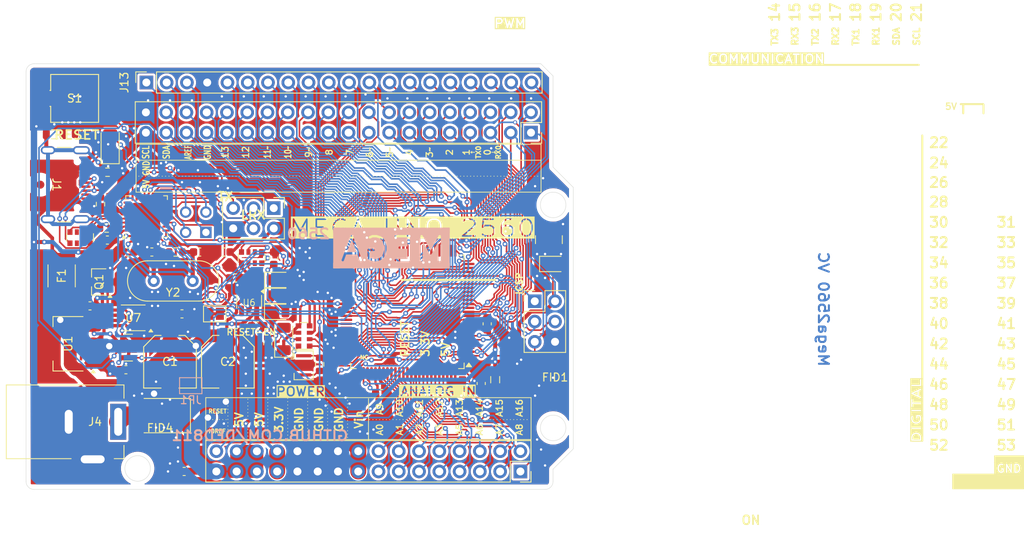
<source format=kicad_pcb>
(kicad_pcb (version 20241229) (generator "pcbnew") (generator_version "9.0")
  (title_block (title "Arduino Mega 2560") (date "2024-05-31") (rev "1") (company "Carlos Sabogal"))
  (layers (0 "F.Cu" signal) (2 "B.Cu" signal) (13 "F.Paste" user) (15 "B.Paste" user) (5 "F.SilkS" user "F.Silkscreen") (7 "B.SilkS" user "B.Silkscreen") (1 "F.Mask" user) (3 "B.Mask" user) (25 "Edge.Cuts" user))
  (net 0 "")
  (net 1 "TXL")
  (net 2 "RXL")
  (net 4 "USBVCC")
  (net 5 "USHIELD")
  (net 6 "CC1")
  (net 7 "D+")
  (net 8 "CC2")
  (net 9 "D-")
  (net 11 "MOSI2")
  (net 12 "MISO2")
  (net 13 "RESET2")
  (net 14 "SCK2")
  (net 15 "Net-(U4-UCAP)")
  (net 16 "8PB5")
  (net 17 "8PB7")
  (net 18 "8PB4")
  (net 19 "Net-(U4-PC0)")
  (net 20 "GND")
  (net 21 "RD+")
  (net 24 "RD-")
  (net 25 "XVCC")
  (net 28 "8PB6")
  (net 31 "M8RXD")
  (net 33 "M8TXD")
  (net 34 "VCC")
  (net 36 "RESET")
  (net 37 "DTR")
  (net 39 "Net-(D1-A)")
  (net 41 "Net-(D2-A)")
  (net 42 "Net-(D4-A)")
  (net 44 "Net-(U4-XTAL1)")
  (net 46 "+5V")
  (net 48 "Net-(D5-A)")
  (net 49 "GATE_CMD")
  (net 50 "L13")
  (net 51 "PB7")
  (net 52 "CMP")
  (net 53 "+3.3V")
  (net 54 "Net-(D6-A)")
  (net 57 "PG0")
  (net 58 "PL7")
  (net 59 "PC7")
  (net 60 "PC6")
  (net 61 "PG2")
  (net 62 "PL1")
  (net 63 "PA3")
  (net 64 "PD7")
  (net 65 "PC5")
  (net 66 "PA4")
  (net 67 "PC0")
  (net 68 "PA1")
  (net 69 "PL6")
  (net 70 "PA5")
  (net 71 "PC2")
  (net 72 "PL5")
  (net 73 "PL3")
  (net 74 "PA2")
  (net 75 "PL0")
  (net 76 "PG1")
  (net 77 "PL2")
  (net 78 "PL4")
  (net 79 "PB0")
  (net 80 "PC4")
  (net 81 "PA7")
  (net 82 "PA0")
  (net 83 "PC1")
  (net 84 "PA6")
  (net 85 "PC3")
  (net 86 "AREF")
  (net 87 "PB5")
  (net 88 "SCL")
  (net 89 "PH5")
  (net 90 "PB6")
  (net 91 "PB4")
  (net 92 "PH6")
  (net 94 "SDA")
  (net 95 "TXD1")
  (net 96 "TXD2")
  (net 97 "RXD3")
  (net 98 "RXD2")
  (net 99 "RXD1")
  (net 100 "TXD3")
  (net 101 "PH4")
  (net 102 "PE0")
  (net 103 "PE4")
  (net 104 "PE3")
  (net 105 "PG5")
  (net 106 "PH3")
  (net 107 "PE5")
  (net 108 "PE1")
  (net 109 "ADC14")
  (net 110 "ADC13")
  (net 111 "ADC8")
  (net 112 "ADC11")
  (net 113 "ADC10")
  (net 114 "ADC12")
  (net 115 "ADC9")
  (net 116 "ADC15")
  (net 117 "ADC7")
  (net 118 "ADC3")
  (net 119 "ADC2")
  (net 120 "ADC5")
  (net 121 "ADC0")
  (net 122 "ADC4")
  (net 123 "ADC1")
  (net 124 "ADC6")
  (net 126 "PB2")
  (net 127 "PB3")
  (net 128 "PB1")
  (net 129 "XTAL1")
  (net 130 "XTAL2")
  (net 132 "AVCC")
  (footprint "Resistor_SMD:R_Array_Convex_4x0612" (layer "F.Cu") (at 104.48 100.2 -90)
    (property "Reference" "RN2" (hide yes))
    (property "Value" "22R")
  )
  (footprint "Capacitor_SMD:C_0603_1608Metric" (layer "F.Cu") (at 113.475 102 180)
    (property "Reference" "C16" (hide yes))
    (property "Value" "22p")
  )
  (footprint "Arduino Mega 2560:CAP_EEHZA1E470P" (layer "F.Cu") (at 123 115.75 -90)
    (property "Reference" "C2")
    (property "Value" "47u")
  )
  (footprint "Capacitor_SMD:C_0603_1608Metric" (layer "F.Cu") (at 110.225 116.75)
    (property "Reference" "C14" (hide yes))
    (property "Value" "100n")
  )
  (footprint "Arduino Mega 2560:CONN_M20-9980245_HRW" (layer "F.Cu") (at 120.25 99.54 90)
    (property "Reference" "J3" (hide yes))
    (property "Value" "M20-9980245")
  )
  (footprint "Resistor_SMD:R_0603_1608Metric" (layer "F.Cu") (at 134.5 116.075 90)
    (property "Reference" "R1" (hide yes))
    (property "Value" "1M")
  )
  (footprint "Capacitor_SMD:C_0603_1608Metric" (layer "F.Cu") (at 123.975 105.25)
    (property "Reference" "C12" (hide yes))
    (property "Value" "1u")
  )
  (footprint "Connector_PinSocket_2.54mm:PinSocket_2x16_P2.54mm_Vertical" (layer "F.Cu") (at 159.66 129.5 -90)
    (property "Reference" "J6" (hide yes))
    (property "Value" "Conn_02x16_Top_Bottom")
  )
  (footprint "Resistor_SMD:R_Array_Convex_4x0612" (layer "F.Cu") (at 125.98 102.7 90)
    (property "Reference" "RN3" (hide yes))
    (property "Value" "1k")
  )
  (footprint "Capacitor_SMD:C_0603_1608Metric" (layer "F.Cu") (at 155.5 111 90)
    (property "Reference" "C8" (hide yes))
    (property "Value" "100n")
  )
  (footprint "Diode_SMD:D_SMB" (layer "F.Cu") (at 114.65 122.5 180)
    (property "Reference" "D4" (hide yes))
    (property "Value" "CGRB307-G")
  )
  (footprint "Capacitor_SMD:C_0603_1608Metric" (layer "F.Cu") (at 128 113.5 -90)
    (property "Reference" "C3" (hide yes))
    (property "Value" "100n")
  )
  (footprint "Package_SO:MSOP-8_3x3mm_P0.65mm" (layer "F.Cu") (at 111.1375 110.25 180)
    (property "Reference" "U7")
    (property "Value" "LMV358IDGKR")
  )
  (footprint "Package_TO_SOT_SMD:SOT-223-3_TabPin2" (layer "F.Cu") (at 103 113.5 180)
    (property "Reference" "U1")
    (property "Value" "NCP1117-5.0_SOT223")
  )
  (footprint "Fiducial:Fiducial_1mm_Mask3mm" (layer "F.Cu") (at 99.5047 93.5608)
    (property "Reference" "FID3" (hide yes))
    (property "Value" "Fiducial")
  )
  (footprint "Connector_PinHeader_2.54mm:PinHeader_2x03_P2.54mm_Vertical" (layer "F.Cu") (at 128.75 96.5 -90)
    (property "Reference" "J2" (hide yes))
    (property "Value" "M20-9980345")
  )
  (footprint "Capacitor_SMD:C_0603_1608Metric" (layer "F.Cu") (at 105.725 108.75)
    (property "Reference" "C4" (hide yes))
    (property "Value" "100n")
  )
  (footprint "Package_DFN_QFN:VQFN-32-1EP_5x5mm_P0.5mm_EP3.1x3.1mm" (layer "F.Cu") (at 112.8125 97.5625 90)
    (property "Reference" "U4" (hide yes))
    (property "Value" "ATMEGA16U2-MU")
  )
  (footprint "Arduino Mega 2560:SW_TS06-667-30-BK-100-G-SMT-TR" (layer "F.Cu") (at 103.8 82.75)
    (property "Reference" "S1")
    (property "Value" "TS06-667-30-BK-100-G-SMT-TR")
  )
  (footprint "Package_TO_SOT_SMD:SC-59" (layer "F.Cu") (at 106.8707 105.7528 180)
    (property "Reference" "Q1")
    (property "Value" "PMV48XP")
  )
  (footprint "Capacitor_SMD:C_0603_1608Metric" (layer "F.Cu") (at 126.725 111.25)
    (property "Reference" "C15" (hide yes))
    (property "Value" "1u")
  )
  (footprint "Connector_PinHeader_2.54mm:PinHeader_2x03_P2.54mm_Vertical" (layer "F.Cu") (at 161.46 108.17)
    (property "Reference" "J12" (hide yes))
    (property "Value" "M20-9980345")
  )
  (footprint "Inductor_SMD:L_0805_2012Metric" (layer "F.Cu") (at 101.3125 87.25 180)
    (property "Reference" "FB1" (hide yes))
    (property "Value" "1kΩ@100MHz")
  )
  (footprint "Resistor_SMD:R_Array_Convex_4x0612" (layer "F.Cu") (at 132.55 112.52 180)
    (property "Reference" "RN4" (hide yes))
    (property "Value" "1k")
  )
  (footprint "Connector_BarrelJack:BarrelJack_Kycon_KLDX-0202-xC_Horizontal" (layer "F.Cu") (at 109.2607 123.2758)
    (property "Reference" "J4")
    (property "Value" "PJ-102AH")
  )
  (footprint "Fiducial:Fiducial_1mm_Mask3mm" (layer "F.Cu") (at 164 120.25)
    (property "Reference" "FID1")
    (property "Value" "Fiducial")
  )
  (footprint "Capacitor_SMD:C_0603_1608Metric" (layer "F.Cu") (at 128.75 102.775 90)
    (property "Reference" "C5" (hide yes))
    (property "Value" "100n")
  )
  (footprint "Diode_SMD:D_1206_3216Metric" (layer "F.Cu") (at 130 112.9 90)
    (property "Reference" "D7" (hide yes))
    (property "Value" "CD1206-S01575")
  )
  (footprint "Diode_SMD:D_1206_3216Metric" (layer "F.Cu") (at 108.25 88.65 90)
    (property "Reference" "D3" (hide yes))
    (property "Value" "CD1206-S01575")
  )
  (footprint "Resistor_SMD:R_Array_Convex_4x0612" (layer "F.Cu") (at 163.23 100.45 -90)
    (property "Reference" "RN1" (hide yes))
    (property "Value" "10k")
  )
  (footprint "Capacitor_SMD:C_0603_1608Metric" (layer "F.Cu") (at 117.25 109.75)
    (property "Reference" "C9" (hide yes))
    (property "Value" "100n")
  )
  (footprint "Resistor_SMD:R_0603_1608Metric" (layer "F.Cu") (at 104.675 87.25)
    (property "Reference" "R3" (hide yes))
    (property "Value" "5k1")
  )
  (footprint "Connector_PinSocket_2.54mm:PinSocket_1x20_P2.54mm_Vertical" (layer "F.Cu") (at 112.7918 80.7579 90)
    (property "Reference" "J13")
    (property "Value" "Conn_01x20")
  )
  (footprint "Resistor_SMD:R_0603_1608Metric" (layer "F.Cu") (at 107.807832 99 180)
    (property "Reference" "RV1" (hide yes))
    (property "Value" "5pF@1MHz")
  )
  (footprint "Resistor_SMD:R_Array_Convex_4x0612" (layer "F.Cu") (at 110.55 113.98 180)
    (property "Reference" "RN5" (hide yes))
    (property "Value" "10k")
  )
  (footprint "Arduino Mega 2560:CAP_EEHZA1E470P" (layer "F.Cu") (at 115.75 115.75 -90)
    (property "Reference" "C1")
    (property "Value" "47u")
  )
  (footprint "Fiducial:Fiducial_1mm_Mask3mm" (layer "F.Cu") (at 100.3937 129.2478)
    (property "Reference" "FID2" (hide yes))
    (property "Value" "Fiducial")
  )
  (footprint "Crystal:Resonator_SMD_Murata_CSTxExxV-3Pin_3.0x1.1mm" (layer "F.Cu") (at 132.5 116.2 -90)
    (property "Reference" "Y1" (hide yes))
    (property "Value" "CSTNE16M0V530000R0")
  )
  (footprint "Crystal:Crystal_HC49-4H_Vertical" (layer "F.Cu") (at 118.5917 105.6258 180)
    (property "Reference" "Y2")
    (property "Value" "LFXTAL003240BULK")
  )
  (footprint "Capacitor_SMD:C_0603_1608Metric" (layer "F.Cu") (at 110.475 102 180)
    (property "Reference" "C11" (hide yes))
    (property "Value" "100n")
  )
  (footprint "Fiducial:Fiducial_1mm_Mask3mm" (layer "F.Cu") (at 114.5 126.5)
    (property "Reference" "FID4")
    (property "Value" "Fiducial")
  )
  (footprint "Capacitor_SMD:C_0603_1608Metric" (layer "F.Cu") (at 107.902055 100.5 180)
    (property "Reference" "C10" (hide yes))
    (property "Value" "100n")
  )
  (footprint "Connector_PinSocket_2.54mm:PinSocket_2x20_P2.54mm_Vertical" (layer "F.Cu") (at 160.988649 87.04 -90)
    (property "Reference" "J5" (hide yes))
    (property "Value" "PPTC182LFBN-RC")
  )
  (footprint "Capacitor_SMD:C_0603_1608Metric" (layer "F.Cu") (at 119.475 102)
    (property "Reference" "C17" (hide yes))
    (property "Value" "22p")
  )
  (footprint "LED_SMD:LED_0805_2012Metric" (layer "F.Cu") (at 163.75 103.5)
    (property "Reference" "D6" (hide yes))
    (property "Value" "GREEN")
  )
  (footprint "Capacitor_SMD:C_0603_1608Metric" (layer "F.Cu") (at 154.75 118.475 90)
    (property "Reference" "C18" (hide yes))
    (property "Value" "100n")
  )
  (footprint "Resistor_SMD:R_0603_1608Metric" (layer "F.Cu") (at 107.925 92)
    (property "Reference" "RV2" (hide yes))
    (property "Value" "5pF@1MHz")
  )
  (footprint "Fuse:Fuse_1812_4532Metric_Pad1.30x3.40mm_HandSolder" (layer "F.Cu") (at 102.1717 104.9908 90)
    (property "Reference" "F1")
    (property "Value" "MF-MSMF050-2")
  )
  (footprint "Package_QFP:TQFP-100_14x14mm_P0.5mm" (layer "F.Cu") (at 145.5 109.5 180)
    (property "Reference" "U3" (hide yes))
    (property "Value" "ATMEGA2560-16AU")
  )
  (footprint "LED_SMD:LED_0805_2012Metric" (layer "F.Cu") (at 129.278655 109.5)
    (property "Reference" "D5" (hide yes))
    (property "Value" "YELLOW")
  )
  (footprint "LED_SMD:LED_0805_2012Metric" (layer "F.Cu") (at 129.283779 107.5)
    (property "Reference" "D2" (hide yes))
    (property "Value" "YELLOW")
  )
  (footprint "LED_SMD:LED_0805_2012Metric" (layer "F.Cu") (at 129.28701 105.5)
    (property "Reference" "D1" (hide yes))
    (property "Value" "YELLOW")
  )
  (footprint "Capacitor_SMD:C_0603_1608Metric" (layer "F.Cu") (at 142.275 119.75)
    (property "Reference" "C7" (hide yes))
    (property "Value" "100n")
  )
  (footprint "Capacitor_SMD:C_0603_1608Metric" (layer "F.Cu") (at 117.525 129.5 180)
    (property "Reference" "C6" (hide yes))
    (property "Value" "100n")
  )
  (footprint "Inductor_SMD:L_0805_2012Metric" (layer "F.Cu") (at 156.5 118 90)
    (property "Reference" "FB2" (hide yes))
    (property "Value" "1kΩ@100MHz")
  )
  (footprint "Resistor_SMD:R_0603_1608Metric" (layer "F.Cu") (at 107.04 96 90)
    (property "Reference" "R4" (hide yes))
    (property "Value" "5k1")
  )
  (footprint "Jumper:SolderJumper-2_P1.3mm_Open_Pad1.0x1.5mm" (layer "F.Cu") (at 121.35 109.75)
    (property "Reference" "JP2" (hide yes))
    (property "Value" "SolderJumper_2_Open")
  )
  (footprint "Connector_USB:USB_C_Receptacle_GCT_USB4105-xx-A_16P_TopMnt_Horizontal" (layer "F.Cu") (at 101.5367 93.5608 -90)
    (property "Reference" "J1")
    (property "Value" "USB_C_Receptacle_USB2.0_16P")
  )
  (footprint "Resistor_SMD:R_0603_1608Metric" (layer "F.Cu") (at 116.473237 102)
    (property "Reference" "R2" (hide yes))
    (property "Value" "1M")
  )
  (footprint "Capacitor_SMD:C_0603_1608Metric" (layer "F.Cu") (at 122.4917 102)
    (property "Reference" "C13" (hide yes))
    (property "Value" "100n")
  )
  (footprint "Package_TO_SOT_SMD:SOT-23-5" (layer "F.Cu") (at 125.6667 108.2394 -90)
    (property "Reference" "U6")
    (property "Value" "LP2985-3.3")
  )
  (footprint "Jumper:SolderJumper-2_P1.3mm_Open_Pad1.0x1.5mm" (layer "B.Cu") (at 118.35 118.75)
    (property "Reference" "JP1")
    (property "Value" "SolderJumper_2_Open")
  )
  (gr_rect (start 222.37773 128.387799) (end 222.72773 129.837799) (stroke (width 0.1)) (fill yes) (layer "F.SilkS"))
  (gr_line (start 210.02 125.65) (end 210.02 87.4) (stroke (width 0.25)) (layer "F.SilkS"))
  (gr_line (start 111.5 94.5) (end 162.25 94.5) (stroke (width 0.1)) (layer "F.SilkS"))
  (gr_line (start 144.775 105.5) (end 156.725 105.5) (stroke (width 0.25)) (layer "F.SilkS"))
  (gr_line (start 140.625 120.375) (end 140.625 125.625) (stroke (width 0.1)) (layer "F.SilkS"))
  (gr_line (start 161 125.5) (end 141 125.5) (stroke (width 0.1)) (layer "F.SilkS"))
  (gr_line (start 111.5 88.5) (end 111.5 94.5) (stroke (width 0.1)) (layer "F.SilkS"))
  (gr_line (start 162.25 92.5) (end 111.5 92.5) (stroke (width 0.1) (type dot)) (layer "F.SilkS"))
  (gr_rect (start 219.07773 127.537799) (end 222.72773 128.387799) (stroke (width 0.1)) (fill yes) (layer "F.SilkS"))
  (gr_line (start 120.23 120.25) (end 120.23 125.63) (stroke (width 0.1)) (layer "F.SilkS"))
  (gr_line (start 215.1517 84.613) (end 215.1517 83.5058) (stroke (width 0.25)) (layer "F.SilkS"))
  (gr_line (start 214.839 83.47) (end 217.633 83.47) (stroke (width 0.25)) (layer "F.SilkS"))
  (gr_line (start 111.5 90.5) (end 162.25 90.5) (stroke (width 0.1)) (layer "F.SilkS"))
  (gr_line (start 141 125.5) (end 120.25 125.5) (stroke (width 0.1)) (layer "F.SilkS"))
  (gr_line (start 161 125.5) (end 161 120.25) (stroke (width 0.1)) (layer "F.SilkS"))
  (gr_line (start 138 125.25) (end 138 120) (stroke (width 0.1) (type dot)) (layer "F.SilkS"))
  (gr_line (start 162.25 94.5) (end 162.25 88.5) (stroke (width 0.1)) (layer "F.SilkS"))
  (gr_line (start 161 120.25) (end 141 120.25) (stroke (width 0.1)) (layer "F.SilkS"))
  (gr_line (start 135.5 125.375) (end 135.5 120.125) (stroke (width 0.1) (type dot)) (layer "F.SilkS"))
  (gr_line (start 133 125.375) (end 133 120.125) (stroke (width 0.1) (type dot)) (layer "F.SilkS"))
  (gr_line (start 128 125.5) (end 128 120.25) (stroke (width 0.1) (type dot)) (layer "F.SilkS"))
  (gr_line (start 152.5 118.75) (end 152.5 120.25) (stroke (width 0.1)) (layer "F.SilkS"))
  (gr_line (start 125.5 125.5) (end 125.5 120.25) (stroke (width 0.1) (type dot)) (layer "F.SilkS"))
  (gr_line (start 144.5 118.657506) (end 154 118.657506) (stroke (width 0.1)) (layer "F.SilkS"))
  (gr_line (start 183.38 78.55) (end 209.58 78.55) (stroke (width 0.25)) (layer "F.SilkS"))
  (gr_line (start 144.5 118.657506) (end 144.5 120.25) (stroke (width 0.1)) (layer "F.SilkS"))
  (gr_line (start 141 120.25) (end 120.23 120.25) (stroke (width 0.1)) (layer "F.SilkS"))
  (gr_line (start 130.5 125.375) (end 130.5 120.125) (stroke (width 0.1) (type dot)) (layer "F.SilkS"))
  (gr_line (start 217.6917 83.540711) (end 217.633 83.47) (stroke (width 0.25)) (layer "F.SilkS"))
  (gr_line (start 217.6917 84.613) (end 217.6917 83.540711) (stroke (width 0.25)) (layer "F.SilkS"))
  (gr_line (start 140.75 123) (end 160.75 123) (stroke (width 0.1) (type dot)) (layer "F.SilkS"))
  (gr_rect (start 213.8217 129.825) (end 222.7217 131.675) (stroke (width 0.1)) (fill yes) (layer "F.SilkS"))
  (gr_rect (start 219.07773 128.387799) (end 219.32773 129.837799) (stroke (width 0.1)) (fill yes) (layer "F.SilkS"))
  (gr_line (start 123 125.5) (end 123 120.25) (stroke (width 0.1) (type dot)) (layer "F.SilkS"))
  (gr_line (start 162.25 88.5) (end 111.5 88.5) (stroke (width 0.1)) (layer "F.SilkS"))
  (gr_line (start 120.25 123) (end 123 123) (stroke (width 0.1) (type dot)) (layer "F.SilkS"))
  (gr_rect (start 149.95 99) (end 150.75 104) (stroke (width 0.1)) (fill yes) (layer "B.SilkS"))
  (gr_rect (start 136.25 103.4) (end 150.75 104) (stroke (width 0.1)) (fill yes) (layer "B.SilkS"))
  (gr_rect (start 136.25 99) (end 137 104) (stroke (width 0.1)) (fill yes) (layer "B.SilkS"))
  (gr_rect (start 136.25 99) (end 150.75 99.6) (stroke (width 0.1)) (fill yes) (layer "B.SilkS"))
  (gr_arc (start 98.71 131.75) (mid 98.002893 131.457107) (end 97.71 130.75) (stroke (width 0.05)) (layer "Edge.Cuts"))
  (gr_line (start 163.75 79.934) (end 163.75 91.364) (stroke (width 0.05)) (layer "Edge.Cuts"))
  (gr_line (start 166.29 93.904) (end 166.29 126.67) (stroke (width 0.05)) (layer "Edge.Cuts"))
  (gr_circle (center 163.7667 124.0408) (end 165.3667 124.0408) (stroke (width 0.05)) (fill no) (layer "Edge.Cuts"))
  (gr_line (start 163.75 129.21) (end 163.75 130.75) (stroke (width 0.05)) (layer "Edge.Cuts"))
  (gr_line (start 163.75 79.934) (end 162.226 78.41) (stroke (width 0.05)) (layer "Edge.Cuts"))
  (gr_arc (start 163.75 130.75) (mid 163.457107 131.457107) (end 162.75 131.75) (stroke (width 0.05)) (layer "Edge.Cuts"))
  (gr_line (start 98.71 78.41) (end 162.226 78.41) (stroke (width 0.05)) (layer "Edge.Cuts"))
  (gr_arc (start 97.71 79.41) (mid 98.002893 78.702893) (end 98.71 78.41) (stroke (width 0.05)) (layer "Edge.Cuts"))
  (gr_line (start 163.75 91.364) (end 166.29 93.904) (stroke (width 0.05)) (layer "Edge.Cuts"))
  (gr_line (start 98.71 131.75) (end 162.75 131.75) (stroke (width 0.05)) (layer "Edge.Cuts"))
  (gr_line (start 97.71 79.41) (end 97.71 130.75) (stroke (width 0.05)) (layer "Edge.Cuts"))
  (gr_circle (center 163.7667 96.1008) (end 165.3667 96.1008) (stroke (width 0.05)) (fill no) (layer "Edge.Cuts"))
  (gr_circle (center 111.6967 129.1208) (end 113.2967 129.1208) (stroke (width 0.05)) (fill no) (layer "Edge.Cuts"))
  (gr_line (start 166.29 126.67) (end 163.75 129.21) (stroke (width 0.05)) (layer "Edge.Cuts"))
  (gr_text "Mega2560 VC" (at 196.9 116.5 270) (layer "B.Cu") (effects (font (size 1.25 1.4) (thickness 0.25) (bold yes)) (justify left bottom mirror)))
  (gr_text "A6" (at 155 124.25 90) (layer "F.SilkS") (effects (font (size 0.8 0.8) (thickness 0.15) (bold yes)) (justify bottom)))
  (gr_text "MEGA UNO 2560\n" (at 130.5 100.25 0) (layer "F.SilkS" knockout) (effects (font (size 2.1 2.5) (thickness 0.2)) (justify left bottom)))
  (gr_text "51" (at 219.2 124.41 0) (layer "F.SilkS") (effects (font (size 1.25 1.25) (thickness 0.25) (bold yes)) (justify left bottom)))
  (gr_text "6~\n" (at 141.25 89.5 90) (layer "F.SilkS") (effects (font (size 0.8 0.8) (thickness 0.15) (bold yes)) (justify bottom)))
  (gr_text "3.3V" (at 148.33 115.25 90) (layer "F.SilkS") (effects (font (size 1 1) (thickness 0.2)) (justify left bottom)))
  (gr_text "53" (at 219.2 126.95 0) (layer "F.SilkS") (effects (font (size 1.25 1.25) (thickness 0.25) (bold yes)) (justify left bottom)))
  (gr_text "40" (at 210.75 111.71 0) (layer "F.SilkS") (effects (font (size 1.25 1.25) (thickness 0.25) (bold yes)) (justify left bottom)))
  (gr_text "GND" (at 132.5 123 90) (layer "F.SilkS") (effects (font (size 1 1) (thickness 0.2)) (justify bottom)))
  (gr_text "33" (at 219.2 101.55 0) (layer "F.SilkS") (effects (font (size 1.25 1.25) (thickness 0.25) (bold yes)) (justify left bottom)))
  (gr_text "COMMUNICATION" (at 183.12 78.45 0) (layer "F.SilkS" knockout) (effects (font (size 1.1 1.2) (thickness 0.2) (bold yes)) (justify left bottom)))
  (gr_text "30" (at 210.75 99.01 0) (layer "F.SilkS") (effects (font (size 1.25 1.25) (thickness 0.25) (bold yes)) (justify left bottom)))
  (gr_text "45" (at 219.2 116.79 0) (layer "F.SilkS") (effects (font (size 1.25 1.25) (thickness 0.25) (bold yes)) (justify left bottom)))
  (gr_text "RESET-EN" (at 122.75 112.5 0) (layer "F.SilkS") (effects (font (size 0.8 0.8) (thickness 0.15) (bold yes)) (justify left bottom)))
  (gr_text "19" (at 204.95 73.3 90) (layer "F.SilkS") (effects (font (size 1.25 1.25) (thickness 0.25) (bold yes)) (justify left bottom)))
  (gr_text "ICSP" (at 160 107.45 90) (layer "F.SilkS") (effects (font (size 0.8 0.8) (thickness 0.2) (bold yes)) (justify left bottom)))
  (gr_text "↑" (at 154 89.5 90) (layer "F.SilkS") (effects (font (size 0.6 0.6) (thickness 0.1)) (justify bottom)))
  (gr_text "A11" (at 147.5 122.75 90) (layer "F.SilkS") (effects (font (size 0.8 0.8) (thickness 0.15) (bold yes)) (justify left bottom)))
  (gr_text "PWM" (at 156.25 74 0) (layer "F.SilkS" knockout) (effects (font (size 1.1 1.2) (thickness 0.2) (bold yes)) (justify left bottom)))
  (gr_text "41" (at 219.2 111.71 0) (layer "F.SilkS") (effects (font (size 1.25 1.25) (thickness 0.25) (bold yes)) (justify left bottom)))
  (gr_text "GND" (at 113.25 91.5 90) (layer "F.SilkS") (effects (font (size 0.8 0.6) (thickness 0.15) (bold yes)) (justify bottom)))
  (gr_text "20" (at 207.49 73.3 90) (layer "F.SilkS") (effects (font (size 1.25 1.25) (thickness 0.25) (bold yes)) (justify left bottom)))
  (gr_text "NC\n" (at 139.5 115.5 0) (layer "F.SilkS") (effects (font (size 0.5 0.5) (thickness 0.125)) (justify left bottom)))
  (gr_text "3.3V" (at 130 123 90) (layer "F.SilkS") (effects (font (size 1 1) (thickness 0.2)) (justify bottom)))
  (gr_text "A9" (at 142.5 122.5 90) (layer "F.SilkS") (effects (font (size 0.8 0.8) (thickness 0.15) (bold yes)) (justify left bottom)))
  (gr_text "AREF" (at 118.5 89.5 90) (layer "F.SilkS") (effects (font (size 0.8 0.5) (thickness 0.125) (bold yes)) (justify bottom)))
  (gr_text "42" (at 210.75 114.25 0) (layer "F.SilkS") (effects (font (size 1.25 1.25) (thickness 0.25) (bold yes)) (justify left bottom)))
  (gr_text "RX0" (at 157.25 89.5 90) (layer "F.SilkS") (effects (font (size 0.6 0.6) (thickness 0.15) (bold yes)) (justify bottom)))
  (gr_text "32" (at 210.75 101.55 0) (layer "F.SilkS") (effects (font (size 1.25 1.25) (thickness 0.25) (bold yes)) (justify left bottom)))
  (gr_text "ON" (at 187.25 136.25 0) (layer "F.SilkS") (effects (font (size 1.1 1.1) (thickness 0.22) (bold yes)) (justify left bottom)))
  (gr_text "SDA" (at 207.24 76.25 90) (layer "F.SilkS") (effects (font (size 0.8 0.8) (thickness 0.2)) (justify left bottom)))
  (gr_text "GND" (at 135 123 90) (layer "F.SilkS") (effects (font (size 1 1) (thickness 0.2)) (justify bottom)))
  (gr_text "17" (at 199.87 73.3 90) (layer "F.SilkS") (effects (font (size 1.25 1.25) (thickness 0.25) (bold yes)) (justify left bottom)))
  (gr_text "GND" (at 219.25 129.73 0) (layer "F.SilkS" knockout) (effects (font (size 1 1)) (justify left bottom)))
  (gr_text "RX3" (at 194.54 76.25 90) (layer "F.SilkS") (effects (font (size 0.8 0.8) (thickness 0.2)) (justify left bottom)))
  (gr_text "38" (at 210.75 109.17 0) (layer "F.SilkS") (effects (font (size 1.25 1.25) (thickness 0.25) (bold yes)) (justify left bottom)))
  (gr_text "5~\n" (at 143.75 89.5 90) (layer "F.SilkS") (effects (font (size 0.8 0.8) (thickness 0.15) (bold yes)) (justify bottom)))
  (gr_text "RESET" (at 120.5 122.25 0) (layer "F.SilkS") (effects (font (size 0.5 0.5) (thickness 0.125)) (justify left bottom)))
  (gr_text "18" (at 202.41 73.3 90) (layer "F.SilkS") (effects (font (size 1.25 1.25) (thickness 0.25) (bold yes)) (justify left bottom)))
  (gr_text "RX1" (at 204.7 76.25 90) (layer "F.SilkS") (effects (font (size 0.8 0.8) (thickness 0.2)) (justify left bottom)))
  (gr_text "A10" (at 145 122.75 90) (layer "F.SilkS") (effects (font (size 0.8 0.8) (thickness 0.15) (bold yes)) (justify left bottom)))
  (gr_text "21" (at 210.03 73.3 90) (layer "F.SilkS") (effects (font (size 1.25 1.25) (thickness 0.25) (bold yes)) (justify left bottom)))
  (gr_text "RESET" (at 101.0886 87.9712 0) (layer "F.SilkS") (effects (font (size 1.1 1.25) (thickness 0.22) (bold yes)) (justify left bottom)))
  (gr_text "Vin" (at 140 123 90) (layer "F.SilkS") (effects (font (size 1 1) (thickness 0.2)) (justify bottom)))
  (gr_text "14" (at 192.25 73.3 90) (layer "F.SilkS") (effects (font (size 1.25 1.25) (thickness 0.25) (bold yes)) (justify left bottom)))
  (gr_text "50" (at 210.75 124.41 0) (layer "F.SilkS") (effects (font (size 1.25 1.25) (thickness 0.25) (bold yes)) (justify left bottom)))
  (gr_text "RESET" (at 145.79 115.25 90) (layer "F.SilkS") (effects (font (size 1 1) (thickness 0.2)) (justify left bottom)))
  (gr_text "48" (at 210.75 121.87 0) (layer "F.SilkS") (effects (font (size 1.25 1.25) (thickness 0.25) (bold yes)) (justify left bottom)))
  (gr_text "5V" (at 125 123 90) (layer "F.SilkS") (effects (font (size 1 1) (thickness 0.2)) (justify bottom)))
  (gr_text "5V" (at 113.25 93.5 90) (layer "F.SilkS") (effects (font (size 0.8 0.6) (thickness 0.15) (bold yes)) (justify bottom)))
  (gr_text "GND" (at 137.5 123 90) (layer "F.SilkS") (effects (font (size 1 1) (thickness 0.2)) (justify bottom)))
  (gr_text "11~\n\n10~\n" (at 131 89.5 90) (layer "F.SilkS") (effects (font (size 0.8 0.6) (thickness 0.15) (bold yes)) (justify bottom)))
  (gr_text "A3" (at 150 124.25 90) (layer "F.SilkS") (effects (font (size 0.8 0.8) (thickness 0.15) (bold yes)) (justify bottom)))
  (gr_text "5V" (at 127.5 123 90) (layer "F.SilkS") (effects (font (size 1 1) (thickness 0.2)) (justify bottom)))
  (gr_text "28" (at 210.75 96.47 0) (layer "F.SilkS") (effects (font (size 1.25 1.25) (thickness 0.25) (bold yes)) (justify left bottom)))
  (gr_text "43" (at 219.2 114.25 0) (layer "F.SilkS") (effects (font (size 1.25 1.25) (thickness 0.25) (bold yes)) (justify left bottom)))
  (gr_text "TX1" (at 202.16 76.25 90) (layer "F.SilkS") (effects (font (size 0.8 0.8) (thickness 0.2)) (justify left bottom)))
  (gr_text "52" (at 210.75 126.95 0) (layer "F.SilkS") (effects (font (size 1.25 1.25) (thickness 0.25) (bold yes)) (justify left bottom)))
  (gr_text "SCL" (at 209.78 76.25 90) (layer "F.SilkS") (effects (font (size 0.8 0.8) (thickness 0.2)) (justify left bottom)))
  (gr_text "A13" (at 152.5 122.75 90) (layer "F.SilkS") (effects (font (size 0.8 0.8) (thickness 0.15) (bold yes)) (justify left bottom)))
  (gr_text "47" (at 219.2 119.33 0) (layer "F.SilkS") (effects (font (size 1.25 1.25) (thickness 0.25) (bold yes)) (justify left bottom)))
  (gr_text "15" (at 194.79 73.3 90) (layer "F.SilkS") (effects (font (size 1.25 1.25) (thickness 0.25) (bold yes)) (justify left bottom)))
  (gr_text "POWER" (at 128.918769 120.141702 0) (layer "F.SilkS" knockout) (effects (font (size 1.1 1.2) (thickness 0.2) (bold yes)) (justify left bottom)))
  (gr_text "A15" (at 157.5 122.75 90) (layer "F.SilkS") (effects (font (size 0.8 0.8) (thickness 0.15) (bold yes)) (justify left bottom)))
  (gr_text "37" (at 219.2 106.63 0) (layer "F.SilkS") (effects (font (size 1.25 1.25) (thickness 0.25) (bold yes)) (justify left bottom)))
  (gr_text "26" (at 210.75 94.02 0) (layer "F.SilkS") (effects (font (size 1.25 1.25) (thickness 0.25) (bold yes)) (justify left bottom)))
  (gr_text "A8" (at 160 124.25 90) (layer "F.SilkS") (effects (font (size 0.8 0.8) (thickness 0.15) (bold yes)) (justify bottom)))
  (gr_text "IOREF" (at 120.5 124.75 0) (layer "F.SilkS") (effects (font (size 0.5 0.5) (thickness 0.125)) (justify left bottom)))
  (gr_text "2" (at 151.25 89.5 90) (layer "F.SilkS") (effects (font (size 0.8 0.8) (thickness 0.15) (bold yes)) (justify bottom)))
  (gr_text "0" (at 156 89.5 90) (layer "F.SilkS") (effects (font (size 0.8 0.8) (thickness 0.15) (bold yes)) (justify bottom)))
  (gr_text "9~\n\n8\n\n7" (at 138.75 89.5 90) (layer "F.SilkS") (effects (font (size 0.8 0.8) (thickness 0.15) (bold yes)) (justify bottom)))
  (gr_text "31" (at 219.2 99.01 0) (layer "F.SilkS") (effects (font (size 1.25 1.25) (thickness 0.25) (bold yes)) (justify left bottom)))
  (gr_text "3~" (at 148.75 89.5 90) (layer "F.SilkS") (effects (font (size 0.8 0.8) (thickness 0.15) (bold yes)) (justify bottom)))
  (gr_text "A12" (at 150 122.75 90) (layer "F.SilkS") (effects (font (size 0.8 0.8) (thickness 0.15) (bold yes)) (justify left bottom)))
  (gr_text "A5" (at 152.5 124.25 90) (layer "F.SilkS") (effects (font (size 0.8 0.8) (thickness 0.15) (bold yes)) (justify bottom)))
  (gr_text "A16" (at 160 122.75 90) (layer "F.SilkS") (effects (font (size 0.8 0.8) (thickness 0.15) (bold yes)) (justify left bottom)))
  (gr_text "TX" (at 121.6 95.7 0) (layer "F.SilkS") (effects (font (size 1.1 1.1) (thickness 0.22) (bold yes)) (justify left bottom)))
  (gr_text "A1" (at 145 124.25 90) (layer "F.SilkS") (effects (font (size 0.8 0.8) (thickness 0.15) (bold yes)) (justify bottom)))
  (gr_text "L" (at 124.5 98 0) (layer "F.SilkS") (effects (font (size 1.1 1.1) (thickness 0.22) (bold yes)) (justify left bottom)))
  (gr_text "TX3" (at 192 76.25 90) (layer "F.SilkS") (effects (font (size 0.8 0.8) (thickness 0.2)) (justify left bottom)))
  (gr_text "34" (at 210.75 104.09 0) (layer "F.SilkS") (effects (font (size 1.25 1.25) (thickness 0.25) (bold yes)) (justify left bottom)))
  (gr_text "A7" (at 157.5 124.25 90) (layer "F.SilkS") (effects (font (size 0.8 0.8) (thickness 0.15) (bold yes)) (justify bottom)))
  (gr_text "5V" (at 212.8 84.23 0) (layer "F.SilkS") (effects (font (size 0.8 0.8) (thickness 0.15) (bold yes)) (justify left bottom)))
  (gr_text "22" (at 210.75 89.03 0) (layer "F.SilkS") (effects (font (size 1.25 1.25) (thickness 0.25) (bold yes)) (justify left bottom)))
  (gr_text "1" (at 153.35759 89.505517 90) (layer "F.SilkS") (effects (font (size 0.8 0.8) (thickness 0.15) (bold yes)) (justify bottom)))
  (gr_text "RX" (at 125.4 98 0) (layer "F.SilkS") (effects (font (size 1.1 1.1) (thickness 0.22) (bold yes)) (justify left bottom)))
  (gr_text "SCL\n\nSDA\n\n\n\nGND" (at 120.926903 89.506532 90) (layer "F.SilkS") (effects (font (size 0.8 0.6) (thickness 0.15) (bold yes)) (justify bottom)))
  (gr_text "16" (at 197.33 73.3 90) (layer "F.SilkS") (effects (font (size 1.25 1.25) (thickness 0.25) (bold yes)) (justify left bottom)))
  (gr_text "↑" (at 156 89.5 -90) (layer "F.SilkS") (effects (font (size 0.6 0.6) (thickness 0.1)) (justify bottom)))
  (gr_text "A14" (at 155 122.75 90) (layer "F.SilkS") (effects (font (size 0.8 0.8) (thickness 0.15) (bold yes)) (justify left bottom)))
  (gr_text "13\n\n12\n\n" (at 127 89.5 90) (layer "F.SilkS") (effects (font (size 0.8 0.8) (thickness 0.15) (bold yes)) (justify bottom)))
  (gr_text "4" (at 146.25 89.5 90) (layer "F.SilkS") (effects (font (size 0.8 0.8) (thickness 0.15) (bold yes)) (justify bottom)))
  (gr_text "46" (at 210.75 119.33 0) (layer "F.SilkS") (effects (font (size 1.25 1.25) (thickness 0.25) (bold yes)) (justify left bottom)))
  (gr_text "35" (at 219.2 104.09 0) (layer "F.SilkS") (effects (font (size 1.25 1.25) (thickness 0.25) (bold yes)) (justify left bottom)))
  (gr_text "24" (at 210.75 91.57 0) (layer "F.SilkS") (effects (font (size 1.25 1.25) (thickness 0.25) (bold yes)) (justify left bottom)))
  (gr_text "RX2" (at 199.62 76.25 90) (layer "F.SilkS") (effects (font (size 0.8 0.8) (thickness 0.2)) (justify left bottom)))
  (gr_text "A2" (at 147.5 124.25 90) (layer "F.SilkS") (effects (font (size 0.8 0.8) (thickness 0.15) (bold yes)) (justify bottom)))
  (gr_text "TX2" (at 197.08 76.25 90) (layer "F.SilkS") (effects (font (size 0.8 0.8) (thickness 0.2)) (justify left bottom)))
  (gr_text "5V" (at 150.87 115.25 90) (layer "F.SilkS") (effects (font (size 1 1) (thickness 0.2)) (justify left bottom)))
  (gr_text "49" (at 219.2 121.87 0) (layer "F.SilkS") (effects (font (size 1.25 1.25) (thickness 0.25) (bold yes)) (justify left bottom)))
  (gr_text "A0" (at 142.5 124.25 90) (layer "F.SilkS") (effects (font (size 0.8 0.8) (thickness 0.15) (bold yes)) (justify bottom)))
  (gr_text "36" (at 210.75 106.63 0) (layer "F.SilkS") (effects (font (size 1.25 1.25) (thickness 0.25) (bold yes)) (justify left bottom)))
  (gr_text "DIGITAL" (at 209.95 126.03 90) (layer "F.SilkS" knockout) (effects (font (size 1.1 1.5)) (justify left bottom)))
  (gr_text "44" (at 210.75 116.79 0) (layer "F.SilkS") (effects (font (size 1.25 1.25) (thickness 0.25) (bold yes)) (justify left bottom)))
  (gr_text "39" (at 219.2 109.17 0) (layer "F.SilkS") (effects (font (size 1.25 1.25) (thickness 0.25) (bold yes)) (justify left bottom)))
  (gr_text "ANALOG IN" (at 144.5 120.122976 0) (layer "F.SilkS" knockout) (effects (font (size 1.1 1.2) (thickness 0.2) (bold yes)) (justify left bottom)))
  (gr_text "TX0" (at 154.75 89.5 90) (layer "F.SilkS") (effects (font (size 0.6 0.6) (thickness 0.15) (bold yes)) (justify bottom)))
  (gr_text "2560" (at 135.9 100.45 0) (layer "B.SilkS") (effects (font (size 1.25 1.4) (thickness 0.25) (bold yes)) (justify left bottom mirror)))
  (gr_text "GITHUB.COM/DED811" (at 138.25 125.75 0) (layer "B.SilkS") (effects (font (size 1.25 1.4) (thickness 0.25) (bold yes)) (justify left bottom mirror)))
  (gr_text "MEGA" (at 150.55 103.4 0) (layer "B.SilkS" knockout) (effects (font (size 3 3.4) (thickness 0.3)) (justify left bottom mirror)))
  (segment (start 130 102.5) (end 129.972 102.528) (width 0.2) (layer "F.Cu") (net 1))
  (segment (start 116.0625 98.3125) (end 115.25 98.3125) (width 0.2) (layer "F.Cu") (net 1))
  (segment (start 116.25 98.5) (end 116.0625 98.3125) (width 0.2) (layer "F.Cu") (net 1))
  (segment (start 128.34951 105.5) (end 128.34951 105.436628) (width 0.2) (layer "F.Cu") (net 1))
  (segment (start 128.34951 105.436628) (end 129.972 103.814138) (width 0.2) (layer "F.Cu") (net 1))
  (segment (start 129.972 103.814138) (end 129.972 102.528) (width 0.2) (layer "F.Cu") (net 1))
  (via (at 116.25 98.5) (size 0.6) (drill 0.3) (layers "F.Cu" "B.Cu") (net 1))
  (via (at 129.972 102.528) (size 0.6) (drill 0.3) (layers "F.Cu" "B.Cu") (net 1))
  (segment (start 129.972 102.528) (end 128.354297 100.910297) (width 0.2) (layer "B.Cu") (net 1))
  (segment (start 116.25 99.40823) (end 116.25 98.5) (width 0.2) (layer "B.Cu") (net 1))
  (segment (start 122.336408 100.910297) (end 122.218705 101.028) (width 0.2) (layer "B.Cu") (net 1))
  (segment (start 122.218705 101.028) (end 117.86977 101.028) (width 0.2) (layer "B.Cu") (net 1))
  (segment (start 128.354297 100.910297) (end 122.336408 100.910297) (width 0.2) (layer "B.Cu") (net 1))
  (segment (start 117.86977 101.028) (end 116.25 99.40823) (width 0.2) (layer "B.Cu") (net 1))
  (segment (start 130.5 103.75) (end 130.5 103.25) (width 0.2) (layer "F.Cu") (net 2))
  (segment (start 115.65427 98.8125) (end 117.34177 100.5) (width 0.2) (layer "F.Cu") (net 2))
  (segment (start 129.5 104.75) (end 130.5 103.75) (width 0.2) (layer "F.Cu") (net 2))
  (segment (start 129.5 106.346279) (end 129.5 104.75) (width 0.2) (layer "F.Cu") (net 2))
  (segment (start 115.25 98.8125) (end 115.65427 98.8125) (width 0.2) (layer "F.Cu") (net 2))
  (segment (start 117.34177 100.5) (end 122 100.5) (width 0.2) (layer "F.Cu") (net 2))
  (segment (start 128.346279 107.5) (end 129.5 106.346279) (width 0.2) (layer "F.Cu") (net 2))
  (via (at 130.5 103.25) (size 0.6) (drill 0.3) (layers "F.Cu" "B.Cu") (net 2))
  (via (at 122 100.5) (size 0.6) (drill 0.3) (layers "F.Cu" "B.Cu") (net 2))
  (segment (start 130.5 102) (end 130.5 103.25) (width 0.2) (layer "B.Cu") (net 2))
  (segment (start 129 100.5) (end 130.5 102) (width 0.2) (layer "B.Cu") (net 2))
  (segment (start 122 100.5) (end 129 100.5) (width 0.2) (layer "B.Cu") (net 2))
  (segment (start 108.7147 100.6728) (end 108.8 100.6728) (width 0.5) (layer "F.Cu") (net 4))
  (segment (start 102.1717 107.2158) (end 108.7147 100.6728) (width 0.5) (layer "F.Cu") (net 4))
  (segment (start 108.975901 99.774099) (end 108.975901 99.755453) (width 0.2) (layer "F.Cu") (net 4))
  (segment (start 108.8 99.95) (end 108.975901 99.774099) (width 0.2) (layer "F.Cu") (net 4))
  (segment (start 108.975901 99.755453) (end 109.285196 99.446158) (width 0.2) (layer "F.Cu") (net 4))
  (segment (start 109.9375 98.8125) (end 110.375 98.8125) (width 0.2) (layer "F.Cu") (net 4))
  (segment (start 104.2077 107.2158) (end 105.6707 105.7528) (width 0.5) (layer "F.Cu") (net 4))
  (segment (start 108.8 100.6728) (end 108.8 99.95) (width 0.2) (layer "F.Cu") (net 4))
  (segment (start 105.6707 105.7528) (end 105.6707 103.8021) (width 0.5) (layer "F.Cu") (net 4))
  (segment (start 102.1717 107.2158) (end 104.2077 107.2158) (width 0.5) (layer "F.Cu") (net 4))
  (segment (start 109.285196 99.446158) (end 109.303842 99.446158) (width 0.2) (layer "F.Cu") (net 4))
  (segment (start 109.303842 99.446158) (end 109.9375 98.8125) (width 0.2) (layer "F.Cu") (net 4))
  (segment (start 105.6707 103.8021) (end 108.8 100.6728) (width 0.5) (layer "F.Cu") (net 4))
  (segment (start 100.25 87.25) (end 100.25 89.0291) (width 0.5) (layer "F.Cu") (net 5))
  (segment (start 108.25403 99) (end 108.632832 99) (width 0.4) (layer "F.Cu") (net 5))
  (segment (start 107.1 92) (end 107.1 91.1) (width 0.4) (layer "F.Cu") (net 5))
  (segment (start 100.25 89.0291) (end 100.4617 89.2408) (width 0.5) (layer "F.Cu") (net 5))
  (segment (start 108.632832 99) (end 108.632832 98.867168) (width 0.4) (layer "F.Cu") (net 5))
  (segment (start 107.781348 98.528095) (end 107.782125 98.528095) (width 0.4) (layer "F.Cu") (net 5))
  (segment (start 107.782125 98.528095) (end 108.25403 99) (width 0.4) (layer "F.Cu") (net 5))
  (segment (start 107.1 91.1) (end 106.75 90.75) (width 0.4) (layer "F.Cu") (net 5))
  (via (at 106.75 90.75) (size 0.6) (drill 0.3) (layers "F.Cu" "B.Cu") (net 5))
  (via (at 107.781348 98.528095) (size 0.6) (drill 0.3) (layers "F.Cu" "B.Cu") (net 5))
  (segment (start 106.3808 97.8808) (end 104.6417 97.8808) (width 0.4) (layer "B.Cu") (net 5))
  (segment (start 107.780253 98.527) (end 107.027 98.527) (width 0.4) (layer "B.Cu") (net 5))
  (segment (start 100.4617 97.8808) (end 101.0809 98.5) (width 0.5) (layer "B.Cu") (net 5))
  (segment (start 103.25 98.5) (end 103.729911 98.020089) (width 0.5) (layer "B.Cu") (net 5))
  (segment (start 107.027 98.527) (end 106.3808 97.8808) (width 0.4) (layer "B.Cu") (net 5))
  (segment (start 103.729911 98.020089) (end 103.93508 98.020089) (width 0.5) (layer "B.Cu") (net 5))
  (segment (start 100.4617 89.2408) (end 100.4617 97.8808) (width 0.5) (layer "B.Cu") (net 5))
  (segment (start 104.6417 89.2408) (end 105.2408 89.2408) (width 0.4) (layer "B.Cu") (net 5))
  (segment (start 101.0809 98.5) (end 103.25 98.5) (width 0.5) (layer "B.Cu") (net 5))
  (segment (start 105.2408 89.2408) (end 106.75 90.75) (width 0.4) (layer "B.Cu") (net 5))
  (segment (start 100.4617 89.2408) (end 104.6417 89.2408) (width 0.5) (layer "B.Cu") (net 5))
  (segment (start 107.781348 98.528095) (end 107.780253 98.527) (width 0.4) (layer "B.Cu") (net 5))
  (segment (start 107 89.746705) (end 106.25 90.496705) (width 0.2) (layer "F.Cu") (net 6))
  (segment (start 105.791699 92.3108) (end 105.2167 92.3108) (width 0.2) (layer "F.Cu") (net 6))
  (segment (start 106.25 90.5) (end 106.0187 90.7313) (width 0.2) (layer "F.Cu") (net 6))
  (segment (start 106.25 90.496705) (end 106.25 90.5) (width 0.2) (layer "F.Cu") (net 6))
  (segment (start 106.0187 92.083799) (end 105.791699 92.3108) (width 0.2) (layer "F.Cu") (net 6))
  (segment (start 106.5 88.75) (end 107 89.25) (width 0.2) (layer "F.Cu") (net 6))
  (segment (start 106.25 88.503295) (end 106.496705 88.75) (width 0.2) (layer "F.Cu") (net 6))
  (segment (start 107 89.25) (end 107 89.746705) (width 0.2) (layer "F.Cu") (net 6))
  (segment (start 106.496705 88.75) (end 106.5 88.75) (width 0.2) (layer "F.Cu") (net 6))
  (segment (start 106.25 88) (end 106.25 88.503295) (width 0.2) (layer "F.Cu") (net 6))
  (segment (start 106.0187 90.7313) (end 106.0187 92.083799) (width 0.2) (layer "F.Cu") (net 6))
  (segment (start 105.5 87.25) (end 106.25 88) (width 0.2) (layer "F.Cu") (net 6))
  (segment (start 106.25 94.3108) (end 106.3108 94.25) (width 0.2) (layer "F.Cu") (net 7))
  (segment (start 102.662 97.794074) (end 102.662 100.352) (width 0.2) (layer "F.Cu") (net 7))
  (segment (start 106.25 93.6892) (end 105.8716 93.3108) (width 0.2) (layer "F.Cu") (net 7))
  (segment (start 102.651999 97.784073) (end 102.662 97.794074) (width 0.2) (layer "F.Cu") (net 7))
  (segment (start 105.8716 93.3108) (end 105.2167 93.3108) (width 0.2) (layer "F.Cu") (net 7))
  (segment (start 108.75 93.25) (end 108.75 92) (width 0.2) (layer "F.Cu") (net 7))
  (segment (start 102.662 100.352) (end 103.21 100.9) (width 0.2) (layer "F.Cu") (net 7))
  (segment (start 106.25 94.3108) (end 106.25 93.6892) (width 0.2) (layer "F.Cu") (net 7))
  (segment (start 106.3108 94.25) (end 107.75 94.25) (width 0.2) (layer "F.Cu") (net 7))
  (segment (start 107.75 94.25) (end 108.75 93.25) (width 0.2) (layer "F.Cu") (net 7))
  (segment (start 106.25 94.3108) (end 105.2167 94.3108) (width 0.2) (layer "F.Cu") (net 7))
  (via (at 106.25 94.3108) (size 0.6) (drill 0.3) (layers "F.Cu" "B.Cu") (net 7))
  (via (at 102.651999 97.784073) (size 0.6) (drill 0.3) (layers "F.Cu" "B.Cu") (net 7))
  (segment (start 105.527913 94.25) (end 102.651999 97.125914) (width 0.2) (layer "B.Cu") (net 7))
  (segment (start 102.651999 97.125914) (end 102.651999 97.784073) (width 0.2) (layer "B.Cu") (net 7))
  (segment (start 106.25 94.3108) (end 106.1892 94.25) (width 0.2) (layer "B.Cu") (net 7))
  (segment (start 106.1892 94.25) (end 105.527913 94.25) (width 0.2) (layer "B.Cu") (net 7))
  (segment (start 107.04 95.175) (end 106.9042 95.3108) (width 0.2) (layer "F.Cu") (net 8))
  (segment (start 106.9042 95.3108) (end 105.2167 95.3108) (width 0.2) (layer "F.Cu") (net 8))
  (segment (start 104.641701 92.8108) (end 105.2167 92.8108) (width 0.2) (layer "F.Cu") (net 9))
  (segment (start 106.982832 99.267168) (end 106.982832 99) (width 0.2) (layer "F.Cu") (net 9))
  (segment (start 105.25 101.5) (end 105.75 101) (width 0.2) (layer "F.Cu") (net 9))
  (segment (start 105.75 101) (end 105.75 100.9) (width 0.2) (layer "F.Cu") (net 9))
  (segment (start 104.641701 93.8108) (end 104.4137 93.582799) (width 0.2) (layer "F.Cu") (net 9))
  (segment (start 101.926041 100.742041) (end 102.684 101.5) (width 0.2) (layer "F.Cu") (net 9))
  (segment (start 101.926041 97.823) (end 101.926041 100.742041) (width 0.2) (layer "F.Cu") (net 9))
  (segment (start 105.75 100.9) (end 105.75 100.5) (width 0.2) (layer "F.Cu") (net 9))
  (segment (start 102.684 101.5) (end 105.25 101.5) (width 0.2) (layer "F.Cu") (net 9))
  (segment (start 104.4137 93.038801) (end 104.641701 92.8108) (width 0.2) (layer "F.Cu") (net 9))
  (segment (start 105.75 100.5) (end 106.982832 99.267168) (width 0.2) (layer "F.Cu") (net 9))
  (segment (start 105.2167 93.8108) (end 104.641701 93.8108) (width 0.2) (layer "F.Cu") (net 9))
  (segment (start 106.25 92.8108) (end 105.2167 92.8108) (width 0.2) (layer "F.Cu") (net 9))
  (segment (start 104.4137 93.582799) (end 104.4137 93.038801) (width 0.2) (layer "F.Cu") (net 9))
  (via (at 106.25 92.8108) (size 0.6) (drill 0.3) (layers "F.Cu" "B.Cu") (net 9))
  (via (at 101.926041 97.823) (size 0.6) (drill 0.3) (layers "F.Cu" "B.Cu") (net 9))
  (segment (start 101.926041 97.823) (end 101.926041 97.134759) (width 0.2) (layer "B.Cu") (net 9))
  (segment (start 101.926041 97.134759) (end 106.25 92.8108) (width 0.2) (layer "B.Cu") (net 9))
  (segment (start 122.068252 95.818252) (end 121.5 95.25) (width 0.2) (layer "F.Cu") (net 11))
  (segment (start 122.068252 95.973) (end 122.068252 95.818252) (width 0.2) (layer "F.Cu") (net 11))
  (segment (start 121.5 95.25) (end 115.8125 95.25) (width 0.2) (layer "F.Cu") (net 11))
  (segment (start 115.8125 95.25) (end 115.25 95.8125) (width 0.2) (layer "F.Cu") (net 11))
  (via (at 122.068252 95.973) (size 0.6) (drill 0.3) (layers "F.Cu" "B.Cu") (net 11))
  (segment (start 122.068252 96.870514) (end 122.947738 97.75) (width 0.2) (layer "B.Cu") (net 11))
  (segment (start 124.92 97.75) (end 126.21 99.04) (width 0.2) (layer "B.Cu") (net 11))
  (segment (start 122.068252 95.973) (end 122.068252 96.870514) (width 0.2) (layer "B.Cu") (net 11))
  (segment (start 122.947738 97.75) (end 124.92 97.75) (width 0.2) (layer "B.Cu") (net 11))
  (segment (start 114.7655 94.922) (end 114.5625 95.125) (width 0.2) (layer "F.Cu") (net 12))
  (segment (start 122 94.922) (end 114.7655 94.922) (width 0.2) (layer "F.Cu") (net 12))
  (via (at 122 94.922) (size 0.6) (drill 0.3) (layers "F.Cu" "B.Cu") (net 12))
  (segment (start 127.172 94.922) (end 128.75 96.5) (width 0.2) (layer "B.Cu") (net 12))
  (segment (start 122 94.922) (end 127.172 94.922) (width 0.2) (layer "B.Cu") (net 12))
  (segment (start 120.778 91.028) (end 116.722 91.028) (width 0.2) (layer "F.Cu") (net 13))
  (segment (start 115.531295 92.001) (end 115.530295 92) (width 0.2) (layer "F.Cu") (net 13))
  (segment (start 115.968705 92.001) (end 115.531295 92.001) (width 0.2) (layer "F.Cu") (net 13))
  (segment (start 108.75 115.025959) (end 108.75 114.93) (width 0.2) (layer "F.Cu") (net 13))
  (segment (start 111.0625 91.385813) (end 111.0625 92) (width 0.2) (layer "F.Cu") (net 13))
  (segment (start 123.67 95.42) (end 122.25 94) (width 0.2) (layer "F.Cu") (net 13))
  (segment (start 111.0625 92) (end 113.75 92) (width 0.2) (layer "F.Cu") (net 13))
  (segment (start 109.3 114.38) (end 109.85 114.38) (width 0.2) (layer "F.Cu") (net 13))
  (segment (start 122.25 92.5) (end 120.778 91.028) (width 0.2) (layer "F.Cu") (net 13))
  (segment (start 116.278 91.472) (end 116.278 91.691705) (width 0.2) (layer "F.Cu") (net 13))
  (segment (start 122.278 93.531295) (end 122.25 93.503295) (width 0.2) (layer "F.Cu") (net 13))
  (segment (start 122.25 93.996705) (end 122.278 93.968705) (width 0.2) (layer "F.Cu") (net 13))
  (segment (start 123.67 96.5) (end 123.67 95.42) (width 0.2) (layer "F.Cu") (net 13))
  (segment (start 122.25 93.503295) (end 122.25 92.5) (width 0.2) (layer "F.Cu") (net 13))
  (segment (start 108.25 87.25) (end 109.5625 88.5625) (width 0.2) (layer "F.Cu") (net 13))
  (segment (start 110.867085 91.190398) (end 111.0625 91.385813) (width 0.2) (layer "F.Cu") (net 13))
  (segment (start 108.75 114.93) (end 109.3 114.38) (width 0.2) (layer "F.Cu") (net 13))
  (segment (start 116.722 91.028) (end 116.278 91.472) (width 0.2) (layer "F.Cu") (net 13))
  (segment (start 111.0625 91.385813) (end 111.0625 95.125) (width 0.2) (layer "F.Cu") (net 13))
  (segment (start 122.278 93.968705) (end 122.278 93.531295) (width 0.2) (layer "F.Cu") (net 13))
  (segment (start 115.530295 92) (end 113.75 92) (width 0.2) (layer "F.Cu") (net 13))
  (segment (start 116.278 91.691705) (end 115.968705 92.001) (width 0.2) (layer "F.Cu") (net 13))
  (segment (start 122.25 94) (end 122.25 93.996705) (width 0.2) (layer "F.Cu") (net 13))
  (via (at 108.75 115.025959) (size 0.6) (drill 0.3) (layers "F.Cu" "B.Cu") (net 13))
  (via (at 113.75 92) (size 0.6) (drill 0.3) (layers "F.Cu" "B.Cu") (net 13))
  (via (at 110.867085 91.190398) (size 0.6) (drill 0.3) (layers "F.Cu" "B.Cu") (net 13))
  (via (at 109.5625 88.5625) (size 0.6) (drill 0.3) (layers "F.Cu" "B.Cu") (net 13))
  (segment (start 113.175172 85.962) (end 113.806649 86.593477) (width 0.2) (layer "B.Cu") (net 13))
  (segment (start 110.867085 91.190398) (end 110.867085 90.804585) (width 0.2) (layer "B.Cu") (net 13))
  (segment (start 109.781295 85.972) (end 110.218705 85.972) (width 0.2) (layer "B.Cu") (net 13))
  (segment (start 99.3337 88.939253) (end 101.772953 86.5) (width 0.2) (layer "B.Cu") (net 13))
  (segment (start 106.996705 86.5) (end 109.253295 86.5) (width 0.2) (layer "B.Cu") (net 13))
  (segment (start 112.282126 85.962) (end 113.175172 85.962) (width 0.2) (layer "B.Cu") (net 13))
  (segment (start 111.496705 86) (end 112.244126 86) (width 0.2) (layer "B.Cu") (net 13))
  (segment (start 105.278 116.528) (end 99.3337 110.5837) (width 0.2) (layer "B.Cu") (net 13))
  (segment (start 99.3337 110.5837) (end 99.3337 88.939253) (width 0.2) (layer "B.Cu") (net 13))
  (segment (start 110.246705 86) (end 111.003295 86) (width 0.2) (layer "B.Cu") (net 13))
  (segment (start 111.031295 85.972) (end 111.468705 85.972) (width 0.2) (layer "B.Cu") (net 13))
  (segment (start 106.968705 86.472) (end 106.996705 86.5) (width 0.2) (layer "B.Cu") (net 13))
  (segment (start 110.25 90.1875) (end 110.25 89.25) (width 0.2) (layer "B.Cu") (net 13))
  (segment (start 106.531295 86.472) (end 106.968705 86.472) (width 0.2) (layer "B.Cu") (net 13))
  (segment (start 110.218705 85.972) (end 110.246705 86) (width 0.2) (layer "B.Cu") (net 13))
  (segment (start 101.772953 86.5) (end 106.503295 86.5) (width 0.2) (layer "B.Cu") (net 13))
  (segment (start 108.75 115.025959) (end 107.247959 116.528) (width 0.2) (layer "B.Cu") (net 13))
  (segment (start 111.468705 85.972) (end 111.496705 86) (width 0.2) (layer "B.Cu") (net 13))
  (segment (start 113.806649 91.943351) (end 113.75 92) (width 0.2) (layer "B.Cu") (net 13))
  (segment (start 112.244126 86) (end 112.282126 85.962) (width 0.2) (layer "B.Cu") (net 13))
  (segment (start 110.25 89.25) (end 109.5625 88.5625) (width 0.2) (layer "B.Cu") (net 13))
  (segment (start 110.867085 90.804585) (end 110.25 90.1875) (width 0.2) (layer "B.Cu") (net 13))
  (segment (start 109.253295 86.5) (end 109.781295 85.972) (width 0.2) (layer "B.Cu") (net 13))
  (segment (start 111.003295 86) (end 111.031295 85.972) (width 0.2) (layer "B.Cu") (net 13))
  (segment (start 113.806649 86.593477) (end 113.806649 91.943351) (width 0.2) (layer "B.Cu") (net 13))
  (segment (start 107.247959 116.528) (end 105.278 116.528) (width 0.2) (layer "B.Cu") (net 13))
  (segment (start 106.503295 86.5) (end 106.531295 86.472) (width 0.2) (layer "B.Cu") (net 13))
  (segment (start 124.96 97.75) (end 126.21 96.5) (width 0.2) (layer "F.Cu") (net 14))
  (segment (start 117.25 95.75) (end 121 95.75) (width 0.2) (layer "F.Cu") (net 14))
  (segment (start 123 97.75) (end 124.96 97.75) (width 0.2) (layer "F.Cu") (net 14))
  (segment (start 115.25 96.3125) (end 116.6875 96.3125) (width 0.2) (layer "F.Cu") (net 14))
  (segment (start 116.6875 96.3125) (end 117.25 95.75) (width 0.2) (layer "F.Cu") (net 14))
  (segment (start 121 95.75) (end 123 97.75) (width 0.2) (layer "F.Cu") (net 14))
  (segment (start 109.5 96.287562) (end 110.024938 96.8125) (width 0.2) (layer "F.Cu") (net 15))
  (segment (start 109.5 96) (end 109.5 96.287562) (width 0.2) (layer "F.Cu") (net 15))
  (segment (start 110.024938 96.8125) (end 110.375 96.8125) (width 0.2) (layer "F.Cu") (net 15))
  (segment (start 123 105.25) (end 121.75 104) (width 0.2) (layer "F.Cu") (net 15))
  (segment (start 123.2 105.25) (end 123 105.25) (width 0.2) (layer "F.Cu") (net 15))
  (via (at 121.75 104) (size 0.6) (drill 0.3) (layers "F.Cu" "B.Cu") (net 15))
  (via (at 109.5 96) (size 0.6) (drill 0.3) (layers "F.Cu" "B.Cu") (net 15))
  (segment (start 121.75 104) (end 119.75 104) (width 0.2) (layer "B.Cu") (net 15))
  (segment (start 109.5 95.75) (end 109.5 96) (width 0.2) (layer "B.Cu") (net 15))
  (segment (start 110 95.25) (end 109.5 95.75) (width 0.2) (layer "B.Cu") (net 15))
  (segment (start 111 95.25) (end 110 95.25) (width 0.2) (layer "B.Cu") (net 15))
  (segment (start 119.75 104) (end 111 95.25) (width 0.2) (layer "B.Cu") (net 15))
  (segment (start 114.430419 93.819582) (end 113.5625 94.687501) (width 0.2) (layer "F.Cu") (net 16))
  (segment (start 118.612082 93.819582) (end 114.430419 93.819582) (width 0.2) (layer "F.Cu") (net 16))
  (segment (start 113.5625 94.687501) (end 113.5625 95.125) (width 0.2) (layer "F.Cu") (net 16))
  (segment (start 119.1875 94.395) (end 118.612082 93.819582) (width 0.2) (layer "F.Cu") (net 16))
  (via (at 119.1875 94.395) (size 0.6) (drill 0.3) (layers "F.Cu" "B.Cu") (net 16))
  (segment (start 120.25 95.625) (end 120.25 97) (width 0.2) (layer "B.Cu") (net 16))
  (segment (start 119.1875 94.5625) (end 120.25 95.625) (width 0.2) (layer "B.Cu") (net 16))
  (segment (start 119.1875 94.395) (end 119.1875 94.5625) (width 0.2) (layer "B.Cu") (net 16))
  (segment (start 112.5625 94.1875) (end 112.5625 95.125) (width 0.2) (layer "F.Cu") (net 17))
  (via (at 112.5625 94.1875) (size 0.6) (drill 0.3) (layers "F.Cu" "B.Cu") (net 17))
  (segment (start 117.71 94.96) (end 117.71 97) (width 0.2) (layer "B.Cu") (net 17))
  (segment (start 116 93.25) (end 117.71 94.96) (width 0.2) (layer "B.Cu") (net 17))
  (segment (start 113.5 93.25) (end 116 93.25) (width 0.2) (layer "B.Cu") (net 17))
  (segment (start 112.5625 94.1875) (end 113.5 93.25) (width 0.2) (layer "B.Cu") (net 17))
  (segment (start 114.0625 95.125) (end 114.0625 94.687501) (width 0.2) (layer "F.Cu") (net 18))
  (segment (start 114.602419 94.147582) (end 117.897582 94.147582) (width 0.2) (layer "F.Cu") (net 18))
  (segment (start 114.0625 94.687501) (end 114.602419 94.147582) (width 0.2) (layer "F.Cu") (net 18))
  (segment (start 118.125 94.375) (end 118.2095 94.4595) (width 0.2) (layer "F.Cu") (net 18))
  (segment (start 117.897582 94.147582) (end 118.125 94.375) (width 0.2) (layer "F.Cu") (net 18))
  (via (at 118.125 94.375) (size 0.6) (drill 0.3) (layers "F.Cu" "B.Cu") (net 18))
  (segment (start 119 95.25) (end 119 98.25) (width 0.2) (layer "B.Cu") (net 18))
  (segment (start 118.125 94.375) (end 119 95.25) (width 0.2) (layer "B.Cu") (net 18))
  (segment (start 119 98.25) (end 120.25 99.5) (width 0.2) (layer "B.Cu") (net 18))
  (segment (start 120.25 99.5) (end 120.25 99.54) (width 0.2) (layer "B.Cu") (net 18))
  (segment (start 111.257002 100.6895) (end 111.5625 100.384002) (width 0.25) (layer "F.Cu") (net 19))
  (segment (start 110.8105 100.6895) (end 111.257002 100.6895) (width 0.25) (layer "F.Cu") (net 19))
  (segment (start 118.5917 102.1083) (end 118.5917 105.6258) (width 0.5) (layer "F.Cu") (net 19))
  (segment (start 117.298237 102) (end 118.7 102) (width 0.5) (layer "F.Cu") (net 19))
  (segment (start 111.5625 100.384002) (end 111.5625 100) (width 0.25) (layer "F.Cu") (net 19))
  (segment (start 110.5 101) (end 110.8105 100.6895) (width 0.25) (layer "F.Cu") (net 19))
  (segment (start 118.7 102) (end 118.5917 102.1083) (width 0.5) (layer "F.Cu") (net 19))
  (segment (start 118.5917 105.6258) (end 118.5917 103.9488) (width 0.5) (layer "F.Cu") (net 19))
  (via (at 110.5 101) (size 0.6) (drill 0.3) (layers "F.Cu" "B.Cu") (net 19))
  (segment (start 117.4659 104.5) (end 118.5917 105.6258) (width 0.25) (layer "B.Cu") (net 19))
  (segment (start 110.5 101) (end 110.5 101.75) (width 0.25) (layer "B.Cu") (net 19))
  (segment (start 110.5 101.75) (end 113.25 104.5) (width 0.25) (layer "B.Cu") (net 19))
  (segment (start 113.25 104.5) (end 117.4659 104.5) (width 0.25) (layer "B.Cu") (net 19))
  (segment (start 149.754001 99.846) (end 148.5 101.100001) (width 0.2) (layer "F.Cu") (net 20))
  (segment (start 128.341155 109.5) (end 129.294155 110.453) (width 0.25) (layer "F.Cu") (net 20))
  (segment (start 114.625 90.875) (end 113.592623 89.842623) (width 0.3) (layer "F.Cu") (net 20))
  (segment (start 143.3 119.55) (end 143.3 119.3) (width 0.3) (layer "F.Cu") (net 20))
  (segment (start 123.131 107.869) (end 123.131 107.208369) (width 0.25) (layer "F.Cu") (net 20))
  (segment (start 112.8125 97.5625) (end 112.0625 98.3125) (width 0.25) (layer "F.Cu") (net 20))
  (segment (start 112.875177 101.640323) (end 112.7 101.8155) (width 0.25) (layer "F.Cu") (net 20))
  (segment (start 152.896001 100.529371) (end 152.458935 100.529371) (width 0.2) (layer "F.Cu") (net 20))
  (segment (start 109.45 116.75) (end 108 116.75) (width 0.4) (layer "F.Cu") (net 20))
  (segment (start 98.7057 100.75) (end 100 100.75) (width 0.5) (layer "F.Cu") (net 20))
  (segment (start 158.25 112.75) (end 155.725 110.225) (width 0.5) (layer "F.Cu") (net 20))
  (segment (start 118.958632 109) (end 119.749218 109) (width 0.25) (layer "F.Cu") (net 20))
  (segment (start 112.7 101.8155) (end 112.7 102) (width 0.25) (layer "F.Cu") (net 20))
  (segment (start 130.3 116.2) (end 128.5 118) (width 0.4) (layer "F.Cu") (net 20))
  (segment (start 110.625 82.625) (end 118.5447 82.625) (width 0.5) (layer "F.Cu") (net 20))
  (segment (start 151.775564 99.846) (end 149.754001 99.846) (width 0.2) (layer "F.Cu") (net 20))
  (segment (start 136.8 129.5) (end 136.8 127.11) (width 2) (layer "F.Cu") (net 20))
  (segment (start 120.002218 108.747) (end 122.253 108.747) (width 0.25) (layer "F.Cu") (net 20))
  (segment (start 111.262233 89.842623) (end 109.75 91.354856) (width 0.3) (layer "F.Cu") (net 20))
  (segment (start 105.2167 90.3608) (end 105.6122 90.3608) (width 0.3) (layer "F.Cu") (net 20))
  (segment (start 129.294155 110.453) (end 130.672419 110.453) (width 0.25) (layer "F.Cu") (net 20))
  (segment (start 126.295616 108.4614) (end 127.302555 108.4614) (width 0.25) (layer "F.Cu") (net 20))
  (segment (start 108.677082 96) (end 109.989582 97.3125) (width 0.25) (layer "F.Cu") (net 20))
  (segment (start 136.75 109.25) (end 136.5 109.5) (width 0.3) (layer "F.Cu") (net 20))
  (segment (start 107.04 96.825) (end 107.075 96.825) (width 0.25) (layer "F.Cu") (net 20))
  (segment (start 107.25 100.6728) (end 105.8958 102.027) (width 0.5) (layer "F.Cu") (net 20))
  (segment (start 105.6122 90.3608) (end 106.473 89.5) (width 0.4) (layer "F.Cu") (net 20))
  (segment (start 107.9 96) (end 108.677082 96) (width 0.25) (layer "F.Cu") (net 20))
  (segment (start 126.007016 108.75) (end 126.295616 108.4614) (width 0.25) (layer "F.Cu") (net 20))
  (segment (start 153.895911 118.145911) (end 154.341822 117.7) (width 0.5) (layer "F.Cu") (net 20))
  (segment (start 112.890323 101.390323) (end 112.875177 101.405469) (width 0.25) (layer "F.Cu") (net 20))
  (segment (start 107.075 96.825) (end 107.9 96) (width 0.25) (layer "F.Cu") (net 20))
  (segment (start 124.25 105.75) (end 124.75 105.25) (width 0.25) (layer "F.Cu") (net 20))
  (segment (start 125.6667 106.1667) (end 125.6667 107.1019) (width 0.4) (layer "F.Cu") (net 20))
  (segment (start 134.26 126.96) (end 136.8 126.96) (width 1.6) (layer "F.Cu") (net 20))
  (segment (start 108 80.5) (end 108.5 80.5) (width 0.5) (layer "F.Cu") (net 20))
  (segment (start 154.341822 117.7) (end 154.75 117.7) (width 0.5) (layer "F.Cu") (net 20))
  (segment (start 111.75 101) (end 112.0625 100.6875) (width 0.25) (layer "F.Cu") (net 20))
  (segment (start 136.8 129.5) (end 134.26 129.5) (width 1.6) (layer "F.Cu") (net 20))
  (segment (start 112.5 84.5) (end 112.728649 84.5) (width 0.5) (layer "F.Cu") (net 20))
  (segment (start 152.458935 100.529371) (end 151.775564 99.846) (width 0.2) (layer "F.Cu") (net 20))
  (segment (start 106.5 107.901) (end 106.5 108.75) (width 0.5) (layer "F.Cu") (net 20))
  (segment (start 119.749218 109) (end 120.002218 108.747) (width 0.25) (layer "F.Cu") (net 20))
  (segment (start 123.25 118) (end 123 118.25) (width 0.4) (layer "F.Cu") (net 20))
  (segment (start 109.989582 97.3125) (end 110.375 97.3125) (width 0.25) (layer "F.Cu") (net 20))
  (segment (start 134.26 129.5) (end 134.26 126.96) (width 1.6) (layer "F.Cu") (net 20))
  (segment (start 108 80.5) (end 99.6 80.5) (width 0.5) (layer "F.Cu") (net 20))
  (segment (start 103.85 86.6) (end 103.75 86.5) (width 0.8) (layer "F.Cu") (net 20))
  (segment (start 108.5 80.5) (end 112.5 84.5) (width 0.5) (layer "F.Cu") (net 20))
  (segment (start 155.725 110.225) (end 155.5 110.225) (width 0.2) (layer "F.Cu") (net 20))
  (segment (start 127.302555 108.4614) (end 128.341155 109.5) (width 0.25) (layer "F.Cu") (net 20))
  (segment (start 102.375 86.625) (end 102.5 86.5) (width 0.8) (layer "F.Cu") (net 20))
  (segment (start 122.253 108.747) (end 123.131 107.869) (width 0.25) (layer "F.Cu") (net 20))
  (segment (start 131.5 109.625419) (end 131.5 108.25) (width 0.25) (layer "F.Cu") (net 20))
  (segment (start 137.8375 109) (end 137 109) (width 0.3) (layer "F.Cu") (net 20))
  (segment (start 110.375 97.3125) (end 112.5625 97.3125) (width 0.25) (layer "F.Cu") (net 20))
  (segment (start 113.592623 89.842623) (end 111.262233 89.842623) (width 0.3) (layer "F.Cu") (net 20))
  (segment (start 131.72 126.96) (end 134.26 126.96) (width 1.6) (layer "F.Cu") (net 20))
  (segment (start 112.0625 98.3125) (end 112.0625 100) (width 0.25) (layer "F.Cu") (net 20))
  (segment (start 124.75 105.25) (end 125.6667 106.1667) (width 0.4) (layer "F.Cu") (net 20))
  (segment (start 142.4 121.65) (end 139.55 124.5) (width 0.5) (layer "F.Cu") (net 20))
  (segment (start 128.5 118) (end 123.25 118) (width 0.4) (layer "F.Cu") (net 20))
  (segment (start 107.1 116.75) (end 106.15 115.8) (width 0.4) (layer "F.Cu") (net 20))
  (segment (start 155.5 110.225) (end 155.225 110.5) (width 0.3) (layer "F.Cu") (net 20))
  (segment (start 151.822762 118.722644) (end 151 117.899882) (width 0.3) (layer "F.Cu") (net 20))
  (segment (start 124.190461 106.148908) (end 124.25 106.089369) (width 0.25) (layer "F.Cu") (net 20))
  (segment (start 139.55 124.5) (end 143.3 120.75) (width 0.5) (layer "F.Cu") (net 20))
  (segment (start 148.5 101.100001) (end 148.5 101.8375) (width 0.2) (layer "F.Cu") (net 20))
  (segment (start 162.75 103.5625) (end 162.8125 103.5) (width 0.2) (layer "F.Cu") (net 20))
  (segment (start 142 118) (end 142 117.1625) (width 0.3) (layer "F.Cu") (net 20))
  (segment (start 123.131 107.208369) (end 124.190461 106.148908) (width 0.25) (layer "F.Cu") (net 20))
  (segment (start 125.5 108.75) (end 126.007016 108.75) (width 0.25) (layer "F.Cu") (net 20))
  (segment (start 143.3 120.75) (end 143.3 120) (width 0.5) (layer "F.Cu") (net 20))
  (segment (start 162.75 105.25) (end 162.75 103.5625) (width 0.2) (layer "F.Cu") (net 20))
  (segment (start 112.0625 100.6875) (end 112.0625 100) (width 0.25) (layer "F.Cu") (net 20))
  (segment (start 107.04 96.825) (end 105.2809 96.825) (width 0.4) (layer "F.Cu") (net 20))
  (segment (start 106.651 107.75) (end 106.5 107.901) (width 0.5) (layer "F.Cu") (net 20))
  (segment (start 108 116.75) (end 107.1 116.75) (width 0.4) (layer "F.Cu") (net 20))
  (segment (start 152.896001 100.529371) (end 152.896001 100.646001) (width 0.2) (layer "F.Cu") (net 20))
  (segment (start 109.75 91.354856) (end 109.75 91.5) (width 0.3) (layer "F.Cu") (net 20))
  (segment (start 143.3 119.3) (end 142 118) (width 0.3) (layer "F.Cu") (net 20))
  (segment (start 151 117.899882) (end 151 117.1625) (width 0.3) (layer "F.Cu") (net 20))
  (segment (start 132.5 116.2) (end 130.3 116.2) (width 0.4) (layer "F.Cu") (net 20))
  (segment (start 118.803633 109.154999) (end 118.958632 109) (width 0.25) (layer "F.Cu") (net 20))
  (segment (start 103.85 87.25) (end 103.85 86.6) (width 0.8) (layer "F.Cu") (net 20))
  (segment (start 112.875177 101.405469) (end 112.875177 101.640323) (width 0.25) (layer "F.Cu") (net 20))
  (segment (start 105.8958 102.027) (end 104.25 102.027) (width 0.5) (layer "F.Cu") (net 20))
  (segment (start 131.72 129.5) (end 131.72 127.11) (width 2) (layer "F.Cu") (net 20))
  (segment (start 114.603649 82.625) (end 118.5447 82.625) (width 0.5) (layer "F.Cu") (net 20))
  (segment (start 118.5447 82.625) (end 120.4118 80.7579) (width 0.5) (layer "F.Cu") (net 20))
  (segment (start 124.25 106.089369) (end 124.25 105.75) (width 0.25) (layer "F.Cu") (net 20))
  (segment (start 112.5625 97.3125) (end 112.8125 97.5625) (width 0.25) (layer "F.Cu") (net 20))
  (segment (start 105.2809 96.825) (end 105.2167 96.7608) (width 0.4) (layer "F.Cu") (net 20))
  (segment (start 155.225 110.5) (end 153.1625 110.5) (width 0.3) (layer "F.Cu") (net 20))
  (segment (start 130.672419 110.453) (end 131.5 109.625419) (width 0.25) (layer "F.Cu") (net 20))
  (segment (start 152.977353 118.722644) (end 151.822762 118.722644) (width 0.3) (layer "F.Cu") (net 20))
  (segment (start 108.5 80.5) (end 110.625 82.625) (width 0.5) (layer "F.Cu") (net 20))
  (segment (start 137 109) (end 136.75 109.25) (width 0.3) (layer "F.Cu") (net 20))
  (segment (start 134.26 129.5) (end 131.72 129.5) (width 1.6) (layer "F.Cu") (net 20))
  (via (at 118 112) (size 0.6) (drill 0.3) (layers "F.Cu" "B.Cu") (net 20))
  (via (at 122.25 98.25) (size 0.6) (drill 0.3) (layers "F.Cu" "B.Cu") (net 20))
  (via (at 161.75 102.25) (size 0.6) (drill 0.3) (layers "F.Cu" "B.Cu") (net 20))
  (via (at 112.890323 101.390323) (size 0.6) (drill 0.3) (layers "F.Cu" "B.Cu") (net 20))
  (via (at 159.75 115.5) (size 0.6) (drill 0.3) (layers "F.Cu" "B.Cu") (net 20))
  (via (at 130.75 118.25) (size 0.6) (drill 0.3) (layers "F.Cu" "B.Cu") (net 20))
  (via (at 136 107.75) (size 0.6) (drill 0.3) (layers "F.Cu" "B.Cu") (net 20))
  (via (at 142.4 121.65) (size 0.6) (drill 0.3) (layers "F.Cu" "B.Cu") (net 20))
  (via (at 110.25 87.5) (size 0.6) (drill 0.3) (layers "F.Cu" "B.Cu") (net 20))
  (via (at 117.25 93.25) (size 0.6) (drill 0.3) (layers "F.Cu" "B.Cu") (net 20))
  (via (at 108.25 117.25) (size 0.6) (drill 0.3) (layers "F.Cu" "B.Cu") (net 20))
  (via (at 122.25 82.5) (size 0.6) (drill 0.3) (layers "F.Cu" "B.Cu") (net 20))
  (via (at 152.896001 100.529371) (size 0.6) (drill 0.3) (layers "F.Cu" "B.Cu") (net 20))
  (via (at 137 119.75) (size 0.6) (drill 0.3) (layers "F.Cu" "B.Cu") (net 20))
  (via (at 114.25 101) (size 0.6) (drill 0.3) (layers "F.Cu" "B.Cu") (net 20))
  (via (at 128.5 115.25) (size 0.6) (drill 0.3) (layers "F.Cu" "B.Cu") (net 20))
  (via (at 115 124) (size 0.6) (drill 0.3) (layers "F.Cu" "B.Cu") (net 20))
  (via (at 116.5 125.25) (size 0.6) (drill 0.3) (layers "F.Cu" "B.Cu") (net 20))
  (via (at 139.55 124.5) (size 0.6) (drill 0.3) (layers "F.Cu" "B.Cu") (net 20))
  (via (at 114.625 90.875) (size 0.6) (drill 0.3) (layers "F.Cu" "B.Cu") (net 20))
  (via (at 148 82.75) (size 0.6) (drill 0.3) (layers "F.Cu" "B.Cu") (net 20))
  (via (at 104.25 102.027) (size 0.6) (drill 0.3) (layers "F.Cu" "B.Cu") (net 20))
  (via (at 125.25 112) (size 0.6) (drill 0.3) (layers "F.Cu" "B.Cu") (net 20))
  (via (at 124.75 119.75) (size 0.6) (drill 0.3) (layers "F.Cu" "B.Cu") (net 20))
  (via (at 158.25 112.75) (size 0.6) (drill 0.3) (layers "F.Cu" "B.Cu") (net 20))
  (via (at 138.25 121) (size 0.6) (drill 0.3) (layers "F.Cu" "B.Cu") (net 20))
  (via (at 132.5 104.5) (size 0.6) (drill 0.3) (layers "F.Cu" "B.Cu") (net 20))
  (via (at 131.75 104.25) (size 0.6) (drill 0.3) (layers "F.Cu" "B.Cu") (net 20))
  (via (at 152.977353 118.722644) (size 0.6) (drill 0.3) (layers "F.Cu" "B.Cu") (net 20))
  (via (at 119.25 107.25) (size 0.6) (drill 0.3) (layers "F.Cu" "B.Cu") (net 20))
  (via (at 129.25 118.25) (size 0.6) (drill 0.3) (layers "F.Cu" "B.Cu") (net 20))
  (via (at 133.25 101.5) (size 0.6) (drill 0.3) (layers "F.Cu" "B.Cu") (net 20))
  (via (at 116.25 103.75) (size 0.6) (drill 0.3) (layers "F.Cu" "B.Cu") (net 20))
  (via (at 126 119.75) (size 0.6) (drill 0.3) (layers "F.Cu" "B.Cu") (net 20))
  (via (at 125 95.5) (size 0.6) (drill 0.3) (layers "F.Cu" "B.Cu") (net 20))
  (via (at 131.5 108.25) (size 0.6) (drill 0.3) (layers "F.Cu" "B.Cu") (net 20))
  (via (at 130 117.5) (size 0.6) (drill 0.3) (layers "F.Cu" "B.Cu") (net 20))
  (via (at 103.75 82.5) (size 0.6) (drill 0.3) (layers "F.Cu" "B.Cu") (net 20))
  (via (at 109.75 91.5) (size 0.6) (drill 0.3) (layers "F.Cu" "B.Cu") (net 20))
  (via (at 110.25 104) (size 0.6) (drill 0.3) (layers "F.Cu" "B.Cu") (net 20))
  (via (at 134.5 120.5) (size 0.6) (drill 0.3) (layers "F.Cu" "B.Cu") (net 20))
  (via (at 124.190461 106.148908) (size 0.6) (drill 0.3) (layers "F.Cu" "B.Cu") (net 20))
  (via (at 162.75 128.75) (size 0.6) (drill 0.3) (layers "F.Cu" "B.Cu") (net 20))
  (via (at 136 109.75) (size 0.6) (drill 0.3) (layers "F.Cu" "B.Cu") (net 20))
  (via (at 125.5 108.75) (size 0.6) (drill 0.3) (layers "F.Cu" "B.Cu") (net 20))
  (via (at 128.25 117.25) (size 0.6) (drill 0.3) (layers "F.Cu" "B.Cu") (net 20))
  (via (at 121.75 93.75) (size 0.6) (drill 0.3) (layers "F.Cu" "B.Cu") (net 20))
  (via (at 114.25 107) (size 0.6) (drill 0.3) (layers "F.Cu" "B.Cu") (net 20))
  (via (at 162.5 92.75) (size 0.6) (drill 0.3) (layers "F.Cu" "B.Cu") (net 20))
  (via (at 106.777 88.25) (size 0.6) (drill 0.3) (layers "F.Cu" "B.Cu") (net 20))
  (via (at 140.25 82.25) (size 0.6) (drill 0.3) (layers "F.Cu" "B.Cu") (net 20))
  (via (at 127.75 115.25) (size 0.6) (drill 0.3) (layers "F.Cu" "B.Cu") (net 20))
  (via (at 135.25 82.5) (size 0.6) (drill 0.3) (layers "F.Cu" "B.Cu") (net 20))
  (via (at 143 82.75) (size 0.6) (drill 0.3) (layers "F.Cu" "B.Cu") (net 20))
  (via (at 125.25 115.25) (size 0.6) (drill 0.3) (layers "F.Cu" "B.Cu") (net 20))
  (via (at 137.75 82.5) (size 0.6) (drill 0.3) (layers "F.Cu" "B.Cu") (net 20))
  (via (at 153.25 82.75) (size 0.6) (drill 0.3) (layers "F.Cu" "B.Cu") (net 20))
  (via (at 118.25 107) (size 0.6) (drill 0.3) (layers "F.Cu" "B.Cu") (net 20))
  (via (at 106.75 87) (size 0.6) (drill 0.3) (layers "F.Cu" "B.Cu") (net 20))
  (via (at 126 112.5) (size 0.6) (drill 0.3) (layers "F.Cu" "B.Cu") (net 20))
  (via (at 156 89) (size 0.6) (drill 0.3) (layers "F.Cu" "B.Cu") (net 20))
  (via (at 136.5 109.5) (size 0.6) (drill 0.3) (layers "F.Cu" "B.Cu") (net 20))
  (via (at 128 119) (size 0.6) (drill 0.3) (layers "F.Cu" "B.Cu") (net 20))
  (via (at 114.25 108.75) (size 0.6) (drill 0.3) (layers "F.Cu" "B.Cu") (net 20))
  (via (at 134.25 107) (size 0.6) (drill 0.3) (layers "F.Cu" "B.Cu") (net 20))
  (via (at 115.25 103.5) (size 0.6) (drill 0.3) (layers "F.Cu" "B.Cu") (net 20))
  (via (at 125 82.5) (size 0.6) (drill 0.3) (layers "F.Cu" "B.Cu") (net 20))
  (via (at 151.5 112) (size 0.6) (drill 0.3) (layers "F.Cu" "B.Cu") (net 20))
  (via (at 150.75 82.75) (size 0.6) (drill 0.3) (layers "F.Cu" "B.Cu") (net 20))
  (via (at 130.25 82.5) (size 0.6) (drill 0.3) (layers "F.Cu" "B.Cu") (net 20))
  (via (at 126 114.5) (size 0.6) (drill 0.3) (layers "F.Cu" "B.Cu") (net 20))
  (via (at 135.25 113) (size 0.6) (drill 0.3) (layers "F.Cu" "B.Cu") (net 20))
  (via (at 123 94) (size 0.6) (drill 0.3) (layers "F.Cu" "B.Cu") (net 20))
  (via (at 111.25 120) (size 0.6) (drill 0.3) (layers "F.Cu" "B.Cu") (net 20))
  (via (at 122.5 123.5) (size 0.6) (drill 0.3) (layers "F.Cu" "B.Cu") (net 20))
  (via (at 161.5 120) (size 0.6) (drill 0.3) (layers "F.Cu" "B.Cu") (net 20))
  (via (at 106.473 89.5) (size 0.6) (drill 0.3) (layers "F.Cu" "B.Cu") (net 20))
  (via (at 116.75 128.25) (size 0.6) (drill 0.3) (layers "F.Cu" "B.Cu") (net 20))
  (via (at 113.5 108.75) (size 0.6) (drill 0.3) (layers "F.Cu" "B.Cu") (net 20))
  (via (at 136.25 114) (size 0.6) (drill 0.3) (layers "F.Cu" "B.Cu") (net 20))
  (via (at 127.5 82.5) (size 0.6) (drill 0.3) (layers "F.Cu" "B.Cu") (net 20))
  (via (at 135.526999 107.122082) (size 0.6) (drill 0.3) (layers "F.Cu" "B.Cu") (net 20))
  (via (at 161.5 93.75) (size 0.6) (drill 0.3) (layers "F.Cu" "B.Cu") (net 20))
  (via (at 158.5 82.75) (size 0.6) (drill 0.3) (layers "F.Cu" "B.Cu") (net 20))
  (via (at 115.75 120.5) (size 0.6) (drill 0.3) (layers "F.Cu" "B.Cu") (net 20))
  (via (at 135.75 118.5) (size 0.6) (drill 0.3) (layers "F.Cu" "B.Cu") (net 20))
  (via (at 107.25 93.25) (size 0.6) (drill 0.3) (layers "F.Cu" "B.Cu") (net 20))
  (via (at 137.75 120.25) (size 0.6) (drill 0.3) (layers "F.Cu" "B.Cu") (net 20))
  (via (at 136.5 112.473) (size 0.6) (drill 0.3) (layers "F.Cu" "B.Cu") (net 20))
  (via (at 118.803633 109.154999) (size 0.6) (drill 0.3) (layers "F.Cu" "B.Cu") (net 20))
  (via (at 132.75 102) (size 0.6) (drill 0.3) (layers "F.Cu" "B.Cu") (net 20))
  (via (at 133.25 102.75) (size 0.6) (drill 0.3) (layers "F.Cu" "B.Cu") (net 20))
  (via (at 104.5 82.5) (size 0.6) (drill 0.3) (layers "F.Cu" "B.Cu") (net 20))
  (via (at 132.75 82.5) (size 0.6) (drill 0.3) (layers "F.Cu" "B.Cu") (net 20))
  (via (at 151.5 112.75) (size 0.6) (drill 0.3) (layers "F.Cu" "B.Cu") (net 20))
  (via (at 165 98.5) (size 0.6) (drill 0.3) (layers "F.Cu" "B.Cu") (net 20))
  (via (at 98.7057 100.75) (size 0.6) (drill 0.3) (layers "F.Cu" "B.Cu") (net 20))
  (via (at 112.5 112.5) (size 0.6) (drill 0.3) (layers "F.Cu" "B.Cu") (net 20))
  (via (at 136.5 111.75) (size 0.6) (drill 0.3) (layers "F.Cu" "B.Cu") (net 20))
  (via (at 102.25 85.75) (size 0.6) (drill 0.3) (layers "F.Cu" "B.Cu") (net 20))
  (via (at 108 88.5) (size 0.6) (drill 0.3) (layers "F.Cu" "B.Cu") (net 20))
  (via (at 128 119.75) (size 0.6) (drill 0.3) (layers "F.Cu" "B.Cu") (net 20))
  (via (at 113 83) (size 0.6) (drill 0.3) (layers "F.Cu" "B.Cu") (net 20))
  (via (at 111.75 93.75) (size 0.6) (drill 0.3) (layers "F.Cu" "B.Cu") (net 20))
  (via (at 155.75 82.75) (size 0.6) (drill 0.3) (layers "F.Cu" "B.Cu") (net 20))
  (via (at 128.75 119) (size 0.6) (drill 0.3) (layers "F.Cu" "B.Cu") (net 20))
  (via (at 104.5 85.75) (size 0.6) (drill 0.3) (layers "F.Cu" "B.Cu") (net 20))
  (via (at 115.75 83) (size 0.6) (drill 0.3) (layers "F.Cu" "B.Cu") (net 20))
  (via (at 119.5 93.25) (size 0.6) (drill 0.3) (layers "F.Cu" "B.Cu") (net 20))
  (via (at 130 118.25) (size 0.6) (drill 0.3) (layers "F.Cu" "B.Cu") (net 20))
  (via (at 108 91.25) (size 0.6) (drill 0.3) (layers "F.Cu" "B.Cu") (net 20))
  (via (at 125.25 118.75) (size 0.6) (drill 0.3) (layers "F.Cu" "B.Cu") (net 20))
  (via (at 110.75 111.75) (size 0.6) (drill 0.3) (layers "F.Cu" "B.Cu") (net 20))
  (via (at 140.5 124.75) (size 0.6) (drill 0.3) (layers "F.Cu" "B.Cu") (net 20))
  (via (at 118.5 83) (size 0.6) (drill 0.3) (layers "F.Cu" "B.Cu") (net 20))
  (via (at 108.510625 116.010625) (size 0.6) (drill 0.3) (layers "F.Cu" "B.Cu") (net 20))
  (via (at 125 114) (size 0.6) (drill 0.3) (layers "F.Cu" "B.Cu") (net 20))
  (via (at 101.25 86) (size 0.6) (drill 0.3) (layers "F.Cu" "B.Cu") (net 20))
  (via (at 113.5 107) (size 0.6) (drill 0.3) (layers "F.Cu" "B.Cu") (net 20))
  (via (at 106.651 107.75) (size 0.6) (drill 0.3) (layers "F.Cu" "B.Cu") (net 20))
  (via (at 132.5 105.5) (size 0.6) (drill 0.3) (layers "F.Cu" "B.Cu") (net 20))
  (via (at 116.75 126.5) (size 0.6) (drill 0.3) (layers "F.Cu" "B.Cu") (net 20))
  (via (at 109.882379 92.132379) (size 0.6) (drill 0.3) (layers "F.Cu" "B.Cu") (net 20))
  (via (at 131 108.5) (size 0.6) (drill 0.3) (layers "F.Cu" "B.Cu") (net 20))
  (via (at 133.75 119.75) (size 0.6) (drill 0.3) (layers "F.Cu" "B.Cu") (net 20))
  (via (at 153.895911 118.145911) (size 0.6) (drill 0.3) (layers "F.Cu" "B.Cu") (net 20))
  (via (at 100 100.75) (size 0.6) (drill 0.3) (layers "F.Cu" "B.Cu") (net 20))
  (via (at 103 85.75) (size 0.6) (drill 0.3) (layers "F.Cu" "B.Cu") (net 20))
  (via (at 111.25 86.5) (size 0.6) (drill 0.3) (layers "F.Cu" "B.Cu") (net 20))
  (via (at 161.75 105) (size 0.6) (drill 0.3) (layers "F.Cu" "B.Cu") (net 20))
  (via (at 125.25 117.25) (size 0.6) (drill 0.3) (layers "F.Cu" "B.Cu") (net 20))
  (via (at 106.25 96.25) (size 0.6) (drill 0.3) (layers "F.Cu" "B.Cu") (net 20))
  (via (at 115.25 90.75) (size 0.6) (drill 0.3) (layers "F.Cu" "B.Cu") (net 20))
  (via (at 163.75 117.75) (size 0.6) (drill 0.3) (layers "F.Cu" "B.Cu") (net 20))
  (via (at 136.5 119) (size 0.6) (drill 0.3) (layers "F.Cu" "B.Cu") (net 20))
  (via (at 113.75 119.75) (size 1.6) (drill 0.8) (layers "F.Cu" "B.Cu") (net 20))
  (via (at 110.75 107.75) (size 0.6) (drill 0.3) (layers "F.Cu" "B.Cu") (net 20))
  (via (at 162.75 102.25) (size 0.6) (drill 0.3) (layers "F.Cu" "B.Cu") (net 20))
  (via (at 145.5 82.75) (size 0.6) (drill 0.3) (layers "F.Cu" "B.Cu") (net 20))
  (via (at 114.75 121) (size 0.6) (drill 0.3) (layers "F.Cu" "B.Cu") (net 20))
  (via (at 115.5 129.5) (size 0.6) (drill 0.3) (layers "F.Cu" "B.Cu") (net 20))
  (via (at 111.75 101) (size 0.6) (drill 0.3) (layers "F.Cu" "B.Cu") (net 20))
  (via (at 99 86.25) (size 0.6) (drill 0.3) (layers "F.Cu" "B.Cu") (net 20))
  (via (at 136 112) (size 0.6) (drill 0.3) (layers "F.Cu" "B.Cu") (net 20))
  (via (at 161 82.75) (size 0.6) (drill 0.3) (layers "F.Cu" "B.Cu") (net 20))
  (via (at 141.25 124.25) (size 0.6) (drill 0.3) (layers "F.Cu" "B.Cu") (net 20))
  (via (at 116 124.5) (size 0.6) (drill 0.3) (layers "F.Cu" "B.Cu") (net 20))
  (via (at 132 101.5) (size 0.6) (drill 0.3) (layers "F.Cu" "B.Cu") (net 20))
  (via (at 122.75 120.75) (size 1.6) (drill 0.8) (layers "F.Cu" "B.Cu") (net 20))
  (via (at 114 118.25) (size 0.6) (drill 0.3) (layers "F.Cu" "B.Cu") (net 20))
  (via (at 162 118.75) (size 0.6) (drill 0.3) (layers "F.Cu" "B.Cu") (net 20))
  (via (at 116.802509 91.74289) (size 0.6) (drill 0.3) (layers "F.Cu" "B.Cu") (net 20))
  (via (at 115.75 128.5) (size 0.6) (drill 0.3) (layers "F.Cu" "B.Cu") (net 20))
  (via (at 128.75 119.75) (size 0.6) (drill 0.3) (layers "F.Cu" "B.Cu") (net 20))
  (via (at 112.25 119.75) (size 0.6) (drill 0.3) (layers "F.Cu" "B.Cu") (net 20))
  (via (at 135.5 113.5) (size 0.6) (drill 0.3) (layers "F.Cu" "B.Cu") (net 20))
  (via (at 132 105) (size 0.6) (drill 0.3) (layers "F.Cu" "B.Cu") (net 20))
  (via (at 103.75 85.75) (size 0.6) (drill 0.3) (layers "F.Cu" "B.Cu") (net 20))
  (via (at 135.25 121.25) (size 0.6) (drill 0.3) (layers "F.Cu" "B.Cu") (net 20))
  (via (at 164.75 102.25) (size 0.6) (drill 0.3) (layers "F.Cu" "B.Cu") (net 20))
  (via (at 136 122) (size 0.6) (drill 0.3) (layers "F.Cu" "B.Cu") (net 20))
  (via (at 162.75 105.25) (size 0.6) (drill 0.3) (layers "F.Cu" "B.Cu") (net 20))
  (via (at 119.25 91.75) (size 0.6) (drill 0.3) (layers "F.Cu" "B.Cu") (net 20))
  (via (at 159.25 116) (size 0.6) (drill 0.3) (layers "F.Cu" "B.Cu") (net 20))
  (via (at 132.75 100.25) (size 0.6) (drill 0.3) (layers "F.Cu" "B.Cu") (net 20))
  (via (at 162.25 126.75) (size 0.6) (drill 0.3) (layers "F.Cu" "B.Cu") (net 20))
  (via (at 135.75 109.25) (size 0.6) (drill 0.3) (layers "F.Cu" "B.Cu") (net 20))
  (via (at 110.25 116) (size 0.6) (drill 0.3) (layers "F.Cu" "B.Cu") (net 20))
  (via (at 114 124) (size 0.6) (drill 0.3) (layers "F.Cu" "B.Cu") (net 20))
  (via (at 123 115.75) (size 0.6) (drill 0.3) (layers "F.Cu" "B.Cu") (net 20))
  (via (at 161.75 125.5) (size 0.6) (drill 0.3) (layers "F.Cu" "B.Cu") (net 20))
  (segment (start 158.25 112.75) (end 158.25 114.957423) (width 0.5) (layer "B.Cu") (net 20))
  (segment (start 154.75 117.75) (end 155 117.75) (width 0.5) (layer "B.Cu") (net 20))
  (segment (start 111.75 101) (end 112.5 101) (width 0.25) (layer "B.Cu") (net 20))
  (segment (start 165.5 111.75) (end 164 113.25) (width 0.2) (layer "B.Cu") (net 20))
  (segment (start 161.154 98.404) (end 161.154 102.441552) (width 0.2) (layer "B.Cu") (net 20))
  (segment (start 162.923 112.173) (end 162.923 105.423) (width 0.2) (layer "B.Cu") (net 20))
  (segment (start 158.25 114.957423) (end 155.457423 117.75) (width 0.5) (layer "B.Cu") (net 20))
  (segment (start 157.229104 97.096) (end 159.846 97.096) (width 0.2) (layer "B.Cu") (net 20))
  (segment (start 102 101.6888) (end 102 101.75) (width 0.5) (layer "B.Cu") (net 20))
  (segment (start 155.457423 117.75) (end 155 117.75) (width 0.5) (layer "B.Cu") (net 20))
  (segment (start 121.372 97.372) (end 121.372 95.122) (width 0.4) (layer "B.Cu") (net 20))
  (segment (start 112.5 101) (end 112.890323 101.390323) (width 0.25) (layer "B.Cu") (net 20))
  (segment (start 131.72 126.96) (end 136.8 126.96) (width 2.3) (layer "B.Cu") (net 20))
  (segment (start 153.795733 100.529371) (end 157.229104 97.096) (width 0.2) (layer "B.Cu") (net 20))
  (segment (start 152.949997 118.75) (end 145.25 118.75) (width 0.5) (layer "B.Cu") (net 20))
  (segment (start 98.7057 118.9208) (end 103.0607 123.2758) (width 0.8) (layer "B.Cu") (net 20))
  (segment (start 106.651 107.75) (end 110.75 107.75) (width 0.5) (layer "B.Cu") (net 20))
  (segment (start 159.846 97.096) (end 161.154 98.404) (width 0.2) (layer "B.Cu") (net 20))
  (segment (start 102.25 102) (end 104.223 102) (width 0.5) (layer "B.Cu") (net 20))
  (segment (start 153.319178 118.722644) (end 153.895911 118.145911) (width 0.5) (layer "B.Cu") (net 20))
  (segment (start 125.5 107) (end 125.5 108.75) (width 0.25) (layer "B.Cu") (net 20))
  (segment (start 98.7057 86.5443) (end 98.7057 100.75) (width 0.8) (layer "B.Cu") (net 20))
  (segment (start 124.708447 106.208447) (end 125.5 107) (width 0.25) (layer "B.Cu") (net 20))
  (segment (start 101.0612 100.75) (end 102 101.6888) (width 0.5) (layer "B.Cu") (net 20))
  (segment (start 142.4 121.6) (end 142.4 121.65) (width 0.5) (layer "B.Cu") (net 20))
  (segment (start 165.5 106.787552) (end 165.5 111.75) (width 0.2) (layer "B.Cu") (net 20))
  (segment (start 152.896001 100.529371) (end 153.795733 100.529371) (width 0.2) (layer "B.Cu") (net 20))
  (segment (start 102 101.75) (end 102.25 102) (width 0.5) (layer "B.Cu") (net 20))
  (segment (start 152.977353 118.722644) (end 153.319178 118.722644) (width 0.5) (layer "B.Cu") (net 20))
  (segment (start 153.895911 118.145911) (end 154.354089 118.145911) (width 0.5) (layer "B.Cu") (net 20))
  (segment (start 159.5 117.75) (end 164 113.25) (width 0.5) (layer "B.Cu") (net 20))
  (segment (start 162.923 105.423) (end 162.75 105.25) (width 0.2) (layer "B.Cu") (net 20))
  (segment (start 99 86.25) (end 98.7057 86.5443) (width 0.8) (layer "B.Cu") (net 20))
  (segment (start 155 117.75) (end 159.5 117.75) (width 0.5) (layer "B.Cu") (net 20))
  (segment (start 121.372 95.122) (end 119.5 93.25) (width 0.4) (layer "B.Cu") (net 20))
  (segment (start 124.25 106.208447) (end 124.708447 106.208447) (width 0.25) (layer "B.Cu") (net 20))
  (segment (start 145.25 118.75) (end 142.4 121.6) (width 0.5) (layer "B.Cu") (net 20))
  (segment (start 161.154 102.441552) (end 165.5 106.787552) (width 0.2) (layer "B.Cu") (net 20))
  (segment (start 124.190461 106.148908) (end 124.25 106.208447) (width 0.25) (layer "B.Cu") (net 20))
  (segment (start 104.223 102) (end 104.25 102.027) (width 0.5) (layer "B.Cu") (net 20))
  (segment (start 100 100.75) (end 101.0612 100.75) (width 0.5) (layer "B.Cu") (net 20))
  (segment (start 117.7 118.75) (end 119 118.75) (width 3) (layer "B.Cu") (net 20))
  (segment (start 164 113.25) (end 162.923 112.173) (width 0.2) (layer "B.Cu") (net 20))
  (segment (start 136.8 129.5) (end 131.72 129.5) (width 2.3) (layer "B.Cu") (net 20))
  (segment (start 152.977353 118.722644) (end 152.949997 118.75) (width 0.5) (layer "B.Cu") (net 20))
  (segment (start 136.8 126.96) (end 136.8 129.5) (width 2.3) (layer "B.Cu") (net 20))
  (segment (start 122.25 98.25) (end 121.372 97.372) (width 0.4) (layer "B.Cu") (net 20))
  (segment (start 131.72 129.5) (end 131.72 126.96) (width 2.3) (layer "B.Cu") (net 20))
  (segment (start 98.7057 100.75) (end 98.7057 118.9208) (width 0.8) (layer "B.Cu") (net 20))
  (segment (start 154.354089 118.145911) (end 154.75 117.75) (width 0.5) (layer "B.Cu") (net 20))
  (segment (start 109.196271 97.5) (end 106.786138 97.5) (width 0.2) (layer "F.Cu") (net 21))
  (segment (start 106.786138 97.5) (end 106.614138 97.672) (width 0.2) (layer "F.Cu") (net 21))
  (segment (start 110.375 97.8125) (end 109.508771 97.8125) (width 0.2) (layer "F.Cu") (net 21))
  (segment (start 109.508771 97.8125) (end 109.196271 97.5) (width 0.2) (layer "F.Cu") (net 21))
  (segment (start 103.21 99.29) (end 103.21 99.5) (width 0.2) (layer "F.Cu") (net 21))
  (segment (start 106.614138 97.672) (end 106.578 97.672) (width 0.2) (layer "F.Cu") (net 21))
  (segment (start 103.578 98.922) (end 103.21 99.29) (width 0.2) (layer "F.Cu") (net 21))
  (segment (start 105.328 98.922) (end 103.578 98.922) (width 0.2) (layer "F.Cu") (net 21))
  (segment (start 106.578 97.672) (end 105.328 98.922) (width 0.2) (layer "F.Cu") (net 21))
  (segment (start 105.75 99.5) (end 105.75 99) (width 0.2) (layer "F.Cu") (net 24))
  (segment (start 105.75 99) (end 106.922 97.828) (width 0.2) (layer "F.Cu") (net 24))
  (segment (start 109.060409 97.828) (end 109.544909 98.3125) (width 0.2) (layer "F.Cu") (net 24))
  (segment (start 109.544909 98.3125) (end 110.375 98.3125) (width 0.2) (layer "F.Cu") (net 24))
  (segment (start 106.922 97.828) (end 109.060409 97.828) (width 0.2) (layer "F.Cu") (net 24))
  (segment (start 105.2167 95.9608) (end 104.677005 95.9608) (width 0.45) (layer "F.Cu") (net 25))
  (segment (start 99.2087 97.527476) (end 99.2087 98.4587) (width 0.45) (layer "F.Cu") (net 25))
  (segment (start 99.7222 97.0278) (end 99.708376 97.0278) (width 0.45) (layer "F.Cu") (net 25))
  (segment (start 103.5 93.25) (end 99.7222 97.0278) (width 0.45) (layer "F.Cu") (net 25))
  (segment (start 101.75 102.3441) (end 102.1717 102.7658) (width 0.45) (layer "F.Cu") (net 25))
  (segment (start 99.708376 97.0278) (end 99.2087 97.527476) (width 0.45) (layer "F.Cu") (net 25))
  (segment (start 103.5 93.5) (end 103.5 93.25) (width 0.45) (layer "F.Cu") (net 25))
  (segment (start 103.5 94.783795) (end 103.5 92.302449) (width 0.45) (layer "F.Cu") (net 25))
  (segment (start 104.641649 91.1608) (end 105.2167 91.1608) (width 0.45) (layer "F.Cu") (net 25))
  (segment (start 101 100.25) (end 101 101.75) (width 0.45) (layer "F.Cu") (net 25))
  (segment (start 101 101.75) (end 101.5941 102.3441) (width 0.45) (layer "F.Cu") (net 25))
  (segment (start 103.5 92.302449) (end 104.641649 91.1608) (width 0.45) (layer "F.Cu") (net 25))
  (segment (start 104.677005 95.9608) (end 103.5 94.783795) (width 0.45) (layer "F.Cu") (net 25))
  (segment (start 101.5941 102.3441) (end 101.75 102.3441) (width 0.45) (layer "F.Cu") (net 25))
  (segment (start 99.2087 98.4587) (end 101 100.25) (width 0.45) (layer "F.Cu") (net 25))
  (segment (start 113.288951 94.46105) (end 113.0625 94.687501) (width 0.2) (layer "F.Cu") (net 28))
  (segment (start 113.0625 94.687501) (end 113.0625 95.125) (width 0.2) (layer "F.Cu") (net 28))
  (segment (start 113.288951 94.215759) (end 113.288951 94.46105) (width 0.2) (layer "F.Cu") (net 28))
  (via (at 113.288951 94.215759) (size 0.6) (drill 0.3) (layers "F.Cu" "B.Cu") (net 28))
  (segment (start 116 93.75) (end 116.5 94.25) (width 0.2) (layer "B.Cu") (net 28))
  (segment (start 117.5 99.33) (end 117.71 99.54) (width 0.2) (layer "B.Cu") (net 28))
  (segment (start 113.75471 93.75) (end 116 93.75) (width 0.2) (layer "B.Cu") (net 28))
  (segment (start 117.5 98.5) (end 117.5 99.33) (width 0.2) (layer "B.Cu") (net 28))
  (segment (start 116.5 97.5) (end 117.5 98.5) (width 0.2) (layer "B.Cu") (net 28))
  (segment (start 113.288951 94.215759) (end 113.75471 93.75) (width 0.2) (layer "B.Cu") (net 28))
  (segment (start 116.5 94.25) (end 116.5 97.5) (width 0.2) (layer "B.Cu") (net 28))
  (segment (start 115.25 100.25) (end 115.25 99.3125) (width 0.2) (layer "F.Cu") (net 31))
  (segment (start 131.18749 112.92) (end 131.054987 113.052503) (width 0.2) (layer "F.Cu") (net 31))
  (segment (start 131.85 112.92) (end 131.18749 112.92) (width 0.2) (layer "F.Cu") (net 31))
  (via (at 131.054987 113.052503) (size 0.6) (drill 0.3) (layers "F.Cu" "B.Cu") (net 31))
  (via (at 115.25 100.25) (size 0.6) (drill 0.3) (layers "F.Cu" "B.Cu") (net 31))
  (segment (start 129.330484 111.328) (end 131.054987 113.052503) (width 0.2) (layer "B.Cu") (net 31))
  (segment (start 127.578 109.578) (end 129.328 111.328) (width 0.2) (layer "B.Cu") (net 31))
  (segment (start 115.25 100.25) (end 115.5 100.25) (width 0.2) (layer "B.Cu") (net 31))
  (segment (start 120.5 107.75) (end 121.5 108.75) (width 0.2) (layer "B.Cu") (net 31))
  (segment (start 124.828 109.578) (end 125.117433 109.578) (width 0.2) (layer "B.Cu") (net 31))
  (segment (start 123.864138 109.078) (end 124.328 109.078) (width 0.2) (layer "B.Cu") (net 31))
  (segment (start 123.064138 108.778) (end 123.114138 108.828) (width 0.2) (layer "B.Cu") (net 31))
  (segment (start 124.328 109.078) (end 124.828 109.578) (width 0.2) (layer "B.Cu") (net 31))
  (segment (start 121.5 108.75) (end 121.503295 108.75) (width 0.2) (layer "B.Cu") (net 31))
  (segment (start 115.5 100.25) (end 120.5 105.25) (width 0.2) (layer "B.Cu") (net 31))
  (segment (start 125.117433 109.578) (end 125.145433 109.606) (width 0.2) (layer "B.Cu") (net 31))
  (segment (start 125.854567 109.606) (end 125.882567 109.578) (width 0.2) (layer "B.Cu") (net 31))
  (segment (start 125.882567 109.578) (end 127.578 109.578) (width 0.2) (layer "B.Cu") (net 31))
  (segment (start 120.5 105.25) (end 120.5 107.75) (width 0.2) (layer "B.Cu") (net 31))
  (segment (start 121.503295 108.75) (end 121.531295 108.778) (width 0.2) (layer "B.Cu") (net 31))
  (segment (start 129.328 111.328) (end 129.330484 111.328) (width 0.2) (layer "B.Cu") (net 31))
  (segment (start 123.614138 108.828) (end 123.864138 109.078) (width 0.2) (layer "B.Cu") (net 31))
  (segment (start 125.145433 109.606) (end 125.854567 109.606) (width 0.2) (layer "B.Cu") (net 31))
  (segment (start 123.114138 108.828) (end 123.614138 108.828) (width 0.2) (layer "B.Cu") (net 31))
  (segment (start 121.531295 108.778) (end 123.064138 108.778) (width 0.2) (layer "B.Cu") (net 31))
  (segment (start 131.85 113.79) (end 131.85 113.904401) (width 0.2) (layer "F.Cu") (net 33))
  (segment (start 114.972814 100.922087) (end 114.972814 100.722814) (width 0.2) (layer "F.Cu") (net 33))
  (segment (start 114.5625 100.3125) (end 114.5625 100) (width 0.2) (layer "F.Cu") (net 33))
  (segment (start 131.85 113.904401) (end 131.302 114.452401) (width 0.2) (layer "F.Cu") (net 33))
  (segment (start 114.972814 100.722814) (end 114.5625 100.3125) (width 0.2) (layer "F.Cu") (net 33))
  (via (at 114.972814 100.922087) (size 0.6) (drill 0.3) (layers "F.Cu" "B.Cu") (net 33))
  (via (at 131.302 114.452401) (size 0.6) (drill 0.3) (layers "F.Cu" "B.Cu") (net 33))
  (segment (start 127.184 109.934) (end 131.302 114.052) (width 0.2) (layer "B.Cu") (net 33))
  (segment (start 131.302 114.052) (end 131.302 114.452401) (width 0.2) (layer "B.Cu") (net 33))
  (segment (start 120.172 105.422) (end 120.172 108.168705) (width 0.2) (layer "B.Cu") (net 33))
  (segment (start 123.218705 109.249) (end 123.903705 109.934) (width 0.2) (layer "B.Cu") (net 33))
  (segment (start 115.300727 101.25) (end 116 101.25) (width 0.2) (layer "B.Cu") (net 33))
  (segment (start 121.252295 109.249) (end 123.218705 109.249) (width 0.2) (layer "B.Cu") (net 33))
  (segment (start 114.972814 100.922087) (end 115.300727 101.25) (width 0.2) (layer "B.Cu") (net 33))
  (segment (start 116 101.25) (end 120.172 105.422) (width 0.2) (layer "B.Cu") (net 33))
  (segment (start 123.903705 109.934) (end 127.184 109.934) (width 0.2) (layer "B.Cu") (net 33))
  (segment (start 120.172 108.168705) (end 121.252295 109.249) (width 0.2) (layer "B.Cu") (net 33))
  (segment (start 139.34 126.64) (end 139.34 126.96) (width 2) (layer "F.Cu") (net 34))
  (segment (start 109.628 113.358) (end 109.85 113.58) (width 0.4) (layer "F.Cu") (net 34))
  (segment (start 103.25 113) (end 105.05 111.2) (width 1.6) (layer "F.Cu") (net 34))
  (segment (start 109.262848 113.358) (end 109.628 113.358) (width 0.4) (layer "F.Cu") (net 34))
  (segment (start 106.15 112.15) (end 106.25 112.25) (width 0.4) (layer "F.Cu") (net 34))
  (segment (start 118.25 115.75) (end 118.25 121.05) (width 2) (layer "F.Cu") (net 34))
  (segment (start 104.95 108.75) (end 104.95 110) (width 0.8) (layer "F.Cu") (net 34))
  (segment (start 105.05 111.2) (end 106.15 111.2) (width 1.6) (layer "F.Cu") (net 34))
  (segment (start 118.25 121.05) (end 116.8 122.5) (width 2) (layer "F.Cu") (net 34))
  (segment (start 106.15 111.2) (end 106.15 112.15) (width 0.4) (layer "F.Cu") (net 34))
  (segment (start 119.282 124.982) (end 137.682 124.982) (width 2) (layer "F.Cu") (net 34))
  (segment (start 137.682 124.982) (end 139.34 126.64) (width 2) (layer "F.Cu") (net 34))
  (segment (start 116.8 122.5) (end 119.282 124.982) (width 2) (layer "F.Cu") (net 34))
  (segment (start 106.23528 118.728) (end 104.222 116.71472) (width 1.6) (layer "F.Cu") (net 34))
  (segment (start 103.96472 116.71472) (end 103.25 116) (width 1.6) (layer "F.Cu") (net 34))
  (segment (start 104.95 110) (end 106.15 111.2) (width 0.8) (layer "F.Cu") (net 34))
  (segment (start 109 113.068878) (end 109.262848 113.331726) (width 0.4) (layer "F.Cu") (net 34))
  (segment (start 109 113) (end 109 113.068878) (width 0.4) (layer "F.Cu") (net 34))
  (segment (start 110.772 118.728) (end 111.133822 118.728) (width 1.6) (layer "F.Cu") (net 34))
  (segment (start 115.75 113.25) (end 115.75 113.75) (width 0.8) (layer "F.Cu") (net 34))
  (segment (start 110.772 118.728) (end 106.23528 118.728) (width 1.6) (layer "F.Cu") (net 34))
  (segment (start 104.222 116.71472) (end 103.96472 116.71472) (width 1.6) (layer "F.Cu") (net 34))
  (segment (start 115.75 114.111822) (end 115.75 113.25) (width 1.6) (layer "F.Cu") (net 34))
  (segment (start 111.133822 118.728) (end 115.75 114.111822) (width 1.6) (layer "F.Cu") (net 34))
  (segment (start 109.262848 113.331726) (end 109.262848 113.358) (width 0.4) (layer "F.Cu") (net 34))
  (segment (start 115.75 113.25) (end 118.25 115.75) (width 2) (layer "F.Cu") (net 34))
  (segment (start 103.25 116) (end 103.25 113) (width 1.6) (layer "F.Cu") (net 34))
  (segment (start 108.25 112.25) (end 109 113) (width 0.4) (layer "F.Cu") (net 34))
  (segment (start 139.34 129.5) (end 139.34 126.96) (width 2) (layer "F.Cu") (net 34))
  (via (at 106.25 112.25) (size 0.6) (drill 0.3) (layers "F.Cu" "B.Cu") (net 34))
  (via (at 108.25 112.25) (size 0.6) (drill 0.3) (layers "F.Cu" "B.Cu") (net 34))
  (segment (start 108.25 112.25) (end 106.25 112.25) (width 0.4) (layer "B.Cu") (net 34))
  (segment (start 129 112.5) (end 130 111.5) (width 0.2) (layer "F.Cu") (net 36))
  (segment (start 149.5 101.100001) (end 149.5 101.8375) (width 0.2) (layer "F.Cu") (net 36))
  (segment (start 152.076999 101.247829) (end 151.32917 100.5) (width 0.2) (layer "F.Cu") (net 36))
  (segment (start 120.7 109.75) (end 122 109.75) (width 0.4) (layer "F.Cu") (net 36))
  (segment (start 120.727 109.777) (end 120.7 109.75) (width 0.2) (layer "F.Cu") (net 36))
  (segment (start 152.25 120) (end 152.5 120.25) (width 0.2) (layer "F.Cu") (net 36))
  (segment (start 156.75 120.25) (end 161.46 115.54) (width 0.2) (layer "F.Cu") (net 36))
  (segment (start 123 109.777) (end 120.727 109.777) (width 0.2) (layer "F.Cu") (net 36))
  (segment (start 111.647908 90.647908) (end 112.473 91.473) (width 0.2) (layer "F.Cu") (net 36))
  (segment (start 128.225 112.5) (end 128 112.725) (width 0.2) (layer "F.Cu") (net 36))
  (segment (start 108.5 85) (end 108 85) (width 0.2) (layer "F.Cu") (net 36))
  (segment (start 152.5 120.25) (end 156.75 120.25) (width 0.2) (layer "F.Cu") (net 36))
  (segment (start 110 86.5) (end 108.5 85) (width 0.2) (layer "F.Cu") (net 36))
  (segment (start 108 85) (end 99.6 85) (width 0.2) (layer "F.Cu") (net 36))
  (segment (start 123.5 108.364238) (end 123.5 108.5) (width 0.2) (layer "F.Cu") (net 36))
  (segment (start 112.473 91.473) (end 115.75 91.473) (width 0.2) (layer "F.Cu") (net 36))
  (segment (start 111.370257 90.647908) (end 111.647908 90.647908) (width 0.2) (layer "F.Cu") (net 36))
  (segment (start 129 112.5) (end 128.225 112.5) (width 0.2) (layer "F.Cu") (net 36))
  (segment (start 123.5 108.5) (end 122.25 109.75) (width 0.2) (layer "F.Cu") (net 36))
  (segment (start 112.25 115.25) (end 112.223 115.25) (width 0.2) (layer "F.Cu") (net 36))
  (segment (start 151.32917 100.5) (end 150.100001 100.5) (width 0.2) (layer "F.Cu") (net 36))
  (segment (start 150.100001 100.5) (end 149.5 101.100001) (width 0.2) (layer "F.Cu") (net 36))
  (segment (start 120.7 109.75) (end 118.025 109.75) (width 0.2) (layer "F.Cu") (net 36))
  (segment (start 122.25 109.75) (end 118.025 109.75) (width 0.2) (layer "F.Cu") (net 36))
  (segment (start 123.916796 107.947442) (end 123.5 108.364238) (width 0.2) (layer "F.Cu") (net 36))
  (segment (start 112.25 115.25) (end 112 115.25) (width 0.2) (layer "F.Cu") (net 36))
  (segment (start 111.25 115.25) (end 112.25 115.25) (width 0.2) (layer "F.Cu") (net 36))
  (segment (start 161.46 115.54) (end 161.46 113.25) (width 0.2) (layer "F.Cu") (net 36))
  (segment (start 152.076999 101.5) (end 152.076999 101.247829) (width 0.2) (layer "F.Cu") (net 36))
  (via (at 129 112.5) (size 0.6) (drill 0.3) (layers "F.Cu" "B.Cu") (net 36))
  (via (at 115.75 91.473) (size 0.6) (drill 0.3) (layers "F.Cu" "B.Cu") (net 36))
  (via (at 110 86.5) (size 0.6) (drill 0.3) (layers "F.Cu" "B.Cu") (net 36))
  (via (at 111.370257 90.647908) (size 0.6) (drill 0.3) (layers "F.Cu" "B.Cu") (net 36))
  (via (at 112.223 115.25) (size 0.6) (drill 0.3) (layers "F.Cu" "B.Cu") (net 36))
  (via (at 152.25 120) (size 0.6) (drill 0.3) (layers "F.Cu" "B.Cu") (net 36))
  (via (at 152.076999 101.5) (size 0.6) (drill 0.3) (layers "F.Cu" "B.Cu") (net 36))
  (via (at 123.916796 107.947442) (size 0.6) (drill 0.3) (layers "F.Cu" "B.Cu") (net 36))
  (via (at 123 109.777) (size 0.6) (drill 0.3) (layers "F.Cu" "B.Cu") (net 36))
  (segment (start 123.5 105.713862) (end 125.731931 103.481931) (width 0.2) (layer "B.Cu") (net 36))
  (segment (start 121.723 109.777) (end 123 109.777) (width 0.2) (layer "B.Cu") (net 36))
  (segment (start 121.56 126.96) (end 124.051 124.469) (width 0.2) (layer "B.Cu") (net 36))
  (segment (start 123.5 106.749608) (end 123.5 105.713862) (width 0.2) (layer "B.Cu") (net 36))
  (segment (start 153.25 102) (end 157.5 97.75) (width 0.2) (layer "B.Cu") (net 36))
  (segment (start 123.500392 106.75) (end 123.5 106.749608) (width 0.2) (layer "B.Cu") (net 36))
  (segment (start 131.028 96.278) (end 130.079 95.329) (width 0.2) (layer "B.Cu") (net 36))
  (segment (start 130.079 95.329) (end 129.547273 95.329) (width 0.2) (layer "B.Cu") (net 36))
  (segment (start 127.078 110.578) (end 129 112.5) (width 0.2) (layer "B.Cu") (net 36))
  (segment (start 152.076999 101.5) (end 152.576999 102) (width 0.2) (layer "B.Cu") (net 36))
  (segment (start 159.5 97.75) (end 160.5 98.75) (width 0.2) (layer "B.Cu") (net 36))
  (segment (start 131.028 103.468705) (end 131.028 96.278) (width 0.2) (layer "B.Cu") (net 36))
  (segment (start 157.5 97.75) (end 159.5 97.75) (width 0.2) (layer "B.Cu") (net 36))
  (segment (start 162.537 112.173) (end 161.46 113.25) (width 0.2) (layer "B.Cu") (net 36))
  (segment (start 125.350499 93.600499) (end 124.25 92.5) (width 0.2) (layer "B.Cu") (net 36))
  (segment (start 138 122.75) (end 129 113.75) (width 0.2) (layer "B.Cu") (net 36))
  (segment (start 162.537 107.037) (end 162.537 112.173) (width 0.2) (layer "B.Cu") (net 36))
  (segment (start 152.576999 102) (end 153.25 102) (width 0.2) (layer "B.Cu") (net 36))
  (segment (start 128.734136 94.515863) (end 127.564865 94.515863) (width 0.2) (layer "B.Cu") (net 36))
  (segment (start 123.916796 107.666013) (end 123.500392 107.249609) (width 0.2) (layer "B.Cu") (net 36))
  (segment (start 123 109.777) (end 123.25 109.777) (width 0.2) (layer "B.Cu") (net 36))
  (segment (start 111.039932 89.958906) (end 111.039932 87.539932) (width 0.2) (layer "B.Cu") (net 36))
  (segment (start 118.953812 115.25) (end 121.222 112.981812) (width 0.2) (layer "B.Cu") (net 36))
  (segment (start 146.25 119.636372) (end 151.886372 119.636372) (width 0.2) (layer "B.Cu") (net 36))
  (segment (start 140.75 122.75) (end 138 122.75) (width 0.2) (layer "B.Cu") (net 36))
  (segment (start 160.5 105) (end 162.537 107.037) (width 0.2) (layer "B.Cu") (net 36))
  (segment (start 143.136372 122.75) (end 146.25 119.636372) (width 0.2) (layer "B.Cu") (net 36))
  (segment (start 129.731931 103.481931) (end 130.028 103.778) (width 0.2) (layer "B.Cu") (net 36))
  (segment (start 111.039932 87.539932) (end 110 86.5) (width 0.2) (layer "B.Cu") (net 36))
  (segment (start 126.649501 93.600499) (end 125.350499 93.600499) (width 0.2) (layer "B.Cu") (net 36))
  (segment (start 121.222 110.278) (end 121.723 109.777) (width 0.2) (layer "B.Cu") (net 36))
  (segment (start 116.777 92.5) (end 115.75 91.473) (width 0.2) (layer "B.Cu") (net 36))
  (segment (start 123.25 109.777) (end 124.051 110.578) (width 0.2) (layer "B.Cu") (net 36))
  (segment (start 151.886372 119.636372) (end 152.25 120) (width 0.2) (layer "B.Cu") (net 36))
  (segment (start 111.370257 90.647908) (end 111.370257 90.289231) (width 0.2) (layer "B.Cu") (net 36))
  (segment (start 123.916796 107.947442) (end 123.916796 107.666013) (width 0.2) (layer "B.Cu") (net 36))
  (segment (start 130.718705 103.778) (end 131.028 103.468705) (width 0.2) (layer "B.Cu") (net 36))
  (segment (start 127.564865 94.515863) (end 126.649501 93.600499) (width 0.2) (layer "B.Cu") (net 36))
  (segment (start 125.731931 103.481931) (end 129.731931 103.481931) (width 0.2) (layer "B.Cu") (net 36))
  (segment (start 124.051 124.469) (end 124.051 110.578) (width 0.2) (layer "B.Cu") (net 36))
  (segment (start 124.051 110.578) (end 127.078 110.578) (width 0.2) (layer "B.Cu") (net 36))
  (segment (start 160.5 98.75) (end 160.5 105) (width 0.2) (layer "B.Cu") (net 36))
  (segment (start 124.25 92.5) (end 116.777 92.5) (width 0.2) (layer "B.Cu") (net 36))
  (segment (start 140.75 122.75) (end 143.136372 122.75) (width 0.2) (layer "B.Cu") (net 36))
  (segment (start 112.223 115.25) (end 118.953812 115.25) (width 0.2) (layer "B.Cu") (net 36))
  (segment (start 121.222 112.981812) (end 121.222 110.278) (width 0.2) (layer "B.Cu") (net 36))
  (segment (start 129 113.75) (end 129 112.5) (width 0.2) (layer "B.Cu") (net 36))
  (segment (start 130.028 103.778) (end 130.718705 103.778) (width 0.2) (layer "B.Cu") (net 36))
  (segment (start 123.500392 107.249609) (end 123.500392 106.75) (width 0.2) (layer "B.Cu") (net 36))
  (segment (start 111.370257 90.289231) (end 111.039932 89.958906) (width 0.2) (layer "B.Cu") (net 36))
  (segment (start 129.547273 95.329) (end 128.734136 94.515863) (width 0.2) (layer "B.Cu") (net 36))
  (segment (start 122.778 107.281295) (end 122.25 106.753295) (width 0.2) (layer "F.Cu") (net 37))
  (segment (start 117.597 108.628) (end 116.475 109.75) (width 0.2) (layer "F.Cu") (net 37))
  (segment (start 120 108.25) (end 119.963862 108.25) (width 0.2) (layer "F.Cu") (net 37))
  (segment (start 117.097505 98.6008) (end 115.809205 97.3125) (width 0.2) (layer "F.Cu") (net 37))
  (segment (start 119.963862 108.25) (end 119.885862 108.328) (width 0.2) (layer "F.Cu") (net 37))
  (segment (start 121.1892 98.6008) (end 117.097505 98.6008) (width 0.2) (layer "F.Cu") (net 37))
  (segment (start 127.35 103.4) (end 128 102.75) (width 0.2) (layer "F.Cu") (net 37))
  (segment (start 121.764069 108.014069) (end 122 108.25) (width 0.2) (layer "F.Cu") (net 37))
  (segment (start 122.25 105.246705) (end 121.222 104.218705) (width 0.2) (layer "F.Cu") (net 37))
  (segment (start 119.885862 108.328) (end 119.849724 108.328) (width 0.2) (layer "F.Cu") (net 37))
  (segment (start 122.5887 100.0003) (end 121.1892 98.6008) (width 0.2) (layer "F.Cu") (net 37))
  (segment (start 121.531295 103.472) (end 121.778 103.472) (width 0.2) (layer "F.Cu") (net 37))
  (segment (start 122.5887 102.6613) (end 122.5887 100.0003) (width 0.2) (layer "F.Cu") (net 37))
  (segment (start 121.735931 108.014069) (end 121.764069 108.014069) (width 0.2) (layer "F.Cu") (net 37))
  (segment (start 119.549724 108.628) (end 117.597 108.628) (width 0.2) (layer "F.Cu") (net 37))
  (segment (start 121.778 103.472) (end 122.5887 102.6613) (width 0.2) (layer "F.Cu") (net 37))
  (segment (start 121.222 103.781295) (end 121.531295 103.472) (width 0.2) (layer "F.Cu") (net 37))
  (segment (start 122.246705 108.25) (end 122.778 107.718705) (width 0.2) (layer "F.Cu") (net 37))
  (segment (start 119.849724 108.328) (end 119.549724 108.628) (width 0.2) (layer "F.Cu") (net 37))
  (segment (start 115.809205 97.3125) (end 115.25 97.3125) (width 0.2) (layer "F.Cu") (net 37))
  (segment (start 127.25 103.4) (end 127.35 103.4) (width 0.2) (layer "F.Cu") (net 37))
  (segment (start 121.735931 108.014069) (end 121.517362 108.232638) (width 0.2) (layer "F.Cu") (net 37))
  (segment (start 120.017362 108.232638) (end 120 108.25) (width 0.2) (layer "F.Cu") (net 37))
  (segment (start 121.517362 108.232638) (end 120.017362 108.232638) (width 0.2) (layer "F.Cu") (net 37))
  (segment (start 122.25 106.753295) (end 122.25 105.246705) (width 0.2) (layer "F.Cu") (net 37))
  (segment (start 122 108.25) (end 122.246705 108.25) (width 0.2) (layer "F.Cu") (net 37))
  (segment (start 121.222 104.218705) (end 121.222 103.781295) (width 0.2) (layer "F.Cu") (net 37))
  (segment (start 122.778 107.718705) (end 122.778 107.281295) (width 0.2) (layer "F.Cu") (net 37))
  (via (at 121.735931 108.014069) (size 0.6) (drill 0.3) (layers "F.Cu" "B.Cu") (net 37))
  (via (at 128 102.75) (size 0.6) (drill 0.3) (layers "F.Cu" "B.Cu") (net 37))
  (segment (start 127.5 102.25) (end 128 102.75) (width 0.2) (layer "B.Cu") (net 37))
  (segment (start 121.735931 108.014069) (end 121.75 108) (width 0.2) (layer "B.Cu") (net 37))
  (segment (start 121.722 107.718705) (end 121.722 107.281295) (width 0.2) (layer "B.Cu") (net 37))
  (segment (start 121.722 107.281295) (end 121.75 107.253295) (width 0.2) (layer "B.Cu") (net 37))
  (segment (start 126.5 102.25) (end 127.5 102.25) (width 0.2) (layer "B.Cu") (net 37))
  (segment (start 121.75 108) (end 121.75 107.746705) (width 0.2) (layer "B.Cu") (net 37))
  (segment (start 121.75 107.746705) (end 121.722 107.718705) (width 0.2) (layer "B.Cu") (net 37))
  (segment (start 121.75 107.253295) (end 121.75 107) (width 0.2) (layer "B.Cu") (net 37))
  (segment (start 121.75 107) (end 126.5 102.25) (width 0.2) (layer "B.Cu") (net 37))
  (segment (start 130.22451 105.5) (end 130.949699 105.5) (width 0.3) (layer "F.Cu") (net 39))
  (segment (start 130.949699 105.5) (end 133.878 108.428301) (width 0.3) (layer "F.Cu") (net 39))
  (segment (start 133.878 111.848) (end 133.606 112.12) (width 0.3) (layer "F.Cu") (net 39))
  (segment (start 133.878 108.428301) (end 133.878 111.848) (width 0.3) (layer "F.Cu") (net 39))
  (segment (start 133.606 112.12) (end 133.25 112.12) (width 0.3) (layer "F.Cu") (net 39))
  (segment (start 130.221279 107.5) (end 132.344416 107.5) (width 0.3) (layer "F.Cu") (net 41))
  (segment (start 133.25 108.405584) (end 133.25 111.25) (width 0.3) (layer "F.Cu") (net 41))
  (segment (start 132.344416 107.5) (end 133.25 108.405584) (width 0.3) (layer "F.Cu") (net 41))
  (segment (start 112.5 122.5) (end 110.0365 122.5) (width 2.3) (layer "F.Cu") (net 42))
  (segment (start 110.0365 122.5) (end 109.2607 123.2758) (width 2.3) (layer "F.Cu") (net 42))
  (segment (start 113.7117 105.6258) (end 113.7117 103.9288) (width 0.5) (layer "F.Cu") (net 44))
  (segment (start 110.25 100) (end 111.0625 100) (width 0.25) (layer "F.Cu") (net 44))
  (segment (start 113.7117 105.6258) (end 113.7117 102.3538) (width 0.5) (layer "F.Cu") (net 44))
  (segment (start 113.7117 102.3538) (end 114.0655 102) (width 0.5) (layer "F.Cu") (net 44))
  (segment (start 114.0655 102) (end 115.3167 102) (width 0.5) (layer "F.Cu") (net 44))
  (via (at 110.25 100) (size 0.6) (drill 0.3) (layers "F.Cu" "B.Cu") (net 44))
  (segment (start 110.25 100) (end 109.948 100.302) (width 0.25) (layer "B.Cu") (net 44))
  (segment (start 110 101.9141) (end 113.7117 105.6258) (width 0.25) (layer "B.Cu") (net 44))
  (segment (start 110 101.280646) (end 110 101.9141) (width 0.25) (layer "B.Cu") (net 44))
  (segment (start 109.948 100.302) (end 109.948 101.228646) (width 0.25) (layer "B.Cu") (net 44))
  (segment (start 109.948 101.228646) (end 110 101.280646) (width 0.25) (layer "B.Cu") (net 44))
  (segment (start 115.188649 89.5) (end 120.75 89.5) (width 1.6) (layer "F.Cu") (net 46))
  (segment (start 124.1 129.5) (end 126.64 129.5) (width 1.6) (layer "F.Cu") (net 46))
  (segment (start 111.947 101.553) (end 111.997 101.553) (width 0.25) (layer "F.Cu") (net 46))
  (segment (start 126.6167 107.1019) (end 126.6167 105.853406) (width 0.4) (layer "F.Cu") (net 46))
  (segment (start 130 114.3) (end 130 113.162171) (width 0.4) (layer "F.Cu") (net 46))
  (segment (start 125 100.5) (end 124.2114 101.2886) (width 0.4) (layer "F.Cu") (net 46))
  (segment (start 123.5767 101.9567) (end 123.2667 101.9567) (width 0.4) (layer "F.Cu") (net 46))
  (segment (start 155.5 111.775) (end 155.5 112) (width 0.2) (layer "F.Cu") (net 46))
  (segment (start 134.2 123) (end 125.75 123) (width 0.5) (layer "F.Cu") (net 46))
  (segment (start 120.75 89.5) (end 124.75 93.5) (width 1.6) (layer "F.Cu") (net 46))
  (segment (start 137.8375 108.5) (end 136.75 108.5) (width 0.3) (layer "F.Cu") (net 46))
  (segment (start 124.0887 109.576427) (end 124.0887 108.66225) (width 0.4) (layer "F.Cu") (net 46))
  (segment (start 109.503901 99.746099) (end 109.9375 99.3125) (width 0.25) (layer "F.Cu") (net 46))
  (segment (start 126.6167 107.1019) (end 126.6167 107.49455) (width 0.4) (layer "F.Cu") (net 46))
  (segment (start 151.640116 100.173) (end 149.927001 100.173) (width 0.2) (layer "F.Cu") (net 46))
  (segment (start 130.535919 98.464081) (end 130.528 98.464081) (width 1.6) (layer "F.Cu") (net 46))
  (segment (start 126.6167 105.853406) (end 124.71 103.946706) (width 0.4) (layer "F.Cu") (net 46))
  (segment (start 112.337323 101.162677) (end 112.337323 101.161262) (width 0.25) (layer "F.Cu") (net 46))
  (segment (start 131.204342 112.12) (end 131.85 112.12) (width 0.4) (layer "F.Cu") (net 46))
  (segment (start 123 113.25) (end 123 114) (width 0.4) (layer "F.Cu") (net 46))
  (segment (start 163.736828 107.906828) (end 163.736828 101.256828) (width 0.2) (layer "F.Cu") (net 46))
  (segment (start 111.76079 101.5968) (end 111.9032 101.5968) (width 0.25) (layer "F.Cu") (net 46))
  (segment (start 121.56 129.5) (end 118.3 129.5) (width 0.8) (layer "F.Cu") (net 46))
  (segment (start 132.078 108.895) (end 132.078 111.022) (width 0.3) (layer "F.Cu") (net 46))
  (segment (start 112.728649 87.04) (end 115.188649 89.5) (width 1.6) (layer "F.Cu") (net 46))
  (segment (start 122.872 110.628) (end 123.095 110.405) (width 0.4) (layer "F.Cu") (net 46))
  (segment (start 111.997 101.553) (end 111.997 101.545772) (width 0.25) (layer "F.Cu") (net 46))
  (segment (start 109.718649 90.05) (end 112.728649 87.04) (width 1.25) (layer "F.Cu") (net 46))
  (segment (start 107.478 112.172) (end 106.15 113.5) (width 0.4) (layer "F.Cu") (net 46))
  (segment (start 108.0707 104.8028) (end 108.0707 104.1793) (width 0.3) (layer "F.Cu") (net 46))
  (segment (start 149 101.100001) (end 149 101.8375) (width 0.2) (layer "F.Cu") (net 46))
  (segment (start 163.736828 101.256828) (end 163.63 101.15) (width 0.2) (layer "F.Cu") (net 46))
  (segment (start 124.2114 101.322) (end 123.5767 101.9567) (width 0.4) (layer "F.Cu") (net 46))
  (segment (start 123 113.25) (end 122.872 113.122) (width 0.4) (layer "F.Cu") (net 46))
  (segment (start 157.17458 115.75) (end 159.5 113.42458) (width 0.5) (layer "F.Cu") (net 46))
  (segment (start 120.25 112.5) (end 122.25 112.5) (width 1.6) (layer "F.Cu") (net 46))
  (segment (start 124.0887 108.66225) (end 124.65855 108.0924) (width 0.4) (layer "F.Cu") (net 46))
  (segment (start 108.134848 113.798959) (end 106.448959 113.798959) (width 1.6) (layer "F.Cu") (net 46))
  (segment (start 131.25 97.75) (end 130.535919 98.464081) (width 1.6) (layer "F.Cu") (net 46))
  (segment (start 149.927001 100.173) (end 149 101.100001) (width 0.2) (layer "F.Cu") (net 46))
  (segment (start 125.25 123.5) (end 125.75 123) (width 0.5) (layer "F.Cu") (net 46))
  (segment (start 124.7167 107.764399) (end 124.7167 107.1019) (width 0.4) (layer "F.Cu") (net 46))
  (segment (start 155.5 112) (end 156.5 113) (width 0.5) (layer "F.Cu") (net 46))
  (segment (start 118.987595 113.762405) (end 120.25 112.5) (width 1.6) (layer "F.Cu") (net 46))
  (segment (start 123.095 110.405) (end 123.260127 110.405) (width 0.4) (layer "F.Cu") (net 46))
  (segment (start 125.25 116.25) (end 128.75 116.25) (width 0.4) (layer "F.Cu") (net 46))
  (segment (start 109.503901 99.974158) (end 109.503901 99.746099) (width 0.25) (layer "F.Cu") (net 46))
  (segment (start 110.572 114.602) (end 110.794 114.38) (width 0.4) (layer "F.Cu") (net 46))
  (segment (start 125.044701 108.0924) (end 124.7167 107.764399) (width 0.4) (layer "F.Cu") (net 46))
  (segment (start 111.997 101.545772) (end 112.270772 101.272) (width 0.25) (layer "F.Cu") (net 46))
  (segment (start 123.2667 101.9567) (end 124.71 103.4) (width 0.4) (layer "F.Cu") (net 46))
  (segment (start 107.278 105.5955) (end 107.278 110.333808) (width 0.4) (layer "F.Cu") (net 46))
  (segment (start 109.320929 115.779071) (end 109.85 115.25) (width 0.3) (layer "F.Cu") (net 46))
  (segment (start 128.75 116.25) (end 130 115) (width 0.4) (layer "F.Cu") (net 46))
  (segment (start 110.794 114.38) (end 111.25 114.38) (width 0.4) (layer "F.Cu") (net 46))
  (segment (start 141.75 120) (end 141.75 118.75) (width 0.3) (layer "F.Cu") (net 46))
  (segment (start 120.5 122.75) (end 120.5 115.75) (width 2) (layer "F.Cu") (net 46))
  (segment (start 106.448959 113.798959) (end 106.15 113.5) (width 1.6) (layer "F.Cu") (net 46))
  (segment (start 107.478 111.25) (end 107.478 112.172) (width 0.4) (layer "F.Cu") (net 46))
  (segment (start 109.025 111.225) (end 107.503 111.225) (width 0.4) (layer "F.Cu") (net 46))
  (segment (start 123.260127 110.405) (end 124.0887 109.576427) (width 0.4) (layer "F.Cu") (net 46))
  (segment (start 154.725 111) (end 155.5 111.775) (width 0.3) (layer "F.Cu") (net 46))
  (segment (start 112.337323 101.161262) (end 112.5625 100.936085) (width 0.25) (layer "F.Cu") (net 46))
  (segment (start 129.952081 99.04) (end 128.75 99.04) (width 1.6) (layer "F.Cu") (net 46))
  (segment (start 109.85 115.25) (end 110.236 115.25) (width 0.4) (layer "F.Cu") (net 46))
  (segment (start 108.0707 104.1793) (end 108.25 104) (width 0.3) (layer "F.Cu") (net 46))
  (segment (start 156.5 115.75) (end 157.17458 115.75) (width 0.5) (layer "F.Cu") (net 46))
  (segment (start 122.872 113.122) (end 122.872 110.628) (width 0.4) (layer "F.Cu") (net 46))
  (segment (start 112.270772 101.272) (end 112.303 101.272) (width 0.25) (layer "F.Cu") (net 46))
  (segment (start 111.9032 101.5968) (end 111.947 101.553) (width 0.25) (layer "F.Cu") (net 46))
  (segment (start 160.984791 109.449968) (end 162.720032 109.449968) (width 0.5) (layer "F.Cu") (net 46))
  (segment (start 156.5 116.6875) (end 156.25 116.9375) (width 0.5) (layer "F.Cu") (net 46))
  (segment (start 127.29 100.5) (end 125 100.5) (width 0.4) (layer "F.Cu") (net 46))
  (segment (start 124.65855 108.0924) (end 125.044701 108.0924) (width 0.4) (layer "F.Cu") (net 46))
  (segment (start 130.871342 112.453) (end 131.203 112.121342) (width 0.4) (layer "F.Cu") (net 46))
  (segment (start 125.75 123) (end 139.5 123) (width 0.5) (layer "F.Cu") (net 46))
  (segment (start 130.709171 112.453) (end 130.871342 112.453) (width 0.4) (layer "F.Cu") (net 46))
  (segment (start 124.1 126.96) (end 126.64 126.96) (width 1.6) (layer "F.Cu") (net 46))
  (segment (start 124.71 103.946706) (end 124.71 103.4) (width 0.4) (layer "F.Cu") (net 46))
  (segment (start 141.75 118.75) (end 141.5 118.5) (width 0.3) (layer "F.Cu") (net 46))
  (segment (start 122.25 112.5) (end 123 113.25) (width 1.6) (layer "F.Cu") (net 46))
  (segment (start 162.720032 109.449968) (end 164 108.17) (width 0.5) (layer "F.Cu") (net 46))
  (segment (start 141.5 118.5) (end 141.5 117.1625) (width 0.3) (layer "F.Cu") (net 46))
  (segment (start 130 113.162171) (end 130.709171 112.453) (width 0.4) (layer "F.Cu") (net 46))
  (segment (start 108.0707 104.8028) (end 107.278 105.5955) (width 0.4) (layer "F.Cu") (net 46))
  (segment (start 128.75 99.04) (end 127.29 100.5) (width 0.4) (layer "F.Cu") (net 46))
  (segment (start 126.64 129.5) (end 126.64 126.96) (width 1.6) (layer "F.Cu") (net 46))
  (segment (start 107.503 111.225) (end 107.478 111.25) (width 0.4) (layer "F.Cu") (net 46))
  (segment (start 109.320929 115.848) (end 109.320929 115.779071) (width 0.2) (layer "F.Cu") (net 46))
  (segment (start 108.25 90.05) (end 109.718649 90.05) (width 1.25) (layer "F.Cu") (net 46))
  (segment (start 120.5 115.75) (end 123 113.25) (width 2) (layer "F.Cu") (net 46))
  (segment (start 156.5 115.75) (end 156.5 116.6875) (width 0.5) (layer "F.Cu") (net 46))
  (segment (start 159.5 113.42458) (end 159.5 110.934759) (width 0.5) (layer "F.Cu") (net 46))
  (segment (start 132.078 111.022) (end 131.85 111.25) (width 0.3) (layer "F.Cu") (net 46))
  (segment (start 131.203 112.121342) (end 131.203 112.12) (width 0.4) (layer "F.Cu") (net 46))
  (segment (start 126.01885 108.0924) (end 125.044701 108.0924) (width 0.4) (layer "F.Cu") (net 46))
  (segment (start 124.2114 101.2886) (end 124.2114 101.322) (width 0.4) (layer "F.Cu") (net 46))
  (segment (start 110.236 115.25) (end 110.572 114.914) (width 0.4) (layer "F.Cu") (net 46))
  (segment (start 132.5 108.473) (end 132.078 108.895) (width 0.3) (layer "F.Cu") (net 46))
  (segment (start 109.9375 99.3125) (end 110.375 99.3125) (width 0.25) (layer "F.Cu") (net 46))
  (segment (start 152.72215 101.255034) (end 151.640116 100.173) (width 0.2) (layer "F.Cu") (net 46))
  (segment (start 110.572 114.914) (end 110.572 114.602) (width 0.4) (layer "F.Cu") (net 46))
  (segment (start 131.204342 111.895658) (end 131.85 111.25) (width 0.4) (layer "F.Cu") (net 46))
  (segment (start 139.5 123) (end 140.875 121.625) (width 0.5) (layer "F.Cu") (net 46))
  (segment (start 131.25 95.444) (end 131.25 97.75) (width 1.6) (layer "F.Cu") (net 46))
  (segment (start 124.75 93.5) (end 129.306 93.5) (width 1.6) (layer "F.Cu") (net 46))
  (segment (start 107.478 110.533808) (end 107.478 111.25) (width 0.4) (layer "F.Cu") (net 46))
  (segment (start 112.303 101.272) (end 112.303 101.197) (width 0.25) (layer "F.Cu") (net 46))
  (segment (start 108.0707 104.8028) (end 110.5497 102.3238) (width 0.25) (layer "F.Cu") (net 46))
  (segment (start 124.1 129.5) (end 121.56 129.5) (width 1.6) (layer "F.Cu") (net 46))
  (segment (start 152.940117 101.255034) (end 152.72215 101.255034) (width 0.2) (layer "F.Cu") (net 46))
  (segment (start 164 108.17) (end 163.736828 107.906828) (width 0.2) (layer "F.Cu") (net 46))
  (segment (start 107.278 110.333808) (end 107.478 110.533808) (width 0.4) (layer "F.Cu") (net 46))
  (segment (start 130.528 98.464081) (end 129.952081 99.04) (width 1.6) (layer "F.Cu") (net 46))
  (segment (start 112.303 101.197) (end 112.337323 101.162677) (width 0.25) (layer "F.Cu") (net 46))
  (segment (start 159.5 110.934759) (end 160.984791 109.449968) (width 0.5) (layer "F.Cu") (net 46))
  (segment (start 124.1 129.5) (end 124.1 126.96) (width 1.6) (layer "F.Cu") (net 46))
  (segment (start 136.75 108.5) (end 136.75 108.473) (width 0.3) (layer "F.Cu") (net 46))
  (segment (start 111.03379 102.3238) (end 111.76079 101.5968) (width 0.25) (layer "F.Cu") (net 46))
  (segment (start 141.75 120.75) (end 141.75 120) (width 0.5) (layer "F.Cu") (net 46))
  (segment (start 126.6167 107.49455) (end 126.01885 108.0924) (width 0.4) (layer "F.Cu") (net 46))
  (segment (start 140.875 121.625) (end 141.75 120.75) (width 0.5) (layer "F.Cu") (net 46))
  (segment (start 131.204342 112.12) (end 131.204342 111.895658) (width 0.4) (layer "F.Cu") (net 46))
  (segment (start 129.306 93.5) (end 131.25 95.444) (width 1.6) (layer "F.Cu") (net 46))
  (segment (start 156.5 113) (end 156.5 114.25) (width 0.5) (layer "F.Cu") (net 46))
  (segment (start 110.5497 102.3238) (end 111.03379 102.3238) (width 0.25) (layer "F.Cu") (net 46))
  (segment (start 162.83 101.15) (end 163.63 101.15) (width 0.5) (layer "F.Cu") (net 46))
  (segment (start 112.5625 100.936085) (end 112.5625 100) (width 0.25) (layer "F.Cu") (net 46))
  (segment (start 123 114) (end 125.25 116.25) (width 0.4) (layer "F.Cu") (net 46))
  (segment (start 153.1625 111) (end 154.725 111) (width 0.3) (layer "F.Cu") (net 46))
  (segment (start 130 115) (end 130 114.3) (width 0.4) (layer "F.Cu") (net 46))
  (segment (start 131.203 112.12) (end 131.204342 112.12) (width 0.4) (layer "F.Cu") (net 46))
  (via (at 109.320929 115.848) (size 0.6) (drill 0.3) (layers "F.Cu" "B.Cu") (net 46))
  (via (at 156.5 114.25) (size 0.6) (drill 0.3) (layers "F.Cu" "B.Cu") (net 46))
  (via (at 108.25 104) (size 0.6) (drill 0.3) (layers "F.Cu" "B.Cu") (net 46))
  (via (at 102 110.5) (size 1.6) (drill 0.8) (layers "F.Cu" "B.Cu") (net 46))
  (via (at 120.5 122.75) (size 1.6) (drill 0.8) (layers "F.Cu" "B.Cu") (net 46))
  (via (at 108.134848 113.798959) (size 1.6) (drill 0.8) (layers "F.Cu" "B.Cu") (net 46))
  (via (at 109.503901 99.974158) (size 0.6) (drill 0.3) (layers "F.Cu" "B.Cu") (net 46))
  (via (at 132.5 108.473) (size 0.6) (drill 0.3) (layers "F.Cu" "B.Cu") (net 46))
  (via (at 118.987595 113.762405) (size 1.6) (drill 0.8) (layers "F.Cu" "B.Cu") (net 46))
  (via (at 152.940117 101.255034) (size 0.6) (drill 0.3) (layers "F.Cu" "B.Cu") (net 46))
  (via (at 156.5 115.75) (size 0.6) (drill 0.3) (layers "F.Cu" "B.Cu") (net 46))
  (via (at 125.25 123.5) (size 0.6) (drill 0.3) (layers "F.Cu" "B.Cu") (net 46))
  (via (at 136.75 108.473) (size 0.6) (drill 0.3) (layers "F.Cu" "B.Cu") (net 46))
  (via (at 140.875 121.625) (size 0.6) (drill 0.3) (layers "F.Cu" "B.Cu") (net 46))
  (segment (start 109.25 103) (end 108.25 104) (width 0.25) (layer "B.Cu") (net 46))
  (segment (start 109.00903 98.018345) (end 108.25 97.259315) (width 1.6) (layer "B.Cu") (net 46))
  (segment (start 105.298959 113.798959) (end 102 110.5) (width 1.6) (layer "B.Cu") (net 46))
  (segment (start 125.25 123.5) (end 125.25 125.81) (width 0.4) (layer "B.Cu") (net 46))
  (segment (start 102 106.044685) (end 109.00903 99.035655) (width 1.6) (layer "B.Cu") (net 46))
  (segment (start 118.951041 113.798959) (end 118.987595 113.762405) (width 1.6) (layer "B.Cu") (net 46))
  (segment (start 136.75 108.473) (end 132.527 108.473) (width 0.3) (layer "B.Cu") (net 46))
  (segment (start 132.527 108.473) (end 132.5 108.5) (width 0.3) (layer "B.Cu") (net 46))
  (segment (start 125.25 125.81) (end 124.1 126.96) (width 0.4) (layer "B.Cu") (net 46))
  (segment (start 109.00903 99.035655) (end 109.00903 98.018345) (width 1.6) (layer "B.Cu") (net 46))
  (segment (start 153.532518 101.255034) (end 157.364552 97.423) (width 0.2) (layer "B.Cu") (net 46))
  (segment (start 162.968291 104.723) (end 164 105.754709) (width 0.2) (layer "B.Cu") (net 46))
  (segment (start 157.364552 97.423) (end 159.635448 97.423) (width 0.2) (layer "B.Cu") (net 46))
  (segment (start 153 118) (end 155.25 115.75) (width 0.5) (layer "B.Cu") (net 46))
  (segment (start 112.2905 91.508655) (end 112.2905 91.4595) (width 1.6) (layer "B.Cu") (net 46))
  (segment (start 155.25 115.75) (end 156.5 115.75) (width 0.5) (layer "B.Cu") (net 46))
  (segment (start 156.5 114.25) (end 156.5 115.75) (width 0.5) (layer "B.Cu") (net 46))
  (segment (start 118.5 124.75) (end 118.5 127.75) (width 2) (layer "B.Cu") (net 46))
  (segment (start 111.522 92.228) (end 111.571155 92.228) (width 1.6) (layer "B.Cu") (net 46))
  (segment (start 120.5 122.75) (end 118.5 124.75) (width 2) (layer "B.Cu") (net 46))
  (segment (start 132.5 108.5) (end 132.5 108.473) (width 0.3) (layer "B.Cu") (net 46))
  (segment (start 108.25 95.5) (end 111.522 92.228) (width 1.6) (layer "B.Cu") (net 46))
  (segment (start 108.134848 113.798959) (end 108.269705 113.798959) (width 0.2) (layer "B.Cu") (net 46))
  (segment (start 160.827 102.577) (end 162.968291 104.718291) (width 0.2) (layer "B.Cu") (net 46))
  (segment (start 140.875 121.625) (end 144.5 118) (width 0.5) (layer "B.Cu") (net 46))
  (segment (start 159.635448 97.423) (end 160.827 98.614552) (width 0.2) (layer "B.Cu") (net 46))
  (segment (start 108.548959 113.798959) (end 108.269705 113.798959) (width 0.3) (layer "B.Cu") (net 46))
  (segment (start 108.134848 113.798959) (end 105.298959 113.798959) (width 1.6) (layer "B.Cu") (net 46))
  (segment (start 112.2905 91.4595) (end 112.728649 91.021351) (width 1.6) (layer "B.Cu") (net 46))
  (segment (start 155.25 115.75) (end 156.5 114.5) (width 0.5) (layer "B.Cu") (net 46))
  (segment (start 109.320929 115.848) (end 109.5 115.668929) (width 0.3) (layer "B.Cu") (net 46))
  (segment (start 144.5 118) (end 153 118) (width 0.5) (layer "B.Cu") (net 46))
  (segment (start 108.134848 113.798959) (end 118.951041 113.798959) (width 1.6) (layer "B.Cu") (net 46))
  (segment (start 162.968291 104.718291) (end 162.968291 104.723) (width 0.2) (layer "B.Cu") (net 46))
  (segment (start 120.25 129.5) (end 121.56 129.5) (width 2) (layer "B.Cu") (net 46))
  (segment (start 164 105.754709) (end 164 108.17) (width 0.2) (layer "B.Cu") (net 46))
  (segment (start 118.5 127.75) (end 120.25 129.5) (width 2) (layer "B.Cu") (net 46))
  (segment (start 109.275842 99.974158) (end 109.25 100) (width 0.25) (layer "B.Cu") (net 46))
  (segment (start 111.571155 92.228) (end 112.2905 91.508655) (width 1.6) (layer "B.Cu") (net 46))
  (segment (start 108.25 97.259315) (end 108.25 95.5) (width 1.6) (layer "B.Cu") (net 46))
  (segment (start 160.827 98.614552) (end 160.827 102.577) (width 0.2) (layer "B.Cu") (net 46))
  (segment (start 156.5 114.5) (end 156.5 114.25) (width 0.5) (layer "B.Cu") (net 46))
  (segment (start 109.503901 99.974158) (end 109.275842 99.974158) (width 0.25) (layer "B.Cu") (net 46))
  (segment (start 152.940117 101.255034) (end 153.532518 101.255034) (width 0.2) (layer "B.Cu") (net 46))
  (segment (start 112.728649 91.021351) (end 112.728649 87.04) (width 1.6) (layer "B.Cu") (net 46))
  (segment (start 109.5 114.75) (end 108.548959 113.798959) (width 0.3) (layer "B.Cu") (net 46))
  (segment (start 102 110.5) (end 102 106.044685) (width 1.6) (layer "B.Cu") (net 46))
  (segment (start 109.5 115.668929) (end 109.5 114.75) (width 0.3) (layer "B.Cu") (net 46))
  (segment (start 109.25 100) (end 109.25 103) (width 0.25) (layer "B.Cu") (net 46))
  (segment (start 127.1447 105.5147) (end 125.58 103.95) (width 0.2) (layer "F.Cu") (net 48))
  (segment (start 129.144155 108.428) (end 127.900369 108.428) (width 0.2) (layer "F.Cu") (net 48))
  (segment (start 125.58 103.95) (end 125.58 103.4) (width 0.2) (layer "F.Cu") (net 48))
  (segment (start 127.1447 107.672331) (end 127.1447 105.5147) (width 0.2) (layer "F.Cu") (net 48))
  (segment (start 130.216155 109.5) (end 129.144155 108.428) (width 0.2) (layer "F.Cu") (net 48))
  (segment (start 127.900369 108.428) (end 127.1447 107.672331) (width 0.2) (layer "F.Cu") (net 48))
  (segment (start 107.9345 110.296999) (end 108.212501 110.575) (width 0.3) (layer "F.Cu") (net 49))
  (segment (start 107.9345 106.839) (end 107.9345 110.296999) (width 0.3) (layer "F.Cu") (net 49))
  (segment (start 108.0707 106.7028) (end 107.9345 106.839) (width 0.3) (layer "F.Cu") (net 49))
  (segment (start 108.212501 110.575) (end 109.025 110.575) (width 0.3) (layer "F.Cu") (net 49))
  (segment (start 127.609145 101.25) (end 127.603145 101.256) (width 0.2) (layer "F.Cu") (net 50))
  (segment (start 125.904 101.256) (end 125.58 101.58) (width 0.2) (layer "F.Cu") (net 50))
  (segment (start 114.003295 108) (end 113.245866 108) (width 0.2) (layer "F.Cu") (net 50))
  (segment (start 127.940824 101.438297) (end 127.879121 101.5) (width 0.2) (layer "F.Cu") (net 50))
  (segment (start 112.2095 110.346999) (end 112.437501 110.575) (width 0.2) (layer "F.Cu") (net 50))
  (segment (start 127.879121 101.5) (end 127.798 101.5) (width 0.2) (layer "F.Cu") (net 50))
  (segment (start 112.437501 110.575) (end 113.25 110.575) (width 0.2) (layer "F.Cu") (net 50))
  (segment (start 121.5 106.5) (end 120.75 106.5) (width 0.2) (layer "F.Cu") (net 50))
  (segment (start 127.603145 101.256) (end 125.904 101.256) (width 0.2) (layer "F.Cu") (net 50))
  (segment (start 112.2095 109.036366) (end 112.2095 110.346999) (width 0.2) (layer "F.Cu") (net 50))
  (segment (start 113.25 110.575) (end 113.25 111.225) (width 0.4) (layer "F.Cu") (net 50))
  (segment (start 120.75 106.5) (end 119.278 107.972) (width 0.2) (layer "F.Cu") (net 50))
  (segment (start 114.031295 107.972) (end 114.003295 108) (width 0.2) (layer "F.Cu") (net 50))
  (segment (start 119.278 107.972) (end 114.031295 107.972) (width 0.2) (layer "F.Cu") (net 50))
  (segment (start 127.798 101.25) (end 127.609145 101.25) (width 0.2) (layer "F.Cu") (net 50))
  (segment (start 127.798 101.5) (end 127.798 101.25) (width 0.2) (layer "F.Cu") (net 50))
  (segment (start 113.245866 108) (end 112.2095 109.036366) (width 0.2) (layer "F.Cu") (net 50))
  (segment (start 125.58 101.58) (end 125.58 102) (width 0.2) (layer "F.Cu") (net 50))
  (via (at 121.5 106.5) (size 0.6) (drill 0.3) (layers "F.Cu" "B.Cu") (net 50))
  (via (at 127.940824 101.438297) (size 0.6) (drill 0.3) (layers "F.Cu" "B.Cu") (net 50))
  (segment (start 121.5 106.5) (end 121.786138 106.5) (width 0.2) (layer "B.Cu") (net 50))
  (segment (start 126.364138 101.922) (end 127.45712 101.922) (width 0.2) (layer "B.Cu") (net 50))
  (segment (start 127.45712 101.922) (end 127.940824 101.438297) (width 0.2) (layer "B.Cu") (net 50))
  (segment (start 121.786138 106.5) (end 126.364138 101.922) (width 0.2) (layer "B.Cu") (net 50))
  (segment (start 122.25 107.5) (end 121.75 107) (width 0.2) (layer "F.Cu") (net 51))
  (segment (start 140.369 111) (end 139.25 111) (width 0.2) (layer "F.Cu") (net 51))
  (segment (start 117.25 108.5) (end 117 108.75) (width 0.2) (layer "F.Cu") (net 51))
  (segment (start 121.746705 107) (end 121.718705 107.028) (width 0.2) (layer "F.Cu") (net 51))
  (segment (start 119.75 108) (end 119.713862 108) (width 0.2) (layer "F.Cu") (net 51))
  (segment (start 151.629743 101.8375) (end 151.5 101.8375) (width 0.2) (layer "F.Cu") (net 51))
  (segment (start 117 108.75) (end 115.128126 108.75) (width 0.2) (layer "F.Cu") (net 51))
  (segment (start 119.413862 108.3) (end 117.461138 108.3) (width 0.2) (layer "F.Cu") (net 51))
  (segment (start 117.461138 108.3) (end 117.261138 108.5) (width 0.2) (layer "F.Cu") (net 51))
  (segment (start 152.223423 102.43118) (end 151.629743 101.8375) (width 0.2) (layer "F.Cu") (net 51))
  (segment (start 120.75 107) (end 119.75 108) (width 0.2) (layer "F.Cu") (net 51))
  (segment (start 119.713862 108) (end 119.413862 108.3) (width 0.2) (layer "F.Cu") (net 51))
  (segment (start 121.75 107) (end 121.746705 107) (width 0.2) (layer "F.Cu") (net 51))
  (segment (start 121.718705 107.028) (end 121.281295 107.028) (width 0.2) (layer "F.Cu") (net 51))
  (segment (start 117.261138 108.5) (end 117.25 108.5) (width 0.2) (layer "F.Cu") (net 51))
  (segment (start 121.281295 107.028) (end 121.253295 107) (width 0.2) (layer "F.Cu") (net 51))
  (segment (start 121.253295 107) (end 120.75 107) (width 0.2) (layer "F.Cu") (net 51))
  (segment (start 115.128126 108.75) (end 113.953126 109.925) (width 0.2) (layer "F.Cu") (net 51))
  (segment (start 113.953126 109.925) (end 113.25 109.925) (width 0.2) (layer "F.Cu") (net 51))
  (via (at 139.25 111) (size 0.5) (drill 0.3) (layers "F.Cu" "B.Cu") (net 51))
  (via (at 152.223423 102.43118) (size 0.6) (drill 0.3) (layers "F.Cu" "B.Cu") (net 51))
  (via (at 140.369 111) (size 0.5) (drill 0.3) (layers "F.Cu" "B.Cu") (net 51))
  (via (at 122.25 107.5) (size 0.6) (drill 0.3) (layers "F.Cu" "B.Cu") (net 51))
  (segment (start 149.677257 107.873159) (end 149.677257 106.577452) (width 0.2) (layer "B.Cu") (net 51))
  (segment (start 147.21827 110.332146) (end 149.677257 107.873159) (width 0.2) (layer "B.Cu") (net 51))
  (segment (start 143.37013 114.87987) (end 143.973 114.277) (width 0.2) (layer "B.Cu") (net 51))
  (segment (start 143.973 112.308709) (end 144.281709 112) (width 0.2) (layer "B.Cu") (net 51))
  (segment (start 140.904 96.695134) (end 140.212188 96.003322) (width 0.2) (layer "B.Cu") (net 51))
  (segment (start 135.556377 93.482) (end 134.613377 92.539) (width 0.2) (layer "B.Cu") (net 51))
  (segment (start 140.369 111.119) (end 140.5 111.25) (width 0.2) (layer "B.Cu") (net 51))
  (segment (start 140.5 113.214983) (end 142.152017 114.867) (width 0.2) (layer "B.Cu") (net 51))
  (segment (start 134.5 109.75) (end 135.75 111) (width 0.2) (layer "B.Cu") (net 51))
  (segment (start 141.846 101.791292) (end 140.946 100.891292) (width 0.2) (layer "B.Cu") (net 51))
  (segment (start 142.874021 114.87987) (end 143.37013 114.87987) (width 0.2) (layer "B.Cu") (net 51))
  (segment (start 129.036138 109.25) (end 129.536138 109.75) (width 0.2) (layer "B.Cu") (net 51))
  (segment (start 140.946 100.891292) (end 140.946 98.606312) (width 0.2) (layer "B.Cu") (net 51))
  (segment (start 123.25 108.5) (end 123.75 108.5) (width 0.2) (layer "B.Cu") (net 51))
  (segment (start 144.500001 112) (end 146.167855 110.332146) (width 0.2) (layer "B.Cu") (net 51))
  (segment (start 150.614968 106.223) (end 152.601193 104.236775) (width 0.2) (layer "B.Cu") (net 51))
  (segment (start 135.75 111) (end 139.25 111) (width 0.2) (layer "B.Cu") (net 51))
  (segment (start 150.031709 106.223) (end 150.614968 106.223) (width 0.2) (layer "B.Cu") (net 51))
  (segment (start 141.846 104.495038) (end 141.846 101.791292) (width 0.2) (layer "B.Cu") (net 51))
  (segment (start 124.024649 81.830749) (end 122.9518 80.7579) (width 0.2) (layer "B.Cu") (net 51))
  (segment (start 129.189656 90.577) (end 128.112656 89.5) (width 0.2) (layer "B.Cu") (net 51))
  (segment (start 136.709033 93.482) (end 135.556377 93.482) (width 0.2) (layer "B.Cu") (net 51))
  (segment (start 140.369 105.972038) (end 141.846 104.495038) (width 0.2) (layer "B.Cu") (net 51))
  (segment (start 140.904 98.564312) (end 140.904 96.695134) (width 0.2) (layer "B.Cu") (net 51))
  (segment (start 152.601193 102.80895) (end 152.223423 102.43118) (width 0.2) (layer "B.Cu") (net 51))
  (segment (start 143.973 114.277) (end 143.973 112.308709) (width 0.2) (layer "B.Cu") (net 51))
  (segment (start 149.677257 106.577452) (end 150.031709 106.223) (width 0.2) (layer "B.Cu") (net 51))
  (segment (start 130.346063 90.577) (end 129.189656 90.577) (width 0.2) (layer "B.Cu") (net 51))
  (segment (start 124.5 108.75) (end 125 109.25) (width 0.2) (layer "B.Cu") (net 51))
  (segment (start 128.112656 89.5) (end 126.963754 89.5) (width 0.2) (layer "B.Cu") (net 51))
  (segment (start 144.281709 112) (end 144.500001 112) (width 0.2) (layer "B.Cu") (net 51))
  (segment (start 140.212188 96.003322) (end 139.890666 96.003322) (width 0.2) (layer "B.Cu") (net 51))
  (segment (start 142.861151 114.867) (end 142.874021 114.87987) (width 0.2) (layer "B.Cu") (net 51))
  (segment (start 140.946 98.606312) (end 140.904 98.564312) (width 0.2) (layer "B.Cu") (net 51))
  (segment (start 131.173063 91.404) (end 130.346063 90.577) (width 0.2) (layer "B.Cu") (net 51))
  (segment (start 125.963754 88.5) (end 124.903092 88.5) (width 0.2) (layer "B.Cu") (net 51))
  (segment (start 133.364104 92.539) (end 132.229104 91.404) (width 0.2) (layer "B.Cu") (net 51))
  (segment (start 126.963754 89.5) (end 125.963754 88.5) (width 0.2) (layer "B.Cu") (net 51))
  (segment (start 123.75 108.5) (end 124 108.75) (width 0.2) (layer "B.Cu") (net 51))
  (segment (start 137.651033 94.424) (end 136.709033 93.482) (width 0.2) (layer "B.Cu") (net 51))
  (segment (start 124.903092 88.5) (end 124.024649 87.621557) (width 0.2) (layer "B.Cu") (net 51))
  (segment (start 140.5 111.25) (end 140.5 113.214983) (width 0.2) (layer "B.Cu") (net 51))
  (segment (start 125.746705 109.25) (end 129.036138 109.25) (width 0.2) (layer "B.Cu") (net 51))
  (segment (start 140.369 111) (end 140.369 111.119) (width 0.2) (layer "B.Cu") (net 51))
  (segment (start 142.152017 114.867) (end 142.861151 114.867) (width 0.2) (layer "B.Cu") (net 51))
  (segment (start 146.167855 110.332146) (end 147.21827 110.332146) (width 0.2) (layer "B.Cu") (net 51))
  (segment (start 125.253295 109.25) (end 125.281295 109.278) (width 0.2) (layer "B.Cu") (net 51))
  (segment (start 138.311344 94.424) (end 137.651033 94.424) (width 0.2) (layer "B.Cu") (net 51))
  (segment (start 152.601193 104.236775) (end 152.601193 102.80895) (width 0.2) (layer "B.Cu") (net 51))
  (segment (start 134.613377 92.539) (end 133.364104 92.539) (width 0.2) (layer "B.Cu") (net 51))
  (segment (start 122.25 107.5) (end 123.25 108.5) (width 0.2) (layer "B.Cu") (net 51))
  (segment (start 132.229104 91.404) (end 131.173063 91.404) (width 0.2) (layer "B.Cu") (net 51))
  (segment (start 125.281295 109.278) (end 125.718705 109.278) (width 0.2) (layer "B.Cu") (net 51))
  (segment (start 125.718705 109.278) (end 125.746705 109.25) (width 0.2) (layer "B.Cu") (net 51))
  (segment (start 129.536138 109.75) (end 134.5 109.75) (width 0.2) (layer "B.Cu") (net 51))
  (segment (start 124 108.75) (end 124.5 108.75) (width 0.2) (layer "B.Cu") (net 51))
  (segment (start 140.369 111) (end 140.369 105.972038) (width 0.2) (layer "B.Cu") (net 51))
  (segment (start 125 109.25) (end 125.253295 109.25) (width 0.2) (layer "B.Cu") (net 51))
  (segment (start 139.890666 96.003322) (end 138.311344 94.424) (width 0.2) (layer "B.Cu") (net 51))
  (segment (start 124.024649 87.621557) (end 124.024649 81.830749) (width 0.2) (layer "B.Cu") (net 51))
  (segment (start 111 116.75) (end 111.5 116.75) (width 0.2) (layer "F.Cu") (net 52))
  (segment (start 109.85 112.71) (end 110.124 112.71) (width 0.2) (layer "F.Cu") (net 52))
  (segment (start 112.75 114) (end 112.33 113.58) (width 0.2) (layer "F.Cu") (net 52))
  (segment (start 110.161712 109.275) (end 109.025 109.275) (width 0.3) (layer "F.Cu") (net 52))
  (segment (start 109.75 111.852) (end 109.75 112.61) (width 0.2) (layer "F.Cu") (net 52))
  (segment (start 112.75 115.5) (end 112.75 114) (width 0.2) (layer "F.Cu") (net 52))
  (segment (start 110.994 113.58) (end 111.25 113.58) (width 0.2) (layer "F.Cu") (net 52))
  (segment (start 112.33 113.58) (end 111.25 113.58) (width 0.2) (layer "F.Cu") (net 52))
  (segment (start 110.568356 109.681644) (end 110.161712 109.275) (width 0.3) (layer "F.Cu") (net 52))
  (segment (start 111.5 116.75) (end 112.75 115.5) (width 0.2) (layer "F.Cu") (net 52))
  (segment (start 109.75 112.61) (end 109.85 112.71) (width 0.2) (layer "F.Cu") (net 52))
  (segment (start 110.124 112.71) (end 110.994 113.58) (width 0.2) (layer "F.Cu") (net 52))
  (via (at 110.568356 109.681644) (size 0.6) (drill 0.3) (layers "F.Cu" "B.Cu") (net 52))
  (via (at 109.75 111.852) (size 0.6) (drill 0.3) (layers "F.Cu" "B.Cu") (net 52))
  (segment (start 109.75 111.852) (end 109.75 111.25) (width 0.3) (layer "B.Cu") (net 52))
  (segment (start 109.75 111.25) (end 110.568356 110.431644) (width 0.3) (layer "B.Cu") (net 52))
  (segment (start 110.568356 110.431644) (end 110.568356 109.681644) (width 0.3) (layer "B.Cu") (net 52))
  (segment (start 124.75 111) (end 123.5 111) (width 0.4) (layer "F.Cu") (net 53))
  (segment (start 125.7436 110.2564) (end 125.553 110.447) (width 0.4) (layer "F.Cu") (net 53))
  (segment (start 126.6167 109.3769) (end 125.7436 110.25) (width 0.4) (layer "F.Cu") (net 53))
  (segment (start 112.062998 111.753) (end 111.006998 110.697) (width 0.4) (layer "F.Cu") (net 53))
  (segment (start 126.6167 110.3667) (end 126.6167 109.3769) (width 0.6) (layer "F.Cu") (net 53))
  (segment (start 125.186706 110.75) (end 125 110.75) (width 0.4) (layer "F.Cu") (net 53))
  (segment (start 125.489706 110.447) (end 125.186706 110.75) (width 0.4) (layer "F.Cu") (net 53))
  (segment (start 125 110.75) (end 124.75 111) (width 0.4) (layer "F.Cu") (net 53))
  (segment (start 125.553 110.447) (end 125.489706 110.447) (width 0.4) (layer "F.Cu") (net 53))
  (segment (start 115.092606 111) (end 114.339606 111.753) (width 0.4) (layer "F.Cu") (net 53))
  (segment (start 127.5 111.5) (end 127 112) (width 0.6) (layer "F.Cu") (net 53))
  (segment (start 129.18 129.5) (end 129.18 126.96) (width 0.8) (layer "F.Cu") (net 53))
  (segment (start 127.5 111.25) (end 126.6167 110.3667) (width 0.6) (layer "F.Cu") (net 53))
  (segment (start 129.18 129.5) (end 129.18 127.11) (width 2) (layer "F.Cu") (net 53))
  (segment (start 111.006998 110.697) (end 110.697 110.697) (width 0.4) (layer "F.Cu") (net 53))
  (segment (start 110.697 110.697) (end 109.925 109.925) (width 0.4) (layer "F.Cu") (net 53))
  (segment (start 125.7436 110.25) (end 125.7436 110.2564) (width 0.4) (layer "F.Cu") (net 53))
  (segment (start 121.75 111) (end 115.092606 111) (width 0.4) (layer "F.Cu") (net 53))
  (segment (start 114.339606 111.753) (end 112.062998 111.753) (width 0.4) (layer "F.Cu") (net 53))
  (segment (start 109.925 109.925) (end 108.8875 109.925) (width 0.4) (layer "F.Cu") (net 53))
  (segment (start 127.5 111.25) (end 127.5 111.5) (width 0.4) (layer "F.Cu") (net 53))
  (via (at 127 112) (size 0.6) (drill 0.3) (layers "F.Cu" "B.Cu") (net 53))
  (via (at 121.75 111) (size 0.6) (drill 0.3) (layers "F.Cu" "B.Cu") (net 53))
  (via (at 123.5 111) (size 0.6) (drill 0.3) (layers "F.Cu" "B.Cu") (net 53))
  (segment (start 128.96 126.96) (end 129.18 126.96) (width 0.4) (layer "B.Cu") (net 53))
  (segment (start 127 112) (end 127 125) (width 0.6) (layer "B.Cu") (net 53))
  (segment (start 123.5 111) (end 121.75 111) (width 0.4) (layer "B.Cu") (net 53))
  (segment (start 127 125) (end 128.96 126.96) (width 0.4) (layer "B.Cu") (net 53))
  (segment (start 127.710416 100.922) (end 127.473283 100.922) (width 0.2) (layer "F.Cu") (net 54))
  (segment (start 165.5 104.3125) (end 164.6875 103.5) (width 0.2) (layer "F.Cu") (net 54))
  (segment (start 124.71 101.395284) (end 124.71 102) (width 0.2) (layer "F.Cu") (net 54))
  (segment (start 125.177284 100.928) (end 124.71 101.395284) (width 0.2) (layer "F.Cu") (net 54))
  (segment (start 133.5 107.25) (end 133.5 104.25) (width 0.2) (layer "F.Cu") (net 54))
  (segment (start 158.25 121) (end 165.5 113.75) (width 0.2) (layer "F.Cu") (net 54))
  (segment (start 165.5 113.75) (end 165.5 104.3125) (width 0.2) (layer "F.Cu") (net 54))
  (segment (start 128.319826 100.75) (end 128.159529 100.910297) (width 0.2) (layer "F.Cu") (net 54))
  (segment (start 134.5 110.75) (end 134.5 108.25) (width 0.2) (layer "F.Cu") (net 54))
  (segment (start 127.467283 100.928) (end 125.177284 100.928) (width 0.2) (layer "F.Cu") (net 54))
  (segment (start 127.722119 100.910297) (end 127.710416 100.922) (width 0.2) (layer "F.Cu") (net 54))
  (segment (start 134.5 108.25) (end 133.5 107.25) (width 0.2) (layer "F.Cu") (net 54))
  (segment (start 130 100.75) (end 128.319826 100.75) (width 0.2) (layer "F.Cu") (net 54))
  (segment (start 155.5 121) (end 158.25 121) (width 0.2) (layer "F.Cu") (net 54))
  (segment (start 127.473283 100.922) (end 127.467283 100.928) (width 0.2) (layer "F.Cu") (net 54))
  (segment (start 133.5 104.25) (end 130 100.75) (width 0.2) (layer "F.Cu") (net 54))
  (segment (start 128.159529 100.910297) (end 127.722119 100.910297) (width 0.2) (layer "F.Cu") (net 54))
  (via (at 155.5 121) (size 0.6) (drill 0.3) (layers "F.Cu" "B.Cu") (net 54))
  (via (at 134.5 110.75) (size 0.6) (drill 0.3) (layers "F.Cu" "B.Cu") (net 54))
  (segment (start 145.485919 119.309372) (end 153.022259 119.309372) (width 0.2) (layer "B.Cu") (net 54))
  (segment (start 142.545291 122.25) (end 145.485919 119.309372) (width 0.2) (layer "B.Cu") (net 54))
  (segment (start 134.5 118.745291) (end 138.004709 122.25) (width 0.2) (layer "B.Cu") (net 54))
  (segment (start 153.022259 119.309372) (end 154.712887 121) (width 0.2) (layer "B.Cu") (net 54))
  (segment (start 154.712887 121) (end 155.5 121) (width 0.2) (layer "B.Cu") (net 54))
  (segment (start 138.004709 122.25) (end 142.545291 122.25) (width 0.2) (layer "B.Cu") (net 54))
  (segment (start 134.5 110.75) (end 134.5 118.745291) (width 0.2) (layer "B.Cu") (net 54))
  (segment (start 139.931032 96.231) (end 137.03112 99.130912) (width 0.2) (layer "F.Cu") (net 57))
  (segment (start 145.15696 96.354) (end 145.03396 96.231) (width 0.2) (layer "F.Cu") (net 57))
  (segment (start 137.03112 102.69362) (end 137.8375 103.5) (width 0.2) (layer "F.Cu") (net 57))
  (segment (start 145.03396 96.231) (end 139.931032 96.231) (width 0.2) (layer "F.Cu") (net 57))
  (segment (start 137.03112 99.130912) (end 137.03112 102.69362) (width 0.2) (layer "F.Cu") (net 57))
  (via (at 145.15696 96.354) (size 0.6) (drill 0.3) (layers "F.Cu" "B.Cu") (net 57))
  (segment (start 143.864552 94.154) (end 142.979104 94.154) (width 0.2) (layer "B.Cu") (net 57))
  (segment (start 137.657169 91.193) (end 136.504513 91.193) (width 0.2) (layer "B.Cu") (net 57))
  (segment (start 145.25 96.26096) (end 145.25 95.539448) (width 0.2) (layer "B.Cu") (net 57))
  (segment (start 129.431649 85.577) (end 130.508649 84.5) (width 0.2) (layer "B.Cu") (net 57))
  (segment (start 130.19554 88.25) (end 129.431649 87.486109) (width 0.2) (layer "B.Cu") (net 57))
  (segment (start 134.378656 90.25) (end 133.226656 89.098) (width 0.2) (layer "B.Cu") (net 57))
  (segment (start 142.979104 94.154) (end 142.325104 93.5) (width 0.2) (layer "B.Cu") (net 57))
  (segment (start 138.599169 92.135) (end 137.657169 91.193) (width 0.2) (layer "B.Cu") (net 57))
  (segment (start 142.325104 93.5) (end 140.62448 93.5) (width 0.2) (layer "B.Cu") (net 57))
  (segment (start 132.104201 89.098) (end 131.256201 88.25) (width 0.2) (layer "B.Cu") (net 57))
  (segment (start 129.431649 87.486109) (end 129.431649 85.577) (width 0.2) (layer "B.Cu") (net 57))
  (segment (start 135.561513 90.25) (end 134.378656 90.25) (width 0.2) (layer "B.Cu") (net 57))
  (segment (start 140.62448 93.5) (end 139.25948 92.135) (width 0.2) (layer "B.Cu") (net 57))
  (segment (start 136.504513 91.193) (end 135.561513 90.25) (width 0.2) (layer "B.Cu") (net 57))
  (segment (start 131.256201 88.25) (end 130.19554 88.25) (width 0.2) (layer "B.Cu") (net 57))
  (segment (start 145.25 95.539448) (end 143.864552 94.154) (width 0.2) (layer "B.Cu") (net 57))
  (segment (start 145.15696 96.354) (end 145.25 96.26096) (width 0.2) (layer "B.Cu") (net 57))
  (segment (start 133.226656 89.098) (end 132.104201 89.098) (width 0.2) (layer "B.Cu") (net 57))
  (segment (start 139.25948 92.135) (end 138.599169 92.135) (width 0.2) (layer "B.Cu") (net 57))
  (segment (start 143.390855 102.913146) (end 143.5 102.804001) (width 0.2) (layer "F.Cu") (net 58))
  (segment (start 143.5 102.804001) (end 143.5 101.8375) (width 0.2) (layer "F.Cu") (net 58))
  (via (at 143.390855 102.913146) (size 0.6) (drill 0.3) (layers "F.Cu" "B.Cu") (net 58))
  (segment (start 143.173 99.627208) (end 142.581 99.035208) (width 0.2) (layer "B.Cu") (net 58))
  (segment (start 142.581 99.035208) (end 142.581 97.929072) (width 0.2) (layer "B.Cu") (net 58))
  (segment (start 142.581 97.929072) (end 142.539 97.887072) (width 0.2) (layer "B.Cu") (net 58))
  (segment (start 136.233617 91.847) (end 135.290617 90.904) (width 0.2) (layer "B.Cu") (net 58))
  (segment (start 138.328273 92.789) (end 137.386273 91.847) (width 0.2) (layer "B.Cu") (net 58))
  (segment (start 129.832649 88.904) (end 127.968649 87.04) (width 0.2) (layer "B.Cu") (net 58))
  (segment (start 138.988584 92.789) (end 138.328273 92.789) (width 0.2) (layer "B.Cu") (net 58))
  (segment (start 131.833305 89.752) (end 130.985305 88.904) (width 0.2) (layer "B.Cu") (net 58))
  (segment (start 142.539 96.017894) (end 140.889428 94.368322) (width 0.2) (layer "B.Cu") (net 58))
  (segment (start 137.386273 91.847) (end 136.233617 91.847) (width 0.2) (layer "B.Cu") (net 58))
  (segment (start 132.95576 89.752) (end 131.833305 89.752) (width 0.2) (layer "B.Cu") (net 58))
  (segment (start 143.173 102.695291) (end 143.173 99.627208) (width 0.2) (layer "B.Cu") (net 58))
  (segment (start 140.889428 94.368322) (end 140.567906 94.368322) (width 0.2) (layer "B.Cu") (net 58))
  (segment (start 130.985305 88.904) (end 129.832649 88.904) (width 0.2) (layer "B.Cu") (net 58))
  (segment (start 143.390855 102.913146) (end 143.173 102.695291) (width 0.2) (layer "B.Cu") (net 58))
  (segment (start 142.539 97.887072) (end 142.539 96.017894) (width 0.2) (layer "B.Cu") (net 58))
  (segment (start 134.10776 90.904) (end 132.95576 89.752) (width 0.2) (layer "B.Cu") (net 58))
  (segment (start 135.290617 90.904) (end 134.10776 90.904) (width 0.2) (layer "B.Cu") (net 58))
  (segment (start 140.567906 94.368322) (end 138.988584 92.789) (width 0.2) (layer "B.Cu") (net 58))
  (segment (start 142.745265 110.542234) (end 142.203031 110) (width 0.2) (layer "F.Cu") (net 59))
  (segment (start 144.350944 110.850943) (end 144.042235 110.542234) (width 0.2) (layer "F.Cu") (net 59))
  (segment (start 143.208649 87.04) (end 145.168649 89) (width 0.2) (layer "F.Cu") (net 59))
  (segment (start 154.918 102.40176) (end 154.918 102.118916) (width 0.2) (layer "F.Cu") (net 59))
  (segment (start 154.918 101.12567) (end 154.918 98.168) (width 0.2) (layer "F.Cu") (net 59))
  (segment (start 154.918 97.880448) (end 154.918 98.168) (width 0.2) (layer "F.Cu") (net 59))
  (segment (start 144.350944 110.859146) (end 144.350944 110.850943) (width 0.2) (layer "F.Cu") (net 59))
  (segment (start 140.520896 109.346) (end 139.846 109.346) (width 0.2) (layer "F.Cu") (net 59))
  (segment (start 141.174896 110) (end 140.520896 109.346) (width 0.2) (layer "F.Cu") (net 59))
  (segment (start 150.475312 91) (end 153.987656 94.512344) (width 0.2) (layer "F.Cu") (net 59))
  (segment (start 153.987656 96.950104) (end 154.918 97.880448) (width 0.2) (layer "F.Cu") (net 59))
  (segment (start 142.203031 110) (end 141.174896 110) (width 0.2) (layer "F.Cu") (net 59))
  (segment (start 138.802 108.29783) (end 138.50417 108) (width 0.2) (layer "F.Cu") (net 59))
  (segment (start 154.775116 101.268554) (end 154.918 101.12567) (width 0.2) (layer "F.Cu") (net 59))
  (segment (start 153.987656 94.512344) (end 153.987656 96.950104) (width 0.2) (layer "F.Cu") (net 59))
  (segment (start 144.042235 110.542234) (end 142.745265 110.542234) (width 0.2) (layer "F.Cu") (net 59))
  (segment (start 154.99297 102.47673) (end 154.918 102.40176) (width 0.2) (layer "F.Cu") (net 59))
  (segment (start 138.50417 108) (end 137.8375 108) (width 0.2) (layer "F.Cu") (net 59))
  (segment (start 154.775116 101.976032) (end 154.775116 101.268554) (width 0.2) (layer "F.Cu") (net 59))
  (segment (start 147.077 89.827) (end 148.277104 89.827) (width 0.2) (layer "F.Cu") (net 59))
  (segment (start 146.386146 110.859146) (end 144.350944 110.859146) (width 0.2) (layer "F.Cu") (net 59))
  (segment (start 148.277104 89.827) (end 149.450104 91) (width 0.2) (layer "F.Cu") (net 59))
  (segment (start 145.168649 89) (end 146.25 89) (width 0.2) (layer "F.Cu") (net 59))
  (segment (start 154.918 102.118916) (end 154.775116 101.976032) (width 0.2) (layer "F.Cu") (net 59))
  (segment (start 138.802 108.302) (end 138.802 108.29783) (width 0.2) (layer "F.Cu") (net 59))
  (segment (start 149.450104 91) (end 150.475312 91) (width 0.2) (layer "F.Cu") (net 59))
  (segment (start 146.25 89) (end 147.077 89.827) (width 0.2) (layer "F.Cu") (net 59))
  (segment (start 139.846 109.346) (end 138.802 108.302) (width 0.2) (layer "F.Cu") (net 59))
  (via (at 154.99297 102.47673) (size 0.6) (drill 0.3) (layers "F.Cu" "B.Cu") (net 59))
  (via (at 146.386146 110.859146) (size 0.6) (drill 0.3) (layers "F.Cu" "B.Cu") (net 59))
  (segment (start 153.597574 104.207551) (end 154.99297 102.812155) (width 0.2) (layer "B.Cu") (net 59))
  (segment (start 146.386146 110.859146) (end 147.153718 110.859146) (width 0.2) (layer "B.Cu") (net 59))
  (segment (start 147.153718 110.859146) (end 153.597574 104.41529) (width 0.2) (layer "B.Cu") (net 59))
  (segment (start 154.99297 102.812155) (end 154.99297 102.47673) (width 0.2) (layer "B.Cu") (net 59))
  (segment (start 153.597574 104.41529) (end 153.597574 104.207551) (width 0.2) (layer "B.Cu") (net 59))
  (segment (start 141.958649 83.25) (end 143.208649 84.5) (width 0.2) (layer "F.Cu") (net 60))
  (segment (start 137.8375 107.5) (end 136.650208 107.5) (width 0.2) (layer "F.Cu") (net 60))
  (segment (start 139.5 84.14554) (end 140.39554 83.25) (width 0.2) (layer "F.Cu") (net 60))
  (segment (start 134.346 93.404) (end 139.5 88.25) (width 0.2) (layer "F.Cu") (net 60))
  (segment (start 139.5 88.25) (end 139.5 84.14554) (width 0.2) (layer "F.Cu") (net 60))
  (segment (start 140.39554 83.25) (end 141.958649 83.25) (width 0.2) (layer "F.Cu") (net 60))
  (segment (start 136.650208 107.5) (end 134.346 105.195792) (width 0.2) (layer "F.Cu") (net 60))
  (segment (start 134.346 105.195792) (end 134.346 93.404) (width 0.2) (layer "F.Cu") (net 60))
  (segment (start 131.971649 85.577) (end 131.971649 87.486109) (width 0.2) (layer "F.Cu") (net 61))
  (segment (start 135.028 111.778) (end 136.25 113) (width 0.2) (layer "F.Cu") (net 61))
  (segment (start 134.019 105.33124) (end 135 106.31224) (width 0.2) (layer "F.Cu") (net 61))
  (segment (start 135.028 110.531295) (end 135.028 111.778) (width 0.2) (layer "F.Cu") (net 61))
  (segment (start 131.971649 87.486109) (end 134.019 89.53346) (width 0.2) (layer "F.Cu") (net 61))
  (segment (start 135 106.31224) (end 135 110.503295) (width 0.2) (layer "F.Cu") (net 61))
  (segment (start 133.048649 84.5) (end 131.971649 85.577) (width 0.2) (layer "F.Cu") (net 61))
  (segment (start 136.25 113) (end 137.8375 113) (width 0.2) (layer "F.Cu") (net 61))
  (segment (start 134.019 89.53346) (end 134.019 105.33124) (width 0.2) (layer "F.Cu") (net 61))
  (segment (start 135 110.503295) (end 135.028 110.531295) (width 0.2) (layer "F.Cu") (net 61))
  (segment (start 140.767614 96.885) (end 139.902614 97.75) (width 0.2) (layer "F.Cu") (net 62))
  (segment (start 143.810827 97.285) (end 143.755433 97.285) (width 0.2) (layer "F.Cu") (net 62))
  (segment (start 139.902614 97.75) (end 139.25 97.75) (width 0.2) (layer "F.Cu") (net 62))
  (segment (start 146.505553 101.831947) (end 146.5 101.8375) (width 0.2) (layer "F.Cu") (net 62))
  (segment (start 143.755433 97.285) (end 143.355433 96.885) (width 0.2) (layer "F.Cu") (net 62))
  (segment (start 143.355433 96.885) (end 140.767614 96.885) (width 0.2) (layer "F.Cu") (net 62))
  (segment (start 144.009927 97.4841) (end 143.810827 97.285) (width 0.2) (layer "F.Cu") (net 62))
  (segment (start 146.705553 100.719987) (end 146.505553 100.919987) (width 0.2) (layer "F.Cu") (net 62))
  (segment (start 146.505553 100.919987) (end 146.505553 101.831947) (width 0.2) (layer "F.Cu") (net 62))
  (via (at 139.25 97.75) (size 0.6) (drill 0.3) (layers "F.Cu" "B.Cu") (net 62))
  (via (at 144.009927 97.4841) (size 0.6) (drill 0.3) (layers "F.Cu" "B.Cu") (net 62))
  (via (at 146.705553 100.719987) (size 0.6) (drill 0.3) (layers "F.Cu" "B.Cu") (net 62))
  (segment (start 132.822312 93.847) (end 131.687312 92.712) (width 0.2) (layer "B.Cu") (net 62))
  (segment (start 145.78861 98.53861) (end 146.705553 99.455553) (width 0.2) (layer "B.Cu") (net 62))
  (segment (start 136.167241 94.79) (end 135.014585 94.79) (width 0.2) (layer "B.Cu") (net 62))
  (segment (start 122.536664 88.865124) (end 122.265768 88.865124) (width 0.2) (layer "B.Cu") (net 62))
  (segment (start 127.68512 90.93512) (end 126.549082 90.93512) (width 0.2) (layer "B.Cu") (net 62))
  (segment (start 125.440962 89.827) (end 124.288306 89.827) (width 0.2) (layer "B.Cu") (net 62))
  (segment (start 144.009927 97.638484) (end 144.910053 98.53861) (width 0.2) (layer "B.Cu") (net 62))
  (segment (start 120.440644 87.04) (end 120.348649 87.04) (width 0.2) (layer "B.Cu") (net 62))
  (segment (start 139.25 97.75) (end 137.25 95.75) (width 0.2) (layer "B.Cu") (net 62))
  (segment (start 146.705553 99.455553) (end 146.705553 100.719987) (width 0.2) (layer "B.Cu") (net 62))
  (segment (start 122.265768 88.865124) (end 120.440644 87.04) (width 0.2) (layer "B.Cu") (net 62))
  (segment (start 137.25 95.75) (end 137.127241 95.75) (width 0.2) (layer "B.Cu") (net 62))
  (segment (start 123.326429 88.865123) (end 123.25 88.865123) (width 0.2) (layer "B.Cu") (net 62))
  (segment (start 128.635 91.885) (end 127.68512 90.93512) (width 0.2) (layer "B.Cu") (net 62))
  (segment (start 130.631271 92.712) (end 129.804271 91.885) (width 0.2) (layer "B.Cu") (net 62))
  (segment (start 134.071585 93.847) (end 132.822312 93.847) (width 0.2) (layer "B.Cu") (net 62))
  (segment (start 144.910053 98.53861) (end 145.78861 98.53861) (width 0.2) (layer "B.Cu") (net 62))
  (segment (start 126.549082 90.93512) (end 125.440962 89.827) (width 0.2) (layer "B.Cu") (net 62))
  (segment (start 137.127241 95.75) (end 136.167241 94.79) (width 0.2) (layer "B.Cu") (net 62))
  (segment (start 123.25 88.865123) (end 122.536664 88.865124) (width 0.2) (layer "B.Cu") (net 62))
  (segment (start 144.009927 97.4841) (end 144.009927 97.638484) (width 0.2) (layer "B.Cu") (net 62))
  (segment (start 124.288306 89.827) (end 123.326429 88.865123) (width 0.2) (layer "B.Cu") (net 62))
  (segment (start 131.687312 92.712) (end 130.631271 92.712) (width 0.2) (layer "B.Cu") (net 62))
  (segment (start 129.804271 91.885) (end 128.635 91.885) (width 0.2) (layer "B.Cu") (net 62))
  (segment (start 135.014585 94.79) (end 134.071585 93.847) (width 0.2) (layer "B.Cu") (net 62))
  (segment (start 150.51554 88.25) (end 151.5 88.25) (width 0.2) (layer "F.Cu") (net 63))
  (segment (start 149.751649 85.577) (end 149.751649 87.486109) (width 0.2) (layer "F.Cu") (net 63))
  (segment (start 149.751649 87.486109) (end 150.51554 88.25) (width 0.2) (layer "F.Cu") (net 63))
  (segment (start 138.50417 115.5) (end 137.8375 115.5) (width 0.2) (layer "F.Cu") (net 63))
  (segment (start 146 113.667588) (end 145.8 113.467588) (width 0.2) (layer "F.Cu") (net 63))
  (segment (start 144.232849 113.467588) (end 143.765261 113) (width 0.2) (layer "F.Cu") (net 63))
  (segment (start 151.5 88.25) (end 156.668984 93.418984) (width 0.2) (layer "F.Cu") (net 63))
  (segment (start 156.668984 93.418984) (end 156.668984 95.331016) (width 0.2) (layer "F.Cu") (net 63))
  (segment (start 150.828649 84.5) (end 149.751649 85.577) (width 0.2) (layer "F.Cu") (net 63))
  (segment (start 141.00417 113) (end 138.50417 115.5) (width 0.2) (layer "F.Cu") (net 63))
  (segment (start 145.8 113.467588) (end 144.232849 113.467588) (width 0.2) (layer "F.Cu") (net 63))
  (segment (start 143.765261 113) (end 141.00417 113) (width 0.2) (layer "F.Cu") (net 63))
  (segment (start 156.668984 95.331016) (end 157.800761 96.462793) (width 0.2) (layer "F.Cu") (net 63))
  (segment (start 157.800761 96.462793) (end 157.800761 99.417401) (width 0.2) (layer "F.Cu") (net 63))
  (via (at 157.800761 99.417401) (size 0.6) (drill 0.3) (layers "F.Cu" "B.Cu") (net 63))
  (via (at 146 113.667588) (size 0.6) (drill 0.3) (layers "F.Cu" "B.Cu") (net 63))
  (segment (start 158.25 101.867365) (end 155.232574 104.884791) (width 0.2) (layer "B.Cu") (net 63))
  (segment (start 158.25 99.86664) (end 158.25 101.867365) (width 0.2) (layer "B.Cu") (net 63))
  (segment (start 155.232574 105.09253) (end 146.657516 113.667588) (width 0.2) (layer "B.Cu") (net 63))
  (segment (start 146.657516 113.667588) (end 146 113.667588) (width 0.2) (layer "B.Cu") (net 63))
  (segment (start 157.800761 99.417401) (end 158.25 99.86664) (width 0.2) (layer "B.Cu") (net 63))
  (segment (start 155.232574 104.884791) (end 155.232574 105.09253) (width 0.2) (layer "B.Cu") (net 63))
  (segment (start 143.589709 99.70071) (end 143.136419 100.154) (width 0.2) (layer "F.Cu") (net 64))
  (segment (start 143.136419 100.154) (end 141.69929 100.154) (width 0.2) (layer "F.Cu") (net 64))
  (segment (start 145.960553 97.649447) (end 145.960553 98.577) (width 0.2) (layer "F.Cu") (net 64))
  (segment (start 141.69929 100.154) (end 141.691291 100.146001) (width 0.2) (layer "F.Cu") (net 64))
  (segment (start 139.850001 100.75) (end 139.5 101.100001) (width 0.2) (layer "F.Cu") (net 64))
  (segment (start 144.784208 99.75) (end 144.294581 99.75) (width 0.2) (layer "F.Cu") (net 64))
  (segment (start 141.254709 100.146001) (end 140.65071 100.75) (width 0.2) (layer "F.Cu") (net 64))
  (segment (start 145.385191 99.149017) (end 144.784208 99.75) (width 0.2) (layer "F.Cu") (net 64))
  (segment (start 140.65071 100.75) (end 139.850001 100.75) (width 0.2) (layer "F.Cu") (net 64))
  (segment (start 144.294581 99.75) (end 144.245291 99.70071) (width 0.2) (layer "F.Cu") (net 64))
  (segment (start 139.5 101.100001) (end 139.5 101.8375) (width 0.2) (layer "F.Cu") (net 64))
  (segment (start 145.388536 99.149017) (end 145.385191 99.149017) (width 0.2) (layer "F.Cu") (net 64))
  (segment (start 144.245291 99.70071) (end 143.589709 99.70071) (width 0.2) (layer "F.Cu") (net 64))
  (segment (start 141.691291 100.146001) (end 141.254709 100.146001) (width 0.2) (layer "F.Cu") (net 64))
  (segment (start 146.875 96.735) (end 145.960553 97.649447) (width 0.2) (layer "F.Cu") (net 64))
  (segment (start 145.960553 98.577) (end 145.388536 99.149017) (width 0.2) (layer "F.Cu") (net 64))
  (via (at 146.875 96.735) (size 0.6) (drill 0.3) (layers "F.Cu" "B.Cu") (net 64))
  (segment (start 139.140961 90.827) (end 138.198961 89.885) (width 0.2) (layer "B.Cu") (net 64))
  (segment (start 134.912649 88.904) (end 133.048649 87.04) (width 0.2) (layer "B.Cu") (net 64))
  (segment (start 140.327 90.827) (end 139.140961 90.827) (width 0.2) (layer "B.Cu") (net 64))
  (segment (start 146.875 96.375) (end 146.846 96.346) (width 0.2) (layer "B.Cu") (net 64))
  (segment (start 146.846 96.346) (end 146.846 95.233344) (width 0.2) (layer "B.Cu") (net 64))
  (segment (start 137.046305 89.885) (end 136.065305 88.904) (width 0.2) (layer "B.Cu") (net 64))
  (segment (start 138.198961 89.885) (end 137.046305 89.885) (width 0.2) (layer "B.Cu") (net 64))
  (segment (start 144.440656 92.828) (end 143.51576 92.828) (width 0.2) (layer "B.Cu") (net 64))
  (segment (start 142.59176 91.904) (end 141.404 91.904) (width 0.2) (layer "B.Cu") (net 64))
  (segment (start 146.875 96.735) (end 146.875 96.375) (width 0.2) (layer "B.Cu") (net 64))
  (segment (start 136.065305 88.904) (end 134.912649 88.904) (width 0.2) (layer "B.Cu") (net 64))
  (segment (start 141.404 91.904) (end 140.327 90.827) (width 0.2) (layer "B.Cu") (net 64))
  (segment (start 146.846 95.233344) (end 144.440656 92.828) (width 0.2) (layer "B.Cu") (net 64))
  (segment (start 143.51576 92.828) (end 142.59176 91.904) (width 0.2) (layer "B.Cu") (net 64))
  (segment (start 134.673 105.060344) (end 136.612656 107) (width 0.2) (layer "F.Cu") (net 65))
  (segment (start 134.673 93.539448) (end 134.673 105.060344) (width 0.2) (layer "F.Cu") (net 65))
  (segment (start 136.612656 107) (end 137.8375 107) (width 0.2) (layer "F.Cu") (net 65))
  (segment (start 140.668649 87.543799) (end 134.673 93.539448) (width 0.2) (layer "F.Cu") (net 65))
  (segment (start 140.668649 87.04) (end 140.668649 87.543799) (width 0.2) (layer "F.Cu") (net 65))
  (segment (start 151.25 89) (end 150.248649 89) (width 0.2) (layer "F.Cu") (net 66))
  (segment (start 157.923 101.988946) (end 157.923 101.2) (width 0.2) (layer "F.Cu") (net 66))
  (segment (start 156.014984 95.601912) (end 156.014984 93.764984) (width 0.2) (layer "F.Cu") (net 66))
  (segment (start 158.923 105.477208) (end 158.923 103.653896) (width 0.2) (layer "F.Cu") (net 66))
  (segment (start 158.292 102.357946) (end 157.923 101.988946) (width 0.2) (layer "F.Cu") (net 66))
  (segment (start 156.88 96.466928) (end 156.014984 95.601912) (width 0.2) (layer "F.Cu") (net 66))
  (segment (start 157.723 101) (end 157.723 100.668937) (width 0.2) (layer "F.Cu") (net 66))
  (segment (start 158.638 102.992219) (end 158.292 102.646219) (width 0.2) (layer "F.Cu") (net 66))
  (segment (start 158.638 103.368896) (end 158.638 102.992219) (width 0.2) (layer "F.Cu") (net 66))
  (segment (start 158.923 103.653896) (end 158.638 103.368896) (width 0.2) (layer "F.Cu") (net 66))
  (segment (start 157.551051 107.770996) (end 158.038 107.284047) (width 0.2) (layer "F.Cu") (net 66))
  (segment (start 157.723 100.668937) (end 156.88 99.825937) (width 0.2) (layer "F.Cu") (net 66))
  (segment (start 150.248649 89) (end 148.288649 87.04) (width 0.2) (layer "F.Cu") (net 66))
  (segment (start 156.88 99.825937) (end 156.88 96.466928) (width 0.2) (layer "F.Cu") (net 66))
  (segment (start 143.881709 112.654) (end 140.85017 112.654) (width 0.2) (layer "F.Cu") (net 66))
  (segment (start 138.50417 115) (end 137.8375 115) (width 0.2) (layer "F.Cu") (net 66))
  (segment (start 140.85017 112.654) (end 138.50417 115) (width 0.2) (layer "F.Cu") (net 66))
  (segment (start 149.375 113.277) (end 149.238588 113.140588) (width 0.2) (layer "F.Cu") (net 66))
  (segment (start 157.923 101.2) (end 157.723 101) (width 0.2) (layer "F.Cu") (net 66))
  (segment (start 158.038 106.362208) (end 158.923 105.477208) (width 0.2) (layer "F.Cu") (net 66))
  (segment (start 156.014984 93.764984) (end 151.25 89) (width 0.2) (layer "F.Cu") (net 66))
  (segment (start 144.368297 113.140588) (end 143.881709 112.654) (width 0.2) (layer "F.Cu") (net 66))
  (segment (start 158.292 102.646219) (end 158.292 102.357946) (width 0.2) (layer "F.Cu") (net 66))
  (segment (start 158.038 107.284047) (end 158.038 106.362208) (width 0.2) (layer "F.Cu") (net 66))
  (segment (start 149.238588 113.140588) (end 144.368297 113.140588) (width 0.2) (layer "F.Cu") (net 66))
  (via (at 157.551051 107.770996) (size 0.6) (drill 0.3) (layers "F.Cu" "B.Cu") (net 66))
  (via (at 157.723 101) (size 0.6) (drill 0.3) (layers "F.Cu" "B.Cu") (net 66))
  (via (at 149.375 113.277) (size 0.6) (drill 0.3) (layers "F.Cu" "B.Cu") (net 66))
  (segment (start 152.75 109.75) (end 155.25 109.75) (width 0.2) (layer "B.Cu") (net 66))
  (segment (start 155.25 109.75) (end 156.593265 108.406735) (width 0.2) (layer "B.Cu") (net 66))
  (segment (start 156.593265 108.406735) (end 156.593265 108.188983) (width 0.2) (layer "B.Cu") (net 66))
  (segment (start 156.593265 108.188983) (end 157.011252 107.770996) (width 0.2) (layer "B.Cu") (net 66))
  (segment (start 149.375 113.125) (end 152.75 109.75) (width 0.2) (layer "B.Cu") (net 66))
  (segment (start 157.011252 107.770996) (end 157.551051 107.770996) (width 0.2) (layer "B.Cu") (net 66))
  (segment (start 149.375 113.277) (end 149.375 113.125) (width 0.2) (layer "B.Cu") (net 66))
  (segment (start 147.941757 95.681) (end 147.760757 95.5) (width 0.2) (layer "F.Cu") (net 67))
  (segment (start 144.593709 95.5) (end 144.516709 95.577) (width 0.2) (layer "F.Cu") (net 67))
  (segment (start 136.327 98.910136) (end 136.327 104.077) (width 0.2) (layer "F.Cu") (net 67))
  (segment (start 147.760757 95.5) (end 144.593709 95.5) (width 0.2) (layer "F.Cu") (net 67))
  (segment (start 136.327 104.077) (end 136.75 104.5) (width 0.2) (layer "F.Cu") (net 67))
  (segment (start 136.75 104.5) (end 137.8375 104.5) (width 0.2) (layer "F.Cu") (net 67))
  (segment (start 144.516709 95.577) (end 139.660136 95.577) (width 0.2) (layer "F.Cu") (net 67))
  (segment (start 139.660136 95.577) (end 136.327 98.910136) (width 0.2) (layer "F.Cu") (net 67))
  (via (at 147.941757 95.681) (size 0.6) (drill 0.3) (layers "F.Cu" "B.Cu") (net 67))
  (segment (start 141.68776 91.25) (end 140.57276 90.135) (width 0.2) (layer "B.Cu") (net 67))
  (segment (start 136.336201 88.25) (end 135.27554 88.25) (width 0.2) (layer "B.Cu") (net 67))
  (segment (start 146.755832 93.155) (end 145.692552 93.155) (width 0.2) (layer "B.Cu") (net 67))
  (segment (start 145.692552 93.155) (end 144.711552 92.174) (width 0.2) (layer "B.Cu") (net 67))
  (segment (start 143.786656 92.174) (end 142.862656 91.25) (width 0.2) (layer "B.Cu") (net 67))
  (segment (start 147.941757 95.681) (end 148.077 95.545757) (width 0.2) (layer "B.Cu") (net 67))
  (segment (start 144.711552 92.174) (end 143.786656 92.174) (width 0.2) (layer "B.Cu") (net 67))
  (segment (start 135.27554 88.25) (end 134.511649 87.486109) (width 0.2) (layer "B.Cu") (net 67))
  (segment (start 148.077 94.476168) (end 146.755832 93.155) (width 0.2) (layer "B.Cu") (net 67))
  (segment (start 140.57276 90.135) (end 139.373857 90.135) (width 0.2) (layer "B.Cu") (net 67))
  (segment (start 142.862656 91.25) (end 141.68776 91.25) (width 0.2) (layer "B.Cu") (net 67))
  (segment (start 137.317201 89.231) (end 136.336201 88.25) (width 0.2) (layer "B.Cu") (net 67))
  (segment (start 139.373857 90.135) (end 138.469857 89.231) (width 0.2) (layer "B.Cu") (net 67))
  (segment (start 138.469857 89.231) (end 137.317201 89.231) (width 0.2) (layer "B.Cu") (net 67))
  (segment (start 134.511649 87.486109) (end 134.511649 85.577) (width 0.2) (layer "B.Cu") (net 67))
  (segment (start 148.077 95.545757) (end 148.077 94.476168) (width 0.2) (layer "B.Cu") (net 67))
  (segment (start 134.511649 85.577) (end 135.588649 84.5) (width 0.2) (layer "B.Cu") (net 67))
  (segment (start 140.25 118.5) (end 140.027 118.5) (width 0.2) (layer "F.Cu") (net 68))
  (segment (start 159.25 101.393135) (end 159.25 96.524688) (width 0.2) (layer "F.Cu") (net 68))
  (segment (start 159.25 96.524688) (end 157.692 94.966688) (width 0.2) (layer "F.Cu") (net 68))
  (segment (start 152.291649 87.578104) (end 152.291649 85.577) (width 0.2) (layer "F.Cu") (net 68))
  (segment (start 157.692 92.978455) (end 152.291649 87.578104) (width 0.2) (layer "F.Cu") (net 68))
  (segment (start 140.027 118.5) (end 140 118.473) (width 0.2) (layer "F.Cu") (net 68))
  (segment (start 152.291649 85.577) (end 153.368649 84.5) (width 0.2) (layer "F.Cu") (net 68))
  (segment (start 140 118.473) (end 140 117.1625) (width 0.2) (layer "F.Cu") (net 68))
  (segment (start 157.692 94.966688) (end 157.692 92.978455) (width 0.2) (layer "F.Cu") (net 68))
  (segment (start 159.123688 101.519447) (end 159.25 101.393135) (width 0.2) (layer "F.Cu") (net 68))
  (via (at 159.123688 101.519447) (size 0.6) (drill 0.3) (layers "F.Cu" "B.Cu") (net 68))
  (via (at 140.25 118.5) (size 0.6) (drill 0.3) (layers "F.Cu" "B.Cu") (net 68))
  (segment (start 158.915 102.127261) (end 158.915 101.728135) (width 0.2) (layer "B.Cu") (net 68))
  (segment (start 158.915 101.728135) (end 159.123688 101.519447) (width 0.2) (layer "B.Cu") (net 68))
  (segment (start 155.886574 105.363426) (end 155.886574 105.155687) (width 0.2) (layer "B.Cu") (net 68))
  (segment (start 142.75 118.5) (end 155.886574 105.363426) (width 0.2) (layer "B.Cu") (net 68))
  (segment (start 155.886574 105.155687) (end 158.915 102.127261) (width 0.2) (layer "B.Cu") (net 68))
  (segment (start 140.25 118.5) (end 142.75 118.5) (width 0.2) (layer "B.Cu") (net 68))
  (segment (start 144 103.049292) (end 144 101.8375) (width 0.2) (layer "F.Cu") (net 69))
  (segment (start 143.427102 103.62219) (end 144 103.049292) (width 0.2) (layer "F.Cu") (net 69))
  (segment (start 143.230264 103.62219) (end 143.427102 103.62219) (width 0.2) (layer "F.Cu") (net 69))
  (via (at 143.230264 103.62219) (size 0.6) (drill 0.3) (layers "F.Cu" "B.Cu") (net 69))
  (segment (start 132.820312 90.079) (end 131.697857 90.079) (width 0.2) (layer "B.Cu") (net 69))
  (segment (start 130.868857 89.25) (end 129.716202 89.25) (width 0.2) (layer "B.Cu") (net 69))
  (segment (start 127.547439 88.141899) (end 126.891649 87.486109) (width 0.2) (layer "B.Cu") (net 69))
  (segment (start 126.891649 85.577) (end 127.968649 84.5) (width 0.2) (layer "B.Cu") (net 69))
  (segment (start 142.212 98.02252) (end 142.212 96.153342) (width 0.2) (layer "B.Cu") (net 69))
  (segment (start 129.716202 89.25) (end 128.608101 88.141899) (width 0.2) (layer "B.Cu") (net 69))
  (segment (start 140.75398 94.695322) (end 140.432458 94.695322) (width 0.2) (layer "B.Cu") (net 69))
  (segment (start 142.254 98.06452) (end 142.212 98.02252) (width 0.2) (layer "B.Cu") (net 69))
  (segment (start 142.212 96.153342) (end 140.75398 94.695322) (width 0.2) (layer "B.Cu") (net 69))
  (segment (start 142.827 99.743656) (end 142.254 99.170656) (width 0.2) (layer "B.Cu") (net 69))
  (segment (start 143.230264 103.62219) (end 142.827 103.218926) (width 0.2) (layer "B.Cu") (net 69))
  (segment (start 135.155169 91.231) (end 133.972312 91.231) (width 0.2) (layer "B.Cu") (net 69))
  (segment (start 138.192825 93.116) (end 137.250825 92.174) (width 0.2) (layer "B.Cu") (net 69))
  (segment (start 133.972312 91.231) (end 132.820312 90.079) (width 0.2) (layer "B.Cu") (net 69))
  (segment (start 128.608101 88.141899) (end 127.547439 88.141899) (width 0.2) (layer "B.Cu") (net 69))
  (segment (start 126.891649 87.486109) (end 126.891649 85.577) (width 0.2) (layer "B.Cu") (net 69))
  (segment (start 136.098169 92.174) (end 135.155169 91.231) (width 0.2) (layer "B.Cu") (net 69))
  (segment (start 142.254 99.170656) (end 142.254 98.06452) (width 0.2) (layer "B.Cu") (net 69))
  (segment (start 138.853136 93.116) (end 138.192825 93.116) (width 0.2) (layer "B.Cu") (net 69))
  (segment (start 140.432458 94.695322) (end 138.853136 93.116) (width 0.2) (layer "B.Cu") (net 69))
  (segment (start 131.697857 90.079) (end 130.868857 89.25) (width 0.2) (layer "B.Cu") (net 69))
  (segment (start 142.827 103.218926) (end 142.827 99.743656) (width 0.2) (layer "B.Cu") (net 69))
  (segment (start 137.250825 92.174) (end 136.098169 92.174) (width 0.2) (layer "B.Cu") (net 69))
  (segment (start 150.113201 89.327) (end 151.114552 89.327) (width 0.2) (layer "F.Cu") (net 70))
  (segment (start 148.288649 84.5) (end 147.211649 85.577) (width 0.2) (layer "F.Cu") (net 70))
  (segment (start 147.211649 87.486109) (end 147.84254 88.117) (width 0.2) (layer "F.Cu") (net 70))
  (segment (start 151.114552 89.327) (end 155.687984 93.900432) (width 0.2) (layer "F.Cu") (net 70))
  (segment (start 155.687984 95.942167) (end 156.553 96.807183) (width 0.2) (layer "F.Cu") (net 70))
  (segment (start 147.211649 85.577) (end 147.211649 87.486109) (width 0.2) (layer "F.Cu") (net 70))
  (segment (start 140.67717 112.327) (end 138.50417 114.5) (width 0.2) (layer "F.Cu") (net 70))
  (segment (start 156.553 96.807183) (end 156.553 100.340552) (width 0.2) (layer "F.Cu") (net 70))
  (segment (start 156.942293 100.729845) (end 156.942293 100.80686) (width 0.2) (layer "F.Cu") (net 70))
  (segment (start 138.50417 114.5) (end 137.8375 114.5) (width 0.2) (layer "F.Cu") (net 70))
  (segment (start 155.687984 93.900432) (end 155.687984 95.942167) (width 0.2) (layer "F.Cu") (net 70))
  (segment (start 144.3 112.327) (end 140.67717 112.327) (width 0.2) (layer "F.Cu") (net 70))
  (segment (start 156.553 100.340552) (end 156.942293 100.729845) (width 0.2) (layer "F.Cu") (net 70))
  (segment (start 147.84254 88.117) (end 148.903201 88.117) (width 0.2) (layer "F.Cu") (net 70))
  (segment (start 148.903201 88.117) (end 150.113201 89.327) (width 0.2) (layer "F.Cu") (net 70))
  (segment (start 144.5 112.527) (end 144.3 112.327) (width 0.2) (layer "F.Cu") (net 70))
  (via (at 156.942293 100.80686) (size 0.6) (drill 0.3) (layers "F.Cu" "B.Cu") (net 70))
  (via (at 144.5 112.527) (size 0.6) (drill 0.3) (layers "F.Cu" "B.Cu") (net 70))
  (segment (start 154.905574 104.957082) (end 146.722068 113.140588) (width 0.2) (layer "B.Cu") (net 70))
  (segment (start 146.722068 113.140588) (end 145.113588 113.140588) (width 0.2) (layer "B.Cu") (net 70))
  (segment (start 156.942293 100.80686) (end 156.942293 100.964584) (width 0.2) (layer "B.Cu") (net 70))
  (segment (start 157.25 101.272291) (end 157.25 102.404917) (width 0.2) (layer "B.Cu") (net 70))
  (segment (start 156.942293 100.964584) (end 157.25 101.272291) (width 0.2) (layer "B.Cu") (net 70))
  (segment (start 145.113588 113.140588) (end 144.5 112.527) (width 0.2) (layer "B.Cu") (net 70))
  (segment (start 157.25 102.404917) (end 154.905574 104.749343) (width 0.2) (layer "B.Cu") (net 70))
  (segment (start 154.905574 104.749343) (end 154.905574 104.957082) (width 0.2) (layer "B.Cu") (net 70))
  (segment (start 136.5 105.5) (end 137.8375 105.5) (width 0.2) (layer "F.Cu") (net 71))
  (segment (start 135.654 104.654) (end 136.5 105.5) (width 0.2) (layer "F.Cu") (net 71))
  (segment (start 149.75 95.027) (end 149.55 94.827) (width 0.2) (layer "F.Cu") (net 71))
  (segment (start 144.283813 94.885) (end 139.42724 94.885) (width 0.2) (layer "F.Cu") (net 71))
  (segment (start 139.42724 94.885) (end 135.654 98.65824) (width 0.2) (layer "F.Cu") (net 71))
  (segment (start 149.55 94.827) (end 144.341813 94.827) (width 0.2) (layer "F.Cu") (net 71))
  (segment (start 135.654 98.65824) (end 135.654 104.654) (width 0.2) (layer "F.Cu") (net 71))
  (segment (start 144.341813 94.827) (end 144.283813 94.885) (width 0.2) (layer "F.Cu") (net 71))
  (via (at 149.75 95.027) (size 0.6) (drill 0.3) (layers "F.Cu" "B.Cu") (net 71))
  (segment (start 144.193 91.193) (end 143.25 90.25) (width 0.2) (layer "B.Cu") (net 71))
  (segment (start 137.051649 85.577) (end 138.128649 84.5) (width 0.2) (layer "B.Cu") (net 71))
  (segment (start 139.780201 89.154) (end 138.876201 88.25) (width 0.2) (layer "B.Cu") (net 71))
  (segment (start 149.75 94.000057) (end 149.115943 93.366) (width 0.2) (layer "B.Cu") (net 71))
  (segment (start 145.143624 91.193) (end 144.193 91.193) (width 0.2) (layer "B.Cu") (net 71))
  (segment (start 143.25 90.25) (end 142.075104 90.25) (width 0.2) (layer "B.Cu") (net 71))
  (segment (start 138.876201 88.25) (end 137.81554 88.25) (width 0.2) (layer "B.Cu") (net 71))
  (segment (start 140.979104 89.154) (end 139.780201 89.154) (width 0.2) (layer "B.Cu") (net 71))
  (segment (start 146.124624 92.174) (end 145.143624 91.193) (width 0.2) (layer "B.Cu") (net 71))
  (segment (start 149.115943 93.366) (end 148.354176 93.366) (width 0.2) (layer "B.Cu") (net 71))
  (segment (start 147.162176 92.174) (end 146.124624 92.174) (width 0.2) (layer "B.Cu") (net 71))
  (segment (start 137.81554 88.25) (end 137.051649 87.486109) (width 0.2) (layer "B.Cu") (net 71))
  (segment (start 137.051649 87.486109) (end 137.051649 85.577) (width 0.2) (layer "B.Cu") (net 71))
  (segment (start 148.354176 93.366) (end 147.162176 92.174) (width 0.2) (layer "B.Cu") (net 71))
  (segment (start 149.75 95.027) (end 149.75 94.000057) (width 0.2) (layer "B.Cu") (net 71))
  (segment (start 142.075104 90.25) (end 140.979104 89.154) (width 0.2) (layer "B.Cu") (net 71))
  (segment (start 143.875 104.875) (end 144.5 104.25) (width 0.2) (layer "F.Cu") (net 72))
  (segment (start 144.5 104.25) (end 144.5 101.8375) (width 0.2) (layer "F.Cu") (net 72))
  (via (at 143.875 104.875) (size 0.6) (drill 0.3) (layers "F.Cu" "B.Cu") (net 72))
  (segment (start 129.441552 89.904) (end 128.364552 88.827) (width 0.2) (layer "B.Cu") (net 72))
  (segment (start 134.884273 91.885) (end 133.635 91.885) (width 0.2) (layer "B.Cu") (net 72))
  (segment (start 141.558 96.424238) (end 140.483084 95.349322) (width 0.2) (layer "B.Cu") (net 72))
  (segment (start 132.5 90.75) (end 131.443961 90.75) (width 0.2) (layer "B.Cu") (net 72))
  (segment (start 143.875 104.875) (end 143.5 105.25) (width 0.2) (layer "B.Cu") (net 72))
  (segment (start 136.979929 92.828) (end 135.827273 92.828) (width 0.2) (layer "B.Cu") (net 72))
  (segment (start 133.635 91.885) (end 132.5 90.75) (width 0.2) (layer "B.Cu") (net 72))
  (segment (start 128.364552 88.827) (end 127.215649 88.827) (width 0.2) (layer "B.Cu") (net 72))
  (segment (start 142.75 105.25) (end 142.173 104.673) (width 0.2) (layer "B.Cu") (net 72))
  (segment (start 140.483084 95.349322) (end 140.161562 95.349322) (width 0.2) (layer "B.Cu") (net 72))
  (segment (start 142.173 100.014552) (end 141.6 99.441552) (width 0.2) (layer "B.Cu") (net 72))
  (segment (start 138.58224 93.77) (end 137.921929 93.77) (width 0.2) (layer "B.Cu") (net 72))
  (segment (start 141.6 98.335416) (end 141.558 98.293416) (width 0.2) (layer "B.Cu") (net 72))
  (segment (start 135.827273 92.828) (end 134.884273 91.885) (width 0.2) (layer "B.Cu") (net 72))
  (segment (start 140.161562 95.349322) (end 138.58224 93.77) (width 0.2) (layer "B.Cu") (net 72))
  (segment (start 142.173 104.673) (end 142.173 100.014552) (width 0.2) (layer "B.Cu") (net 72))
  (segment (start 137.921929 93.77) (end 136.979929 92.828) (width 0.2) (layer "B.Cu") (net 72))
  (segment (start 130.597961 89.904) (end 129.441552 89.904) (width 0.2) (layer "B.Cu") (net 72))
  (segment (start 141.6 99.441552) (end 141.6 98.335416) (width 0.2) (layer "B.Cu") (net 72))
  (segment (start 127.215649 88.827) (end 125.428649 87.04) (width 0.2) (layer "B.Cu") (net 72))
  (segment (start 141.558 98.293416) (end 141.558 96.424238) (width 0.2) (layer "B.Cu") (net 72))
  (segment (start 143.5 105.25) (end 142.75 105.25) (width 0.2) (layer "B.Cu") (net 72))
  (segment (start 131.443961 90.75) (end 130.597961 89.904) (width 0.2) (layer "B.Cu") (net 72))
  (segment (start 145.457637 101.795137) (end 145.5 101.8375) (width 0.2) (layer "F.Cu") (net 73))
  (segment (start 143.957125 99.17371) (end 143.609776 99.17371) (width 0.2) (layer "F.Cu") (net 73))
  (segment (start 143.957125 99.17371) (end 143.957125 99.173711) (width 0.2) (layer "F.Cu") (net 73))
  (segment (start 143.609776 99.17371) (end 142.956486 99.827) (width 0.2) (layer "F.Cu") (net 73))
  (segment (start 141.826739 99.819001) (end 140.802708 99.819001) (width 0.2) (layer "F.Cu") (net 73))
  (segment (start 141.834738 99.827) (end 141.826739 99.819001) (width 0.2) (layer "F.Cu") (net 73))
  (segment (start 140.802708 99.819001) (end 140.419 100.202709) (width 0.2) (layer "F.Cu") (net 73))
  (segment (start 145.457637 100.918665) (end 145.457637 101.795137) (width 0.2) (layer "F.Cu") (net 73))
  (segment (start 145.651553 100.724749) (end 145.457637 100.918665) (width 0.2) (layer "F.Cu") (net 73))
  (segment (start 142.956486 99.827) (end 141.834738 99.827) (width 0.2) (layer "F.Cu") (net 73))
  (via (at 143.957125 99.17371) (size 0.6) (drill 0.3) (layers "F.Cu" "B.Cu") (net 73))
  (via (at 145.651553 100.724749) (size 0.6) (drill 0.3) (layers "F.Cu" "B.Cu") (net 73))
  (via (at 140.419 100.202709) (size 0.6) (drill 0.3) (layers "F.Cu" "B.Cu") (net 73))
  (segment (start 144.554 100.054) (end 144.791624 100.291624) (width 0.2) (layer "B.Cu") (net 73))
  (segment (start 132.093656 91.731) (end 131.037615 91.731) (width 0.2) (layer "B.Cu") (net 73))
  (segment (start 140.577 96.830582) (end 140.07674 96.330322) (width 0.2) (layer "B.Cu") (net 73))
  (segment (start 131.037615 91.731) (end 130.210615 90.904) (width 0.2) (layer "B.Cu") (net 73))
  (segment (start 130.210615 90.904) (end 129.054208 90.904) (width 0.2) (layer "B.Cu") (net 73))
  (segment (start 127.977208 89.827) (end 126.828306 89.827) (width 0.2) (layer "B.Cu") (net 73))
  (segment (start 129.054208 90.904) (end 127.977208 89.827) (width 0.2) (layer "B.Cu") (net 73))
  (segment (start 125.828306 88.827) (end 124.675649 88.827) (width 0.2) (layer "B.Cu") (net 73))
  (segment (start 140.419 100.202709) (end 140.619 100.002709) (width 0.2) (layer "B.Cu") (net 73))
  (segment (start 144.554 100.009419) (end 144.554 100.054) (width 0.2) (layer "B.Cu") (net 73))
  (segment (start 138.175896 94.751) (end 137.515585 94.751) (width 0.2) (layer "B.Cu") (net 73))
  (segment (start 137.515585 94.751) (end 136.573585 93.809) (width 0.2) (layer "B.Cu") (net 73))
  (segment (start 133.228656 92.866) (end 132.093656 91.731) (width 0.2) (layer "B.Cu") (net 73))
  (segment (start 145.218428 100.291624) (end 145.651553 100.724749) (width 0.2) (layer "B.Cu") (net 73))
  (segment (start 136.573585 93.809) (end 135.420929 93.809) (width 0.2) (layer "B.Cu") (net 73))
  (segment (start 143.957125 99.412544) (end 144.554 100.009419) (width 0.2) (layer "B.Cu") (net 73))
  (segment (start 135.420929 93.809) (end 134.477929 92.866) (width 0.2) (layer "B.Cu") (net 73))
  (segment (start 144.791624 100.291624) (end 145.218428 100.291624) (width 0.2) (layer "B.Cu") (net 73))
  (segment (start 140.577 98.69976) (end 140.577 96.830582) (width 0.2) (layer "B.Cu") (net 73))
  (segment (start 139.755218 96.330322) (end 138.175896 94.751) (width 0.2) (layer "B.Cu") (net 73))
  (segment (start 143.957125 99.17371) (end 143.957125 99.412544) (width 0.2) (layer "B.Cu") (net 73))
  (segment (start 124.675649 88.827) (end 122.888649 87.04) (width 0.2) (layer "B.Cu") (net 73))
  (segment (start 134.477929 92.866) (end 133.228656 92.866) (width 0.2) (layer "B.Cu") (net 73))
  (segment (start 140.619 100.002709) (end 140.619 98.74176) (width 0.2) (layer "B.Cu") (net 73))
  (segment (start 126.828306 89.827) (end 125.828306 88.827) (width 0.2) (layer "B.Cu") (net 73))
  (segment (start 140.07674 96.330322) (end 139.755218 96.330322) (width 0.2) (layer "B.Cu") (net 73))
  (segment (start 140.619 98.74176) (end 140.577 98.69976) (width 0.2) (layer "B.Cu") (net 73))
  (segment (start 157.038 95.237584) (end 157.038 93.249351) (width 0.2) (layer "F.Cu") (net 74))
  (segment (start 158.396 96.595584) (end 157.038 95.237584) (width 0.2) (layer "F.Cu") (net 74))
  (segment (start 158.396 99) (end 158.396 96.595584) (width 0.2) (layer "F.Cu") (net 74))
  (segment (start 139.98986 116.01014) (end 139.802 116.198) (width 0.2) (layer "F.Cu") (net 74))
  (segment (start 139.79783 116.198) (end 139.5 116.49583) (width 0.2) (layer "F.Cu") (net 74))
  (segment (start 139.5 116.49583) (end 139.5 117.1625) (width 0.2) (layer "F.Cu") (net 74))
  (segment (start 157.038 93.249351) (end 150.828649 87.04) (width 0.2) (layer "F.Cu") (net 74))
  (segment (start 139.802 116.198) (end 139.79783 116.198) (width 0.2) (layer "F.Cu") (net 74))
  (segment (start 140.25 116.01014) (end 139.98986 116.01014) (width 0.2) (layer "F.Cu") (net 74))
  (via (at 140.25 116.01014) (size 0.6) (drill 0.3) (layers "F.Cu" "B.Cu") (net 74))
  (via (at 158.396 99) (size 0.6) (drill 0.3) (layers "F.Cu" "B.Cu") (net 74))
  (segment (start 155.559574 105.020239) (end 155.559574 105.227978) (width 0.2) (layer "B.Cu") (net 74))
  (segment (start 158.588 101.991813) (end 155.559574 105.020239) (width 0.2) (layer "B.Cu") (net 74))
  (segment (start 140.48986 116.25) (end 140.25 116.01014) (width 0.2) (layer "B.Cu") (net 74))
  (segment (start 144.537552 116.25) (end 140.48986 116.25) (width 0.2) (layer "B.Cu") (net 74))
  (segment (start 158.396 99) (end 158.588 99.192) (width 0.2) (layer "B.Cu") (net 74))
  (segment (start 158.588 99.192) (end 158.588 101.991813) (width 0.2) (layer "B.Cu") (net 74))
  (segment (start 155.559574 105.227978) (end 144.537552 116.25) (width 0.2) (layer "B.Cu") (net 74))
  (segment (start 143.773724 96.558) (end 140.349323 96.558) (width 0.2) (layer "F.Cu") (net 75))
  (segment (start 148.212415 100.873) (end 147.29783 100.873) (width 0.2) (layer "F.Cu") (net 75))
  (segment (start 149.752354 97.281016) (end 149.781016 97.281016) (width 0.2) (layer "F.Cu") (net 75))
  (segment (start 150.5 98) (end 150.5 98.585415) (width 0.2) (layer "F.Cu") (net 75))
  (segment (start 140.349323 96.558) (end 139.723001 97.184322) (width 0.2) (layer "F.Cu") (net 75))
  (segment (start 149.781016 97.281016) (end 150.5 98) (width 0.2) (layer "F.Cu") (net 75))
  (segment (start 143.973724 96.758) (end 143.773724 96.558) (width 0.2) (layer "F.Cu") (net 75))
  (segment (start 147.29783 100.873) (end 147 101.17083) (width 0.2) (layer "F.Cu") (net 75))
  (segment (start 147 101.17083) (end 147 101.8375) (width 0.2) (layer "F.Cu") (net 75))
  (segment (start 150.5 98.585415) (end 148.212415 100.873) (width 0.2) (layer "F.Cu") (net 75))
  (via (at 139.723001 97.184322) (size 0.6) (drill 0.3) (layers "F.Cu" "B.Cu") (net 75))
  (via (at 143.973724 96.758) (size 0.6) (drill 0.3) (layers "F.Cu" "B.Cu") (net 75))
  (via (at 149.752354 97.281016) (size 0.6) (drill 0.3) (layers "F.Cu" "B.Cu") (net 75))
  (segment (start 147.918984 97.081016) (end 149.552354 97.081016) (width 0.2) (layer "B.Cu") (net 75))
  (segment (start 146.521261 97.589) (end 147.411 97.589) (width 0.2) (layer "B.Cu") (net 75))
  (segment (start 144.807669 96.75) (end 144.938669 96.881) (width 0.2) (layer "B.Cu") (net 75))
  (segment (start 134.207033 93.52) (end 132.95776 93.52) (width 0.2) (layer "B.Cu") (net 75))
  (segment (start 124.423754 89.5) (end 123.461877 88.538123) (width 0.2) (layer "B.Cu") (net 75))
  (segment (start 123.461877 88.538123) (end 122.401216 88.538124) (width 0.2) (layer "B.Cu") (net 75))
  (segment (start 143.973724 96.758) (end 144.21233 96.758) (width 0.2) (layer "B.Cu") (net 75))
  (segment (start 136.302689 94.463) (end 135.150033 94.463) (width 0.2) (layer "B.Cu") (net 75))
  (segment (start 137.905 95.405) (end 137.244689 95.405) (width 0.2) (layer "B.Cu") (net 75))
  (segment (start 144.22033 96.75) (end 144.807669 96.75) (width 0.2) (layer "B.Cu") (net 75))
  (segment (start 132.95776 93.52) (end 131.82276 92.385) (width 0.2) (layer "B.Cu") (net 75))
  (segment (start 144.938669 96.881) (end 145.375251 96.881) (width 0.2) (layer "B.Cu") (net 75))
  (segment (start 135.150033 94.463) (end 134.207033 93.52) (width 0.2) (layer "B.Cu") (net 75))
  (segment (start 130.766719 92.385) (end 129.939719 91.558) (width 0.2) (layer "B.Cu") (net 75))
  (segment (start 137.244689 95.405) (end 136.302689 94.463) (width 0.2) (layer "B.Cu") (net 75))
  (segment (start 121.425649 85.577) (end 120.348649 84.5) (width 0.2) (layer "B.Cu") (net 75))
  (segment (start 145.375251 96.881) (end 145.506251 96.75) (width 0.2) (layer "B.Cu") (net 75))
  (segment (start 129.939719 91.558) (end 128.783312 91.558) (width 0.2) (layer "B.Cu") (net 75))
  (segment (start 147.411 97.589) (end 147.918984 97.081016) (width 0.2) (layer "B.Cu") (net 75))
  (segment (start 139.684322 97.184322) (end 137.905 95.405) (width 0.2) (layer "B.Cu") (net 75))
  (segment (start 149.552354 97.081016) (end 149.752354 97.281016) (width 0.2) (layer "B.Cu") (net 75))
  (segment (start 144.21233 96.758) (end 144.22033 96.75) (width 0.2) (layer "B.Cu") (net 75))
  (segment (start 126.68453 90.60812) (end 125.57641 89.5) (width 0.2) (layer "B.Cu") (net 75))
  (segment (start 125.57641 89.5) (end 124.423754 89.5) (width 0.2) (layer "B.Cu") (net 75))
  (segment (start 128.783312 91.558) (end 127.833432 90.60812) (width 0.2) (layer "B.Cu") (net 75))
  (segment (start 127.833432 90.60812) (end 126.68453 90.60812) (width 0.2) (layer "B.Cu") (net 75))
  (segment (start 121.425649 87.562557) (end 121.425649 85.577) (width 0.2) (layer "B.Cu") (net 75))
  (segment (start 131.82276 92.385) (end 130.766719 92.385) (width 0.2) (layer "B.Cu") (net 75))
  (segment (start 145.682261 96.75) (end 146.521261 97.589) (width 0.2) (layer "B.Cu") (net 75))
  (segment (start 122.401216 88.538124) (end 121.425649 87.562557) (width 0.2) (layer "B.Cu") (net 75))
  (segment (start 139.723001 97.184322) (end 139.684322 97.184322) (width 0.2) (layer "B.Cu") (net 75))
  (segment (start 145.506251 96.75) (end 145.682261 96.75) (width 0.2) (layer "B.Cu") (net 75))
  (segment (start 136.654 103.654) (end 137 104) (width 0.2) (layer "F.Cu") (net 76))
  (segment (start 145.8365 96.027) (end 145.6365 95.827) (width 0.2) (layer "F.Cu") (net 76))
  (segment (start 145.6365 95.827) (end 144.729157 95.827) (width 0.2) (layer "F.Cu") (net 76))
  (segment (start 137 104) (end 137.8375 104) (width 0.2) (layer "F.Cu") (net 76))
  (segment (start 144.729157 95.827) (end 144.652157 95.904) (width 0.2) (layer "F.Cu") (net 76))
  (segment (start 136.654 99.045584) (end 136.654 103.654) (width 0.2) (layer "F.Cu") (net 76))
  (segment (start 144.652157 95.904) (end 139.795584 95.904) (width 0.2) (layer "F.Cu") (net 76))
  (segment (start 139.795584 95.904) (end 136.654 99.045584) (width 0.2) (layer "F.Cu") (net 76))
  (via (at 145.8365 96.027) (size 0.6) (drill 0.3) (layers "F.Cu" "B.Cu") (net 76))
  (segment (start 139.920656 91.808) (end 138.734617 91.808) (width 0.2) (layer "B.Cu") (net 76))
  (segment (start 136.639961 90.866) (end 135.677961 89.904) (width 0.2) (layer "B.Cu") (net 76))
  (segment (start 132.239649 88.771) (end 130.508649 87.04) (width 0.2) (layer "B.Cu") (net 76))
  (segment (start 145.8365 96.027) (end 145.8365 95.6635) (width 0.2) (layer "B.Cu") (net 76))
  (segment (start 141.016656 92.904) (end 139.920656 91.808) (width 0.2) (layer "B.Cu") (net 76))
  (segment (start 145.8365 95.6635) (end 144 93.827) (width 0.2) (layer "B.Cu") (net 76))
  (segment (start 142.191552 92.904) (end 141.016656 92.904) (width 0.2) (layer "B.Cu") (net 76))
  (segment (start 134.495104 89.904) (end 133.362104 88.771) (width 0.2) (layer "B.Cu") (net 76))
  (segment (start 133.362104 88.771) (end 132.239649 88.771) (width 0.2) (layer "B.Cu") (net 76))
  (segment (start 144 93.827) (end 143.114552 93.827) (width 0.2) (layer "B.Cu") (net 76))
  (segment (start 138.734617 91.808) (end 137.792617 90.866) (width 0.2) (layer "B.Cu") (net 76))
  (segment (start 143.114552 93.827) (end 142.191552 92.904) (width 0.2) (layer "B.Cu") (net 76))
  (segment (start 137.792617 90.866) (end 136.639961 90.866) (width 0.2) (layer "B.Cu") (net 76))
  (segment (start 135.677961 89.904) (end 134.495104 89.904) (width 0.2) (layer "B.Cu") (net 76))
  (segment (start 142.821038 99.5) (end 141.970186 99.5) (width 0.2) (layer "F.Cu") (net 77))
  (segment (start 141.970186 99.5) (end 141.962187 99.492001) (width 0.2) (layer "F.Cu") (net 77))
  (segment (start 146 101.121593) (end 146 101.8375) (width 0.2) (layer "F.Cu") (net 77))
  (segment (start 145.73893 100.003017) (end 146 100.264087) (width 0.2) (layer "F.Cu") (net 77))
  (segment (start 144.175415 98.64671) (end 143.674328 98.64671) (width 0.2) (layer "F.Cu") (net 77))
  (segment (start 146.178553 100.94304) (end 146 101.121593) (width 0.2) (layer "F.Cu") (net 77))
  (segment (start 146 100.264087) (end 146 100.327905) (width 0.2) (layer "F.Cu") (net 77))
  (segment (start 141.962187 99.492001) (end 140.121616 99.492001) (width 0.2) (layer "F.Cu") (net 77))
  (segment (start 146 100.327905) (end 146.178553 100.506458) (width 0.2) (layer "F.Cu") (net 77))
  (segment (start 146.178553 100.506458) (end 146.178553 100.94304) (width 0.2) (layer "F.Cu") (net 77))
  (segment (start 144.723306 99.06561) (end 144.594315 99.06561) (width 0.2) (layer "F.Cu") (net 77))
  (segment (start 140.121616 99.492001) (end 140.092 99.521617) (width 0.2) (layer "F.Cu") (net 77))
  (segment (start 144.594315 99.06561) (end 144.175415 98.64671) (width 0.2) (layer "F.Cu") (net 77))
  (segment (start 143.674328 98.64671) (end 142.821038 99.5) (width 0.2) (layer "F.Cu") (net 77))
  (via (at 145.73893 100.003017) (size 0.6) (drill 0.3) (layers "F.Cu" "B.Cu") (net 77))
  (via (at 144.723306 99.06561) (size 0.6) (drill 0.3) (layers "F.Cu" "B.Cu") (net 77))
  (via (at 140.092 99.521617) (size 0.6) (drill 0.3) (layers "F.Cu" "B.Cu") (net 77))
  (segment (start 121.811649 87.486109) (end 122.44254 88.117) (width 0.2) (layer "B.Cu") (net 77))
  (segment (start 130.075167 91.231) (end 130.902167 92.058) (width 0.2) (layer "B.Cu") (net 77))
  (segment (start 133.093208 93.193) (end 134.342481 93.193) (width 0.2) (layer "B.Cu") (net 77))
  (segment (start 140.25 99.363617) (end 140.092 99.521617) (width 0.2) (layer "B.Cu") (net 77))
  (segment (start 135.285481 94.136) (end 136.438137 94.136) (width 0.2) (layer "B.Cu") (net 77))
  (segment (start 131.958208 92.058) (end 133.093208 93.193) (width 0.2) (layer "B.Cu") (net 77))
  (segment (start 140.25 96.96603) (end 140.25 99.363617) (width 0.2) (layer "B.Cu") (net 77))
  (segment (start 138.040448 95.078) (end 139.61977 96.657322) (width 0.2) (layer "B.Cu") (net 77))
  (segment (start 123.503201 88.117) (end 124.540201 89.154) (width 0.2) (layer "B.Cu") (net 77))
  (segment (start 122.888649 84.5) (end 121.811649 85.577) (width 0.2) (layer "B.Cu") (net 77))
  (segment (start 125.692858 89.154) (end 126.819978 90.28112) (width 0.2) (layer "B.Cu") (net 77))
  (segment (start 124.540201 89.154) (end 125.692858 89.154) (width 0.2) (layer "B.Cu") (net 77))
  (segment (start 134.342481 93.193) (end 135.285481 94.136) (width 0.2) (layer "B.Cu") (net 77))
  (segment (start 139.941292 96.657322) (end 140.25 96.96603) (width 0.2) (layer "B.Cu") (net 77))
  (segment (start 121.811649 85.577) (end 121.811649 87.486109) (width 0.2) (layer "B.Cu") (net 77))
  (segment (start 136.438137 94.136) (end 137.380137 95.078) (width 0.2) (layer "B.Cu") (net 77))
  (segment (start 139.61977 96.657322) (end 139.941292 96.657322) (width 0.2) (layer "B.Cu") (net 77))
  (segment (start 144.723306 99.06561) (end 145.660713 100.003017) (width 0.2) (layer "B.Cu") (net 77))
  (segment (start 128.91876 91.231) (end 130.075167 91.231) (width 0.2) (layer "B.Cu") (net 77))
  (segment (start 137.380137 95.078) (end 138.040448 95.078) (width 0.2) (layer "B.Cu") (net 77))
  (segment (start 126.819978 90.28112) (end 127.96888 90.28112) (width 0.2) (layer "B.Cu") (net 77))
  (segment (start 122.44254 88.117) (end 123.503201 88.117) (width 0.2) (layer "B.Cu") (net 77))
  (segment (start 145.660713 100.003017) (end 145.73893 100.003017) (width 0.2) (layer "B.Cu") (net 77))
  (segment (start 130.902167 92.058) (end 131.958208 92.058) (width 0.2) (layer "B.Cu") (net 77))
  (segment (start 127.96888 90.28112) (end 128.91876 91.231) (width 0.2) (layer "B.Cu") (net 77))
  (segment (start 143.70871 100.546) (end 144.027 100.22771) (width 0.2) (layer "F.Cu") (net 78))
  (segment (start 145 100.887987) (end 145 101.8375) (width 0.2) (layer "F.Cu") (net 78))
  (segment (start 141.473 100.673001) (end 141.600001 100.546) (width 0.2) (layer "F.Cu") (net 78))
  (segment (start 144.930637 100.818624) (end 145 100.887987) (width 0.2) (layer "F.Cu") (net 78))
  (segment (start 141.600001 100.546) (end 143.70871 100.546) (width 0.2) (layer "F.Cu") (net 78))
  (via (at 144.027 100.22771) (size 0.6) (drill 0.3) (layers "F.Cu" "B.Cu") (net 78))
  (via (at 144.930637 100.818624) (size 0.6) (drill 0.3) (layers "F.Cu" "B.Cu") (net 78))
  (via (at 141.473 100.673001) (size 0.6) (drill 0.3) (layers "F.Cu" "B.Cu") (net 78))
  (segment (start 140.026114 95.676322) (end 138.446792 94.097) (width 0.2) (layer "B.Cu") (net 78))
  (segment (start 124.351649 87.486109) (end 124.351649 85.577) (width 0.2) (layer "B.Cu") (net 78))
  (segment (start 141.473 100.673001) (end 141.473 99.777) (width 0.2) (layer "B.Cu") (net 78))
  (segment (start 141.273 98.470864) (end 141.231 98.428864) (width 0.2) (layer "B.Cu") (net 78))
  (segment (start 136.844481 93.155) (end 135.691825 93.155) (width 0.2) (layer "B.Cu") (net 78))
  (segment (start 124.351649 85.577) (end 125.428649 84.5) (width 0.2) (layer "B.Cu") (net 78))
  (segment (start 141.473 99.777) (end 141.273 99.577) (width 0.2) (layer "B.Cu") (net 78))
  (segment (start 133.499552 92.212) (end 132.364552 91.077) (width 0.2) (layer "B.Cu") (net 78))
  (segment (start 141.273 99.577) (end 141.273 98.470864) (width 0.2) (layer "B.Cu") (net 78))
  (segment (start 134.748825 92.212) (end 133.499552 92.212) (width 0.2) (layer "B.Cu") (net 78))
  (segment (start 144.930637 100.818624) (end 144.617914 100.818624) (width 0.2) (layer "B.Cu") (net 78))
  (segment (start 132.364552 91.077) (end 131.308513 91.077) (width 0.2) (layer "B.Cu") (net 78))
  (segment (start 130.481513 90.25) (end 129.325104 90.25) (width 0.2) (layer "B.Cu") (net 78))
  (segment (start 125.027439 88.161899) (end 124.351649 87.486109) (width 0.2) (layer "B.Cu") (net 78))
  (segment (start 127.080202 89.154) (end 126.088101 88.161899) (width 0.2) (layer "B.Cu") (net 78))
  (segment (start 128.229104 89.154) (end 127.080202 89.154) (width 0.2) (layer "B.Cu") (net 78))
  (segment (start 135.691825 93.155) (end 134.748825 92.212) (width 0.2) (layer "B.Cu") (net 78))
  (segment (start 126.088101 88.161899) (end 125.027439 88.161899) (width 0.2) (layer "B.Cu") (net 78))
  (segment (start 140.347636 95.676322) (end 140.026114 95.676322) (width 0.2) (layer "B.Cu") (net 78))
  (segment (start 141.231 98.428864) (end 141.231 96.559686) (width 0.2) (layer "B.Cu") (net 78))
  (segment (start 131.308513 91.077) (end 130.481513 90.25) (width 0.2) (layer "B.Cu") (net 78))
  (segment (start 141.231 96.559686) (end 140.347636 95.676322) (width 0.2) (layer "B.Cu") (net 78))
  (segment (start 129.325104 90.25) (end 128.229104 89.154) (width 0.2) (layer "B.Cu") (net 78))
  (segment (start 144.617914 100.818624) (end 144.027 100.22771) (width 0.2) (layer "B.Cu") (net 78))
  (segment (start 137.786481 94.097) (end 136.844481 93.155) (width 0.2) (layer "B.Cu") (net 78))
  (segment (start 138.446792 94.097) (end 137.786481 94.097) (width 0.2) (layer "B.Cu") (net 78))
  (segment (start 144.212449 110.25) (end 145.45542 110.25) (width 0.2) (layer "F.Cu") (net 79))
  (segment (start 148.623257 107.281709) (end 149.552573 106.352393) (width 0.2) (layer "F.Cu") (net 79))
  (segment (start 149.552573 106.352393) (end 150.60647 106.352393) (width 0.2) (layer "F.Cu") (net 79))
  (segment (start 150.60647 106.352393) (end 150.754077 106.5) (width 0.2) (layer "F.Cu") (net 79))
  (segment (start 150.754077 106.5) (end 153.1625 106.5) (width 0.2) (layer "F.Cu") (net 79))
  (segment (start 146.20542 109.5) (end 147.25 109.5) (width 0.2) (layer "F.Cu") (net 79))
  (segment (start 148.623257 108.126743) (end 148.623257 107.281709) (width 0.2) (layer "F.Cu") (net 79))
  (segment (start 141.423 109.673) (end 142.423 109.673) (width 0.2) (layer "F.Cu") (net 79))
  (segment (start 139.461253 107.820595) (end 139.570595 107.820595) (width 0.2) (layer "F.Cu") (net 79))
  (segment (start 142.423 109.673) (end 142.965234 110.215234) (width 0.2) (layer "F.Cu") (net 79))
  (segment (start 145.45542 110.25) (end 146.20542 109.5) (width 0.2) (layer "F.Cu") (net 79))
  (segment (start 139.570595 107.820595) (end 141.423 109.673) (width 0.2) (layer "F.Cu") (net 79))
  (segment (start 147.25 109.5) (end 148.623257 108.126743) (width 0.2) (layer "F.Cu") (net 79))
  (segment (start 144.177683 110.215234) (end 144.212449 110.25) (width 0.2) (layer "F.Cu") (net 79))
  (segment (start 142.965234 110.215234) (end 144.177683 110.215234) (width 0.2) (layer "F.Cu") (net 79))
  (via (at 139.461253 107.820595) (size 0.6) (drill 0.3) (layers "F.Cu" "B.Cu") (net 79))
  (segment (start 135.325208 96.425) (end 134.337345 96.425) (width 0.2) (layer "B.Cu") (net 79))
  (segment (start 138.104328 99.20412) (end 135.325208 96.425) (width 0.2) (layer "B.Cu") (net 79))
  (segment (start 138.104328 100.529224) (end 138.104328 99.20412) (width 0.2) (layer "B.Cu") (net 79))
  (segment (start 116.404649 85.636) (end 115.268649 84.5) (width 0.2) (layer "B.Cu") (net 79))
  (segment (start 139.461253 107.820595) (end 139 107.359342) (width 0.2) (layer "B.Cu") (net 79))
  (segment (start 118.512748 88.577) (end 117.360092 88.577) (width 0.2) (layer "B.Cu") (net 79))
  (segment (start 127.00788 92.57012) (end 125.871842 92.57012) (width 0.2) (layer "B.Cu") (net 79))
  (segment (start 130.979104 94.347) (end 129.954031 94.347) (width 0.2) (layer "B.Cu") (net 79))
  (segment (start 132.114104 95.482) (end 130.979104 94.347) (width 0.2) (layer "B.Cu") (net 79))
  (segment (start 122.64919 90.500124) (end 121.588528 90.500124) (width 0.2) (layer "B.Cu") (net 79))
  (segment (start 138.988 105.965694) (end 140.173 104.780694) (width 0.2) (layer "B.Cu") (net 79))
  (segment (start 117.360092 88.577) (end 116.404649 87.621557) (width 0.2) (layer "B.Cu") (net 79))
  (segment (start 129.954031 94.347) (end 129.127031 93.52) (width 0.2) (layer "B.Cu") (net 79))
  (segment (start 139 106.614052) (end 138.988 106.602052) (width 0.2) (layer "B.Cu") (net 79))
  (segment (start 123.611066 91.462) (end 122.64919 90.500124) (width 0.2) (layer "B.Cu") (net 79))
  (segment (start 140.173 104.407739) (end 140.119 104.353739) (width 0.2) (layer "B.Cu") (net 79))
  (segment (start 127.95776 93.52) (end 127.00788 92.57012) (width 0.2) (layer "B.Cu") (net 79))
  (segment (start 129.127031 93.52) (end 127.95776 93.52) (width 0.2) (layer "B.Cu") (net 79))
  (segment (start 140.119 104.353739) (end 140.119 104.006382) (width 0.2) (layer "B.Cu") (net 79))
  (segment (start 116.404649 87.621557) (end 116.404649 85.636) (width 0.2) (layer "B.Cu") (net 79))
  (segment (start 139 107.359342) (end 139 106.614052) (width 0.2) (layer "B.Cu") (net 79))
  (segment (start 125.871842 92.57012) (end 124.763722 91.462) (width 0.2) (layer "B.Cu") (net 79))
  (segment (start 120.588404 89.5) (end 119.435748 89.5) (width 0.2) (layer "B.Cu") (net 79))
  (segment (start 140.173 104.780694) (end 140.173 104.407739) (width 0.2) (layer "B.Cu") (net 79))
  (segment (start 140.119 104.006382) (end 139.328345 103.215727) (width 0.2) (layer "B.Cu") (net 79))
  (segment (start 134.337345 96.425) (end 133.394345 95.482) (width 0.2) (layer "B.Cu") (net 79))
  (segment (start 139.328345 101.753241) (end 138.104328 100.529224) (width 0.2) (layer "B.Cu") (net 79))
  (segment (start 119.435748 89.5) (end 118.512748 88.577) (width 0.2) (layer "B.Cu") (net 79))
  (segment (start 133.394345 95.482) (end 132.114104 95.482) (width 0.2) (layer "B.Cu") (net 79))
  (segment (start 139.328345 103.215727) (end 139.328345 101.753241) (width 0.2) (layer "B.Cu") (net 79))
  (segment (start 124.763722 91.462) (end 123.611066 91.462) (width 0.2) (layer "B.Cu") (net 79))
  (segment (start 138.988 106.602052) (end 138.988 105.965694) (width 0.2) (layer "B.Cu") (net 79))
  (segment (start 121.588528 90.500124) (end 120.588404 89.5) (width 0.2) (layer "B.Cu") (net 79))
  (segment (start 135 104.924896) (end 136.575104 106.5) (width 0.2) (layer "F.Cu") (net 80))
  (segment (start 141.874231 85.705582) (end 141.874231 87.375769) (width 0.2) (layer "F.Cu") (net 80))
  (segment (start 135 93.674896) (end 135 104.924896) (width 0.2) (layer "F.Cu") (net 80))
  (segment (start 141.874231 87.375769) (end 141 88.25) (width 0.2) (layer "F.Cu") (net 80))
  (segment (start 140.668649 84.5) (end 141.874231 85.705582) (width 0.2) (layer "F.Cu") (net 80))
  (segment (start 141 88.25) (end 140.424896 88.25) (width 0.2) (layer "F.Cu") (net 80))
  (segment (start 140.424896 88.25) (end 135 93.674896) (width 0.2) (layer "F.Cu") (net 80))
  (segment (start 136.575104 106.5) (end 137.8375 106.5) (width 0.2) (layer "F.Cu") (net 80))
  (segment (start 155.572 101.565177) (end 155.572 97.213527) (width 0.2) (layer "F.Cu") (net 81))
  (segment (start 146.498101 88.2519) (end 147.400201 89.154) (width 0.2) (layer "F.Cu") (net 81))
  (segment (start 144.671649 85.577) (end 144.671649 87.486109) (width 0.2) (layer "F.Cu") (net 81))
  (segment (start 145.43744 88.2519) (end 146.498101 88.2519) (width 0.2) (layer "F.Cu") (net 81))
  (segment (start 146.346234 111.596234) (end 140.445488 111.596234) (width 0.2) (layer "F.Cu") (net 81))
  (segment (start 147.400201 89.154) (end 148.529 89.154) (width 0.2) (layer "F.Cu") (net 81))
  (segment (start 155.572 97.213527) (end 154.819432 96.460959) (width 0.2) (layer "F.Cu") (net 81))
  (segment (start 150.708208 90.308) (end 154.706984 94.306776) (width 0.2) (layer "F.Cu") (net 81))
  (segment (start 154.706984 96.348511) (end 155.572 97.213527) (width 0.2) (layer "F.Cu") (net 81))
  (segment (start 148.529 89.154) (end 149.683 90.308) (width 0.2) (layer "F.Cu") (net 81))
  (segment (start 144.671649 87.486109) (end 145.43744 88.2519) (width 0.2) (layer "F.Cu") (net 81))
  (segment (start 138.541722 113.5) (end 137.8375 113.5) (width 0.2) (layer "F.Cu") (net 81))
  (segment (start 145.748649 84.5) (end 144.671649 85.577) (width 0.2) (layer "F.Cu") (net 81))
  (segment (start 154.706984 94.306776) (end 154.706984 96.348511) (width 0.2) (layer "F.Cu") (net 81))
  (segment (start 155.629116 101.622293) (end 155.572 101.565177) (width 0.2) (layer "F.Cu") (net 81))
  (segment (start 140.445488 111.596234) (end 138.541722 113.5) (width 0.2) (layer "F.Cu") (net 81))
  (segment (start 149.683 90.308) (end 150.708208 90.308) (width 0.2) (layer "F.Cu") (net 81))
  (via (at 155.629116 101.622293) (size 0.6) (drill 0.3) (layers "F.Cu" "B.Cu") (net 81))
  (via (at 146.346234 111.596234) (size 0.6) (drill 0.3) (layers "F.Cu" "B.Cu") (net 81))
  (segment (start 153.924574 104.342999) (end 155.629116 102.638457) (width 0.2) (layer "B.Cu") (net 81))
  (segment (start 153.924574 104.550738) (end 153.924574 104.342999) (width 0.2) (layer "B.Cu") (net 81))
  (segment (start 146.879078 111.596234) (end 153.924574 104.550738) (width 0.2) (layer "B.Cu") (net 81))
  (segment (start 155.629116 102.638457) (end 155.629116 101.622293) (width 0.2) (layer "B.Cu") (net 81))
  (segment (start 146.346234 111.596234) (end 146.879078 111.596234) (width 0.2) (layer "B.Cu") (net 81))
  (segment (start 158.019 94.83124) (end 158.019 92.843007) (width 0.2) (layer "F.Cu") (net 82))
  (segment (start 140.778 118.718705) (end 140.778 118.281295) (width 0.2) (layer "F.Cu") (net 82))
  (segment (start 159.473 102.157032) (end 159.650688 101.979344) (width 0.2) (layer "F.Cu") (net 82))
  (segment (start 140.819967 118.760672) (end 140.778 118.718705) (width 0.2) (layer "F.Cu") (net 82))
  (segment (start 158.019 92.843007) (end 153.368649 88.192656) (width 0.2) (layer "F.Cu") (net 82))
  (segment (start 159.650688 101.979344) (end 159.650688 101.301156) (width 0.2) (layer "F.Cu") (net 82))
  (segment (start 159.650688 101.301156) (end 159.577 101.227468) (width 0.2) (layer "F.Cu") (net 82))
  (segment (start 153.368649 88.192656) (end 153.368649 87.04) (width 0.2) (layer "F.Cu") (net 82))
  (segment (start 140.75 118.25) (end 140.5 118) (width 0.2) (layer "F.Cu") (net 82))
  (segment (start 140.778 118.281295) (end 140.75 118.253295) (width 0.2) (layer "F.Cu") (net 82))
  (segment (start 140.5 118) (end 140.5 117.1625) (width 0.2) (layer "F.Cu") (net 82))
  (segment (start 140.75 118.253295) (end 140.75 118.25) (width 0.2) (layer "F.Cu") (net 82))
  (segment (start 159.577 101.227468) (end 159.577 96.38924) (width 0.2) (layer "F.Cu") (net 82))
  (segment (start 140.819967 119.027) (end 140.819967 118.760672) (width 0.2) (layer "F.Cu") (net 82))
  (segment (start 159.577 96.38924) (end 158.019 94.83124) (width 0.2) (layer "F.Cu") (net 82))
  (via (at 159.473 102.157032) (size 0.6) (drill 0.3) (layers "F.Cu" "B.Cu") (net 82))
  (via (at 140.819967 119.027) (size 0.6) (drill 0.3) (layers "F.Cu" "B.Cu") (net 82))
  (segment (start 156.213574 105.291135) (end 159.347677 102.157032) (width 0.2) (layer "B.Cu") (net 82))
  (segment (start 142.5 119.25) (end 156.213574 105.536426) (width 0.2) (layer "B.Cu") (net 82))
  (segment (start 141.042967 119.25) (end 142.5 119.25) (width 0.2) (layer "B.Cu") (net 82))
  (segment (start 156.213574 105.536426) (end 156.213574 105.291135) (width 0.2) (layer "B.Cu") (net 82))
  (segment (start 140.819967 119.027) (end 141.042967 119.25) (width 0.2) (layer "B.Cu") (net 82))
  (segment (start 159.347677 102.157032) (end 159.473 102.157032) (width 0.2) (layer "B.Cu") (net 82))
  (segment (start 148.645943 95.354) (end 148.445943 95.154) (width 0.2) (layer "F.Cu") (net 83))
  (segment (start 148.445943 95.154) (end 144.477261 95.154) (width 0.2) (layer "F.Cu") (net 83))
  (segment (start 144.477261 95.154) (end 144.381261 95.25) (width 0.2) (layer "F.Cu") (net 83))
  (segment (start 136 98.774688) (end 136 104.537552) (width 0.2) (layer "F.Cu") (net 83))
  (segment (start 136 104.537552) (end 136.462448 105) (width 0.2) (layer "F.Cu") (net 83))
  (segment (start 144.381261 95.25) (end 139.524688 95.25) (width 0.2) (layer "F.Cu") (net 83))
  (segment (start 136.462448 105) (end 137.8375 105) (width 0.2) (layer "F.Cu") (net 83))
  (segment (start 139.524688 95.25) (end 136 98.774688) (width 0.2) (layer "F.Cu") (net 83))
  (via (at 148.645943 95.354) (size 0.6) (drill 0.3) (layers "F.Cu" "B.Cu") (net 83))
  (segment (start 140.708208 89.808) (end 139.509305 89.808) (width 0.2) (layer "B.Cu") (net 83))
  (segment (start 148.645943 95.354) (end 148.845943 95.154) (width 0.2) (layer "B.Cu") (net 83))
  (segment (start 141.804208 90.904) (end 140.708208 89.808) (width 0.2) (layer "B.Cu") (net 83))
  (segment (start 142.979104 90.904) (end 141.804208 90.904) (width 0.2) (layer "B.Cu") (net 83))
  (segment (start 146.89128 92.828) (end 145.828 92.828) (width 0.2) (layer "B.Cu") (net 83))
  (segment (start 148.08328 94.02) (end 146.89128 92.828) (width 0.2) (layer "B.Cu") (net 83))
  (segment (start 148.845943 95.154) (end 148.845943 94.288391) (width 0.2) (layer "B.Cu") (net 83))
  (segment (start 145.828 92.828) (end 144.847 91.847) (width 0.2) (layer "B.Cu") (net 83))
  (segment (start 148.577552 94.02) (end 148.08328 94.02) (width 0.2) (layer "B.Cu") (net 83))
  (segment (start 143.922104 91.847) (end 142.979104 90.904) (width 0.2) (layer "B.Cu") (net 83))
  (segment (start 148.845943 94.288391) (end 148.577552 94.02) (width 0.2) (layer "B.Cu") (net 83))
  (segment (start 139.509305 89.808) (end 138.605305 88.904) (width 0.2) (layer "B.Cu") (net 83))
  (segment (start 138.605305 88.904) (end 137.452649 88.904) (width 0.2) (layer "B.Cu") (net 83))
  (segment (start 144.847 91.847) (end 143.922104 91.847) (width 0.2) (layer "B.Cu") (net 83))
  (segment (start 137.452649 88.904) (end 135.588649 87.04) (width 0.2) (layer "B.Cu") (net 83))
  (segment (start 155.033984 96.213063) (end 155.899 97.078079) (width 0.2) (layer "F.Cu") (net 84))
  (segment (start 146.118329 112.286588) (end 145.831741 112) (width 0.2) (layer "F.Cu") (net 84))
  (segment (start 138.50417 114) (end 137.8375 114) (width 0.2) (layer "F.Cu") (net 84))
  (segment (start 155.033984 94.171328) (end 155.033984 96.213063) (width 0.2) (layer "F.Cu") (net 84))
  (segment (start 147.535649 88.827) (end 148.688305 88.827) (width 0.2) (layer "F.Cu") (net 84))
  (segment (start 148.688305 88.827) (end 149.842305 89.981) (width 0.2) (layer "F.Cu") (net 84))
  (segment (start 156.196 101.435448) (end 155.899 101.138448) (width 0.2) (layer "F.Cu") (net 84))
  (segment (start 156.196 102.077458) (end 156.196 101.435448) (width 0.2) (layer "F.Cu") (net 84))
  (segment (start 140.50417 112) (end 138.50417 114) (width 0.2) (layer "F.Cu") (net 84))
  (segment (start 149.842305 89.981) (end 150.843656 89.981) (width 0.2) (layer "F.Cu") (net 84))
  (segment (start 145.831741 112) (end 140.50417 112) (width 0.2) (layer "F.Cu") (net 84))
  (segment (start 155.899 101.138448) (end 155.899 97.078079) (width 0.2) (layer "F.Cu") (net 84))
  (segment (start 145.748649 87.04) (end 147.535649 88.827) (width 0.2) (layer "F.Cu") (net 84))
  (segment (start 150.843656 89.981) (end 155.033984 94.171328) (width 0.2) (layer "F.Cu") (net 84))
  (via (at 146.118329 112.286588) (size 0.6) (drill 0.3) (layers "F.Cu" "B.Cu") (net 84))
  (via (at 156.196 102.077458) (size 0.6) (drill 0.3) (layers "F.Cu" "B.Cu") (net 84))
  (segment (start 156.196 102.534021) (end 156.196 102.077458) (width 0.2) (layer "B.Cu") (net 84))
  (segment (start 146.118329 112.286588) (end 146.651172 112.286588) (width 0.2) (layer "B.Cu") (net 84))
  (segment (start 154.251574 104.478447) (end 156.196 102.534021) (width 0.2) (layer "B.Cu") (net 84))
  (segment (start 154.251574 104.686186) (end 154.251574 104.478447) (width 0.2) (layer "B.Cu") (net 84))
  (segment (start 146.651172 112.286588) (end 154.251574 104.686186) (width 0.2) (layer "B.Cu") (net 84))
  (segment (start 150.041069 94.5) (end 144.206365 94.5) (width 0.2) (layer "F.Cu") (net 85))
  (segment (start 144.206365 94.5) (end 144.148365 94.558) (width 0.2) (layer "F.Cu") (net 85))
  (segment (start 144.148365 94.558) (end 139.291792 94.558) (width 0.2) (layer "F.Cu") (net 85))
  (segment (start 150.764069 95.223) (end 150.041069 94.5) (width 0.2) (layer "F.Cu") (net 85))
  (segment (start 139.291792 94.558) (end 135.327 98.522792) (width 0.2) (layer "F.Cu") (net 85))
  (segment (start 136.537552 106) (end 137.8375 106) (width 0.2) (layer "F.Cu") (net 85))
  (segment (start 135.327 98.522792) (end 135.327 104.789448) (width 0.2) (layer "F.Cu") (net 85))
  (segment (start 135.327 104.789448) (end 136.537552 106) (width 0.2) (layer "F.Cu") (net 85))
  (via (at 150.764069 95.223) (size 0.6) (drill 0.3) (layers "F.Cu" "B.Cu") (net 85))
  (segment (start 151.375 94.375) (end 150.039 93.039) (width 0.2) (layer "B.Cu") (net 85))
  (segment (start 148.489624 93.039) (end 147.297624 91.847) (width 0.2) (layer "B.Cu") (net 85))
  (segment (start 145.279072 90.866) (end 144.351956 90.866) (width 0.2) (layer "B.Cu") (net 85))
  (segment (start 141.114552 88.827) (end 139.915649 88.827) (width 0.2) (layer "B.Cu") (net 85))
  (segment (start 142.191552 89.904) (end 141.114552 88.827) (width 0.2) (layer "B.Cu") (net 85))
  (segment (start 146.260072 91.847) (end 145.279072 90.866) (width 0.2) (layer "B.Cu") (net 85))
  (segment (start 143.389956 89.904) (end 142.191552 89.904) (width 0.2) (layer "B.Cu") (net 85))
  (segment (start 150.764069 95.223) (end 151.027 95.223) (width 0.2) (layer "B.Cu") (net 85))
  (segment (start 151.027 95.223) (end 151.375 94.875) (width 0.2) (layer "B.Cu") (net 85))
  (segment (start 151.375 94.875) (end 151.375 94.375) (width 0.2) (layer "B.Cu") (net 85))
  (segment (start 139.915649 88.827) (end 138.128649 87.04) (width 0.2) (layer "B.Cu") (net 85))
  (segment (start 150.039 93.039) (end 148.489624 93.039) (width 0.2) (layer "B.Cu") (net 85))
  (segment (start 144.351956 90.866) (end 143.389956 89.904) (width 0.2) (layer "B.Cu") (net 85))
  (segment (start 147.297624 91.847) (end 146.260072 91.847) (width 0.2) (layer "B.Cu") (net 85))
  (segment (start 128.05 104.25) (end 128.75 103.55) (width 0.2) (layer "F.Cu") (net 86))
  (segment (start 150.5 116.49583) (end 150.5 117.1625) (width 0.2) (layer "F.Cu") (net 86))
  (segment (start 144.5 115.48314) (end 149.48731 115.48314) (width 0.2) (layer "F.Cu") (net 86))
  (segment (start 149.48731 115.48314) (end 150.5 116.49583) (width 0.2) (layer "F.Cu") (net 86))
  (segment (start 128 104.25) (end 128.05 104.25) (width 0.2) (layer "F.Cu") (net 86))
  (via (at 144.5 115.48314) (size 0.6) (drill 0.3) (layers "F.Cu" "B.Cu") (net 86))
  (via (at 128 104.25) (size 0.6) (drill 0.3) (layers "F.Cu" "B.Cu") (net 86))
  (segment (start 139.565 98.815) (end 138.723 97.973) (width 0.2) (layer "B.Cu") (net 86))
  (segment (start 134.879137 95.117) (end 133.936137 94.174) (width 0.2) (layer "B.Cu") (net 86))
  (segment (start 144.22473 115.20787) (end 142.738159 115.20787) (width 0.2) (layer "B.Cu") (net 86))
  (segment (start 125.305514 90.154) (end 124.152858 90.154) (width 0.2) (layer "B.Cu") (net 86))
  (segment (start 122.13032 89.192124) (end 121.094098 88.155902) (width 0.2) (layer "B.Cu") (net 86))
  (segment (start 121.094098 88.155902) (end 119.941442 88.155902) (width 0.2) (layer "B.Cu") (net 86))
  (segment (start 136.031793 95.117) (end 134.879137 95.117) (width 0.2) (layer "B.Cu") (net 86))
  (segment (start 141.95787 115.20787) (end 139.75 113) (width 0.2) (layer "B.Cu") (net 86))
  (segment (start 129.672 109.422) (end 128 107.75) (width 0.2) (layer "B.Cu") (net 86))
  (segment (start 126.413634 91.26212) (end 125.305514 90.154) (width 0.2) (layer "B.Cu") (net 86))
  (segment (start 130.495823 93.039) (end 129.668823 92.212) (width 0.2) (layer "B.Cu") (net 86))
  (segment (start 142.275009 115.20787) (end 141.95787 115.20787) (width 0.2) (layer "B.Cu") (net 86))
  (segment (start 119.941442 88.155902) (end 119.271649 87.486109) (width 0.2) (layer "B.Cu") (net 86))
  (segment (start 142.287879 115.195) (end 142.275009 115.20787) (width 0.2) (layer "B.Cu") (net 86))
  (segment (start 139.565 100.094) (end 139.565 98.815) (width 0.2) (layer "B.Cu") (net 86))
  (segment (start 144.5 115.48314) (end 144.22473 115.20787) (width 0.2) (layer "B.Cu") (net 86))
  (segment (start 119.271649 82.157749) (end 117.8718 80.7579) (width 0.2) (layer "B.Cu") (net 86))
  (segment (start 131.551864 93.039) (end 130.495823 93.039) (width 0.2) (layer "B.Cu") (net 86))
  (segment (start 128 107.75) (end 128 104.25) (width 0.2) (layer "B.Cu") (net 86))
  (segment (start 140.042 105.83659) (end 141.519 104.35959) (width 0.2) (layer "B.Cu") (net 86))
  (segment (start 139.75 113) (end 139.75 110.277139) (width 0.2) (layer "B.Cu") (net 86))
  (segment (start 142.738159 115.20787) (end 142.725289 115.195) (width 0.2) (layer "B.Cu") (net 86))
  (segment (start 138.763569 109.26357) (end 140.042 107.985139) (width 0.2) (layer "B.Cu") (net 86))
  (segment (start 119.271649 87.486109) (end 119.271649 82.157749) (width 0.2) (layer "B.Cu") (net 86))
  (segment (start 132.686864 94.174) (end 131.551864 93.039) (width 0.2) (layer "B.Cu") (net 86))
  (segment (start 127.549672 91.26212) (end 126.413634 91.26212) (width 0.2) (layer "B.Cu") (net 86))
  (segment (start 140.042 107.985139) (end 140.042 105.83659) (width 0.2) (layer "B.Cu") (net 86))
  (segment (start 135.713862 110.5) (end 134.635862 109.422) (width 0.2) (layer "B.Cu") (net 86))
  (segment (start 129.668823 92.212) (end 128.499552 92.212) (width 0.2) (layer "B.Cu") (net 86))
  (segment (start 138.723 97.973) (end 138.723 97.808207) (width 0.2) (layer "B.Cu") (net 86))
  (segment (start 123.190982 89.192124) (end 122.13032 89.192124) (width 0.2) (layer "B.Cu") (net 86))
  (segment (start 137.527139 110.5) (end 135.713862 110.5) (width 0.2) (layer "B.Cu") (net 86))
  (segment (start 138.723 97.808207) (end 136.031793 95.117) (width 0.2) (layer "B.Cu") (net 86))
  (segment (start 142.725289 115.195) (end 142.287879 115.195) (width 0.2) (layer "B.Cu") (net 86))
  (segment (start 134.635862 109.422) (end 129.672 109.422) (width 0.2) (layer "B.Cu") (net 86))
  (segment (start 139.75 110.277139) (end 138.75 109.277139) (width 0.2) (layer "B.Cu") (net 86))
  (segment (start 133.936137 94.174) (end 132.686864 94.174) (width 0.2) (layer "B.Cu") (net 86))
  (segment (start 138.75 109.277139) (end 137.527139 110.5) (width 0.2) (layer "B.Cu") (net 86))
  (segment (start 141.519 104.35959) (end 141.519 102.048) (width 0.2) (layer "B.Cu") (net 86))
  (segment (start 128.499552 92.212) (end 127.549672 91.26212) (width 0.2) (layer "B.Cu") (net 86))
  (segment (start 141.519 102.048) (end 139.565 100.094) (width 0.2) (layer "B.Cu") (net 86))
  (segment (start 124.152858 90.154) (end 123.190982 89.192124) (width 0.2) (layer "B.Cu") (net 86))
  (segment (start 146.202458 103.952458) (end 146.423 104.173) (width 0.2) (layer "F.Cu") (net 87))
  (segment (start 145.463627 105) (end 145.154918 104.691291) (width 0.2) (layer "F.Cu") (net 87))
  (segment (start 145.154918 104.254709) (end 145.463627 103.946) (width 0.2) (layer "F.Cu") (net 87))
  (segment (start 146.196 103.946) (end 146.202458 103.952458) (width 0.2) (layer "F.Cu") (net 87))
  (segment (start 143.465958 106.688958) (end 144.061042 106.688958) (width 0.2) (layer "F.Cu") (net 87))
  (segment (start 145.154918 104.691291) (end 145.154918 104.254709) (width 0.2) (layer "F.Cu") (net 87))
  (segment (start 152.32283 104.173) (end 152.49583 104) (width 0.2) (layer "F.Cu") (net 87))
  (segment (start 145.463627 103.946) (end 146.196 103.946) (width 0.2) (layer "F.Cu") (net 87))
  (segment (start 144.061042 106.688958) (end 145.463627 105.286373) (width 0.2) (layer "F.Cu") (net 87))
  (segment (start 145.463627 105.286373) (end 145.463627 105) (width 0.2) (layer "F.Cu") (net 87))
  (segment (start 152.49583 104) (end 153.1625 104) (width 0.2) (layer "F.Cu") (net 87))
  (segment (start 146.423 104.173) (end 152.32283 104.173) (width 0.2) (layer "F.Cu") (net 87))
  (via (at 143.465958 106.688958) (size 0.6) (drill 0.3) (layers "F.Cu" "B.Cu") (net 87))
  (via (at 146.202458 103.952458) (size 0.6) (drill 0.3) (layers "F.Cu" "B.Cu") (net 87))
  (segment (start 143 106.223) (end 143 106) (width 0.2) (layer "B.Cu") (net 87))
  (segment (start 143.635448 105.577) (end 143.810448 105.402) (width 0.2) (layer "B.Cu") (net 87))
  (segment (start 133.091208 89.425) (end 131.968753 89.425) (width 0.2) (layer "B.Cu") (net 87))
  (segment (start 142.866 97.751624) (end 142.866 95.882446) (width 0.2) (layer "B.Cu") (net 87))
  (segment (start 143.810448 105.402) (end 144.093291 105.402) (width 0.2) (layer "B.Cu") (net 87))
  (segment (start 138.463721 92.462) (end 137.521721 91.52) (width 0.2) (layer "B.Cu") (net 87))
  (segment (start 142.866 95.882446) (end 141.024876 94.041322) (width 0.2) (layer "B.Cu") (net 87))
  (segment (start 129.104649 81.830749) (end 128.0318 80.7579) (width 0.2) (layer "B.Cu") (net 87))
  (segment (start 143.5 102.386146) (end 143.5 99.49176) (width 0.2) (layer "B.Cu") (net 87))
  (segment (start 134.243208 90.577) (end 133.091208 89.425) (width 0.2) (layer "B.Cu") (net 87))
  (segment (start 142.908 97.793624) (end 142.866 97.751624) (width 0.2) (layer "B.Cu") (net 87))
  (segment (start 143 106) (end 143.423 105.577) (width 0.2) (layer "B.Cu") (net 87))
  (segment (start 137.521721 91.52) (end 136.369065 91.52) (width 0.2) (layer "B.Cu") (net 87))
  (segment (start 131.120753 88.577) (end 130.060092 88.577) (width 0.2) (layer "B.Cu") (net 87))
  (segment (start 131.968753 89.425) (end 131.120753 88.577) (width 0.2) (layer "B.Cu") (net 87))
  (segment (start 143.609146 102.386146) (end 143.5 102.386146) (width 0.2) (layer "B.Cu") (net 87))
  (segment (start 129.104649 87.621557) (end 129.104649 81.830749) (width 0.2) (layer "B.Cu") (net 87))
  (segment (start 142.908 98.89976) (end 142.908 97.793624) (width 0.2) (layer "B.Cu") (net 87))
  (segment (start 143.465958 106.688958) (end 143 106.223) (width 0.2) (layer "B.Cu") (net 87))
  (segment (start 139.124032 92.462) (end 138.463721 92.462) (width 0.2) (layer "B.Cu") (net 87))
  (segment (start 141.024876 94.041322) (end 140.703354 94.041322) (width 0.2) (layer "B.Cu") (net 87))
  (segment (start 135.426065 90.577) (end 134.243208 90.577) (width 0.2) (layer "B.Cu") (net 87))
  (segment (start 136.369065 91.52) (end 135.426065 90.577) (width 0.2) (layer "B.Cu") (net 87))
  (segment (start 130.060092 88.577) (end 129.104649 87.621557) (width 0.2) (layer "B.Cu") (net 87))
  (segment (start 144.5 103.277) (end 143.609146 102.386146) (width 0.2) (layer "B.Cu") (net 87))
  (segment (start 140.703354 94.041322) (end 139.124032 92.462) (width 0.2) (layer "B.Cu") (net 87))
  (segment (start 143.5 99.49176) (end 142.908 98.89976) (width 0.2) (layer "B.Cu") (net 87))
  (segment (start 144.5 104.995291) (end 144.5 103.277) (width 0.2) (layer "B.Cu") (net 87))
  (segment (start 143.423 105.577) (end 143.635448 105.577) (width 0.2) (layer "B.Cu") (net 87))
  (segment (start 144.093291 105.402) (end 144.5 104.995291) (width 0.2) (layer "B.Cu") (net 87))
  (segment (start 143.509417 97.75) (end 143.778369 98.018952) (width 0.2) (layer "F.Cu") (net 88))
  (segment (start 143 101.17083) (end 143 101.8375) (width 0.2) (layer "F.Cu") (net 88))
  (segment (start 160.077 94.114552) (end 161.539 95.576552) (width 0.2) (layer "F.Cu") (net 88))
  (segment (start 149.97326 96.208) (end 150.88263 97.11737) (width 0.2) (layer "F.Cu") (net 88))
  (segment (start 138.75 101) (end 138.75 100.118326) (width 0.2) (layer "F.Cu") (net 88))
  (segment (start 145.523984 99.476017) (end 145.520639 99.476017) (width 0.2) (layer "F.Cu") (net 88))
  (segment (start 146.287553 98.712448) (end 145.523984 99.476017) (width 0.2) (layer "F.Cu") (net 88))
  (segment (start 143.778369 98.018952) (end 144.731048 98.018952) (width 0.2) (layer "F.Cu") (net 88))
  (segment (start 148.25763 96.24237) (end 146.287553 98.212447) (width 0.2) (layer "F.Cu") (net 88))
  (segment (start 161.539 95.576552) (end 161.539 97.076552) (width 0.2) (layer "F.Cu") (net 88))
  (segment (start 137.808682 101.441318) (end 138.308682 101.441318) (width 0.2) (layer "F.Cu") (net 88))
  (segment (start 145.520639 99.476017) (end 145.21193 99.784726) (width 0.2) (layer "F.Cu") (net 88))
  (segment (start 150.88263 97.11737) (end 151.65963 97.11737) (width 0.2) (layer "F.Cu") (net 88))
  (segment (start 141.118326 97.75) (end 143.509417 97.75) (width 0.2) (layer "F.Cu") (net 88))
  (segment (start 159 85.75) (end 159.75 86.5) (width 0.2) (layer "F.Cu") (net 88))
  (segment (start 143.29783 100.873) (end 143 101.17083) (width 0.2) (layer "F.Cu") (net 88))
  (segment (start 138.75 100.118326) (end 141.118326 97.75) (width 0.2) (layer "F.Cu") (net 88))
  (segment (start 161.539 97.076552) (end 163.63 99.167552) (width 0.2) (layer "F.Cu") (net 88))
  (segment (start 138.308682 101.441318) (end 138.75 101) (width 0.2) (layer "F.Cu") (net 88))
  (segment (start 144.731048 98.018952) (end 146.542 96.208) (width 0.2) (layer "F.Cu") (net 88))
  (segment (start 159.75 86.5) (end 159.75 91.75) (width 0.2) (layer "F.Cu") (net 88))
  (segment (start 146.287553 98.212447) (end 146.287553 98.712448) (width 0.2) (layer "F.Cu") (net 88))
  (segment (start 145.21193 99.784726) (end 145.21193 99.788071) (width 0.2) (layer "F.Cu") (net 88))
  (segment (start 146.542 96.208) (end 149.97326 96.208) (width 0.2) (layer "F.Cu") (net 88))
  (segment (start 163.63 99.167552) (end 163.63 99.75) (width 0.2) (layer "F.Cu") (net 88))
  (segment (start 144.127001 100.873) (end 143.29783 100.873) (width 0.2) (layer "F.Cu") (net 88))
  (segment (start 150.88263 97.11737) (end 150.00763 96.24237) (width 0.2) (layer "F.Cu") (net 88))
  (segment (start 160.077 92.077) (end 160.077 94.114552) (width 0.2) (layer "F.Cu") (net 88))
  (segment (start 159.75 91.75) (end 160.077 92.077) (width 0.2) (layer "F.Cu") (net 88))
  (segment (start 145.21193 99.788071) (end 144.127001 100.873) (width 0.2) (layer "F.Cu") (net 88))
  (segment (start 150.00763 96.24237) (end 148.25763 96.24237) (width 0.2) (layer "F.Cu") (net 88))
  (via (at 137.808682 101.441318) (size 0.6) (drill 0.3) (layers "F.Cu" "B.Cu") (net 88))
  (via (at 159 85.75) (size 0.5) (drill 0.3) (layers "F.Cu" "B.Cu") (net 88))
  (via (at 151.65963 97.11737) (size 0.6) (drill 0.3) (layers "F.Cu" "B.Cu") (net 88))
  (segment (start 121.317632 91.154124) (end 120.317508 90.154) (width 0.2) (layer "B.Cu") (net 88))
  (segment (start 155.908649 87.04) (end 157.198649 85.75) (width 0.2) (layer "B.Cu") (net 88))
  (segment (start 122.364552 91.154124) (end 121.317632 91.154124) (width 0.2) (layer "B.Cu") (net 88))
  (segment (start 158.059324 89.190675) (end 155.908649 87.04) (width 0.2) (layer "B.Cu") (net 88))
  (segment (start 120.317508 90.154) (end 119.164852 90.154) (width 0.2) (layer "B.Cu") (net 88))
  (segment (start 158.5 92.537552) (end 158.5 89.631351) (width 0.2) (layer "B.Cu") (net 88))
  (segment (start 126.736984 93.22412) (end 125.600946 93.22412) (width 0.2) (layer "B.Cu") (net 88))
  (segment (start 131.843208 96.136) (end 130.708208 95.001) (width 0.2) (layer "B.Cu") (net 88))
  (segment (start 133.123449 96.136) (end 131.843208 96.136) (width 0.2) (layer "B.Cu") (net 88))
  (segment (start 137.450328 99.475016) (end 135.054312 97.079) (width 0.2) (layer "B.Cu") (net 88))
  (segment (start 114.73201 88.195902) (end 114.191649 87.655541) (width 0.2) (layer "B.Cu") (net 88))
  (segment (start 158.5 89.631351) (end 158.059325 89.190676) (width 0.2) (layer "B.Cu") (net 88))
  (segment (start 124.492826 92.116) (end 123.326428 92.116) (width 0.2) (layer "B.Cu") (net 88))
  (segment (start 129.683135 95.001) (end 128.856135 94.174) (width 0.2) (layer "B.Cu") (net 88))
  (segment (start 158.059325 89.190676) (end 158.059325 89.190675) (width 0.2) (layer "B.Cu") (net 88))
  (segment (start 117.089196 89.231) (end 116.054098 88.195902) (width 0.2) (layer "B.Cu") (net 88))
  (segment (start 127.686864 94.174) (end 126.736984 93.22412) (width 0.2) (layer "B.Cu") (net 88))
  (segment (start 155.908649 87.158005) (end 155.908649 87.25) (width 0.2) (layer "B.Cu") (net 88))
  (segment (start 119.164852 90.154) (end 118.241852 89.231) (width 0.2) (layer "B.Cu") (net 88))
  (segment (start 151.65963 97.11737) (end 153.920182 97.11737) (width 0.2) (layer "B.Cu") (net 88))
  (segment (start 153.920182 97.11737) (end 158.5 92.537552) (width 0.2) (layer "B.Cu") (net 88))
  (segment (start 118.241852 89.231) (end 117.089196 89.231) (width 0.2) (layer "B.Cu") (net 88))
  (segment (start 158.059325 89.190675) (end 158.059324 89.190675) (width 0.2) (layer "B.Cu") (net 88))
  (segment (start 137.808682 101.441318) (end 137.450328 101.082964) (width 0.2) (layer "B.Cu") (net 88))
  (segment (start 114.191649 82.157749) (end 112.7918 80.7579) (width 0.2) (layer "B.Cu") (net 88))
  (segment (start 157.198649 85.75) (end 159 85.75) (width 0.2) (layer "B.Cu") (net 88))
  (segment (start 116.054098 88.195902) (end 114.73201 88.195902) (width 0.2) (layer "B.Cu") (net 88))
  (segment (start 137.450328 101.082964) (end 137.450328 99.475016) (width 0.2) (layer "B.Cu") (net 88))
  (segment (start 123.326428 92.116) (end 122.364552 91.154124) (width 0.2) (layer "B.Cu") (net 88))
  (segment (start 134.066449 97.079) (end 133.123449 96.136) (width 0.2) (layer "B.Cu") (net 88))
  (segment (start 130.708208 95.001) (end 129.683135 95.001) (width 0.2) (layer "B.Cu") (net 88))
  (segment (start 128.856135 94.174) (end 127.686864 94.174) (width 0.2) (layer "B.Cu") (net 88))
  (segment (start 135.054312 97.079) (end 134.066449 97.079) (width 0.2) (layer "B.Cu") (net 88))
  (segment (start 114.191649 87.655541) (end 114.191649 82.157749) (width 0.2) (layer "B.Cu") (net 88))
  (segment (start 125.600946 93.22412) (end 124.492826 92.116) (width 0.2) (layer "B.Cu") (net 88))
  (segment (start 153.794116 100.797932) (end 153.794116 102.705884) (width 0.2) (layer "F.Cu") (net 89))
  (segment (start 149.150257 107.900257) (end 150 108.75) (width 0.2) (layer "F.Cu") (net 89))
  (segment (start 150 108.75) (end 151.24583 108.75) (width 0.2) (layer "F.Cu") (net 89))
  (segment (start 153.75 100.753816) (end 153.794116 100.797932) (width 0.2) (layer "F.Cu") (net 89))
  (segment (start 150.25 95.75) (end 151.5 95.75) (width 0.2) (layer "F.Cu") (net 89))
  (segment (start 151.24583 108.75) (end 152.49583 107.5) (width 0.2) (layer "F.Cu") (net 89))
  (segment (start 153.794116 102.705884) (end 153.377 103.123) (width 0.2) (layer "F.Cu") (net 89))
  (segment (start 152.646 98.146) (end 153.75 99.25) (width 0.2) (layer "F.Cu") (net 89))
  (segment (start 149.150257 107.5) (end 149.150257 107.900257) (width 0.2) (layer "F.Cu") (net 89))
  (segment (start 152.49583 107.5) (end 153.1625 107.5) (width 0.2) (layer "F.Cu") (net 89))
  (segment (start 153.75 99.25) (end 153.75 100.753816) (width 0.2) (layer "F.Cu") (net 89))
  (segment (start 152.646 96.896) (end 152.646 98.146) (width 0.2) (layer "F.Cu") (net 89))
  (segment (start 151.5 95.75) (end 152.646 96.896) (width 0.2) (layer "F.Cu") (net 89))
  (segment (start 153.377 103.123) (end 152 103.123) (width 0.2) (layer "F.Cu") (net 89))
  (via (at 152 103.123) (size 0.6) (drill 0.3) (layers "F.Cu" "B.Cu") (net 89))
  (via (at 149.150257 107.5) (size 0.6) (drill 0.3) (layers "F.Cu" "B.Cu") (net 89))
  (via (at 150.25 95.75) (size 0.6) (drill 0.3) (layers "F.Cu" "B.Cu") (net 89))
  (segment (start 136.724649 81.830749) (end 135.6518 80.7579) (width 0.2) (layer "B.Cu") (net 89))
  (segment (start 139.644753 89.481) (end 138.740753 88.577) (width 0.2) (layer "B.Cu") (net 89))
  (segment (start 152 104.37552) (end 152 103.123) (width 0.2) (layer "B.Cu") (net 89))
  (segment (start 150.25 95.75) (end 149.454652 95.75) (width 0.2) (layer "B.Cu") (net 89))
  (segment (start 145.989176 92.501) (end 145.008176 91.52) (width 0.2) (layer "B.Cu") (net 89))
  (segment (start 148.218728 93.693) (end 147.026728 92.501) (width 0.2) (layer "B.Cu") (net 89))
  (segment (start 141.939656 90.577) (end 140.843656 89.481) (width 0.2) (layer "B.Cu") (net 89))
  (segment (start 149.454652 95.75) (end 149.172943 95.468291) (width 0.2) (layer "B.Cu") (net 89))
  (segment (start 148.943 93.693) (end 148.218728 93.693) (width 0.2) (layer "B.Cu") (net 89))
  (segment (start 149.150257 106.642004) (end 149.896261 105.896) (width 0.2) (layer "B.Cu") (net 89))
  (segment (start 137.680092 88.577) (end 136.724649 87.621557) (width 0.2) (layer "B.Cu") (net 89))
  (segment (start 136.724649 87.621557) (end 136.724649 81.830749) (width 0.2) (layer "B.Cu") (net 89))
  (segment (start 149.150257 107.5) (end 149.150257 106.642004) (width 0.2) (layer "B.Cu") (net 89))
  (segment (start 147.026728 92.501) (end 145.989176 92.501) (width 0.2) (layer "B.Cu") (net 89))
  (segment (start 149.896261 105.896) (end 150.47952 105.896) (width 0.2) (layer "B.Cu") (net 89))
  (segment (start 145.008176 91.52) (end 144.057552 91.52) (width 0.2) (layer "B.Cu") (net 89))
  (segment (start 144.057552 91.52) (end 143.114552 90.577) (width 0.2) (layer "B.Cu") (net 89))
  (segment (start 149.172943 93.922943) (end 148.943 93.693) (width 0.2) (layer "B.Cu") (net 89))
  (segment (start 140.843656 89.481) (end 139.644753 89.481) (width 0.2) (layer "B.Cu") (net 89))
  (segment (start 138.740753 88.577) (end 137.680092 88.577) (width 0.2) (layer "B.Cu") (net 89))
  (segment (start 149.172943 95.468291) (end 149.172943 93.922943) (width 0.2) (layer "B.Cu") (net 89))
  (segment (start 143.114552 90.577) (end 141.939656 90.577) (width 0.2) (layer "B.Cu") (net 89))
  (segment (start 150.47952 105.896) (end 152 104.37552) (width 0.2) (layer "B.Cu") (net 89))
  (segment (start 146.425458 103.425458) (end 146.846 103.846) (width 0.2) (layer "F.Cu") (net 90))
  (segment (start 145 105.25) (end 145 104.998821) (width 0.2) (layer "F.Cu") (net 90))
  (segment (start 152.14983 103.846) (end 152.49583 103.5) (width 0.2) (layer "F.Cu") (net 90))
  (segment (start 152.49583 103.5) (end 153.1625 103.5) (width 0.2) (layer "F.Cu") (net 90))
  (segment (start 146.846 103.846) (end 152.14983 103.846) (width 0.2) (layer "F.Cu") (net 90))
  (segment (start 145.909625 103.5) (end 145.984167 103.425458) (width 0.2) (layer "F.Cu") (net 90))
  (segment (start 144.088042 106.161958) (end 145 105.25) (width 0.2) (layer "F.Cu") (net 90))
  (segment (start 143.39377 106.161958) (end 144.088042 106.161958) (width 0.2) (layer "F.Cu") (net 90))
  (segment (start 144.827918 104.119261) (end 145.447179 103.5) (width 0.2) (layer "F.Cu") (net 90))
  (segment (start 143.026999 105.795187) (end 143.39377 106.161958) (width 0.2) (layer "F.Cu") (net 90))
  (segment (start 143.026999 104.320199) (end 143.026999 105.795187) (width 0.2) (layer "F.Cu") (net 90))
  (segment (start 144.827918 104.826739) (end 144.827918 104.119261) (width 0.2) (layer "F.Cu") (net 90))
  (segment (start 145.447179 103.5) (end 145.909625 103.5) (width 0.2) (layer "F.Cu") (net 90))
  (segment (start 145.984167 103.425458) (end 146.425458 103.425458) (width 0.2) (layer "F.Cu") (net 90))
  (segment (start 145 104.998821) (end 144.827918 104.826739) (width 0.2) (layer "F.Cu") (net 90))
  (via (at 143.026999 104.320199) (size 0.6) (drill 0.3) (layers "F.Cu" "B.Cu") (net 90))
  (segment (start 135.019721 91.558) (end 133.836864 91.558) (width 0.2) (layer "B.Cu") (net 90))
  (segment (start 126.564649 87.621557) (end 126.564649 81.830749) (width 0.2) (layer "B.Cu") (net 90))
  (segment (start 129.577 89.577) (end 128.5 88.5) (width 0.2) (layer "B.Cu") (net 90))
  (segment (start 142.5 103.7932) (end 142.5 99.879104) (width 0.2) (layer "B.Cu") (net 90))
  (segment (start 143.026999 104.320199) (end 142.5 103.7932) (width 0.2) (layer "B.Cu") (net 90))
  (segment (start 141.927 99.306104) (end 141.927 98.199968) (width 0.2) (layer "B.Cu") (net 90))
  (segment (start 130.733409 89.577) (end 129.577 89.577) (width 0.2) (layer "B.Cu") (net 90))
  (segment (start 128.5 88.5) (end 127.443092 88.5) (width 0.2) (layer "B.Cu") (net 90))
  (segment (start 135.962721 92.501) (end 135.019721 91.558) (width 0.2) (layer "B.Cu") (net 90))
  (segment (start 138.717688 93.443) (end 138.057377 93.443) (width 0.2) (layer "B.Cu") (net 90))
  (segment (start 141.885 98.157968) (end 141.885 96.28879) (width 0.2) (layer "B.Cu") (net 90))
  (segment (start 126.564649 81.830749) (end 125.4918 80.7579) (width 0.2) (layer "B.Cu") (net 90))
  (segment (start 141.927 98.199968) (end 141.885 98.157968) (width 0.2) (layer "B.Cu") (net 90))
  (segment (start 142.5 99.879104) (end 141.927 99.306104) (width 0.2) (layer "B.Cu") (net 90))
  (segment (start 131.562409 90.406) (end 130.733409 89.577) (width 0.2) (layer "B.Cu") (net 90))
  (segment (start 140.29701 95.022322) (end 138.717688 93.443) (width 0.2) (layer "B.Cu") (net 90))
  (segment (start 127.443092 88.5) (end 126.564649 87.621557) (width 0.2) (layer "B.Cu") (net 90))
  (segment (start 141.885 96.28879) (end 140.618532 95.022322) (width 0.2) (layer "B.Cu") (net 90))
  (segment (start 138.057377 93.443) (end 137.115377 92.501) (width 0.2) (layer "B.Cu") (net 90))
  (segment (start 133.836864 91.558) (end 132.684864 90.406) (width 0.2) (layer "B.Cu") (net 90))
  (segment (start 137.115377 92.501) (end 135.962721 92.501) (width 0.2) (layer "B.Cu") (net 90))
  (segment (start 140.618532 95.022322) (end 140.29701 95.022322) (width 0.2) (layer "B.Cu") (net 90))
  (segment (start 132.684864 90.406) (end 131.562409 90.406) (width 0.2) (layer "B.Cu") (net 90))
  (segment (start 145.681918 104.473) (end 146.208918 105) (width 0.2) (layer "F.Cu") (net 91))
  (segment (start 148.254709 105) (end 148.754709 104.5) (width 0.2) (layer "F.Cu") (net 91))
  (segment (start 148.754709 104.5) (end 153.1625 104.5) (width 0.2) (layer "F.Cu") (net 91))
  (segment (start 146.208918 105) (end 148.254709 105) (width 0.2) (layer "F.Cu") (net 91))
  (via (at 145.681918 104.473) (size 0.6) (drill 0.3) (layers "F.Cu" "B.Cu") (net 91))
  (segment (start 141.152104 92.577) (end 142.327 92.577) (width 0.2) (layer "B.Cu") (net 91))
  (segment (start 131.644649 81.830749) (end 131.644649 87.621557) (width 0.2) (layer "B.Cu") (net 91))
  (segment (start 146.3635 95.67574) (end 146.3635 96.245291) (width 0.2) (layer "B.Cu") (net 91))
  (segment (start 146.287552 103.25) (end 145.925458 103.25) (width 0.2) (layer "B.Cu") (net 91))
  (segment (start 146.348 96.953291) (end 146.656709 97.262) (width 0.2) (layer "B.Cu") (net 91))
  (segment (start 150.75 97.5) (end 150.75 98.787552) (width 0.2) (layer "B.Cu") (net 91))
  (segment (start 140.056104 91.481) (end 141.152104 92.577) (width 0.2) (layer "B.Cu") (net 91))
  (segment (start 146.656709 97.262) (end 147.25 97.262) (width 0.2) (layer "B.Cu") (net 91))
  (segment (start 150.75 98.787552) (end 146.287552 103.25) (width 0.2) (layer "B.Cu") (net 91))
  (segment (start 133.497552 88.444) (end 134.630552 89.577) (width 0.2) (layer "B.Cu") (net 91))
  (segment (start 145.675458 103.5) (end 145.675458 104.46654) (width 0.2) (layer "B.Cu") (net 91))
  (segment (start 150.004016 96.754016) (end 150.75 97.5) (width 0.2) (layer "B.Cu") (net 91))
  (segment (start 134.630552 89.577) (end 135.813409 89.577) (width 0.2) (layer "B.Cu") (net 91))
  (segment (start 147.757984 96.754016) (end 150.004016 96.754016) (width 0.2) (layer "B.Cu") (net 91))
  (segment (start 143.25 93.5) (end 144.18776 93.5) (width 0.2) (layer "B.Cu") (net 91))
  (segment (start 145.675458 104.46654) (end 145.681918 104.473) (width 0.2) (layer "B.Cu") (net 91))
  (segment (start 146.3635 96.245291) (end 146.348 96.260791) (width 0.2) (layer "B.Cu") (net 91))
  (segment (start 131.644649 87.621557) (end 132.467092 88.444) (width 0.2) (layer "B.Cu") (net 91))
  (segment (start 147.25 97.262) (end 147.757984 96.754016) (width 0.2) (layer "B.Cu") (net 91))
  (segment (start 135.813409 89.577) (end 136.775409 90.539) (width 0.2) (layer "B.Cu") (net 91))
  (segment (start 130.5718 80.7579) (end 131.644649 81.830749) (width 0.2) (layer "B.Cu") (net 91))
  (segment (start 144.18776 93.5) (end 146.3635 95.67574) (width 0.2) (layer "B.Cu") (net 91))
  (segment (start 137.928065 90.539) (end 138.870065 91.481) (width 0.2) (layer "B.Cu") (net 91))
  (segment (start 136.775409 90.539) (end 137.928065 90.539) (width 0.2) (layer "B.Cu") (net 91))
  (segment (start 132.467092 88.444) (end 133.497552 88.444) (width 0.2) (layer "B.Cu") (net 91))
  (segment (start 146.348 96.260791) (end 146.348 96.953291) (width 0.2) (layer "B.Cu") (net 91))
  (segment (start 145.925458 103.25) (end 145.675458 103.5) (width 0.2) (layer "B.Cu") (net 91))
  (segment (start 138.870065 91.481) (end 140.056104 91.481) (width 0.2) (layer "B.Cu") (net 91))
  (segment (start 142.327 92.577) (end 143.25 93.5) (width 0.2) (layer "B.Cu") (net 91))
  (segment (start 152.319 97.031448) (end 152.319 98.281448) (width 0.2) (layer "F.Cu") (net 92))
  (segment (start 151.504708 96.5) (end 151.787552 96.5) (width 0.2) (layer "F.Cu") (net 92))
  (segment (start 151.787552 96.5) (end 152.319 97.031448) (width 0.2) (layer "F.Cu") (net 92))
  (segment (start 153.423 100.889264) (end 153.467116 100.93338) (width 0.2) (layer "F.Cu") (net 92))
  (segment (start 151 107.75) (end 151.74583 107.75) (width 0.2) (layer "F.Cu") (net 92))
  (segment (start 153.467116 100.93338) (end 153.467116 102.257076) (width 0.2) (layer "F.Cu") (net 92))
  (segment (start 151.431724 96.427016) (end 151.504708 96.5) (width 0.2) (layer "F.Cu") (net 92))
  (segment (start 152.49583 107) (end 153.1625 107) (width 0.2) (layer "F.Cu") (net 92))
  (segment (start 150.388179 106.879393) (end 150.388179 107.138179) (width 0.2) (layer "F.Cu") (net 92))
  (segment (start 153.423 99.385448) (end 153.423 100.889264) (width 0.2) (layer "F.Cu") (net 92))
  (segment (start 152.319 98.281448) (end 153.423 99.385448) (width 0.2) (layer "F.Cu") (net 92))
  (segment (start 153.467116 102.257076) (end 153.128192 102.596) (width 0.2) (layer "F.Cu") (net 92))
  (segment (start 150.388179 107.138179) (end 151 107.75) (width 0.2) (layer "F.Cu") (net 92))
  (segment (start 151.74583 107.75) (end 152.49583 107) (width 0.2) (layer "F.Cu") (net 92))
  (via (at 151.431724 96.427016) (size 0.6) (drill 0.3) (layers "F.Cu" "B.Cu") (net 92))
  (via (at 153.128192 102.596) (size 0.6) (drill 0.3) (layers "F.Cu" "B.Cu") (net 92))
  (via (at 150.388179 106.879393) (size 0.6) (drill 0.3) (layers "F.Cu" "B.Cu") (net 92))
  (segment (start 153.128192 104.172224) (end 150.750416 106.55) (width 0.2) (layer "B.Cu") (net 92))
  (segment (start 153.128192 102.596) (end 153.128192 104.172224) (width 0.2) (layer "B.Cu") (net 92))
  (segment (start 147.173 95.673) (end 147.173 95.097896) (width 0.2) (layer "B.Cu") (net 92))
  (segment (start 151.431724 96.427016) (end 147.927016 96.427016) (width 0.2) (layer "B.Cu") (net 92))
  (segment (start 142.727208 91.577) (end 141.552312 91.577) (width 0.2) (layer "B.Cu") (net 92))
  (segment (start 144.576104 92.501) (end 143.651208 92.501) (width 0.2) (layer "B.Cu") (net 92))
  (segment (start 137.181753 89.558) (end 136.200753 88.577) (width 0.2) (layer "B.Cu") (net 92))
  (segment (start 147.173 95.097896) (end 144.576104 92.501) (width 0.2) (layer "B.Cu") (net 92))
  (segment (start 135.140092 88.577) (end 134.125649 87.562557) (width 0.2) (layer "B.Cu") (net 92))
  (segment (start 136.200753 88.577) (end 135.140092 88.577) (width 0.2) (layer "B.Cu") (net 92))
  (segment (start 141.552312 91.577) (end 140.475312 90.5) (width 0.2) (layer "B.Cu") (net 92))
  (segment (start 134.125649 87.562557) (end 134.125649 81.771749) (width 0.2) (layer "B.Cu") (net 92))
  (segment (start 139.276409 90.5) (end 138.334409 89.558) (width 0.2) (layer "B.Cu") (net 92))
  (segment (start 147.927016 96.427016) (end 147.173 95.673) (width 0.2) (layer "B.Cu") (net 92))
  (segment (start 140.475312 90.5) (end 139.276409 90.5) (width 0.2) (layer "B.Cu") (net 92))
  (segment (start 150.750416 106.55) (end 150.717572 106.55) (width 0.2) (layer "B.Cu") (net 92))
  (segment (start 150.717572 106.55) (end 150.388179 106.879393) (width 0.2) (layer "B.Cu") (net 92))
  (segment (start 138.334409 89.558) (end 137.181753 89.558) (width 0.2) (layer "B.Cu") (net 92))
  (segment (start 134.125649 81.771749) (end 133.1118 80.7579) (width 0.2) (layer "B.Cu") (net 92))
  (segment (start 143.651208 92.501) (end 142.727208 91.577) (width 0.2) (layer "B.Cu") (net 92))
  (segment (start 142.5 105.75) (end 142.5 101.8375) (width 0.2) (layer "F.Cu") (net 94))
  (segment (start 158.448649 90.960416) (end 159.75 92.261767) (width 0.2) (layer "F.Cu") (net 94))
  (segment (start 138.988 106.16547) (end 139 106.15347) (width 0.2) (layer "F.Cu") (net 94))
  (segment (start 138.973 104.031709) (end 139.281709 103.723) (width 0.2) (layer "F.Cu") (net 94))
  (segment (start 138.973 104.468291) (end 138.973 104.031709) (width 0.2) (layer "F.Cu") (net 94))
  (segment (start 139 104.495291) (end 138.973 104.468291) (width 0.2) (layer "F.Cu") (net 94))
  (segment (start 141.25 108.654) (end 141.039949 108.654) (width 0.2) (layer "F.Cu") (net 94))
  (segment (start 159.75 94.25) (end 161.212 95.712) (width 0.2) (layer "F.Cu") (net 94))
  (segment (start 161.212 97.212) (end 162.83 98.83) (width 0.2) (layer "F.Cu") (net 94))
  (segment (start 161.212 95.712) (end 161.212 97.212) (width 0.2) (layer "F.Cu") (net 94))
  (segment (start 139 106.15347) (end 139 104.495291) (width 0.2) (layer "F.Cu") (net 94))
  (segment (start 158.448649 87.04) (end 158.448649 90.960416) (width 0.2) (layer "F.Cu") (net 94))
  (segment (start 139.281709 103.723) (end 139.396427 103.723) (width 0.2) (layer "F.Cu") (net 94))
  (segment (start 159.75 92.261767) (end 159.75 94.25) (width 0.2) (layer "F.Cu") (net 94))
  (segment (start 139.396427 103.723) (end 140.119 103.000427) (width 0.2) (layer "F.Cu") (net 94))
  (segment (start 162.83 98.83) (end 162.83 99.75) (width 0.2) (layer "F.Cu") (net 94))
  (segment (start 138.988 106.602051) (end 138.988 106.16547) (width 0.2) (layer "F.Cu") (net 94))
  (segment (start 141.039949 108.654) (end 138.988 106.602051) (width 0.2) (layer "F.Cu") (net 94))
  (via (at 140.119 103.000427) (size 0.6) (drill 0.3) (layers "F.Cu" "B.Cu") (net 94))
  (via (at 141.25 108.654) (size 0.6) (drill 0.3) (layers "F.Cu" "B.Cu") (net 94))
  (via (at 142.5 105.75) (size 0.6) (drill 0.3) (layers "F.Cu" "B.Cu") (net 94))
  (segment (start 151.305629 98.694371) (end 146.729458 103.270542) (width 0.2) (layer "B.Cu") (net 94))
  (segment (start 118.648196 88.25) (end 117.49554 88.25) (width 0.2) (layer "B.Cu") (net 94))
  (segment (start 122.784638 90.173124) (end 121.723976 90.173124) (width 0.2) (layer "B.Cu") (net 94))
  (segment (start 141.227709 105.575777) (end 142.325777 105.575777) (width 0.2) (layer "B.Cu") (net 94))
  (segment (start 134.472793 96.098) (end 133.529793 95.155) (width 0.2) (layer "B.Cu") (net 94))
  (segment (start 142.325777 105.575777) (end 142.5 105.75) (width 0.2) (layer "B.Cu") (net 94))
  (segment (start 135.625449 96.098) (end 134.472793 96.098) (width 0.2) (layer "B.Cu") (net 94))
  (segment (start 137.638725 98.276069) (end 137.638725 98.111276) (width 0.2) (layer "B.Cu") (net 94))
  (segment (start 146.729458 104.170749) (end 143.684249 107.215958) (width 0.2) (layer "B.Cu") (net 94))
  (segment (start 120.704852 89.154) (end 119.552196 89.154) (width 0.2) (layer "B.Cu") (net 94))
  (segment (start 123.746514 91.135) (end 122.784638 90.173124) (width 0.2) (layer "B.Cu") (net 94))
  (segment (start 127.143328 92.24312) (end 126.00729 92.24312) (width 0.2) (layer "B.Cu") (net 94))
  (segment (start 160.25 91.25) (end 152.805629 98.694371) (width 0.2) (layer "B.Cu") (net 94))
  (segment (start 132.249552 95.155) (end 131.114552 94.02) (width 0.2) (layer "B.Cu") (net 94))
  (segment (start 158.448649 87.04) (end 159.25 87.841351) (width 0.2) (layer "B.Cu") (net 94))
  (segment (start 130.089479 94.02) (end 129.262479 93.193) (width 0.2) (layer "B.Cu") (net 94))
  (segment (start 146.729458 103.270542) (end 146.729458 104.170749) (width 0.2) (layer "B.Cu") (net 94))
  (segment (start 133.529793 95.155) (end 132.249552 95.155) (width 0.2) (layer "B.Cu") (net 94))
  (segment (start 140.919 107.321605) (end 140.919 105.884486) (width 0.2) (layer "B.Cu") (net 94))
  (segment (start 143.247667 107.215958) (end 142.5 106.468291) (width 0.2) (layer "B.Cu") (net 94))
  (segment (start 160.25 89.75) (end 160.25 91.25) (width 0.2) (layer "B.Cu") (net 94))
  (segment (start 116.731649 87.486109) (end 116.731649 82.157749) (width 0.2) (layer "B.Cu") (net 94))
  (segment (start 129.262479 93.193) (end 128.093208 93.193) (width 0.2) (layer "B.Cu") (net 94))
  (segment (start 152.805629 98.694371) (end 151.305629 98.694371) (width 0.2) (layer "B.Cu") (net 94))
  (segment (start 159.25 88.75) (end 160.25 89.75) (width 0.2) (layer "B.Cu") (net 94))
  (segment (start 140.919 105.884486) (end 141.227709 105.575777) (width 0.2) (layer "B.Cu") (net 94))
  (segment (start 121.723976 90.173124) (end 120.704852 89.154) (width 0.2) (layer "B.Cu") (net 94))
  (segment (start 131.114552 94.02) (end 130.089479 94.02) (width 0.2) (layer "B.Cu") (net 94))
  (segment (start 128.093208 93.193) (end 127.143328 92.24312) (width 0.2) (layer "B.Cu") (net 94))
  (segment (start 138.431328 99.068672) (end 137.638725 98.276069) (width 0.2) (layer "B.Cu") (net 94))
  (segment (start 143.684249 107.215958) (end 143.247667 107.215958) (width 0.2) (layer "B.Cu") (net 94))
  (segment (start 141.25 108.654) (end 141.5 108.404) (width 0.2) (layer "B.Cu") (net 94))
  (segment (start 126.00729 92.24312) (end 124.89917 91.135) (width 0.2) (layer "B.Cu") (net 94))
  (segment (start 119.552196 89.154) (end 118.648196 88.25) (width 0.2) (layer "B.Cu") (net 94))
  (segment (start 140.119 102.081448) (end 138.431328 100.393776) (width 0.2) (layer "B.Cu") (net 94))
  (segment (start 159.25 87.841351) (end 159.25 88.75) (width 0.2) (layer "B.Cu") (net 94))
  (segment (start 117.49554 88.25) (end 116.731649 87.486109) (width 0.2) (layer "B.Cu") (net 94))
  (segment (start 140.119 103.000427) (end 140.119 102.081448) (width 0.2) (layer "B.Cu") (net 94))
  (segment (start 138.431328 100.393776) (end 138.431328 99.068672) (width 0.2) (layer "B.Cu") (net 94))
  (segment (start 137.638725 98.111276) (end 135.625449 96.098) (width 0.2) (layer "B.Cu") (net 94))
  (segment (start 141.5 107.902605) (end 140.919 107.321605) (width 0.2) (layer "B.Cu") (net 94))
  (segment (start 116.731649 82.157749) (end 115.3318 80.7579) (width 0.2) (layer "B.Cu") (net 94))
  (segment (start 124.89917 91.135) (end 123.746514 91.135) (width 0.2) (layer "B.Cu") (net 94))
  (segment (start 141.5 108.404) (end 141.5 107.902605) (width 0.2) (layer "B.Cu") (net 94))
  (segment (start 142.5 106.468291) (end 142.5 105.75) (width 0.2) (layer "B.Cu") (net 94))
  (segment (start 141.446 106.102777) (end 141.446 105.591552) (width 0.2) (layer "F.Cu") (net 95))
  (segment (start 141.5 105.537552) (end 141.5 101.8375) (width 0.2) (layer "F.Cu") (net 95))
  (segment (start 141.446 105.591552) (end 141.5 105.537552) (width 0.2) (layer "F.Cu") (net 95))
  (via (at 141.446 106.102777) (size 0.6) (drill 0.3) (layers "F.Cu" "B.Cu") (net 95))
  (segment (start 159.911649 85.577) (end 160.778649 84.71) (width 0.2) (layer "B.Cu") (net 95))
  (segment (start 142.173 107.135448) (end 143.710552 108.673) (width 0.2) (layer "B.Cu") (net 95))
  (segment (start 143.710552 108.673) (end 147.077 108.673) (width 0.2) (layer "B.Cu") (net 95))
  (segment (start 151.614077 99.348371) (end 153.076525 99.348371) (width 0.2) (layer "B.Cu") (net 95))
  (segment (start 141.762223 106.419) (end 141.864291 106.419) (width 0.2) (layer "B.Cu") (net 95))
  (segment (start 153.076525 99.348371) (end 161.411649 91.013247) (width 0.2) (layer "B.Cu") (net 95))
  (segment (start 161.411649 89.661649) (end 159.911649 88.161649) (width 0.2) (layer "B.Cu") (net 95))
  (segment (start 150.819 100.143448) (end 151.614077 99.348371) (width 0.2) (layer "B.Cu") (net 95))
  (segment (start 149.169522 104.915) (end 150.073176 104.915) (width 0.2) (layer "B.Cu") (net 95))
  (segment (start 160.778649 84.71) (end 160.988649 84.71) (width 0.2) (layer "B.Cu") (net 95))
  (segment (start 141.864291 106.419) (end 142.173 106.727709) (width 0.2) (layer "B.Cu") (net 95))
  (segment (start 159.911649 88.161649) (end 159.911649 85.577) (width 0.2) (layer "B.Cu") (net 95))
  (segment (start 150.819 104.169176) (end 150.819 100.143448) (width 0.2) (layer "B.Cu") (net 95))
  (segment (start 147.969257 107.780743) (end 147.969257 106.115265) (width 0.2) (layer "B.Cu") (net 95))
  (segment (start 142.173 106.727709) (end 142.173 107.135448) (width 0.2) (layer "B.Cu") (net 95))
  (segment (start 141.446 106.102777) (end 141.762223 106.419) (width 0.2) (layer "B.Cu") (net 95))
  (segment (start 147.969257 106.115265) (end 149.169522 104.915) (width 0.2) (layer "B.Cu") (net 95))
  (segment (start 147.077 108.673) (end 147.969257 107.780743) (width 0.2) (layer "B.Cu") (net 95))
  (segment (start 150.073176 104.915) (end 150.819 104.169176) (width 0.2) (layer "B.Cu") (net 95))
  (segment (start 161.411649 91.013247) (end 161.411649 89.661649) (width 0.2) (layer "B.Cu") (net 95))
  (segment (start 158.879104 109.696) (end 159.346 109.229104) (width 0.2) (layer "F.Cu") (net 96))
  (segment (start 160.231 96.118344) (end 158.673 94.560344) (width 0.2) (layer "F.Cu") (net 96))
  (segment (start 154.537552 109.5) (end 154.864552 109.173) (width 0.2) (layer "F.Cu") (net 96))
  (segment (start 155.938615 109.173) (end 156.215615 108.896) (width 0.2) (layer "F.Cu") (net 96))
  (segment (start 153.1625 109.5) (end 154.537552 109.5) (width 0.2) (layer "F.Cu") (net 96))
  (segment (start 157.423354 109.423354) (end 157.696 109.696) (width 0.2) (layer "F.Cu") (net 96))
  (segment (start 160.231 100.956572) (end 160.231 96.118344) (width 0.2) (layer "F.Cu") (net 96))
  (segment (start 154.864552 109.173) (end 155.938615 109.173) (width 0.2) (layer "F.Cu") (net 96))
  (segment (start 158.673 92.572111) (end 154.831649 88.73076) (width 0.2) (layer "F.Cu") (net 96))
  (segment (start 154.831649 88.73076) (end 154.831649 85.577) (width 0.2) (layer "F.Cu") (net 96))
  (segment (start 159.346 107.229104) (end 160.346 106.229104) (width 0.2) (layer "F.Cu") (net 96))
  (segment (start 157.423354 109.396261) (end 157.423354 109.423354) (width 0.2) (layer "F.Cu") (net 96))
  (segment (start 156.923093 108.896) (end 157.423354 109.396261) (width 0.2) (layer "F.Cu") (net 96))
  (segment (start 160.346 106.229104) (end 160.346 101.071572) (width 0.2) (layer "F.Cu") (net 96))
  (segment (start 157.696 109.696) (end 158.879104 109.696) (width 0.2) (layer "F.Cu") (net 96))
  (segment (start 156.215615 108.896) (end 156.923093 108.896) (width 0.2) (layer "F.Cu") (net 96))
  (segment (start 158.673 94.560344) (end 158.673 92.572111) (width 0.2) (layer "F.Cu") (net 96))
  (segment (start 160.346 101.071572) (end 160.231 100.956572) (width 0.2) (layer "F.Cu") (net 96))
  (segment (start 154.831649 85.577) (end 155.908649 84.5) (width 0.2) (layer "F.Cu") (net 96))
  (segment (start 159.346 109.229104) (end 159.346 107.229104) (width 0.2) (layer "F.Cu") (net 96))
  (segment (start 141.062802 110.350354) (end 140.385448 109.673) (width 0.2) (layer "F.Cu") (net 97))
  (segment (start 143.823944 111.069234) (end 142.809817 111.069234) (width 0.2) (layer "F.Cu") (net 97))
  (segment (start 140.385448 109.673) (end 138.67717 109.673) (width 0.2) (layer "F.Cu") (net 97))
  (segment (start 142.809817 111.069234) (end 142.090937 110.350354) (width 0.2) (layer "F.Cu") (net 97))
  (segment (start 138.67717 109.673) (end 138.50417 109.5) (width 0.2) (layer "F.Cu") (net 97))
  (segment (start 138.50417 109.5) (end 137.8375 109.5) (width 0.2) (layer "F.Cu") (net 97))
  (segment (start 142.090937 110.350354) (end 141.062802 110.350354) (width 0.2) (layer "F.Cu") (net 97))
  (via (at 143.823944 111.069234) (size 0.6) (drill 0.3) (layers "F.Cu" "B.Cu") (net 97))
  (segment (start 151.473 103.341291) (end 151.473 100.414344) (width 0.2) (layer "B.Cu") (net 97))
  (segment (start 151.884973 100.002371) (end 153.347421 100.002371) (width 0.2) (layer "B.Cu") (net 97))
  (segment (start 163.15 90.199792) (end 163.15 82.8561) (width 0.2) (layer "B.Cu") (net 97))
  (segment (start 146.032407 110.005146) (end 147.082822 110.005146) (width 0.2) (layer "B.Cu") (net 97))
  (segment (start 151.473 100.414344) (end 151.884973 100.002371) (width 0.2) (layer "B.Cu") (net 97))
  (segment (start 143.823944 111.069234) (end 143.893178 111) (width 0.2) (layer "B.Cu") (net 97))
  (segment (start 151.673 103.541291) (end 151.473 103.341291) (width 0.2) (layer "B.Cu") (net 97))
  (segment (start 153.347421 100.002371) (end 163.15 90.199792) (width 0.2) (layer "B.Cu") (net 97))
  (segment (start 145.037553 111) (end 146.032407 110.005146) (width 0.2) (layer "B.Cu") (net 97))
  (segment (start 163.15 82.8561) (end 161.0518 80.7579) (width 0.2) (layer "B.Cu") (net 97))
  (segment (start 143.893178 111) (end 145.037553 111) (width 0.2) (layer "B.Cu") (net 97))
  (segment (start 151.673 104.240072) (end 151.673 103.541291) (width 0.2) (layer "B.Cu") (net 97))
  (segment (start 150.344072 105.569) (end 151.673 104.240072) (width 0.2) (layer "B.Cu") (net 97))
  (segment (start 148.623257 106.386161) (end 149.440418 105.569) (width 0.2) (layer "B.Cu") (net 97))
  (segment (start 148.623257 108.464711) (end 148.623257 106.386161) (width 0.2) (layer "B.Cu") (net 97))
  (segment (start 149.440418 105.569) (end 150.344072 105.569) (width 0.2) (layer "B.Cu") (net 97))
  (segment (start 147.082822 110.005146) (end 148.623257 108.464711) (width 0.2) (layer "B.Cu") (net 97))
  (segment (start 160.885 95.847448) (end 159.423 94.385448) (width 0.2) (layer "F.Cu") (net 98))
  (segment (start 158.75 110.75) (end 160 109.5) (width 0.2) (layer "F.Cu") (net 98))
  (segment (start 157.096354 109.531709) (end 157.096354 109.846354) (width 0.2) (layer "F.Cu") (net 98))
  (segment (start 160.885 100.685676) (end 160.885 95.847448) (width 0.2) (layer "F.Cu") (net 98))
  (segment (start 157.371649 85.577) (end 158.448649 84.5) (width 0.2) (layer "F.Cu") (net 98))
  (segment (start 156.787645 109.223) (end 157.096354 109.531709) (width 0.2) (layer "F.Cu") (net 98))
  (segment (start 159.423 94.385448) (end 159.423 92.397215) (width 0.2) (layer "F.Cu") (net 98))
  (segment (start 154.5 110) (end 155 109.5) (width 0.2) (layer "F.Cu") (net 98))
  (segment (start 158 110.75) (end 158.75 110.75) (width 0.2) (layer "F.Cu") (net 98))
  (segment (start 156.074063 109.5) (end 156.351063 109.223) (width 0.2) (layer "F.Cu") (net 98))
  (segment (start 156.351063 109.223) (end 156.787645 109.223) (width 0.2) (layer "F.Cu") (net 98))
  (segment (start 159.423 92.397215) (end 157.371649 90.345864) (width 0.2) (layer "F.Cu") (net 98))
  (segment (start 160 109.5) (end 160 107.5) (width 0.2) (layer "F.Cu") (net 98))
  (segment (start 157.096354 109.846354) (end 158 110.75) (width 0.2) (layer "F.Cu") (net 98))
  (segment (start 161 100.800676) (end 160.885 100.685676) (width 0.2) (layer "F.Cu") (net 98))
  (segment (start 161 106.5) (end 161 100.800676) (width 0.2) (layer "F.Cu") (net 98))
  (segment (start 157.371649 90.345864) (end 157.371649 85.577) (width 0.2) (layer "F.Cu") (net 98))
  (segment (start 155 109.5) (end 156.074063 109.5) (width 0.2) (layer "F.Cu") (net 98))
  (segment (start 153.1625 110) (end 154.5 110) (width 0.2) (layer "F.Cu") (net 98))
  (segment (start 160 107.5) (end 161 106.5) (width 0.2) (layer "F.Cu") (net 98))
  (segment (start 141.973 106.619) (end 141.973 101.8645) (width 0.2) (layer "F.Cu") (net 99))
  (segment (start 141.973 101.8645) (end 142 101.8375) (width 0.2) (layer "F.Cu") (net 99))
  (segment (start 141.646 106.946) (end 141.973 106.619) (width 0.2) (layer "F.Cu") (net 99))
  (via (at 141.646 106.946) (size 0.6) (drill 0.3) (layers "F.Cu" "B.Cu") (net 99))
  (segment (start 142.718291 108.25) (end 143.468291 109) (width 0.2) (layer "B.Cu") (net 99))
  (segment (start 148.296257 106.250713) (end 149.30497 105.242) (width 0.2) (layer "B.Cu") (net 99))
  (segment (start 162.823 90.064344) (end 162.823 88.073) (width 0.2) (layer "B.Cu") (net 99))
  (segment (start 153.211973 99.675371) (end 162.823 90.064344) (width 0.2) (layer "B.Cu") (net 99))
  (segment (start 151.749525 99.675371) (end 153.211973 99.675371) (width 0.2) (layer "B.Cu") (net 99))
  (segment (start 149.30497 105.242) (end 150.208624 105.242) (width 0.2) (layer "B.Cu") (net 99))
  (segment (start 141.646 106.946) (end 141.646 107.586157) (width 0.2) (layer "B.Cu") (net 99))
  (segment (start 142.309843 108.25) (end 142.718291 108.25) (width 0.2) (layer "B.Cu") (net 99))
  (segment (start 143.468291 109) (end 147.25 109) (width 0.2) (layer "B.Cu") (net 99))
  (segment (start 162 87.25) (end 160.988649 87.25) (width 0.2) (layer "B.Cu") (net 99))
  (segment (start 150.208624 105.242) (end 151.146 104.304624) (width 0.2) (layer "B.Cu") (net 99))
  (segment (start 151.146 100.278896) (end 151.749525 99.675371) (width 0.2) (layer "B.Cu") (net 99))
  (segment (start 162.823 88.073) (end 162 87.25) (width 0.2) (layer "B.Cu") (net 99))
  (segment (start 141.646 107.586157) (end 142.309843 108.25) (width 0.2) (layer "B.Cu") (net 99))
  (segment (start 151.146 104.304624) (end 151.146 100.278896) (width 0.2) (layer "B.Cu") (net 99))
  (segment (start 147.25 109) (end 148.296257 107.953743) (width 0.2) (layer "B.Cu") (net 99))
  (segment (start 148.296257 107.953743) (end 148.296257 106.250713) (width 0.2) (layer "B.Cu") (net 99))
  (segment (start 147.442257 108.057743) (end 146.327 109.173) (width 0.2) (layer "F.Cu") (net 100))
  (segment (start 146.327 109.173) (end 145.787129 109.173) (width 0.2) (layer "F.Cu") (net 100))
  (segment (start 147.442257 107.25) (end 147.442257 108.057743) (width 0.2) (layer "F.Cu") (net 100))
  (segment (start 145.787129 109.173) (end 145.286419 109.67371) (width 0.2) (layer "F.Cu") (net 100))
  (segment (start 141.25 111) (end 140.25 110) (width 0.2) (layer "F.Cu") (net 100))
  (segment (start 142.064527 111.069234) (end 141.995293 111) (width 0.2) (layer "F.Cu") (net 100))
  (segment (start 140.25 110) (end 137.8375 110) (width 0.2) (layer "F.Cu") (net 100))
  (segment (start 141.995293 111) (end 141.25 111) (width 0.2) (layer "F.Cu") (net 100))
  (via (at 147.442257 107.25) (size 0.6) (drill 0.3) (layers "F.Cu" "B.Cu") (net 100))
  (via (at 142.064527 111.069234) (size 0.6) (drill 0.3) (layers "F.Cu" "B.Cu") (net 100))
  (via (at 145.286419 109.67371) (size 0.6) (drill 0.3) (layers "F.Cu" "B.Cu") (net 100))
  (segment (start 150.492 104.008) (end 150.492 99.970448) (width 0.2) (layer "B.Cu") (net 100))
  (segment (start 147.442257 106.179817) (end 149.034074 104.588) (width 0.2) (layer "B.Cu") (net 100))
  (segment (start 144.460129 110.5) (end 145.286419 109.67371) (width 0.2) (layer "B.Cu") (net 100))
  (segment (start 150.492 99.970448) (end 151.441077 99.021371) (width 0.2) (layer "B.Cu") (net 100))
  (segment (start 159.584649 85.327) (end 159.911649 85) (width 0.2) (layer "B.Cu") (net 100))
  (segment (start 143.078653 111.069234) (end 143.647887 110.5) (width 0.2) (layer "B.Cu") (net 100))
  (segment (start 159.911649 82.157749) (end 158.5118 80.7579) (width 0.2) (layer "B.Cu") (net 100))
  (segment (start 143.647887 110.5) (end 144.460129 110.5) (width 0.2) (layer "B.Cu") (net 100))
  (segment (start 161.084649 89.797097) (end 159.584649 88.297097) (width 0.2) (layer "B.Cu") (net 100))
  (segment (start 159.584649 88.297097) (end 159.584649 85.327) (width 0.2) (layer "B.Cu") (net 100))
  (segment (start 161.084649 90.877799) (end 161.084649 89.797097) (width 0.2) (layer "B.Cu") (net 100))
  (segment (start 159.911649 85) (end 159.911649 82.157749) (width 0.2) (layer "B.Cu") (net 100))
  (segment (start 149.912 104.588) (end 150.492 104.008) (width 0.2) (layer "B.Cu") (net 100))
  (segment (start 142.064527 111.069234) (end 143.078653 111.069234) (width 0.2) (layer "B.Cu") (net 100))
  (segment (start 147.442257 107.25) (end 147.442257 106.179817) (width 0.2) (layer "B.Cu") (net 100))
  (segment (start 151.441077 99.021371) (end 152.941077 99.021371) (width 0.2) (layer "B.Cu") (net 100))
  (segment (start 152.941077 99.021371) (end 161.084649 90.877799) (width 0.2) (layer "B.Cu") (net 100))
  (segment (start 149.034074 104.588) (end 149.912 104.588) (width 0.2) (layer "B.Cu") (net 100))
  (segment (start 157.384 106.730308) (end 156.697051 107.417257) (width 0.2) (layer "F.Cu") (net 101))
  (segment (start 153.5 95.531709) (end 153.5 97.5) (width 0.2) (layer "F.Cu") (net 101))
  (segment (start 152.446 95) (end 152.669 95.223) (width 0.2) (layer "F.Cu") (net 101))
  (segment (start 154.262447 108.438263) (end 154.127 108.302816) (width 0.2) (layer "F.Cu") (net 101))
  (segment (start 157.347938 103.00373) (end 158.269 103.924792) (width 0.2) (layer "F.Cu") (net 101))
  (segment (start 154.54529 108.438263) (end 154.262447 108.438263) (width 0.2) (layer "F.Cu") (net 101))
  (segment (start 154.127 108.29783) (end 153.82917 108) (width 0.2) (layer "F.Cu") (net 101))
  (segment (start 154.953027 108.846) (end 154.54529 108.438263) (width 0.2) (layer "F.Cu") (net 101))
  (segment (start 153.191291 95.223) (end 153.5 95.531709) (width 0.2) (layer "F.Cu") (net 101))
  (segment (start 156.697051 107.802949) (end 156.042353 108.457647) (width 0.2) (layer "F.Cu") (net 101))
  (segment (start 158.269 103.924792) (end 158.269 105.206312) (width 0.2) (layer "F.Cu") (net 101))
  (segment (start 154.774679 103.00373) (end 157.347938 103.00373) (width 0.2) (layer "F.Cu") (net 101))
  (segment (start 154.448116 102.677167) (end 154.774679 103.00373) (width 0.2) (layer "F.Cu") (net 101))
  (segment (start 154.127 108.302816) (end 154.127 108.29783) (width 0.2) (layer "F.Cu") (net 101))
  (segment (start 154.448116 98.448116) (end 154.448116 102.677167) (width 0.2) (layer "F.Cu") (net 101))
  (segment (start 157.384 106.091312) (end 157.384 106.730308) (width 0.2) (layer "F.Cu") (net 101))
  (segment (start 153.82917 108) (end 153.1625 108) (width 0.2) (layer "F.Cu") (net 101))
  (segment (start 158.269 105.206312) (end 157.384 106.091312) (width 0.2) (layer "F.Cu") (net 101))
  (segment (start 156.042353 108.606814) (end 155.803167 108.846) (width 0.2) (layer "F.Cu") (net 101))
  (segment (start 155.803167 108.846) (end 154.953027 108.846) (width 0.2) (layer "F.Cu") (net 101))
  (segment (start 156.042353 108.457647) (end 156.042353 108.606814) (width 0.2) (layer "F.Cu") (net 101))
  (segment (start 156.697051 107.417257) (end 156.697051 107.802949) (width 0.2) (layer "F.Cu") (net 101))
  (segment (start 152.669 95.223) (end 153.191291 95.223) (width 0.2) (layer "F.Cu") (net 101))
  (segment (start 153.5 97.5) (end 154.448116 98.448116) (width 0.2) (layer "F.Cu") (net 101))
  (via (at 152.446 95) (size 0.6) (drill 0.3) (layers "F.Cu" "B.Cu") (net 101))
  (segment (start 150.174448 92.712) (end 148.625072 92.712) (width 0.2) (layer "B.Cu") (net 101))
  (segment (start 144.487404 90.539) (end 143.525404 89.577) (width 0.2) (layer "B.Cu") (net 101))
  (segment (start 142.327 89.577) (end 141.25 88.5) (width 0.2) (layer "B.Cu") (net 101))
  (segment (start 152.446 94.983552) (end 150.174448 92.712) (width 0.2) (layer "B.Cu") (net 101))
  (segment (start 147.433072 91.52) (end 146.39552 91.52) (width 0.2) (layer "B.Cu") (net 101))
  (segment (start 148.625072 92.712) (end 147.433072 91.52) (width 0.2) (layer "B.Cu") (net 101))
  (segment (start 145.41452 90.539) (end 144.487404 90.539) (width 0.2) (layer "B.Cu") (net 101))
  (segment (start 140.143092 88.5) (end 139.264649 87.621557) (width 0.2) (layer "B.Cu") (net 101))
  (segment (start 139.264649 87.621557) (end 139.264649 81.830749) (width 0.2) (layer "B.Cu") (net 101))
  (segment (start 139.264649 81.830749) (end 138.1918 80.7579) (width 0.2) (layer "B.Cu") (net 101))
  (segment (start 143.525404 89.577) (end 142.327 89.577) (width 0.2) (layer "B.Cu") (net 101))
  (segment (start 141.25 88.5) (end 140.143092 88.5) (width 0.2) (layer "B.Cu") (net 101))
  (segment (start 146.39552 91.52) (end 145.41452 90.539) (width 0.2) (layer "B.Cu") (net 101))
  (segment (start 152.446 95) (end 152.446 94.983552) (width 0.2) (layer "B.Cu") (net 101))
  (segment (start 158.5 110.223) (end 158.814552 110.223) (width 0.2) (layer "F.Cu") (net 102))
  (segment (start 144.097401 113.794588) (end 143.629813 113.327) (width 0.2) (layer "F.Cu") (net 102))
  (segment (start 154.75 115) (end 153.1625 115) (width 0.2) (layer "F.Cu") (net 102))
  (segment (start 138.802 115.70217) (end 138.62417 115.88) (width 0.2) (layer "F.Cu") (net 102))
  (segment (start 159.673 109.364552) (end 159.673 107.364552) (width 0.2) (layer "F.Cu") (net 102))
  (segment (start 145.381709 113.794588) (end 144.097401 113.794588) (width 0.2) (layer "F.Cu") (net 102))
  (segment (start 159.096 92.532663) (end 157 90.436663) (width 0.2) (layer "F.Cu") (net 102))
  (segment (start 160.558 95.982896) (end 159.096 94.520896) (width 0.2) (layer "F.Cu") (net 102))
  (segment (start 151.630739 114.827) (end 151.617807 114.839932) (width 0.2) (layer "F.Cu") (net 102))
  (segment (start 150.968291 115.027) (end 150.531709 115.027) (width 0.2) (layer "F.Cu") (net 102))
  (segment (start 160.673 100.936124) (end 160.558 100.821124) (width 0.2) (layer "F.Cu") (net 102))
  (segment (start 152.32283 114.827) (end 151.630739 114.827) (width 0.2) (layer "F.Cu") (net 102))
  (segment (start 160.673 106.364552) (end 160.673 100.936124) (width 0.2) (layer "F.Cu") (net 102))
  (segment (start 141.173 113.327) (end 138.802 115.698) (width 0.2) (layer "F.Cu") (net 102))
  (segment (start 138.62417 115.88) (end 136.88 115.88) (width 0.2) (layer "F.Cu") (net 102))
  (segment (start 136.88 115.88) (end 133.92 112.92) (width 0.2) (layer "F.Cu") (net 102))
  (segment (start 138.802 115.698) (end 138.802 115.70217) (width 0.2) (layer "F.Cu") (net 102))
  (segment (start 133.92 112.92) (end 133.25 112.92) (width 0.2) (layer "F.Cu") (net 102))
  (segment (start 157 90.436663) (end 157 81.7861) (width 0.2) (layer "F.Cu") (net 102))
  (segment (start 143.629813 113.327) (end 141.173 113.327) (width 0.2) (layer "F.Cu") (net 102))
  (segment (start 151.155359 114.839932) (end 150.968291 115.027) (width 0.2) (layer "F.Cu") (net 102))
  (segment (start 160.558 100.821124) (end 160.558 95.982896) (width 0.2) (layer "F.Cu") (net 102))
  (segment (start 157 81.7861) (end 155.9718 80.7579) (width 0.2) (layer "F.Cu") (net 102))
  (segment (start 151.617807 114.839932) (end 151.155359 114.839932) (width 0.2) (layer "F.Cu") (net 102))
  (segment (start 150.531709 115.027) (end 149.754709 114.25) (width 0.2) (layer "F.Cu") (net 102))
  (segment (start 152.49583 115) (end 152.32283 114.827) (width 0.2) (layer "F.Cu") (net 102))
  (segment (start 158.814552 110.223) (end 159.673 109.364552) (width 0.2) (layer "F.Cu") (net 102))
  (segment (start 145.837121 114.25) (end 145.381709 113.794588) (width 0.2) (layer "F.Cu") (net 102))
  (segment (start 149.754709 114.25) (end 145.837121 114.25) (width 0.2) (layer "F.Cu") (net 102))
  (segment (start 159.096 94.520896) (end 159.096 92.532663) (width 0.2) (layer "F.Cu") (net 102))
  (segment (start 159.673 107.364552) (end 160.673 106.364552) (width 0.2) (layer "F.Cu") (net 102))
  (segment (start 153.1625 115) (end 152.49583 115) (width 0.2) (layer "F.Cu") (net 102))
  (via (at 158.5 110.223) (size 0.6) (drill 0.3) (layers "F.Cu" "B.Cu") (net 102))
  (via (at 154.75 115) (size 0.6) (drill 0.3) (layers "F.Cu" "B.Cu") (net 102))
  (segment (start 158.5 110.223) (end 158.077353 110.645647) (width 0.2) (layer "B.Cu") (net 102))
  (segment (start 158.077353 111.672647) (end 154.75 115) (width 0.2) (layer "B.Cu") (net 102))
  (segment (start 158.077353 110.645647) (end 158.077353 111.672647) (width 0.2) (layer "B.Cu") (net 102))
  (segment (start 158.946 102.08705) (end 158.946 102.375323) (width 0.2) (layer "F.Cu") (net 103))
  (segment (start 159.577 103.383) (end 159.577 105.748104) (width 0.2) (layer "F.Cu") (net 103))
  (segment (start 159.577 105.748104) (end 158.692 106.633104) (width 0.2) (layer "F.Cu") (net 103))
  (segment (start 150.8918 80.7579) (end 151.964649 81.830749) (width 0.2) (layer "F.Cu") (net 103))
  (segment (start 157.365 93.113903) (end 157.365 95.102136) (width 0.2) (layer "F.Cu") (net 103))
  (segment (start 151.964649 81.830749) (end 151.964649 87.713552) (width 0.2) (layer "F.Cu") (net 103))
  (segment (start 151.964649 87.713552) (end 157.365 93.113903) (width 0.2) (layer "F.Cu") (net 103))
  (segment (start 159.292 102.721323) (end 159.292 103.098) (width 0.2) (layer "F.Cu") (net 103))
  (segment (start 158.905397 100.992447) (end 158.596688 101.301156) (width 0.2) (layer "F.Cu") (net 103))
  (segment (start 155 113) (end 153.1625 113) (width 0.2) (layer "F.Cu") (net 103))
  (segment (start 157.365 95.102136) (end 158.923 96.660136) (width 0.2) (layer "F.Cu") (net 103))
  (segment (start 158.692 108.392521) (end 157.950354 109.134167) (width 0.2) (layer "F.Cu") (net 103))
  (segment (start 158.923 96.660136) (end 158.923 100.992447) (width 0.2) (layer "F.Cu") (net 103))
  (segment (start 158.596688 101.301156) (end 158.596688 101.737738) (width 0.2) (layer "F.Cu") (net 103))
  (segment (start 158.692 106.633104) (end 158.692 108.392521) (width 0.2) (layer "F.Cu") (net 103))
  (segment (start 158.923 100.992447) (end 158.905397 100.992447) (width 0.2) (layer "F.Cu") (net 103))
  (segment (start 157.950354 109.134167) (end 157.950354 109.134168) (width 0.2) (layer "F.Cu") (net 103))
  (segment (start 159.292 103.098) (end 159.577 103.383) (width 0.2) (layer "F.Cu") (net 103))
  (segment (start 158.596688 101.737738) (end 158.946 102.08705) (width 0.2) (layer "F.Cu") (net 103))
  (segment (start 158.946 102.375323) (end 159.292 102.721323) (width 0.2) (layer "F.Cu") (net 103))
  (via (at 155 113) (size 0.6) (drill 0.3) (layers "F.Cu" "B.Cu") (net 103))
  (via (at 157.950354 109.134168) (size 0.6) (drill 0.3) (layers "F.Cu" "B.Cu") (net 103))
  (segment (start 157.423353 109.661169) (end 157.423353 111.401751) (width 0.2) (layer "B.Cu") (net 103))
  (segment (start 157.423353 111.401751) (end 155.825104 113) (width 0.2) (layer "B.Cu") (net 103))
  (segment (start 155.825104 113) (end 155 113) (width 0.2) (layer "B.Cu") (net 103))
  (segment (start 157.950354 109.134168) (end 157.423353 109.661169) (width 0.2) (layer "B.Cu") (net 103))
  (segment (start 157.711 106.22676) (end 158.596 105.34176) (width 0.2) (layer "F.Cu") (net 104))
  (segment (start 155.522311 115) (end 154.022311 113.5) (width 0.2) (layer "F.Cu") (net 104))
  (segment (start 146.362653 88.5789) (end 147.283753 89.5) (width 0.2) (layer "F.Cu") (net 104))
  (segment (start 154.379984 96.879984) (end 154.75 97.25) (width 0.2) (layer "F.Cu") (net 104))
  (segment (start 144.344649 87.621557) (end 145.301992 88.5789) (width 0.2) (layer "F.Cu") (net 104))
  (segment (start 150.57276 90.635) (end 154.379984 94.442224) (width 0.2) (layer "F.Cu") (net 104))
  (segment (start 157.024051 108.31106) (end 157.024051 107.552705) (width 0.2) (layer "F.Cu") (net 104))
  (segment (start 157.120265 108.407274) (end 157.024051 108.31106) (width 0.2) (layer "F.Cu") (net 104))
  (segment (start 143.2718 80.7579) (end 144.344649 81.830749) (width 0.2) (layer "F.Cu") (net 104))
  (segment (start 158.311 103.504344) (end 158.311 103.311) (width 0.2) (layer "F.Cu") (net 104))
  (segment (start 158.596 105.34176) (end 158.596 103.789344) (width 0.2) (layer "F.Cu") (net 104))
  (segment (start 155.86599 102.604458) (end 155.102116 101.840584) (width 0.2) (layer "F.Cu") (net 104))
  (segment (start 148.412552 89.5) (end 149.547552 90.635) (width 0.2) (layer "F.Cu") (net 104))
  (segment (start 155.102116 101.840584) (end 155.102116 101.404002) (width 0.2) (layer "F.Cu") (net 104))
  (segment (start 157.604458 102.604458) (end 155.86599 102.604458) (width 0.2) (layer "F.Cu") (net 104))
  (segment (start 155.245 101.261118) (end 155.245 97.745) (width 0.2) (layer "F.Cu") (net 104))
  (segment (start 157.711 106.865756) (end 157.711 106.22676) (width 0.2) (layer "F.Cu") (net 104))
  (segment (start 154.022311 113.5) (end 153.1625 113.5) (width 0.2) (layer "F.Cu") (net 104))
  (segment (start 157.024051 107.552705) (end 157.711 106.865756) (width 0.2) (layer "F.Cu") (net 104))
  (segment (start 155.245 97.745) (end 154.75 97.25) (width 0.2) (layer "F.Cu") (net 104))
  (segment (start 149.547552 90.635) (end 150.57276 90.635) (width 0.2) (layer "F.Cu") (net 104))
  (segment (start 156.569354 109.75) (end 156.569354 109.781802) (width 0.2) (layer "F.Cu") (net 104))
  (segment (start 159 113.25) (end 157.25 115) (width 0.2) (layer "F.Cu") (net 104))
  (segment (start 159 112.212448) (end 159 113.25) (width 0.2) (layer "F.Cu") (net 104))
  (segment (start 147.283753 89.5) (end 148.412552 89.5) (width 0.2) (layer "F.Cu") (net 104))
  (segment (start 157.25 115) (end 155.522311 115) (width 0.2) (layer "F.Cu") (net 104))
  (segment (start 144.344649 81.830749) (end 144.344649 87.621557) (width 0.2) (layer "F.Cu") (net 104))
  (segment (start 145.301992 88.5789) (end 146.362653 88.5789) (width 0.2) (layer "F.Cu") (net 104))
  (segment (start 158.596 103.789344) (end 158.311 103.504344) (width 0.2) (layer "F.Cu") (net 104))
  (segment (start 156.569354 109.781802) (end 159 112.212448) (width 0.2) (layer "F.Cu") (net 104))
  (segment (start 158.311 103.311) (end 157.604458 102.604458) (width 0.2) (layer "F.Cu") (net 104))
  (segment (start 154.379984 94.442224) (end 154.379984 96.879984) (width 0.2) (layer "F.Cu") (net 104))
  (segment (start 155.102116 101.404002) (end 155.245 101.261118) (width 0.2) (layer "F.Cu") (net 104))
  (segment (start 154.75 97.25) (end 154.37925 96.87925) (width 0.2) (layer "F.Cu") (net 104))
  (via (at 157.120265 108.407274) (size 0.6) (drill 0.3) (layers "F.Cu" "B.Cu") (net 104))
  (via (at 156.569354 109.75) (size 0.6) (drill 0.3) (layers "F.Cu" "B.Cu") (net 104))
  (segment (start 156.569354 109.180646) (end 156.569354 109.75) (width 0.2) (layer "B.Cu") (net 104))
  (segment (start 156.75 108.777539) (end 156.75 109) (width 0.2) (layer "B.Cu") (net 104))
  (segment (start 157.120265 108.407274) (end 156.75 108.777539) (width 0.2) (layer "B.Cu") (net 104))
  (segment (start 156.75 109) (end 156.569354 109.180646) (width 0.2) (layer "B.Cu") (net 104))
  (segment (start 146.400208 112.75) (end 150.028136 112.75) (width 0.2) (layer "F.Cu") (net 105))
  (segment (start 155.360984 96.077615) (end 156.226 96.942631) (width 0.2) (layer "F.Cu") (net 105))
  (segment (start 156.226 100.476) (end 156.377386 100.627386) (width 0.2) (layer "F.Cu") (net 105))
  (segment (start 148.823753 88.5) (end 149.977753 89.654) (width 0.2) (layer "F.Cu") (net 105))
  (segment (start 150.028136 112.75) (end 151.264068 113.985932) (width 0.2) (layer "F.Cu") (net 105))
  (segment (start 151.388248 115.5) (end 153.1625 115.5) (width 0.2) (layer "F.Cu") (net 105))
  (segment (start 145.25 112.527) (end 145.536588 112.813588) (width 0.2) (layer "F.Cu") (net 105))
  (segment (start 151.31347 115.425222) (end 151.388248 115.5) (width 0.2) (layer "F.Cu") (net 105))
  (segment (start 145.536588 112.813588) (end 146.33662 112.813588) (width 0.2) (layer "F.Cu") (net 105))
  (segment (start 149.977753 89.654) (end 150.979104 89.654) (width 0.2) (layer "F.Cu") (net 105))
  (segment (start 156.226 96.942631) (end 156.226 100.476) (width 0.2) (layer "F.Cu") (net 105))
  (segment (start 146.825649 87.575649) (end 147.75 88.5) (width 0.2) (layer "F.Cu") (net 105))
  (segment (start 146.33662 112.813588) (end 146.400208 112.75) (width 0.2) (layer "F.Cu") (net 105))
  (segment (start 150.979104 89.654) (end 155.360984 94.03588) (width 0.2) (layer "F.Cu") (net 105))
  (segment (start 147.75 88.5) (end 148.823753 88.5) (width 0.2) (layer "F.Cu") (net 105))
  (segment (start 146.825649 81.771749) (end 146.825649 87.575649) (width 0.2) (layer "F.Cu") (net 105))
  (segment (start 156.377386 101.154386) (end 156.723 101.5) (width 0.2) (layer "F.Cu") (net 105))
  (segment (start 156.377386 100.627386) (end 156.377386 101.154386) (width 0.2) (layer "F.Cu") (net 105))
  (segment (start 145.8118 80.7579) (end 146.825649 81.771749) (width 0.2) (layer "F.Cu") (net 105))
  (segment (start 155.360984 94.03588) (end 155.360984 96.077615) (width 0.2) (layer "F.Cu") (net 105))
  (via (at 145.25 112.527) (size 0.6) (drill 0.3) (layers "F.Cu" "B.Cu") (net 105))
  (via (at 156.723 101.5) (size 0.6) (drill 0.3) (layers "F.Cu" "B.Cu") (net 105))
  (via (at 151.264068 113.985932) (size 0.6) (drill 0.3) (layers "F.Cu" "B.Cu") (net 105))
  (via (at 151.31347 115.425222) (size 0.6) (drill 0.3) (layers "F.Cu" "B.Cu") (net 105))
  (segment (start 145.25 112.527) (end 145.536588 112.813588) (width 0.2) (layer "B.Cu") (net 105))
  (segment (start 145.536588 112.813588) (end 146.58662 112.813588) (width 0.2) (layer "B.Cu") (net 105))
  (segment (start 151.264068 114.268777) (end 151.264068 113.985932) (width 0.2) (layer "B.Cu") (net 105))
  (segment (start 154.578574 104.613895) (end 156.723 102.469469) (width 0.2) (layer "B.Cu") (net 105))
  (segment (start 156.723 102.469469) (end 156.723 101.5) (width 0.2) (layer "B.Cu") (net 105))
  (segment (start 146.58662 112.813588) (end 154.578574 104.821634) (width 0.2) (layer "B.Cu") (net 105))
  (segment (start 154.578574 104.821634) (end 154.578574 104.613895) (width 0.2) (layer "B.Cu") (net 105))
  (segment (start 151.31347 114.318179) (end 151.264068 114.268777) (width 0.2) (layer "B.Cu") (net 105))
  (segment (start 151.31347 115.425222) (end 151.31347 114.318179) (width 0.2) (layer "B.Cu") (net 105))
  (segment (start 157.057 105.955864) (end 157.057 106.59486) (width 0.2) (layer "F.Cu") (net 106))
  (segment (start 152.973 95.75) (end 152.973 97.473) (width 0.2) (layer "F.Cu") (net 106))
  (segment (start 154.639231 103.33073) (end 157.21249 103.33073) (width 0.2) (layer "F.Cu") (net 106))
  (segment (start 152.973 97.473) (end 154.121116 98.621116) (width 0.2) (layer "F.Cu") (net 106))
  (segment (start 157.057 106.59486) (end 156.370051 107.281809) (width 0.2) (layer "F.Cu") (net 106))
  (segment (start 154.326999 108.965263) (end 153.938736 108.577) (width 0.2) (layer "F.Cu") (net 106))
  (segment (start 157.21249 103.33073) (end 157.942 104.06024) (width 0.2) (layer "F.Cu") (net 106))
  (segment (start 157.942 105.070864) (end 157.057 105.955864) (width 0.2) (layer "F.Cu") (net 106))
  (segment (start 154.121116 102.812615) (end 154.639231 103.33073) (width 0.2) (layer "F.Cu") (net 106))
  (segment (start 155.77108 108.062084) (end 155.54251 108.290654) (width 0.2) (layer "F.Cu") (net 106))
  (segment (start 155.975468 108.062084) (end 155.77108 108.062084) (width 0.2) (layer "F.Cu") (net 106))
  (segment (start 157.942 104.06024) (end 157.942 105.070864) (width 0.2) (layer "F.Cu") (net 106))
  (segment (start 153.938736 108.577) (end 153.2395 108.577) (width 0.2) (layer "F.Cu") (net 106))
  (segment (start 156.370051 107.281809) (end 156.370051 107.667501) (width 0.2) (layer "F.Cu") (net 106))
  (segment (start 153.2395 108.577) (end 153.1625 108.5) (width 0.2) (layer "F.Cu") (net 106))
  (segment (start 154.121116 98.621116) (end 154.121116 102.812615) (width 0.2) (layer "F.Cu") (net 106))
  (segment (start 156.370051 107.667501) (end 155.975468 108.062084) (width 0.2) (layer "F.Cu") (net 106))
  (via (at 154.326999 108.965263) (size 0.6) (drill 0.3) (layers "F.Cu" "B.Cu") (net 106))
  (via (at 155.54251 108.290654) (size 0.6) (drill 0.3) (layers "F.Cu" "B.Cu") (net 106))
  (via (at 152.973 95.75) (size 0.6) (drill 0.3) (layers "F.Cu" "B.Cu") (net 106))
  (segment (start 155.459346 108.290654) (end 154.784737 108.965263) (width 0.2) (layer "B.Cu") (net 106))
  (segment (start 150.281416 91.731) (end 149.031416 91.731) (width 0.2) (layer "B.Cu") (net 106))
  (segment (start 144.893748 89.558) (end 143.912748 88.577) (width 0.2) (layer "B.Cu") (net 106))
  (segment (start 154.784737 108.965263) (end 154.326999 108.965263) (width 0.2) (layer "B.Cu") (net 106))
  (segment (start 143.912748 88.577) (end 142.760092 88.577) (width 0.2) (layer "B.Cu") (net 106))
  (segment (start 149.031416 91.731) (end 147.839416 90.539) (width 0.2) (layer "B.Cu") (net 106))
  (segment (start 141.804649 87.621557) (end 141.804649 81.830749) (width 0.2) (layer "B.Cu") (net 106))
  (segment (start 154.326999 108.965263) (end 154.412402 108.87986) (width 0.2) (layer "B.Cu") (net 106))
  (segment (start 141.804649 81.830749) (end 140.7318 80.7579) (width 0.2) (layer "B.Cu") (net 106))
  (segment (start 142.760092 88.577) (end 141.804649 87.621557) (width 0.2) (layer "B.Cu") (net 106))
  (segment (start 152.973 94.422584) (end 150.281416 91.731) (width 0.2) (layer "B.Cu") (net 106))
  (segment (start 154.412402 108.87986) (end 154.412402 108.837598) (width 0.2) (layer "B.Cu") (net 106))
  (segment (start 145.820864 89.558) (end 144.893748 89.558) (width 0.2) (layer "B.Cu") (net 106))
  (segment (start 152.973 95.75) (end 152.973 94.422584) (width 0.2) (layer "B.Cu") (net 106))
  (segment (start 146.801864 90.539) (end 145.820864 89.558) (width 0.2) (layer "B.Cu") (net 106))
  (segment (start 155.54251 108.290654) (end 155.459346 108.290654) (width 0.2) (layer "B.Cu") (net 106))
  (segment (start 147.839416 90.539) (end 146.801864 90.539) (width 0.2) (layer "B.Cu") (net 106))
  (segment (start 156.341984 95.466464) (end 157.207 96.33148) (width 0.2) (layer "F.Cu") (net 107))
  (segment (start 156.341984 93.629536) (end 156.341984 95.466464) (width 0.2) (layer "F.Cu") (net 107))
  (segment (start 148.3518 80.7579) (end 149.424649 81.830749) (width 0.2) (layer "F.Cu") (net 107))
  (segment (start 151.289448 88.577) (end 156.341984 93.629536) (width 0.2) (layer "F.Cu") (net 107))
  (segment (start 158.25 100.733489) (end 158.25 101.853498) (width 0.2) (layer "F.Cu") (net 107))
  (segment (start 157.207 96.33148) (end 157.207 98.937459) (width 0.2) (layer "F.Cu") (net 107))
  (segment (start 157.228901 98.95936) (end 157.228901 99.71239) (width 0.2) (layer "F.Cu") (net 107))
  (segment (start 149.424649 81.830749) (end 149.424649 87.621557) (width 0.2) (layer "F.Cu") (net 107))
  (segment (start 150.380092 88.577) (end 151.289448 88.577) (width 0.2) (layer "F.Cu") (net 107))
  (segment (start 158.365 106.497656) (end 158.365 107.974229) (width 0.2) (layer "F.Cu") (net 107))
  (segment (start 158.619 102.510771) (end 158.965 102.856771) (width 0.2) (layer "F.Cu") (net 107))
  (segment (start 158.965 102.856771) (end 158.965 103.233448) (width 0.2) (layer "F.Cu") (net 107))
  (segment (start 154.431328 112.5) (end 154.5 112.431328) (width 0.2) (layer "F.Cu") (net 107))
  (segment (start 158.965 103.233448) (end 159.25 103.518448) (width 0.2) (layer "F.Cu") (net 107))
  (segment (start 159.25 103.518448) (end 159.25 105.612656) (width 0.2) (layer "F.Cu") (net 107))
  (segment (start 149.424649 87.621557) (end 150.380092 88.577) (width 0.2) (layer "F.Cu") (net 107))
  (segment (start 159.25 105.612656) (end 158.365 106.497656) (width 0.2) (layer "F.Cu") (net 107))
  (segment (start 153.1625 112.5) (end 154.431328 112.5) (width 0.2) (layer "F.Cu") (net 107))
  (segment (start 157.207 98.937459) (end 157.228901 98.95936) (width 0.2) (layer "F.Cu") (net 107))
  (segment (start 158.25 101.853498) (end 158.619 102.222498) (width 0.2) (layer "F.Cu") (net 107))
  (segment (start 158.365 107.974229) (end 157.984799 108.35443) (width 0.2) (layer "F.Cu") (net 107))
  (segment (start 157.228901 99.71239) (end 158.25 100.733489) (width 0.2) (layer "F.Cu") (net 107))
  (segment (start 158.619 102.222498) (end 158.619 102.510771) (width 0.2) (layer "F.Cu") (net 107))
  (via (at 157.984799 108.35443) (size 0.6) (drill 0.3) (layers "F.Cu" "B.Cu") (net 107))
  (via (at 154.5 112.431328) (size 0.6) (drill 0.3) (layers "F.Cu" "B.Cu") (net 107))
  (segment (start 155.931328 112.431328) (end 154.5 112.431328) (width 0.2) (layer "B.Cu") (net 107))
  (segment (start 157.096353 111.266303) (end 155.931328 112.431328) (width 0.2) (layer "B.Cu") (net 107))
  (segment (start 154.5 112.431328) (end 154.308077 112.431328) (width 0.2) (layer "B.Cu") (net 107))
  (segment (start 157.096353 109.242876) (end 157.096353 111.266303) (width 0.2) (layer "B.Cu") (net 107))
  (segment (start 157.984799 108.35443) (end 157.096353 109.242876) (width 0.2) (layer "B.Cu") (net 107))
  (segment (start 159.819 102.879709) (end 160 102.698709) (width 0.2) (layer "F.Cu") (net 108))
  (segment (start 141.308448 113.654) (end 139.129 115.833448) (width 0.2) (layer "F.Cu") (net 108))
  (segment (start 159.904 105.883552) (end 159.904 102.964709) (width 0.2) (layer "F.Cu") (net 108))
  (segment (start 151.495291 114.5) (end 153.1625 114.5) (width 0.2) (layer "F.Cu") (net 108))
  (segment (start 160 101.18802) (end 159.904 101.09202) (width 0.2) (layer "F.Cu") (net 108))
  (segment (start 159.904 96.253792) (end 158.346 94.695792) (width 0.2) (layer "F.Cu") (net 108))
  (segment (start 158.346 94.695792) (end 158.346 92.707559) (width 0.2) (layer "F.Cu") (net 108))
  (segment (start 143.494365 113.654) (end 141.308448 113.654) (width 0.2) (layer "F.Cu") (net 108))
  (segment (start 145.701673 114.577) (end 145.246261 114.121588) (width 0.2) (layer "F.Cu") (net 108))
  (segment (start 149.790041 115.290041) (end 149.077 114.577) (width 0.2) (layer "F.Cu") (net 108))
  (segment (start 150.762932 114.512932) (end 151.482359 114.512932) (width 0.2) (layer "F.Cu") (net 108))
  (segment (start 136.75 116.25) (end 134.29 113.79) (width 0.2) (layer "F.Cu") (net 108))
  (segment (start 145.246261 114.121588) (end 143.961953 114.121588) (width 0.2) (layer "F.Cu") (net 108))
  (segment (start 138.716618 116.25) (end 136.75 116.25) (width 0.2) (layer "F.Cu") (net 108))
  (segment (start 154.504649 81.830749) (end 153.4318 80.7579) (width 0.2) (layer "F.Cu") (net 108))
  (segment (start 139.129 115.833448) (end 139.129 115.837618) (width 0.2) (layer "F.Cu") (net 108))
  (segment (start 150.049459 115.290041) (end 149.790041 115.290041) (width 0.2) (layer "F.Cu") (net 108))
  (segment (start 160 102.698709) (end 160 101.18802) (width 0.2) (layer "F.Cu") (net 108))
  (segment (start 158.346 92.707559) (end 154.504649 88.866208) (width 0.2) (layer "F.Cu") (net 108))
  (segment (start 159.019 108.810812) (end 159.019 106.768552) (width 0.2) (layer "F.Cu") (net 108))
  (segment (start 134.29 113.79) (end 133.25 113.79) (width 0.2) (layer "F.Cu") (net 108))
  (segment (start 154.249619 114.472599) (end 154.222218 114.5) (width 0.2) (layer "F.Cu") (net 108))
  (segment (start 159.019 106.768552) (end 159.904 105.883552) (width 0.2) (layer "F.Cu") (net 108))
  (segment (start 149.077 114.577) (end 145.701673 114.577) (width 0.2) (layer "F.Cu") (net 108))
  (segment (start 159.904 102.964709) (end 159.819 102.879709) (width 0.2) (layer "F.Cu") (net 108))
  (segment (start 154.222218 114.5) (end 153.1625 114.5) (width 0.2) (layer "F.Cu") (net 108))
  (segment (start 158.705406 109.124406) (end 159.019 108.810812) (width 0.2) (layer "F.Cu") (net 108))
  (segment (start 151.482359 114.512932) (end 151.495291 114.5) (width 0.2) (layer "F.Cu") (net 108))
  (segment (start 150.75 114.5) (end 150.762932 114.512932) (width 0.2) (layer "F.Cu") (net 108))
  (segment (start 139.129 115.837618) (end 138.716618 116.25) (width 0.2) (layer "F.Cu") (net 108))
  (segment (start 154.504649 88.866208) (end 154.504649 81.830749) (width 0.2) (layer "F.Cu") (net 108))
  (segment (start 159.904 101.09202) (end 159.904 96.253792) (width 0.2) (layer "F.Cu") (net 108))
  (segment (start 143.961953 114.121588) (end 143.494365 113.654) (width 0.2) (layer "F.Cu") (net 108))
  (via (at 159.819 102.879709) (size 0.6) (drill 0.3) (layers "F.Cu" "B.Cu") (net 108))
  (via (at 150.049459 115.290041) (size 0.6) (drill 0.3) (layers "F.Cu" "B.Cu") (net 108))
  (via (at 154.249619 114.472599) (size 0.6) (drill 0.3) (layers "F.Cu" "B.Cu") (net 108))
  (via (at 150.75 114.5) (size 0.6) (drill 0.3) (layers "F.Cu" "B.Cu") (net 108))
  (via (at 158.705406 109.124406) (size 0.6) (drill 0.3) (layers "F.Cu" "B.Cu") (net 108))
  (segment (start 154.814953 114.472599) (end 154.249619 114.472599) (width 0.2) (layer "B.Cu") (net 108))
  (segment (start 154.249619 114.499619) (end 154.25 114.5) (width 0.2) (layer "B.Cu") (net 108))
  (segment (start 158.705406 109.124406) (end 157.750353 110.079459) (width 0.2) (layer "B.Cu") (net 108))
  (segment (start 157.750353 110.079459) (end 157.750353 111.537199) (width 0.2) (layer "B.Cu") (net 108))
  (segment (start 150.049459 115.290041) (end 150.75 114.5895) (width 0.2) (layer "B.Cu") (net 108))
  (segment (start 157.750353 111.537199) (end 154.814953 114.472599) (width 0.2) (layer "B.Cu") (net 108))
  (segment (start 150.75 114.5895) (end 150.75 114.5) (width 0.2) (layer "B.Cu") (net 108))
  (segment (start 154.249619 114.472599) (end 154.249619 114.499619) (width 0.2) (layer "B.Cu") (net 108))
  (segment (start 156.694 125.556) (end 147.768448 125.556) (width 0.2) (layer "F.Cu") (net 109))
  (segment (start 143 117.975103) (end 143 117.1625) (width 0.2) (layer "F.Cu") (net 109))
  (segment (start 144.304 122.091552) (end 144.304 119.279103) (width 0.2) (layer "F.Cu") (net 109))
  (segment (start 147.768448 125.556) (end 144.304 122.091552) (width 0.2) (layer "F.Cu") (net 109))
  (segment (start 157.275291 124.974709) (end 156.694 125.556) (width 0.2) (layer "F.Cu") (net 109))
  (segment (start 158.025291 124.974709) (end 157.275291 124.974709) (width 0.2) (layer "F.Cu") (net 109))
  (segment (start 144.304 119.279103) (end 143 117.975103) (width 0.2) (layer "F.Cu") (net 109))
  (via (at 158.025291 124.974709) (size 0.6) (drill 0.3) (layers "F.Cu" "B.Cu") (net 109))
  (segment (start 158.025291 124.974709) (end 158.224709 124.974709) (width 0.2) (layer "B.Cu") (net 109))
  (segment (start 158.5 125.25) (end 158.5 125.75) (width 0.2) (layer "B.Cu") (net 109))
  (segment (start 157.29 126.96) (end 157.231028 126.96) (width 0.2) (layer "B.Cu") (net 109))
  (segment (start 158.5 125.75) (end 157.29 126.96) (width 0.2) (layer "B.Cu") (net 109))
  (segment (start 158.224709 124.974709) (end 158.5 125.25) (width 0.2) (layer "B.Cu") (net 109))
  (segment (start 143.5 118.012655) (end 143.5 117.1625) (width 0.2) (layer "F.Cu") (net 110))
  (segment (start 154.038291 125.229) (end 147.903896 125.229) (width 0.2) (layer "F.Cu") (net 110))
  (segment (start 144.631 121.956104) (end 144.631 119.143655) (width 0.2) (layer "F.Cu") (net 110))
  (segment (start 154.238291 125.029) (end 154.038291 125.229) (width 0.2) (layer "F.Cu") (net 110))
  (segment (start 144.631 119.143655) (end 143.5 118.012655) (width 0.2) (layer "F.Cu") (net 110))
  (segment (start 147.903896 125.229) (end 144.631 121.956104) (width 0.2) (layer "F.Cu") (net 110))
  (via (at 154.238291 125.029) (size 0.6) (drill 0.3) (layers "F.Cu" "B.Cu") (net 110))
  (segment (start 154.238291 125.029) (end 154.58 125.370709) (width 0.2) (layer "B.Cu") (net 110))
  (segment (start 154.58 125.370709) (end 154.58 126.96) (width 0.2) (layer "B.Cu") (net 110))
  (segment (start 146.266 120.516) (end 146.266 118.203551) (width 0.2) (layer "F.Cu") (net 111))
  (segment (start 146.266 118.203551) (end 146 117.937551) (width 0.2) (layer "F.Cu") (net 111))
  (segment (start 146.752354 121.002354) (end 146.266 120.516) (width 0.2) (layer "F.Cu") (net 111))
  (segment (start 146 117.937551) (end 146 117.1625) (width 0.2) (layer "F.Cu") (net 111))
  (segment (start 146.752354 121.247646) (end 146.752354 121.002354) (width 0.2) (layer "F.Cu") (net 111))
  (via (at 146.752354 121.247646) (size 0.6) (drill 0.3) (layers "F.Cu" "B.Cu") (net 111))
  (segment (start 142.04 126.96) (end 141.88 126.96) (width 0.2) (layer "B.Cu") (net 111))
  (segment (start 146.752354 122.247646) (end 142.04 126.96) (width 0.2) (layer "B.Cu") (net 111))
  (segment (start 146.752354 121.247646) (end 146.752354 122.247646) (width 0.2) (layer "B.Cu") (net 111))
  (segment (start 148.174792 124.575) (end 145.285 121.685208) (width 0.2) (layer "F.Cu") (net 112))
  (segment (start 149.158291 124.575) (end 148.174792 124.575) (width 0.2) (layer "F.Cu") (net 112))
  (segment (start 145.285 118.872759) (end 144.5 118.087759) (width 0.2) (layer "F.Cu") (net 112))
  (segment (start 145.285 121.685208) (end 145.285 118.872759) (width 0.2) (layer "F.Cu") (net 112))
  (segment (start 149.733291 124) (end 149.158291 124.575) (width 0.2) (layer "F.Cu") (net 112))
  (segment (start 144.5 118.087759) (end 144.5 117.1625) (width 0.2) (layer "F.Cu") (net 112))
  (segment (start 150.146 124) (end 149.733291 124) (width 0.2) (layer "F.Cu") (net 112))
  (segment (start 150.25 124.104) (end 150.146 124) (width 0.2) (layer "F.Cu") (net 112))
  (via (at 150.25 124.104) (size 0.6) (drill 0.3) (layers "F.Cu" "B.Cu") (net 112))
  (segment (start 150.5 125.95) (end 150.45 126) (width 0.2) (layer "B.Cu") (net 112))
  (segment (start 150.5 124.401355) (end 150.5 125.95) (width 0.2) (layer "B.Cu") (net 112))
  (segment (start 150.25 124.104) (end 150.25 124.151355) (width 0.2) (layer "B.Cu") (net 112))
  (segment (start 150.45 126) (end 150.45 126.01) (width 0.2) (layer "B.Cu") (net 112))
  (segment (start 150.25 124.151355) (end 150.5 124.401355) (width 0.2) (layer "B.Cu") (net 112))
  (segment (start 150.45 126.01) (end 149.5 126.96) (width 0.2) (layer "B.Cu") (net 112))
  (segment (start 147.351177 123.006093) (end 147.068333 123.006093) (width 0.2) (layer "F.Cu") (net 113))
  (segment (start 145 118.125311) (end 145 117.1625) (width 0.2) (layer "F.Cu") (net 113))
  (segment (start 147.068333 123.006093) (end 145.612 121.54976) (width 0.2) (layer "F.Cu") (net 113))
  (segment (start 148.040479 123.695395) (end 147.351177 123.006093) (width 0.2) (layer "F.Cu") (net 113))
  (segment (start 145.612 121.54976) (end 145.612 118.737311) (width 0.2) (layer "F.Cu") (net 113))
  (segment (start 145.612 118.737311) (end 145 118.125311) (width 0.2) (layer "F.Cu") (net 113))
  (via (at 148.040479 123.695395) (size 0.6) (drill 0.3) (layers "F.Cu" "B.Cu") (net 113))
  (segment (start 148 125.5) (end 146.96 126.54) (width 0.2) (layer "B.Cu") (net 113))
  (segment (start 148 123.735874) (end 148 125.5) (width 0.2) (layer "B.Cu") (net 113))
  (segment (start 148.040479 123.695395) (end 148 123.735874) (width 0.2) (layer "B.Cu") (net 113))
  (segment (start 146.96 126.54) (end 146.96 126.96) (width 0.2) (layer "B.Cu") (net 113))
  (segment (start 151.698291 124.902) (end 148.039344 124.902) (width 0.2) (layer "F.Cu") (net 114))
  (segment (start 144.958 121.820656) (end 144.958 119.008207) (width 0.2) (layer "F.Cu") (net 114))
  (segment (start 144.958 119.008207) (end 144 118.050207) (width 0.2) (layer "F.Cu") (net 114))
  (segment (start 144 118.050207) (end 144 117.1625) (width 0.2) (layer "F.Cu") (net 114))
  (segment (start 153 124.702) (end 153 124.407856) (width 0.2) (layer "F.Cu") (net 114))
  (segment (start 152.842144 124.25) (end 152.350291 124.25) (width 0.2) (layer "F.Cu") (net 114))
  (segment (start 152.350291 124.25) (end 151.698291 124.902) (width 0.2) (layer "F.Cu") (net 114))
  (segment (start 153 124.407856) (end 152.842144 124.25) (width 0.2) (layer "F.Cu") (net 114))
  (segment (start 148.039344 124.902) (end 144.958 121.820656) (width 0.2) (layer "F.Cu") (net 114))
  (via (at 153 124.702) (size 0.6) (drill 0.3) (layers "F.Cu" "B.Cu") (net 114))
  (segment (start 152.196363 126.803637) (end 152.196363 126.96) (width 0.2) (layer "B.Cu") (net 114))
  (segment (start 153 126) (end 152.196363 126.803637) (width 0.2) (layer "B.Cu") (net 114))
  (segment (start 153 124.702) (end 153 126) (width 0.2) (layer "B.Cu") (net 114))
  (segment (start 145.5 117.899999) (end 145.5 117.1625) (width 0.2) (layer "F.Cu") (net 115))
  (segment (start 147.729093 122.479093) (end 147.39201 122.14201) (width 0.2) (layer "F.Cu") (net 115))
  (segment (start 147.39201 122.14201) (end 146.666699 122.14201) (width 0.2) (layer "F.Cu") (net 115))
  (segment (start 147.766199 122.479093) (end 147.729093 122.479093) (width 0.2) (layer "F.Cu") (net 115))
  (segment (start 146.666699 122.14201) (end 145.939 121.414311) (width 0.2) (layer "F.Cu") (net 115))
  (segment (start 145.939 121.414311) (end 145.939 118.338999) (width 0.2) (layer "F.Cu") (net 115))
  (segment (start 145.939 118.338999) (end 145.5 117.899999) (width 0.2) (layer "F.Cu") (net 115))
  (via (at 147.766199 122.479093) (size 0.6) (drill 0.3) (layers "F.Cu" "B.Cu") (net 115))
  (segment (start 144.75 126.34) (end 144.42 126.67) (width 0.2) (layer "B.Cu") (net 115))
  (segment (start 147.53999 122.88632) (end 144.75 125.67631) (width 0.2) (layer "B.Cu") (net 115))
  (segment (start 144.75 125.67631) (end 144.75 126.34) (width 0.2) (layer "B.Cu") (net 115))
  (segment (start 147.53999 122.705302) (end 147.53999 122.88632) (width 0.2) (layer "B.Cu") (net 115))
  (segment (start 144.42 126.67) (end 144.42 126.96) (width 0.2) (layer "B.Cu") (net 115))
  (segment (start 147.766199 122.479093) (end 147.53999 122.705302) (width 0.2) (layer "B.Cu") (net 115))
  (segment (start 158.583 125.883) (end 159.66 126.96) (width 0.2) (layer "F.Cu") (net 116))
  (segment (start 143.678 119.146775) (end 143.977 119.445775) (width 0.2) (layer "F.Cu") (net 116))
  (segment (start 143.977 119.445775) (end 143.977 122.227) (width 0.2) (layer "F.Cu") (net 116))
  (segment (start 143.678 119.143428) (end 143.678 119.146775) (width 0.2) (layer "F.Cu") (net 116))
  (segment (start 142.5 117.965428) (end 143.678 119.143428) (width 0.2) (layer "F.Cu") (net 116))
  (segment (start 142.5 117.1625) (end 142.5 117.965428) (width 0.2) (layer "F.Cu") (net 116))
  (segment (start 143.977 122.227) (end 147.633 125.883) (width 0.2) (layer "F.Cu") (net 116))
  (segment (start 147.633 125.883) (end 158.583 125.883) (width 0.2) (layer "F.Cu") (net 116))
  (segment (start 147.64672 121.614323) (end 147.64672 121.39672) (width 0.2) (layer "F.Cu") (net 117))
  (segment (start 146.593 120.343) (end 146.593 117.2555) (width 0.2) (layer "F.Cu") (net 117))
  (segment (start 146.593 117.2555) (end 146.5 117.1625) (width 0.2) (layer "F.Cu") (net 117))
  (segment (start 159.66 129.5) (end 161.205 127.955) (width 0.2) (layer "F.Cu") (net 117))
  (segment (start 161.205 126.205) (end 158.854 123.854) (width 0.2) (layer "F.Cu") (net 117))
  (segment (start 148.293199 122.543199) (end 148.293199 122.260802) (width 0.2) (layer "F.Cu") (net 117))
  (segment (start 161.205 127.955) (end 161.205 126.205) (width 0.2) (layer "F.Cu") (net 117))
  (segment (start 152.369261 123.577) (end 149.327 123.577) (width 0.2) (layer "F.Cu") (net 117))
  (segment (start 149.327 123.577) (end 148.293199 122.543199) (width 0.2) (layer "F.Cu") (net 117))
  (segment (start 152.646261 123.854) (end 152.369261 123.577) (width 0.2) (layer "F.Cu") (net 117))
  (segment (start 147.64672 121.39672) (end 146.593 120.343) (width 0.2) (layer "F.Cu") (net 117))
  (segment (start 148.293199 122.260802) (end 147.64672 121.614323) (width 0.2) (layer "F.Cu") (net 117))
  (segment (start 158.854 123.854) (end 152.646261 123.854) (width 0.2) (layer "F.Cu") (net 117))
  (segment (start 148.95472 120.854928) (end 148.5 120.400208) (width 0.2) (layer "F.Cu") (net 118))
  (segment (start 149.601199 121.71901) (end 148.95472 121.072531) (width 0.2) (layer "F.Cu") (net 118))
  (segment (start 149.849792 122.25) (end 149.601199 122.001407) (width 0.2) (layer "F.Cu") (net 118))
  (segment (start 149.601199 122.001407) (end 149.601199 121.71901) (width 0.2) (layer "F.Cu") (net 118))
  (segment (start 150.516515 122.25) (end 149.849792 122.25) (width 0.2) (layer "F.Cu") (net 118))
  (segment (start 148.5 120.400208) (end 148.5 117.1625) (width 0.2) (layer "F.Cu") (net 118))
  (segment (start 150.716161 122.050354) (end 150.516515 122.25) (width 0.2) (layer "F.Cu") (net 118))
  (segment (start 148.95472 121.072531) (end 148.95472 120.854928) (width 0.2) (layer "F.Cu") (net 118))
  (via (at 150.716161 122.050354) (size 0.6) (drill 0.3) (layers "F.Cu" "B.Cu") (net 118))
  (segment (start 150.716161 122.20266) (end 152.25 123.736499) (width 0.2) (layer "B.Cu") (net 118))
  (segment (start 150.75 126.5) (end 150.75 128.25) (width 0.2) (layer "B.Cu") (net 118))
  (segment (start 150.75 128.25) (end 149.5 129.5) (width 0.2) (layer "B.Cu") (net 118))
  (segment (start 152.25 125) (end 150.75 126.5) (width 0.2) (layer "B.Cu") (net 118))
  (segment (start 152.25 123.736499) (end 152.25 125) (width 0.2) (layer "B.Cu") (net 118))
  (segment (start 150.716161 122.050354) (end 150.716161 122.20266) (width 0.2) (layer "B.Cu") (net 118))
  (segment (start 149.28172 120.937083) (end 149.28172 120.71948) (width 0.2) (layer "F.Cu") (net 119))
  (segment (start 149.930392 121.585755) (end 149.28172 120.937083) (width 0.2) (layer "F.Cu") (net 119))
  (segment (start 149.28172 120.71948) (end 149 120.43776) (width 0.2) (layer "F.Cu") (net 119))
  (segment (start 149 120.43776) (end 149 117.1625) (width 0.2) (layer "F.Cu") (net 119))
  (segment (start 150.14182 121.585755) (end 149.930392 121.585755) (width 0.2) (layer "F.Cu") (net 119))
  (via (at 150.14182 121.585755) (size 0.6) (drill 0.3) (layers "F.Cu" "B.Cu") (net 119))
  (segment (start 150.14182 121.585755) (end 150.14182 122.85818) (width 0.2) (layer "B.Cu") (net 119))
  (segment (start 147 129.5) (end 146.96 129.5) (width 0.2) (layer "B.Cu") (net 119))
  (segment (start 149 124) (end 149 125.592646) (width 0.2) (layer "B.Cu") (net 119))
  (segment (start 149 125.592646) (end 148.25 126.342646) (width 0.2) (layer "B.Cu") (net 119))
  (segment (start 148.25 126.342646) (end 148.25 128.25) (width 0.2) (layer "B.Cu") (net 119))
  (segment (start 148.25 128.25) (end 147 129.5) (width 0.2) (layer "B.Cu") (net 119))
  (segment (start 150.14182 122.85818) (end 149 124) (width 0.2) (layer "B.Cu") (net 119))
  (segment (start 148.947199 121.989906) (end 148.30072 121.343427) (width 0.2) (layer "F.Cu") (net 120))
  (segment (start 149.57925 122.904354) (end 148.947199 122.272303) (width 0.2) (layer "F.Cu") (net 120))
  (segment (start 148.30072 121.343427) (end 148.30072 121.125824) (width 0.2) (layer "F.Cu") (net 120))
  (segment (start 152.941292 123) (end 152.845646 122.904354) (width 0.2) (layer "F.Cu") (net 120))
  (segment (start 152.845646 122.904354) (end 149.57925 122.904354) (width 0.2) (layer "F.Cu") (net 120))
  (segment (start 153.637869 123) (end 152.941292 123) (width 0.2) (layer "F.Cu") (net 120))
  (segment (start 148.30072 121.125824) (end 147.5 120.325104) (width 0.2) (layer "F.Cu") (net 120))
  (segment (start 147.5 120.325104) (end 147.5 117.1625) (width 0.2) (layer "F.Cu") (net 120))
  (segment (start 148.947199 122.272303) (end 148.947199 121.989906) (width 0.2) (layer "F.Cu") (net 120))
  (via (at 153.637869 123) (size 0.6) (drill 0.3) (layers "F.Cu" "B.Cu") (net 120))
  (segment (start 153.637869 123.11213) (end 154.275739 123.75) (width 0.2) (layer "B.Cu") (net 120))
  (segment (start 156.75 124.444709) (end 156.75 125.25) (width 0.2) (layer "B.Cu") (net 120))
  (segment (start 155.868269 128.211731) (end 154.58 129.5) (width 0.2) (layer "B.Cu") (net 120))
  (segment (start 155.868269 126.131731) (end 155.868269 128.211731) (width 0.2) (layer "B.Cu") (net 120))
  (segment (start 154.275739 123.75) (end 156.055291 123.75) (width 0.2) (layer "B.Cu") (net 120))
  (segment (start 156.055291 123.75) (end 156.75 124.444709) (width 0.2) (layer "B.Cu") (net 120))
  (segment (start 156.75 125.25) (end 155.868269 126.131731) (width 0.2) (layer "B.Cu") (net 120))
  (segment (start 153.637869 123) (end 153.637869 123.11213) (width 0.2) (layer "B.Cu") (net 120))
  (segment (start 150 119.25) (end 150 117.1625) (width 0.2) (layer "F.Cu") (net 121))
  (segment (start 150.75 120.678034) (end 150.75 120) (width 0.2) (layer "F.Cu") (net 121))
  (segment (start 150.75 120) (end 150 119.25) (width 0.2) (layer "F.Cu") (net 121))
  (segment (start 150.488146 120.939888) (end 150.75 120.678034) (width 0.2) (layer "F.Cu") (net 121))
  (via (at 150.488146 120.939888) (size 0.6) (drill 0.3) (layers "F.Cu" "B.Cu") (net 121))
  (segment (start 150.488146 120.619626) (end 150.025837 120.157317) (width 0.2) (layer "B.Cu") (net 121))
  (segment (start 150.488146 120.939888) (end 150.488146 120.619626) (width 0.2) (layer "B.Cu") (net 121))
  (segment (start 144.25 125.712448) (end 143.912552 125.712448) (width 0.2) (layer "B.Cu") (net 121))
  (segment (start 143.912552 125.712448) (end 143.183738 126.441262) (width 0.2) (layer "B.Cu") (net 121))
  (segment (start 147.21199 122.750458) (end 144.25 125.712448) (width 0.2) (layer "B.Cu") (net 121))
  (segment (start 143.183738 128.196262) (end 141.88 129.5) (width 0.2) (layer "B.Cu") (net 121))
  (segment (start 143.183738 126.441262) (end 143.183738 128.196262) (width 0.2) (layer "B.Cu") (net 121))
  (segment (start 149.342683 120.157317) (end 147.21199 122.28801) (width 0.2) (layer "B.Cu") (net 121))
  (segment (start 150.025837 120.157317) (end 149.342683 120.157317) (width 0.2) (layer "B.Cu") (net 121))
  (segment (start 147.21199 122.28801) (end 147.21199 122.750458) (width 0.2) (layer "B.Cu") (net 121))
  (segment (start 152.710495 122.412006) (end 152.215348 122.412006) (width 0.2) (layer "F.Cu") (net 122))
  (segment (start 152.745147 122.377354) (end 152.710495 122.412006) (width 0.2) (layer "F.Cu") (net 122))
  (segment (start 148.62772 120.990376) (end 148 120.362656) (width 0.2) (layer "F.Cu") (net 122))
  (segment (start 152.215348 122.412006) (end 152.05 122.577354) (width 0.2) (layer "F.Cu") (net 122))
  (segment (start 149.714698 122.577354) (end 149.274199 122.136855) (width 0.2) (layer "F.Cu") (net 122))
  (segment (start 152.05 122.577354) (end 149.714698 122.577354) (width 0.2) (layer "F.Cu") (net 122))
  (segment (start 149.274199 121.854458) (end 148.62772 121.207979) (width 0.2) (layer "F.Cu") (net 122))
  (segment (start 148 120.362656) (end 148 117.1625) (width 0.2) (layer "F.Cu") (net 122))
  (segment (start 149.274199 122.136855) (end 149.274199 121.854458) (width 0.2) (layer "F.Cu") (net 122))
  (segment (start 148.62772 121.207979) (end 148.62772 120.990376) (width 0.2) (layer "F.Cu") (net 122))
  (via (at 152.745147 122.377354) (size 0.6) (drill 0.3) (layers "F.Cu" "B.Cu") (net 122))
  (segment (start 152.745147 122.377354) (end 153.03359 122.665797) (width 0.2) (layer "B.Cu") (net 122))
  (segment (start 153.125775 123.253129) (end 153.125775 123.75) (width 0.2) (layer "B.Cu") (net 122))
  (segment (start 153.328873 125.421127) (end 153.328873 128.211127) (width 0.2) (layer "B.Cu") (net 122))
  (segment (start 153.528 124.152225) (end 153.528 125.222) (width 0.2) (layer "B.Cu") (net 122))
  (segment (start 153.125775 123.75) (end 153.528 124.152225) (width 0.2) (layer "B.Cu") (net 122))
  (segment (start 153.03359 123.160944) (end 153.125775 123.253129) (width 0.2) (layer "B.Cu") (net 122))
  (segment (start 153.328873 128.211127) (end 152.04 129.5) (width 0.2) (layer "B.Cu") (net 122))
  (segment (start 153.528 125.222) (end 153.328873 125.421127) (width 0.2) (layer "B.Cu") (net 122))
  (segment (start 153.03359 122.665797) (end 153.03359 123.160944) (width 0.2) (layer "B.Cu") (net 122))
  (segment (start 149.807546 120.144328) (end 149.5 119.836782) (width 0.2) (layer "F.Cu") (net 123))
  (segment (start 149.807546 120.684317) (end 149.807546 120.144328) (width 0.2) (layer "F.Cu") (net 123))
  (segment (start 149.5 119.836782) (end 149.5 117.1625) (width 0.2) (layer "F.Cu") (net 123))
  (via (at 149.807546 120.684317) (size 0.6) (drill 0.3) (layers "F.Cu" "B.Cu") (net 123))
  (segment (start 145.75 128.25) (end 144.5 129.5) (width 0.2) (layer "B.Cu") (net 123))
  (segment (start 147.513479 123.477104) (end 147.513479 123.913686) (width 0.2) (layer "B.Cu") (net 123))
  (segment (start 145.75 125.677165) (end 145.75 128.25) (width 0.2) (layer "B.Cu") (net 123))
  (segment (start 149.807546 120.942454) (end 148.293199 122.456801) (width 0.2) (layer "B.Cu") (net 123))
  (segment (start 148.293199 122.456801) (end 148.293199 122.697384) (width 0.2) (layer "B.Cu") (net 123))
  (segment (start 147.513479 123.913686) (end 145.75 125.677165) (width 0.2) (layer "B.Cu") (net 123))
  (segment (start 149.807546 120.684317) (end 149.807546 120.942454) (width 0.2) (layer "B.Cu") (net 123))
  (segment (start 144.5 129.5) (end 144.42 129.5) (width 0.2) (layer "B.Cu") (net 123))
  (segment (start 148.293199 122.697384) (end 147.513479 123.477104) (width 0.2) (layer "B.Cu") (net 123))
  (segment (start 149.462448 123.25) (end 148.620199 122.407751) (width 0.2) (layer "F.Cu") (net 124))
  (segment (start 147.97372 121.478875) (end 147.97372 121.261272) (width 0.2) (layer "F.Cu") (net 124))
  (segment (start 147.97372 121.261272) (end 147 120.287552) (width 0.2) (layer "F.Cu") (net 124))
  (segment (start 152.504709 123.25) (end 149.462448 123.25) (width 0.2) (layer "F.Cu") (net 124))
  (segment (start 152.781709 123.527) (end 152.504709 123.25) (width 0.2) (layer "F.Cu") (net 124))
  (segment (start 148.620199 122.125354) (end 147.97372 121.478875) (width 0.2) (layer "F.Cu") (net 124))
  (segment (start 154.223 123.527) (end 152.781709 123.527) (width 0.2) (layer "F.Cu") (net 124))
  (segment (start 148.620199 122.407751) (end 148.620199 122.125354) (width 0.2) (layer "F.Cu") (net 124))
  (segment (start 155.25 122.5) (end 154.223 123.527) (width 0.2) (layer "F.Cu") (net 124))
  (segment (start 147 120.287552) (end 147 117.1625) (width 0.2) (layer "F.Cu") (net 124))
  (via (at 155.25 122.5) (size 0.6) (drill 0.3) (layers "F.Cu" "B.Cu") (net 124))
  (segment (start 156.297287 122.5) (end 158.828 125.030713) (width 0.2) (layer "B.Cu") (net 124))
  (segment (start 158.198 126.897477) (end 158.198 128.422) (width 0.2) (layer "B.Cu") (net 124))
  (segment (start 155.25 122.5) (end 156.297287 122.5) (width 0.2) (layer "B.Cu") (net 124))
  (segment (start 158.198 128.422) (end 157.12 129.5) (width 0.2) (layer "B.Cu") (net 124))
  (segment (start 158.828 126.267477) (end 158.198 126.897477) (width 0.2) (layer "B.Cu") (net 124))
  (segment (start 158.828 125.030713) (end 158.828 126.267477) (width 0.2) (layer "B.Cu") (net 124))
  (segment (start 149.04697 105.5) (end 153.1625 105.5) (width 0.2) (layer "F.Cu") (net 126))
  (segment (start 143.777 107.473) (end 145.077 106.173) (width 0.2) (layer "F.Cu") (net 126))
  (segment (start 156.713574 105.5) (end 153.1625 105.5) (width 0.2) (layer "F.Cu") (net 126))
  (segment (start 141 104.027) (end 141 105.803486) (width 0.2) (layer "F.Cu") (net 126))
  (segment (start 160.25 111.25) (end 160.787 111.787) (width 0.2) (layer "F.Cu") (net 126))
  (segment (start 163.29 110.71) (end 164 110.71) (width 0.2) (layer "F.Cu") (net 126))
  (segment (start 141.246293 107.473) (end 143.777 107.473) (width 0.2) (layer "F.Cu") (net 126))
  (segment (start 140.973 104) (end 141 104.027) (width 0.2) (layer "F.Cu") (net 126))
  (segment (start 148.37397 106.173) (end 149.04697 105.5) (width 0.2) (layer "F.Cu") (net 126))
  (segment (start 141 105.803486) (end 140.919 105.884486) (width 0.2) (layer "F.Cu") (net 126))
  (segment (start 160.787 111.787) (end 162.213 111.787) (width 0.2) (layer "F.Cu") (net 126))
  (segment (start 140.919 105.884486) (end 140.919 107.145707) (width 0.2) (layer "F.Cu") (net 126))
  (segment (start 145.077 106.173) (end 148.37397 106.173) (width 0.2) (layer "F.Cu") (net 126))
  (segment (start 156.740574 105.527) (end 156.713574 105.5) (width 0.2) (layer "F.Cu") (net 126))
  (segment (start 162.213 111.787) (end 163.29 110.71) (width 0.2) (layer "F.Cu") (net 126))
  (segment (start 140.919 107.145707) (end 141.246293 107.473) (width 0.2) (layer "F.Cu") (net 126))
  (via (at 140.973 104) (size 0.6) (drill 0.3) (layers "F.Cu" "B.Cu") (net 126))
  (via (at 160.25 111.25) (size 0.6) (drill 0.3) (layers "F.Cu" "B.Cu") (net 126))
  (via (at 156.740574 105.527) (size 0.6) (drill 0.3) (layers "F.Cu" "B.Cu") (net 126))
  (segment (start 157.495291 105.5) (end 157.468291 105.527) (width 0.2) (layer "B.Cu") (net 126))
  (segment (start 129.533375 92.539) (end 128.364104 92.539) (width 0.2) (layer "B.Cu") (net 126))
  (segment (start 119.823092 88.5) (end 118.944649 87.621557) (width 0.2) (layer "B.Cu") (net 126))
  (segment (start 120.975748 88.5) (end 119.823092 88.5) (width 0.2) (layer "B.Cu") (net 126))
  (segment (start 138.351173 97.898828) (end 135.896345 95.444) (width 0.2) (layer "B.Cu") (net 126))
  (segment (start 128.364104 92.539) (end 127.414224 91.58912) (width 0.2) (layer "B.Cu") (net 126))
  (segment (start 139.238 98.950448) (end 138.351173 98.063621) (width 0.2) (layer "B.Cu") (net 126))
  (segment (start 157.468291 105.527) (end 156.740574 105.527) (width 0.2) (layer "B.Cu") (net 126))
  (segment (start 135.896345 95.444) (end 134.743689 95.444) (width 0.2) (layer "B.Cu") (net 126))
  (segment (start 158.327552 105.5) (end 157.495291 105.5) (width 0.2) (layer "B.Cu") (net 126))
  (segment (start 159.75 106.922448) (end 158.327552 105.5) (width 0.2) (layer "B.Cu") (net 126))
  (segment (start 160.25 111.25) (end 159.75 110.75) (width 0.2) (layer "B.Cu") (net 126))
  (segment (start 118.944649 87.621557) (end 118.944649 85.636) (width 0.2) (layer "B.Cu") (net 126))
  (segment (start 121.994872 89.519124) (end 120.975748 88.5) (width 0.2) (layer "B.Cu") (net 126))
  (segment (start 125.170066 90.481) (end 124.01741 90.481) (width 0.2) (layer "B.Cu") (net 126))
  (segment (start 139.238 100.229448) (end 139.238 98.950448) (width 0.2) (layer "B.Cu") (net 126))
  (segment (start 131.403552 93.366) (end 130.360375 93.366) (width 0.2) (layer "B.Cu") (net 126))
  (segment (start 126.278186 91.58912) (end 125.170066 90.481) (width 0.2) (layer "B.Cu") (net 126))
  (segment (start 133.800689 94.501) (end 132.551416 94.501) (width 0.2) (layer "B.Cu") (net 126))
  (segment (start 132.551416 94.501) (end 131.627416 93.577) (width 0.2) (layer "B.Cu") (net 126))
  (segment (start 140.973 104) (end 140.973 101.964448) (width 0.2) (layer "B.Cu") (net 126))
  (segment (start 124.01741 90.481) (end 123.055534 89.519124) (width 0.2) (layer "B.Cu") (net 126))
  (segment (start 159.75 110.75) (end 159.75 106.922448) (width 0.2) (layer "B.Cu") (net 126))
  (segment (start 131.614552 93.577) (end 131.403552 93.366) (width 0.2) (layer "B.Cu") (net 126))
  (segment (start 131.627416 93.577) (end 131.614552 93.577) (width 0.2) (layer "B.Cu") (net 126))
  (segment (start 118.944649 85.636) (end 117.808649 84.5) (width 0.2) (layer "B.Cu") (net 126))
  (segment (start 123.055534 89.519124) (end 121.994872 89.519124) (width 0.2) (layer "B.Cu") (net 126))
  (segment (start 140.973 101.964448) (end 139.238 100.229448) (width 0.2) (layer "B.Cu") (net 126))
  (segment (start 127.414224 91.58912) (end 126.278186 91.58912) (width 0.2) (layer "B.Cu") (net 126))
  (segment (start 138.351173 98.063621) (end 138.351173 97.898828) (width 0.2) (layer "B.Cu") (net 126))
  (segment (start 130.360375 93.366) (end 129.533375 92.539) (width 0.2) (layer "B.Cu") (net 126))
  (segment (start 134.743689 95.444) (end 133.800689 94.501) (width 0.2) (layer "B.Cu") (net 126))
  (segment (start 153.1625 105) (end 157.25 105) (width 0.2) (layer "F.Cu") (net 127))
  (segment (start 139.515 106.666603) (end 139.515 106.383761) (width 0.2) (layer "F.Cu") (net 127))
  (segment (start 146.318499 105.327) (end 148.390157 105.327) (width 0.2) (layer "F.Cu") (net 127))
  (segment (start 145.1385 107.3885) (end 144.4 108.127) (width 0.2) (layer "F.Cu") (net 127))
  (segment (start 146.070419 105.57508) (end 146.318499 105.327) (width 0.2) (layer "F.Cu") (net 127))
  (segment (start 140.975397 108.127) (end 139.515 106.666603) (width 0.2) (layer "F.Cu") (net 127))
  (segment (start 144.4 108.127) (end 140.975397 108.127) (width 0.2) (layer "F.Cu") (net 127))
  (segment (start 148.390157 105.327) (end 148.717157 105) (width 0.2) (layer "F.Cu") (net 127))
  (segment (start 148.717157 105) (end 153.1625 105) (width 0.2) (layer "F.Cu") (net 127))
  (via (at 145.1385 107.3885) (size 0.6) (drill 0.3) (layers "F.Cu" "B.Cu") (net 127))
  (via (at 157.25 105) (size 0.6) (drill 0.3) (layers "F.Cu" "B.Cu") (net 127))
  (via (at 146.070419 105.57508) (size 0.6) (drill 0.3) (layers "F.Cu" "B.Cu") (net 127))
  (via (at 139.515 106.383761) (size 0.6) (drill 0.3) (layers "F.Cu" "B.Cu") (net 127))
  (segment (start 158.29 105) (end 161.46 108.17) (width 0.2) (layer "B.Cu") (net 127))
  (segment (start 139.515 105.901142) (end 140.5 104.916142) (width 0.2) (layer "B.Cu") (net 127))
  (segment (start 138.911 100.411) (end 138.911 99.085896) (width 0.2) (layer "B.Cu") (net 127))
  (segment (start 123.881962 90.808) (end 122.920086 89.846124) (width 0.2) (layer "B.Cu") (net 127))
  (segment (start 126.142738 91.91612) (end 125.034618 90.808) (width 0.2) (layer "B.Cu") (net 127))
  (segment (start 138.911 99.085896) (end 137.994949 98.169845) (width 0.2) (layer "B.Cu") (net 127))
  (segment (start 127.278776 91.91612) (end 126.142738 91.91612) (width 0.2) (layer "B.Cu") (net 127))
  (segment (start 133.665241 94.828) (end 132.385 94.828) (width 0.2) (layer "B.Cu") (net 127))
  (segment (start 157.25 105) (end 158.29 105) (width 0.2) (layer "B.Cu") (net 127))
  (segment (start 145.1385 107.3885) (end 145.1385 106.506999) (width 0.2) (layer "B.Cu") (net 127))
  (segment (start 145.1385 106.506999) (end 146.070419 105.57508) (width 0.2) (layer "B.Cu") (net 127))
  (segment (start 129.397927 92.866) (end 128.228656 92.866) (width 0.2) (layer "B.Cu") (net 127))
  (segment (start 121.859424 89.846124) (end 120.8403 88.827) (width 0.2) (layer "B.Cu") (net 127))
  (segment (start 140.646 102.146) (end 138.911 100.411) (width 0.2) (layer "B.Cu") (net 127))
  (segment (start 120.8403 88.827) (end 119.687644 88.827) (width 0.2) (layer "B.Cu") (net 127))
  (segment (start 139.515 106.383761) (end 139.515 105.901142) (width 0.2) (layer "B.Cu") (net 127))
  (segment (start 132.385 94.828) (end 131.25 93.693) (width 0.2) (layer "B.Cu") (net 127))
  (segment (start 140.5 104.916142) (end 140.5 104.272291) (width 0.2) (layer "B.Cu") (net 127))
  (segment (start 128.228656 92.866) (end 127.278776 91.91612) (width 0.2) (layer "B.Cu") (net 127))
  (segment (start 140.5 104.272291) (end 140.446 104.218291) (width 0.2) (layer "B.Cu") (net 127))
  (segment (start 140.646 103.519838) (end 140.646 102.146) (width 0.2) (layer "B.Cu") (net 127))
  (segment (start 137.994949 98.169845) (end 137.994949 98.005052) (width 0.2) (layer "B.Cu") (net 127))
  (segment (start 117.900644 87.04) (end 117.808649 87.04) (width 0.2) (layer "B.Cu") (net 127))
  (segment (start 125.034618 90.808) (end 123.881962 90.808) (width 0.2) (layer "B.Cu") (net 127))
  (segment (start 131.25 93.693) (end 130.224927 93.693) (width 0.2) (layer "B.Cu") (net 127))
  (segment (start 119.687644 88.827) (end 117.900644 87.04) (width 0.2) (layer "B.Cu") (net 127))
  (segment (start 140.446 104.218291) (end 140.446 103.719838) (width 0.2) (layer "B.Cu") (net 127))
  (segment (start 137.994949 98.005052) (end 135.760897 95.771) (width 0.2) (layer "B.Cu") (net 127))
  (segment (start 135.760897 95.771) (end 134.608241 95.771) (width 0.2) (layer "B.Cu") (net 127))
  (segment (start 130.224927 93.693) (end 129.397927 92.866) (width 0.2) (layer "B.Cu") (net 127))
  (segment (start 134.608241 95.771) (end 133.665241 94.828) (width 0.2) (layer "B.Cu") (net 127))
  (segment (start 140.446 103.719838) (end 140.646 103.519838) (width 0.2) (layer "B.Cu") (net 127))
  (segment (start 122.920086 89.846124) (end 121.859424 89.846124) (width 0.2) (layer "B.Cu") (net 127))
  (segment (start 141.110845 107.8) (end 143.912448 107.8) (width 0.2) (layer "F.Cu") (net 128))
  (segment (start 156.280779 106) (end 153.1625 106) (width 0.2) (layer "F.Cu") (net 128))
  (segment (start 140.592 107.281155) (end 141.110845 107.8) (width 0.2) (layer "F.Cu") (net 128))
  (segment (start 139.5 104.25) (end 139.5 104.75) (width 0.2) (layer "F.Cu") (net 128))
  (segment (start 143.912448 107.8) (end 145.212448 106.5) (width 0.2) (layer "F.Cu") (net 128))
  (segment (start 145.212448 106.5) (end 148.509418 106.5) (width 0.2) (layer "F.Cu") (net 128))
  (segment (start 139.5 104.75) (end 140.592 105.842) (width 0.2) (layer "F.Cu") (net 128))
  (segment (start 156.53 106.249221) (end 156.280779 106) (width 0.2) (layer "F.Cu") (net 128))
  (segment (start 148.509418 106.5) (end 149.009418 106) (width 0.2) (layer "F.Cu") (net 128))
  (segment (start 149.009418 106) (end 153.1625 106) (width 0.2) (layer "F.Cu") (net 128))
  (segment (start 140.592 105.842) (end 140.592 107.281155) (width 0.2) (layer "F.Cu") (net 128))
  (via (at 139.5 104.25) (size 0.6) (drill 0.3) (layers "F.Cu" "B.Cu") (net 128))
  (via (at 156.53 106.249221) (size 0.6) (drill 0.3) (layers "F.Cu" "B.Cu") (net 128))
  (via (at 160.25 112.25) (size 0.6) (drill 0.3) (layers "F.Cu" "B.Cu") (net 128))
  (segment (start 119.3003 89.827) (end 120.452956 89.827) (width 0.2) (layer "B.Cu") (net 128))
  (segment (start 117.224644 88.904) (end 118.3773 88.904) (width 0.2) (layer "B.Cu") (net 128))
  (segment (start 159.25 111.25) (end 159.25 107) (width 0.2) (layer "B.Cu") (net 128))
  (segment (start 126.872432 92.89712) (end 127.822312 93.847) (width 0.2) (layer "B.Cu") (net 128))
  (segment (start 161.46 111.54) (end 161.46 110.71) (width 0.2) (layer "B.Cu") (net 128))
  (segment (start 120.452956 89.827) (end 121.45308 90.827124) (width 0.2) (layer "B.Cu") (net 128))
  (segment (start 160.25 112.25) (end 159.25 111.25) (width 0.2) (layer "B.Cu") (net 128))
  (segment (start 139.001345 101.888689) (end 139.001345 103.751345) (width 0.2) (layer "B.Cu") (net 128))
  (segment (start 121.45308 90.827124) (end 122.5 90.827124) (width 0.2) (layer "B.Cu") (net 128))
  (segment (start 127.822312 93.847) (end 128.991583 93.847) (width 0.2) (layer "B.Cu") (net 128))
  (segment (start 160.75 112.25) (end 161.46 111.54) (width 0.2) (layer "B.Cu") (net 128))
  (segment (start 118.3773 88.904) (end 119.3003 89.827) (width 0.2) (layer "B.Cu") (net 128))
  (segment (start 159.25 107) (end 158.104 105.854) (width 0.2) (layer "B.Cu") (net 128))
  (segment (start 115.268649 87.04) (end 115.360644 87.04) (width 0.2) (layer "B.Cu") (net 128))
  (segment (start 160.25 112.25) (end 160.75 112.25) (width 0.2) (layer "B.Cu") (net 128))
  (segment (start 115.360644 87.04) (end 117.224644 88.904) (width 0.2) (layer "B.Cu") (net 128))
  (segment (start 134.201897 96.752) (end 135.18976 96.752) (width 0.2) (layer "B.Cu") (net 128))
  (segment (start 123.461876 91.789) (end 124.628274 91.789) (width 0.2) (layer "B.Cu") (net 128))
  (segment (start 131.978656 95.809) (end 133.258897 95.809) (width 0.2) (layer "B.Cu") (net 128))
  (segment (start 135.18976 96.752) (end 137.777328 99.339568) (width 0.2) (layer "B.Cu") (net 128))
  (segment (start 158.104 105.854) (end 157.25 105.854) (width 0.2) (layer "B.Cu") (net 128))
  (segment (start 139.001345 103.751345) (end 139.5 104.25) (width 0.2) (layer "B.Cu") (net 128))
  (segment (start 137.777328 100.664672) (end 139.001345 101.888689) (width 0.2) (layer "B.Cu") (net 128))
  (segment (start 157.25 105.854) (end 156.854779 106.249221) (width 0.2) (layer "B.Cu") (net 128))
  (segment (start 130.843656 94.674) (end 131.978656 95.809) (width 0.2) (layer "B.Cu") (net 128))
  (segment (start 129.818583 94.674) (end 130.843656 94.674) (width 0.2) (layer "B.Cu") (net 128))
  (segment (start 122.5 90.827124) (end 123.461876 91.789) (width 0.2) (layer "B.Cu") (net 128))
  (segment (start 124.628274 91.789) (end 125.736394 92.89712) (width 0.2) (layer "B.Cu") (net 128))
  (segment (start 125.736394 92.89712) (end 126.872432 92.89712) (width 0.2) (layer "B.Cu") (net 128))
  (segment (start 156.854779 106.249221) (end 156.53 106.249221) (width 0.2) (layer "B.Cu") (net 128))
  (segment (start 133.258897 95.809) (end 134.201897 96.752) (width 0.2) (layer "B.Cu") (net 128))
  (segment (start 137.777328 99.339568) (end 137.777328 100.664672) (width 0.2) (layer "B.Cu") (net 128))
  (segment (start 128.991583 93.847) (end 129.818583 94.674) (width 0.2) (layer "B.Cu") (net 128))
  (segment (start 139.63 115.901968) (end 139.334968 116.197) (width 0.2) (layer "F.Cu") (net 129))
  (segment (start 134.35 116.9) (end 133.85 117.4) (width 0.2) (layer "F.Cu") (net 129))
  (segment (start 134.6 117) (end 134.5 116.9) (width 0.2) (layer "F.Cu") (net 129))
  (segment (start 139.297414 116.197) (end 139.122 116.372414) (width 0.2) (layer "F.Cu") (net 129))
  (segment (start 138.247207 117.5) (end 136.990862 117.5) (width 0.2) (layer "F.Cu") (net 129))
  (segment (start 144.818291 108.454) (end 146 107.272291) (width 0.2) (layer "F.Cu") (net 129))
  (segment (start 136.885863 117.604999) (end 136.391137 117.604999) (width 0.2) (layer "F.Cu") (net 129))
  (segment (start 135.786138 117) (end 134.6 117) (width 0.2) (layer "F.Cu") (net 129))
  (segment (start 133.85 117.4) (end 132.5 117.4) (width 0.2) (layer "F.Cu") (net 129))
  (segment (start 139.334968 116.197) (end 139.297414 116.197) (width 0.2) (layer "F.Cu") (net 129))
  (segment (start 139.122 116.625207) (end 138.247207 117.5) (width 0.2) (layer "F.Cu") (net 129))
  (segment (start 146 107.272291) (end 146 107.25) (width 0.2) (layer "F.Cu") (net 129))
  (segment (start 140 115.5) (end 139.63 115.87) (width 0.2) (layer "F.Cu") (net 129))
  (segment (start 142.283185 108.454) (end 144.818291 108.454) (width 0.2) (layer "F.Cu") (net 129))
  (segment (start 134.5 116.9) (end 134.35 116.9) (width 0.2) (layer "F.Cu") (net 129))
  (segment (start 141.967785 108.7694) (end 142.283185 108.454) (width 0.2) (layer "F.Cu") (net 129))
  (segment (start 136.990862 117.5) (end 136.885863 117.604999) (width 0.2) (layer "F.Cu") (net 129))
  (segment (start 140.513435 115) (end 140.013435 115.5) (width 0.2) (layer "F.Cu") (net 129))
  (segment (start 139.63 115.87) (end 139.63 115.901968) (width 0.2) (layer "F.Cu") (net 129))
  (segment (start 140.013435 115.5) (end 140 115.5) (width 0.2) (layer "F.Cu") (net 129))
  (segment (start 147.5 103.319) (end 147.5 101.8375) (width 0.2) (layer "F.Cu") (net 129))
  (segment (start 142.25 115) (end 140.513435 115) (width 0.2) (layer "F.Cu") (net 129))
  (segment (start 136.391137 117.604999) (end 135.786138 117) (width 0.2) (layer "F.Cu") (net 129))
  (segment (start 142.522997 114.181) (end 142.522997 114.727003) (width 0.2) (layer "F.Cu") (net 129))
  (segment (start 139.122 116.372414) (end 139.122 116.625207) (width 0.2) (layer "F.Cu") (net 129))
  (segment (start 142.522997 114.727003) (end 142.25 115) (width 0.2) (layer "F.Cu") (net 129))
  (via (at 146 107.25) (size 0.6) (drill 0.3) (layers "F.Cu" "B.Cu") (net 129))
  (via (at 141.967785 108.7694) (size 0.6) (drill 0.3) (layers "F.Cu" "B.Cu") (net 129))
  (via (at 142.522997 114.181) (size 0.6) (drill 0.3) (layers "F.Cu" "B.Cu") (net 129))
  (via (at 147.5 103.319) (size 0.6) (drill 0.3) (layers "F.Cu" "B.Cu") (net 129))
  (segment (start 141 109.737185) (end 141.967785 108.7694) (width 0.2) (layer "B.Cu") (net 129))
  (segment (start 142.431 114.181) (end 141 112.75) (width 0.2) (layer "B.Cu") (net 129))
  (segment (start 141 112.75) (end 141 109.737185) (width 0.2) (layer "B.Cu") (net 129))
  (segment (start 142.522997 114.181) (end 142.431 114.181) (width 0.2) (layer "B.Cu") (net 129))
  (segment (start 147.5 105.159626) (end 146 106.659626) (width 0.2) (layer "B.Cu") (net 129))
  (segment (start 147.5 103.319) (end 147.5 105.159626) (width 0.2) (layer "B.Cu") (net 129))
  (segment (start 146 106.659626) (end 146 107.25) (width 0.2) (layer "B.Cu") (net 129))
  (segment (start 148 102.574999) (end 148.25 102.824999) (width 0.2) (layer "F.Cu") (net 130))
  (segment (start 141 115.527) (end 142.223 115.527) (width 0.2) (layer "F.Cu") (net 130))
  (segment (start 148 101.8375) (end 148 102.574999) (width 0.2) (layer "F.Cu") (net 130))
  (segment (start 134 115) (end 132.5 115) (width 0.2) (layer "F.Cu") (net 130))
  (segment (start 144.714838 109.5) (end 143.25 109.5) (width 0.2) (layer "F.Cu") (net 130))
  (segment (start 136.526999 117.276999) (end 134.5 115.25) (width 0.2) (layer "F.Cu") (net 130))
  (segment (start 134.25 115.25) (end 134 115) (width 0.2) (layer "F.Cu") (net 130))
  (segment (start 136.750001 117.276999) (end 136.526999 117.276999) (width 0.2) (layer "F.Cu") (net 130))
  (segment (start 146.653243 107.561595) (end 144.714838 109.5) (width 0.2) (layer "F.Cu") (net 130))
  (segment (start 148.25 102.824999) (end 148.25 103.25) (width 0.2) (layer "F.Cu") (net 130))
  (segment (start 142.881553 114.881553) (end 143.25 114.513106) (width 0.2) (layer "F.Cu") (net 130))
  (segment (start 137.25 116.777) (end 136.750001 117.276999) (width 0.2) (layer "F.Cu") (net 130))
  (segment (start 142.868447 114.881553) (end 142.881553 114.881553) (width 0.2) (layer "F.Cu") (net 130))
  (segment (start 142.223 115.527) (end 142.868447 114.881553) (width 0.2) (layer "F.Cu") (net 130))
  (segment (start 146.656842 107.561595) (end 146.653243 107.561595) (width 0.2) (layer "F.Cu") (net 130))
  (segment (start 134.5 115.25) (end 134.25 115.25) (width 0.2) (layer "F.Cu") (net 130))
  (segment (start 143.25 114.513106) (end 143.25 114.181) (width 0.2) (layer "F.Cu") (net 130))
  (via (at 146.656842 107.561595) (size 0.6) (drill 0.3) (layers "F.Cu" "B.Cu") (net 130))
  (via (at 141 115.527) (size 0.6) (drill 0.3) (layers "F.Cu" "B.Cu") (net 130))
  (via (at 137.25 116.777) (size 0.6) (drill 0.3) (layers "F.Cu" "B.Cu") (net 130))
  (via (at 143.25 114.181) (size 0.6) (drill 0.3) (layers "F.Cu" "B.Cu") (net 130))
  (via (at 143.25 109.5) (size 0.6) (drill 0.3) (layers "F.Cu" "B.Cu") (net 130))
  (via (at 148.25 103.25) (size 0.6) (drill 0.3) (layers "F.Cu" "B.Cu") (net 130))
  (segment (start 140.527 115.527) (end 141 115.527) (width 0.2) (layer "B.Cu") (net 130))
  (segment (start 146.656842 106.465232) (end 148.25 104.872074) (width 0.2) (layer "B.Cu") (net 130))
  (segment (start 139.26686 115.48314) (end 140.48314 115.48314) (width 0.2) (layer "B.Cu") (net 130))
  (segment (start 141.537527 111.537527) (end 141.537527 110.212473) (width 0.2) (layer "B.Cu") (net 130))
  (segment (start 140.48314 115.48314) (end 140.527 115.527) (width 0.2) (layer "B.Cu") (net 130))
  (segment (start 142.25 109.5) (end 143.25 109.5) (width 0.2) (layer "B.Cu") (net 130))
  (segment (start 137.25 116.777) (end 137.973 116.777) (width 0.2) (layer "B.Cu") (net 130))
  (segment (start 137.973 116.777) (end 139.26686 115.48314) (width 0.2) (layer "B.Cu") (net 130))
  (segment (start 148.25 104.872074) (end 148.25 103.25) (width 0.2) (layer "B.Cu") (net 130))
  (segment (start 143.25 114.181) (end 143.25 113.25) (width 0.2) (layer "B.Cu") (net 130))
  (segment (start 143.25 113.25) (end 141.537527 111.537527) (width 0.2) (layer "B.Cu") (net 130))
  (segment (start 141.537527 110.212473) (end 142.25 109.5) (width 0.2) (layer "B.Cu") (net 130))
  (segment (start 146.656842 107.561595) (end 146.656842 106.465232) (width 0.2) (layer "B.Cu") (net 130))
  (segment (start 154.75 119.25) (end 156.0625 119.25) (width 0.2) (layer "F.Cu") (net 132))
  (segment (start 154.25 119.25) (end 154.75 119.25) (width 0.2) (layer "F.Cu") (net 132))
  (segment (start 152.9125 117.1625) (end 153.25 117.5) (width 0.2) (layer "F.Cu") (net 132))
  (segment (start 153.25 117.5) (end 153.25 118.25) (width 0.2) (layer "F.Cu") (net 132))
  (segment (start 153.25 118.25) (end 154.25 119.25) (width 0.2) (layer "F.Cu") (net 132))
  (segment (start 156.0625 119.25) (end 156.25 119.0625) (width 0.2) (layer "F.Cu") (net 132))
  (segment (start 151.5 117.1625) (end 152.9125 117.1625) (width 0.2) (layer "F.Cu") (net 132))
  (zone (net 46) (net_name "+5V") (layer "F.Cu") (priority 6) (connect_pads yes (clearance 0.4)) (min_thickness 0.15) (fill yes (thermal_gap 0.5) (thermal_bridge_width 0.5))
    (polygon (pts (xy 107.403716 118.481595) (xy 98.208916 118.481595) (xy 98.208916 101.666795) (xy 107.403716 101.666795)))
  )
  (zone (net 25) (net_name "XVCC") (layer "F.Cu") (connect_pads (clearance 0.3)) (min_thickness 0.25) (fill yes (thermal_gap 0.5) (thermal_bridge_width 0.5))
    (polygon (pts (xy 97.9636 96.901) (xy 97.9636 90.424) (xy 106.0196 90.424) (xy 106.0196 96.901)))
  )
  (zone (net 20) (net_name "GND") (layer "F.Cu") (priority 4) (connect_pads yes (clearance 0.3)) (min_thickness 0.1) (fill yes (thermal_gap 0.25) (thermal_bridge_width 0.25))
    (polygon (pts (xy 165.721233 131.10774) (xy 98.303033 131.10774) (xy 98.303033 101.69454) (xy 104.4168 101.6508) (xy 104.366 86.7376) (xy 97.946672 86.78134) (xy 97.998988 78.83454) (xy 165.721233 78.83454)))
  )
  (zone (net 46) (net_name "+5V") (layer "B.Cu") (priority 6) (connect_pads (clearance 0.4)) (min_thickness 0.15) (fill yes (thermal_gap 0.35) (thermal_bridge_width 0.35))
    (polygon (pts (xy 108.673716 118.481595) (xy 99.047116 118.481595) (xy 99.047116 101.666795) (xy 108.673716 101.666795)))
  )
  (zone (net 20) (net_name "GND") (layer "B.Cu") (priority 4) (connect_pads yes (clearance 0.3)) (min_thickness 0.1) (fill yes (thermal_gap 0.25) (thermal_bridge_width 0.25))
    (polygon (pts (xy 165.75 103.25) (xy 165.75 131.121678) (xy 99.009086 131.121678) (xy 98.31457 130.427162) (xy 98.208916 101.666795) (xy 104.4168 101.6508) (xy 104.366 86.7376) (xy 97.946672 86.78134) (xy 97.998988 78.83454) (xy 165.75 78.848478)))
  )
)
</source>
